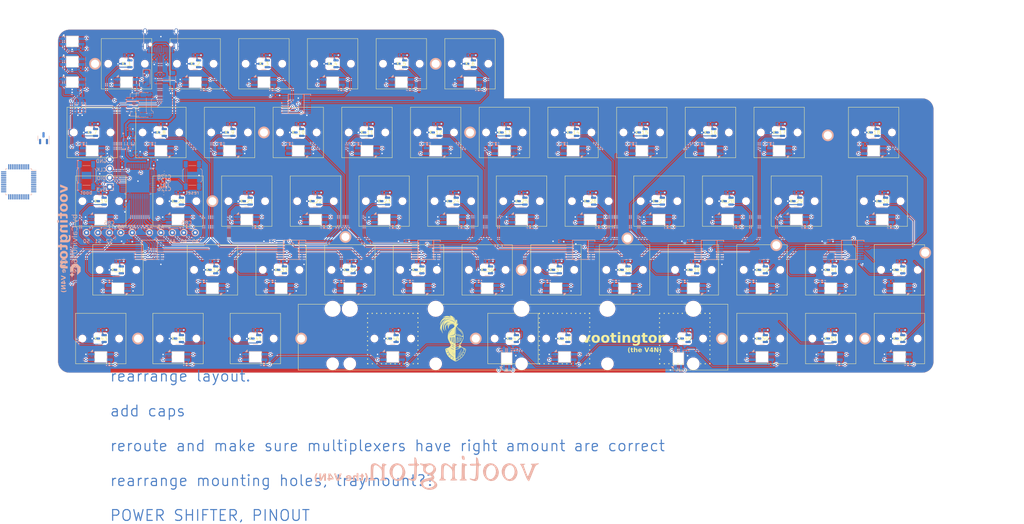
<source format=kicad_pcb>
(kicad_pcb (version 20240108) (generator "pcbnew") (generator_version "8.0")
  (layers (0 "F.Cu" signal) (31 "B.Cu" signal) (34 "B.Paste" user) (35 "F.Paste" user) (36 "B.SilkS" user "B.Silkscreen") (37 "F.SilkS" user "F.Silkscreen") (38 "B.Mask" user) (39 "F.Mask" user) (44 "Edge.Cuts" user))
  (net 0 "")
  (net 1 "+5V")
  (net 2 "GND")
  (net 3 "+3V3")
  (net 4 "Net-(D2-DOUT)")
  (net 5 "VBUS")
  (net 6 "Net-(D3-DOUT)")
  (net 7 "Net-(D4-DOUT)")
  (net 8 "Net-(D5-DOUT)")
  (net 9 "Net-(D6-DOUT)")
  (net 10 "ADC6")
  (net 11 "Net-(D7-DOUT)")
  (net 12 "Net-(D8-DOUT)")
  (net 13 "Net-(D11-DOUT)")
  (net 14 "Net-(D12-DOUT)")
  (net 15 "Net-(D13-DOUT)")
  (net 16 "ADC0")
  (net 17 "K_1")
  (net 18 "K_2")
  (net 19 "K_3")
  (net 20 "K_4")
  (net 21 "K_5")
  (net 22 "K_6")
  (net 23 "K_7")
  (net 24 "K_8")
  (net 25 "K_11")
  (net 26 "K_12")
  (net 27 "K_9")
  (net 28 "K_13")
  (net 29 "K_14")
  (net 30 "K_17")
  (net 31 "K_18")
  (net 32 "K_19")
  (net 33 "K_20")
  (net 34 "K_23")
  (net 35 "K_24")
  (net 36 "K_15")
  (net 37 "K_16")
  (net 38 "K_21")
  (net 39 "K_25")
  (net 40 "K_26")
  (net 41 "K_29")
  (net 42 "K_30")
  (net 43 "K_31")
  (net 44 "K_32")
  (net 45 "K_35")
  (net 46 "K_36")
  (net 47 "K_27")
  (net 48 "K_28")
  (net 49 "K_33")
  (net 50 "K_37")
  (net 51 "K_38")
  (net 52 "K_41")
  (net 53 "K_42")
  (net 54 "K_43")
  (net 55 "K_44")
  (net 56 "K_39")
  (net 57 "K_40")
  (net 58 "K_45")
  (net 59 "K_47")
  (net 60 "Net-(D10-DIN)")
  (net 61 "Net-(D14-DOUT)")
  (net 62 "Net-(D20-DOUT)")
  (net 63 "Net-(D38-DOUT)")
  (net 64 "Net-(D10-DOUT)")
  (net 65 "Net-(D26-DIN)")
  (net 66 "ADC1")
  (net 67 "SELECT0")
  (net 68 "SELECT1")
  (net 69 "ADC2")
  (net 70 "SELECT2")
  (net 71 "K_22")
  (net 72 "RGB")
  (net 73 "Net-(D22-DIN)")
  (net 74 "Net-(D23-DIN)")
  (net 75 "Net-(D24-DIN)")
  (net 76 "Net-(D27-DIN)")
  (net 77 "Net-(D28-DIN)")
  (net 78 "Net-(D29-DIN)")
  (net 79 "Net-(D30-DIN)")
  (net 80 "Net-(D32-DIN)")
  (net 81 "Net-(D47-DIN)")
  (net 82 "Net-(D48-DIN)")
  (net 83 "RGB MCU")
  (net 84 "K_34")
  (net 85 "K_46")
  (net 86 "K_10")
  (net 87 "ADC3")
  (net 88 "ADC4")
  (net 89 "ADC5")
  (net 90 "NRST")
  (net 91 "Net-(D15-DOUT)")
  (net 92 "Net-(D16-DOUT)")
  (net 93 "BOOT0")
  (net 94 "D_N")
  (net 95 "D_P")
  (net 96 "Net-(D17-DOUT)")
  (net 97 "Net-(D18-DOUT)")
  (net 98 "Net-(D19-DOUT)")
  (net 99 "Net-(D21-DOUT)")
  (net 100 "Net-(D22-DOUT)")
  (net 101 "Net-(D25-DIN)")
  (net 102 "Net-(D31-DIN)")
  (net 103 "Net-(D34-DOUT)")
  (net 104 "SWDIO")
  (net 105 "SWCLK")
  (net 106 "Net-(D35-DOUT)")
  (net 107 "Net-(D36-DOUT)")
  (net 108 "K_48")
  (net 109 "K_49")
  (net 110 "K_50")
  (net 111 "K_51")
  (net 112 "K_52")
  (net 113 "K_53")
  (net 114 "Net-(D1-DOUT)")
  (net 115 "Net-(D50-DIN)")
  (net 116 "Net-(D51-DIN)")
  (net 117 "Net-(D52-DIN)")
  (net 118 "Net-(D53-DIN)")
  (net 119 "Net-(D37-DOUT)")
  (net 120 "Net-(D39-DOUT)")
  (net 121 "Net-(D40-DOUT)")
  (net 122 "Net-(D41-DOUT)")
  (net 123 "Net-(D42-DOUT)")
  (net 124 "Net-(D43-DOUT)")
  (net 125 "Net-(D44-DOUT)")
  (net 126 "Net-(D45-DOUT)")
  (net 127 "Net-(D46-DIN)")
  (net 129 "Net-(D49-DIN)")
  (net 130 "Net-(D54-DIN)")
  (net 132 "Net-(J12-CC1)")
  (net 134 "Net-(J12-CC2)")
  (net 166 "/MCU/VREF")
  (net 191 "/MCU/VDD")
  (footprint "cipulot_parts:HOLE_M2" (layer "F.Cu") (at 142.875 98.425)
    (property "Reference" "H18" (hide yes))
    (property "Value" "MountingHole" (hide yes))
  )
  (footprint "cipulot_parts:HOLE_M2" (layer "F.Cu") (at 106.744954 70.226862)
    (property "Reference" "H14" (hide yes))
    (property "Value" "MountingHole" (hide yes))
  )
  (footprint "Moonpad:Wooting_1.00u" (layer "F.Cu") (at 88.9 79.375)
    (property "Reference" "K_33")
    (property "Value" "KEYSW" (hide yes))
  )
  (footprint "Moonpad:Wooting_1.00u" (layer "F.Cu") (at 155.575 60.325)
    (property "Reference" "K_25")
    (property "Value" "KEYSW" (hide yes))
  )
  (footprint "Moonpad:Wooting_1.00u" (layer "F.Cu") (at 69.85 79.375)
    (property "Reference" "K_32")
    (property "Value" "KEYSW" (hide yes))
  )
  (footprint "Moonpad:Wooting_1.00u" (layer "F.Cu") (at 81.75625 98.425)
    (property "Reference" "K_45")
    (property "Value" "KEYSW" (hide yes))
  )
  (footprint "Moonpad:Wooting_1.00u" (layer "F.Cu") (at 255.5875 60.325)
    (property "Reference" "K_30")
    (property "Value" "KEYSW" (hide yes))
  )
  (footprint "Moonpad:Wooting_1.00u" (layer "F.Cu") (at 93.6625 41.275)
    (property "Reference" "K_10")
    (property "Value" "KEYSW" (hide yes))
  )
  (footprint "Moonpad:Wooting_1.00u" (layer "F.Cu") (at 60.325 60.325)
    (property "Reference" "K_20")
    (property "Value" "KEYSW" (hide yes))
  )
  (footprint "cipulot_parts:HOLE_M2" (layer "F.Cu") (at 240.50625 42.06875)
    (property "Reference" "H21" (hide yes))
    (property "Value" "MountingHole" (hide yes))
  )
  (footprint "Moonpad:Wooting_1.00u" (layer "F.Cu") (at 212.725 60.325)
    (property "Reference" "K_28")
    (property "Value" "KEYSW" (hide yes))
  )
  (footprint "Moonpad:Wooting_1.00u" (layer "F.Cu") (at 207.9625 41.275)
    (property "Reference" "K_16")
    (property "Value" "KEYSW" (hide yes))
  )
  (footprint "Moonpad:Wooting_1.00u" (layer "F.Cu") (at 60.325 98.425)
    (property "Reference" "K_44")
    (property "Value" "KEYSW" (hide yes))
  )
  (footprint "cipulot_parts:HOLE_M2" (layer "F.Cu") (at 131.7625 22.225)
    (property "Reference" "H10" (hide yes))
    (property "Value" "MountingHole" (hide yes))
  )
  (footprint "Moonpad:Wooting_1.00u" (layer "F.Cu") (at 184.15 79.375)
    (property "Reference" "K_38")
    (property "Value" "KEYSW" (hide yes))
  )
  (footprint "Moonpad:Wooting_1.00u" (layer "F.Cu") (at 188.9125 41.275)
    (property "Reference" "K_15")
    (property "Value" "KEYSW" (hide yes))
  )
  (footprint "Moonpad:Wooting_1.00u" (layer "F.Cu") (at 174.625 60.325)
    (property "Reference" "K_26")
    (property "Value" "KEYSW" (hide yes))
  )
  (footprint "LOGO" (layer "F.Cu") (at 137.31875 98.425)
    (property "Reference" "G***" (hide yes))
    (property "Value" "LOGO" (hide yes))
  )
  (footprint "cipulot_parts:HOLE_M2" (layer "F.Cu") (at 94.45625 98.425)
    (property "Reference" "H15" (hide yes))
    (property "Value" "MountingHole" (hide yes))
  )
  (footprint "Moonpad:Wooting_1.00u" (layer "F.Cu") (at 107.95 79.375)
    (property "Reference" "K_34")
    (property "Value" "KEYSW" (hide yes))
  )
  (footprint "Moonpad:Wooting_1.00u" (layer "F.Cu") (at 227.0125 41.275)
    (property "Reference" "K_17")
    (property "Value" "KEYSW" (hide yes))
  )
  (footprint "Moonpad:Wooting_1.00u" (layer "F.Cu") (at 117.475 60.325)
    (property "Reference" "K_23")
    (property "Value" "KEYSW" (hide yes))
  )
  (footprint "cipulot_parts:HOLE_M2" (layer "F.Cu") (at 250.825 98.425)
    (property "Reference" "H23" (hide yes))
    (property "Value" "MountingHole" (hide yes))
  )
  (footprint "Moonpad:Wooting_1.00u" (layer "F.Cu") (at 84.1375 22.225)
    (property "Reference" "K_3")
    (property "Value" "KEYSW" (hide yes))
  )
  (footprint "Moonpad:Wooting_1.00u" (layer "F.Cu") (at 43.65625 79.375)
    (property "Reference" "K_31")
    (property "Value" "KEYSW" (hide yes))
  )
  (footprint "cipulot_parts:HOLE_M2" (layer "F.Cu") (at 226.21875 72.53125)
    (property "Reference" "H22" (hide yes))
    (property "Value" "MountingHole" (hide yes))
  )
  (footprint "Moonpad:Wooting_1.00u" (layer "F.Cu") (at 146.05 79.375)
    (property "Reference" "K_36")
    (property "Value" "KEYSW" (hide yes))
  )
  (footprint "Moonpad:Wooting_1.00u" (layer "F.Cu") (at 131.7625 41.275)
    (property "Reference" "K_12")
    (property "Value" "KEYSW" (hide yes))
  )
  (footprint "Moonpad:Wooting_1.00u" (layer "F.Cu") (at 103.1875 22.225)
    (property "Reference" "K_4")
    (property "Value" "KEYSW" (hide yes))
  )
  (footprint "Moonpad:Wooting_1.00u" (layer "F.Cu") (at 193.675 60.325)
    (property "Reference" "K_27")
    (property "Value" "KEYSW" (hide yes))
  )
  (footprint "Moonpad:Wooting_1.00u" (layer "F.Cu") (at 55.5625 41.275)
    (property "Reference" "K_8")
    (property "Value" "KEYSW" (hide yes))
  )
  (footprint "cipulot_parts:HOLE_M2" (layer "F.Cu") (at 211.1375 98.425)
    (property "Reference" "H20" (hide yes))
    (property "Value" "MountingHole" (hide yes))
  )
  (footprint "Moonpad:Wooting_1.00u" (layer "F.Cu") (at 46.0375 22.225)
    (property "Reference" "K_1")
    (property "Value" "KEYSW" (hide yes))
  )
  (footprint "PCM_marbastlib-mx:STAB_MX_2.75u" (layer "F.Cu") (at 119.85625 98.425 180)
    (property "Reference" "S1" (hide yes))
    (property "Value" "MX_stab" (hide yes))
  )
  (footprint "Moonpad:Wooting_1.00u" (layer "F.Cu") (at 203.2 79.375)
    (property "Reference" "K_39")
    (property "Value" "KEYSW" (hide yes))
  )
  (footprint "Moonpad:Wooting_1.00u" (layer "F.Cu") (at 74.6125 41.275)
    (property "Reference" "K_9")
    (property "Value" "KEYSW" (hide yes))
  )
  (footprint "cipulot_parts:HOLE_M2" (layer "F.Cu") (at 84.1375 41.275)
    (property "Reference" "H13" (hide yes))
    (property "Value" "MountingHole" (hide yes))
  )
  (footprint "cipulot_parts:HOLE_M2" (layer "F.Cu") (at 69.85 60.325)
    (property "Reference" "H19" (hide yes))
    (property "Value" "MountingHole" (hide yes))
  )
  (footprint "Moonpad:Wooting_1.00u" (layer "F.Cu") (at 112.7125 41.275)
    (property "Reference" "K_11")
    (property "Value" "KEYSW" (hide yes))
  )
  (footprint "Moonpad:Wooting_1.00u" (layer "F.Cu") (at 253.20625 41.275)
    (property "Reference" "K_18")
    (property "Value" "KEYSW" (hide yes))
  )
  (footprint "Moonpad:Wooting_1.00u" (layer "F.Cu") (at 222.25 79.375)
    (property "Reference" "K_40")
    (property "Value" "KEYSW" (hide yes))
  )
  (footprint "Moonpad:Wooting_1.00u" (layer "F.Cu") (at 150.8125 41.275)
    (property "Reference" "K_13")
    (property "Value" "KEYSW" (hide yes))
  )
  (footprint "Moonpad:Wooting_1.00u" (layer "F.Cu") (at 122.2375 22.225)
    (property "Reference" "K_5")
    (property "Value" "KEYSW" (hide yes))
  )
  (footprint "cipulot_parts:HOLE_M2" (layer "F.Cu") (at 141.2875 41.275)
    (property "Reference" "H16" (hide yes))
    (property "Value" "MountingHole" (hide yes))
  )
  (footprint "cipulot_parts:HOLE_M2" (layer "F.Cu") (at 267.49375 74.6125)
    (property "Reference" "H24" (hide yes))
    (property "Value" "MountingHole" (hide yes))
  )
  (footprint "cipulot_parts:HOLE_M2" (layer "F.Cu") (at 184.94375 70.64375)
    (property "Reference" "H17" (hide yes))
    (property "Value" "MountingHole" (hide yes))
  )
  (footprint "Moonpad:Wooting_1.00u" (layer "F.Cu") (at 127 79.375)
    (property "Reference" "K_35")
    (property "Value" "KEYSW" (hide yes))
  )
  (footprint "Moonpad:Wooting_1.00u" (layer "F.Cu") (at 241.3 98.425)
    (property "Reference" "K_51")
    (property "Value" "KEYSW")
  )
  (footprint "PCM_marbastlib-mx:STAB_MX_6.25u" (layer "F.Cu") (at 153.1874 98.425 180)
    (property "Reference" "S2" (hide yes))
    (property "Value" "MX_stab" (hide yes))
  )
  (footprint "Moonpad:Wooting_1.00u" (layer "F.Cu") (at 141.2875 22.225)
    (property "Reference" "K_6")
    (property "Value" "KEYSW" (hide yes))
  )
  (footprint "Moonpad:Wooting_1.00u" (layer "F.Cu") (at 241.3 79.375)
    (property "Reference" "K_41")
    (property "Value" "KEYSW" (hide yes))
  )
  (footprint "Moonpad:Wooting_1.00u" (layer "F.Cu") (at 222.25 98.425)
    (property "Reference" "K_50")
    (property "Value" "KEYSW")
  )
  (footprint "Moonpad:Wooting_1.00u" (layer "F.Cu") (at 167.48125 98.425)
    (property "Reference" "K_48")
    (property "Value" "KEYSW")
  )
  (footprint "Moonpad:Wooting_1.00u" (layer "F.Cu") (at 231.775 60.325)
    (property "Reference" "K_29")
    (property "Value" "KEYSW" (hide yes))
  )
  (footprint "Moonpad:Wooting_1.00u" (layer "F.Cu") (at 119.85625 98.425)
    (property "Reference" "K_46")
    (property "Value" "KEYSW" (hide yes))
  )
  (footprint "Moonpad:Wooting_1.00u" (layer "F.Cu") (at 98.425 60.325)
    (property "Reference" "K_22")
    (property "Value" "KEYSW" (hide yes))
  )
  (footprint "Moonpad:Wooting_1.00u" (layer "F.Cu") (at 200.81875 98.425)
    (property "Reference" "K_49")
    (property "Value" "KEYSW")
  )
  (footprint "Moonpad:Wooting_1.00u" (layer "F.Cu") (at 79.375 60.325)
    (property "Reference" "K_21")
    (property "Value" "KEYSW" (hide yes))
  )
  (footprint "Moonpad:Wooting_1.00u" (layer "F.Cu") (at 169.8625 41.275)
    (property "Reference" "K_14")
    (property "Value" "KEYSW" (hide yes))
  )
  (footprint "Moonpad:Wooting_1.00u" (layer "F.Cu") (at 38.89375 98.425)
    (property "Reference" "K_43")
    (property "Value" "KEYSW" (hide yes))
  )
  (footprint "cipulot_parts:HOLE_M2" (layer "F.Cu") (at 49.2125 98.425)
    (property "Reference" "H12" (hide yes))
    (property "Value" "MountingHole" (hide yes))
  )
  (footprint "Moonpad:Wooting_1.00u" (layer "F.Cu") (at 136.525 60.325)
    (property "Reference" "K_24")
    (property "Value" "KEYSW" (hide yes))
  )
  (footprint "Moonpad:Wooting_1.00u" (layer "F.Cu") (at 38.89375 60.325)
    (property "Reference" "K_19")
    (property "Value" "KEYSW" (hide yes))
  )
  (footprint "Moonpad:Wooting_1.00u" (layer "F.Cu") (at 153.1874 98.425)
    (property "Reference" "K_47")
    (property "Value" "KEYSW")
  )
  (footprint "Moonpad:Wooting_1.00u" (layer "F.Cu") (at 260.35 79.375)
    (property "Reference" "K_42")
    (property "Value" "KEYSW" (hide yes))
  )
  (footprint "cipulot_parts:HOLE_M2" (layer "F.Cu") (at 37.30625 22.225)
    (property "Reference" "H9" (hide yes))
    (property "Value" "MountingHole" (hide yes))
  )
  (footprint "Moonpad:Wooting_1.00u" (layer "F.Cu") (at 36.5125 41.275)
    (property "Reference" "K_7")
    (property "Value" "KEYSW" (hide yes))
  )
  (footprint "Moonpad:Wooting_1.00u" (layer "F.Cu") (at 165.1 79.375)
    (property "Reference" "K_37")
    (property "Value" "KEYSW" (hide yes))
  )
  (footprint "Moonpad:Wooting_1.00u" (layer "F.Cu") (at 260.35 98.425)
    (property "Reference" "K_52")
    (property "Value" "KEYSW")
  )
  (footprint "Moonpad:Wooting_1.00u" (layer "F.Cu") (at 65.0875 22.225)
    (property "Reference" "K_2")
    (property "Value" "KEYSW" (hide yes))
  )
  (footprint "cipulot_parts:HOLE_M2" (layer "F.Cu") (at 155.575 79.375)
    (property "Reference" "H11" (hide yes))
    (property "Value" "MountingHole" (hide yes))
  )
  (footprint "PCM_marbastlib-mx:STAB_MX_2.25u" (layer "F.Cu") (at 167.48125 98.425 180)
    (property "Reference" "S3" (hide yes))
    (property "Value" "MX_stab" (hide yes))
  )
  (footprint "Capacitor_SMD:C_0402_1005Metric" (layer "B.Cu") (at 203.2 76.99375 180)
    (property "Reference" "C39" (hide yes))
    (property "Value" "100nF")
  )
  (footprint "Capacitor_SMD:C_0402_1005Metric" (layer "B.Cu") (at 240.50625 71.401076 180)
    (property "Reference" "C119" (hide yes))
    (property "Value" "100pF")
  )
  (footprint "Capacitor_SMD:C_0402_1005Metric" (layer "B.Cu") (at 167.48125 96.04375 180)
    (property "Reference" "C48" (hide yes))
    (property "Value" "100nF")
  )
  (footprint "Capacitor_SMD:C_0402_1005Metric" (layer "B.Cu") (at 222.25 76.99375 180)
    (property "Reference" "C40" (hide yes))
    (property "Value" "100nF")
  )
  (footprint "cipulot_parts:SK6803-MINI-E" (layer "B.Cu") (at 151.429852 103.98125 -90)
    (property "Reference" "D51" (hide yes))
    (property "Value" "YS-SK6803MINI-E" (hide yes))
    (fp_line (start -1.7 1.5) (end 1.7 1.5) (stroke (width 0.12)) (layer "Edge.Cuts"))
    (fp_line (start 1.7 1.5) (end 1.7 -1.5) (stroke (width 0.12)) (layer "Edge.Cuts"))
    (fp_line (start -1.7 -1.5) (end -1.7 1.5) (stroke (width 0.12)) (layer "Edge.Cuts"))
    (fp_line (start 1.7 -1.5) (end -1.7 -1.5) (stroke (width 0.12)) (layer "Edge.Cuts"))
  )
  (footprint "Capacitor_SMD:C_0402_1005Metric" (layer "B.Cu") (at 67.46875 82.55)
    (property "Reference" "C98" (hide yes))
    (property "Value" "100nF")
  )
  (footprint "Package_TO_SOT_SMD:TSOT-23-5" (layer "B.Cu") (at 33.14325 34.03475 90)
    (property "Reference" "U56" (hide yes))
    (property "Value" "74AHCT1G125" (hide yes))
  )
  (footprint "Capacitor_SMD:C_0402_1005Metric" (layer "B.Cu") (at 56.506068 55.805587)
    (property "Reference" "C126")
    (property "Value" "100nF")
  )
  (footprint "cipulot_parts:TSSOP16" (layer "B.Cu") (at 207.595296 73.837205 -90)
    (property "Reference" "U58" (hide yes))
    (property "Value" "74HC4051" (hide yes))
  )
  (footprint "Capacitor_SMD:C_0402_1005Metric" (layer "B.Cu") (at 41.275 82.55)
    (property "Reference" "C97" (hide yes))
    (property "Value" "100nF")
  )
  (footprint "cipulot_parts:SK6803-MINI-E" (layer "B.Cu") (at 38.89375 103.529 180)
    (property "Reference" "D55" (hide yes))
    (property "Value" "YS-SK6803MINI-E" (hide yes))
    (fp_line (start 1.7 1.5) (end 1.7 -1.5) (stroke (width 0.12)) (layer "Edge.Cuts"))
    (fp_line (start 1.7 -1.5) (end -1.7 -1.5) (stroke (width 0.12)) (layer "Edge.Cuts"))
    (fp_line (start -1.7 1.5) (end 1.7 1.5) (stroke (width 0.12)) (layer "Edge.Cuts"))
    (fp_line (start -1.7 -1.5) (end -1.7 1.5) (stroke (width 0.12)) (layer "Edge.Cuts"))
  )
  (footprint "Package_TO_SOT_SMD:SOT-23" (layer "B.Cu") (at 200.81875 98.425 180)
    (property "Reference" "U49" (hide yes))
    (property "Value" "SLSS49E-3" (hide yes))
  )
  (footprint "cipulot_parts:SK6803-MINI-E" (layer "B.Cu") (at 112.7125 46.379)
    (property "Reference" "D17" (hide yes))
    (property "Value" "YS-SK6803MINI-E" (hide yes))
    (fp_line (start -1.7 -1.5) (end -1.7 1.5) (stroke (width 0.12)) (layer "Edge.Cuts"))
    (fp_line (start -1.7 1.5) (end 1.7 1.5) (stroke (width 0.12)) (layer "Edge.Cuts"))
    (fp_line (start 1.7 -1.5) (end -1.7 -1.5) (stroke (width 0.12)) (layer "Edge.Cuts"))
    (fp_line (start 1.7 1.5) (end 1.7 -1.5) (stroke (width 0.12)) (layer "Edge.Cuts"))
  )
  (footprint "Package_TO_SOT_SMD:SOT-23" (layer "B.Cu") (at 38.89375 98.425 180)
    (property "Reference" "U43" (hide yes))
    (property "Value" "SLSS49E-3" (hide yes))
  )
  (footprint "cipulot_parts:SK6803-MINI-E" (layer "B.Cu") (at 43.65625 84.479)
    (property "Reference" "D45" (hide yes))
    (property "Value" "YS-SK6803MINI-E" (hide yes))
    (fp_line (start -1.7 -1.5) (end -1.7 1.5) (stroke (width 0.12)) (layer "Edge.Cuts"))
    (fp_line (start -1.7 1.5) (end 1.7 1.5) (stroke (width 0.12)) (layer "Edge.Cuts"))
    (fp_line (start 1.7 -1.5) (end -1.7 -1.5) (stroke (width 0.12)) (layer "Edge.Cuts"))
    (fp_line (start 1.7 1.5) (end 1.7 -1.5) (stroke (width 0.12)) (layer "Edge.Cuts"))
  )
  (footprint "Package_TO_SOT_SMD:SOT-23" (layer "B.Cu") (at 150.8125 41.275 180)
    (property "Reference" "U13" (hide yes))
    (property "Value" "SLSS49E-3" (hide yes))
  )
  (footprint "Capacitor_SMD:C_0402_1005Metric" (layer "B.Cu") (at 148.43125 44.45)
    (property "Reference" "C79" (hide yes))
    (property "Value" "100nF")
  )
  (footprint "Capacitor_SMD:C_0402_1005Metric" (layer "B.Cu") (at 253.20625 38.89375 180)
    (property "Reference" "C18" (hide yes))
    (property "Value" "100nF")
  )
  (footprint "Capacitor_SMD:C_0402_1005Metric" (layer "B.Cu") (at 117.475 57.94375 180)
    (property "Reference" "C23" (hide yes))
    (property "Value" "100nF")
  )
  (footprint "cipulot_parts:SK6803-MINI-E" (layer "B.Cu") (at 222.25 84.479)
    (property "Reference" "D36" (hide yes))
    (property "Value" "YS-SK6803MINI-E" (hide yes))
    (fp_line (start -1.7 -1.5) (end -1.7 1.5) (stroke (width 0.12)) (layer "Edge.Cuts"))
    (fp_line (start -1.7 1.5) (end 1.7 1.5) (stroke (width 0.12)) (layer "Edge.Cuts"))
    (fp_line (start 1.7 -1.5) (end -1.7 -1.5) (stroke (width 0.12)) (layer "Edge.Cuts"))
    (fp_line (start 1.7 1.5) (end 1.7 -1.5) (stroke (width 0.12)) (layer "Edge.Cuts"))
  )
  (footprint "Capacitor_SMD:C_0402_1005Metric" (layer "B.Cu") (at 33.3375 23.8125 180)
    (property "Reference" "C65" (hide yes))
    (property "Value" "100nF")
  )
  (footprint "cipulot_parts:SK6803-MINI-E" (layer "B.Cu") (at 260.35 103.529 180)
    (property "Reference" "D46" (hide yes))
    (property "Value" "YS-SK6803MINI-E" (hide yes))
    (fp_line (start 1.7 1.5) (end 1.7 -1.5) (stroke (width 0.12)) (layer "Edge.Cuts"))
    (fp_line (start 1.7 -1.5) (end -1.7 -1.5) (stroke (width 0.12)) (layer "Edge.Cuts"))
    (fp_line (start -1.7 1.5) (end 1.7 1.5) (stroke (width 0.12)) (layer "Edge.Cuts"))
    (fp_line (start -1.7 -1.5) (end -1.7 1.5) (stroke (width 0.12)) (layer "Edge.Cuts"))
  )
  (footprint "Package_TO_SOT_SMD:SOT-23" (layer "B.Cu") (at 88.9 79.375 180)
    (property "Reference" "U33" (hide yes))
    (property "Value" "SLSS49E-3" (hide yes))
  )
  (footprint "Package_TO_SOT_SMD:SOT-23" (layer "B.Cu") (at 119.85625 98.425 180)
    (property "Reference" "U46" (hide yes))
    (property "Value" "SLSS49E-3" (hide yes))
  )
  (footprint "Capacitor_SMD:C_0402_1005Metric" (layer "B.Cu") (at 105.56875 29.36875 180)
    (property "Reference" "C70" (hide yes))
    (property "Value" "100nF")
  )
  (footprint "Button_Switch_SMD:SW_SPST_SKQG_WithoutStem" (layer "B.Cu") (at 34.925 53.18125 -90)
    (property "Reference" "SW1" (hide yes))
    (property "Value" "SKQGABE010" (hide yes))
  )
  (footprint "Capacitor_SMD:C_0402_1005Metric" (layer "B.Cu") (at 88.9 76.99375 180)
    (property "Reference" "C33" (hide yes))
    (property "Value" "100nF")
  )
  (footprint "Package_QFP:LQFP-48_7x7mm_P0.5mm" (layer "B.Cu") (at 16.125 54.9625 180)
    (property "Reference" "U53" (hide yes))
    (property "Value" "STM32F072CBT6" (hide yes))
  )
  (footprint "cipulot_parts:SK6803-MINI-E" (layer "B.Cu") (at 188.9125 46.379)
    (property "Reference" "D13" (hide yes))
    (property "Value" "YS-SK6803MINI-E" (hide yes))
    (fp_line (start -1.7 -1.5) (end -1.7 1.5) (stroke (width 0.12)) (layer "Edge.Cuts"))
    (fp_line (start -1.7 1.5) (end 1.7 1.5) (stroke (width 0.12)) (layer "Edge.Cuts"))
    (fp_line (start 1.7 -1.5) (end -1.7 -1.5) (stroke (width 0.12)) (layer "Edge.Cuts"))
    (fp_line (start 1.7 1.5) (end 1.7 -1.5) (stroke (width 0.12)) (layer "Edge.Cuts"))
  )
  (footprint "TestPoint:TestPoint_THTPad_D1.5mm_Drill0.7mm" (layer "B.Cu") (at 41.275 69.05625 180)
    (property "Reference" "J7" (hide yes))
    (property "Value" "Conn_01x01")
  )
  (footprint "Capacitor_SMD:C_0402_1005Metric" (layer "B.Cu") (at 58.7375 29.36875 180)
    (property "Reference" "C62" (hide yes))
    (property "Value" "100nF" (hide yes))
  )
  (footprint "Capacitor_SMD:C_0402_1005Metric" (layer "B.Cu") (at 143.66875 29.36875 180)
    (property "Reference" "C72" (hide yes))
    (property "Value" "100nF")
  )
  (footprint "cipulot_parts:SK6803-MINI-E" (layer "B.Cu") (at 81.75625 103.529 180)
    (property "Reference" "D53" (hide yes))
    (property "Value" "YS-SK6803MINI-E" (hide yes))
    (fp_line (start 1.7 1.5) (end 1.7 -1.5) (stroke (width 0.12)) (layer "Edge.Cuts"))
    (fp_line (start 1.7 -1.5) (end -1.7 -1.5) (stroke (width 0.12)) (layer "Edge.Cuts"))
    (fp_line (start -1.7 1.5) (end 1.7 1.5) (stroke (width 0.12)) (layer "Edge.Cuts"))
    (fp_line (start -1.7 -1.5) (end -1.7 1.5) (stroke (width 0.12)) (layer "Edge.Cuts"))
  )
  (footprint "Capacitor_SMD:C_0402_1005Metric" (layer "B.Cu") (at 143.66875 82.55)
    (property "Reference" "C102" (hide yes))
    (property "Value" "100nF")
  )
  (footprint "cipulot_parts:SK6803-MINI-E" (layer "B.Cu") (at 31.0125 16.04 180)
    (property "Reference" "D3" (hide yes))
    (property "Value" "YS-SK6803MINI-E" (hide yes))
    (fp_line (start 1.7 1.5) (end 1.7 -1.5) (stroke (width 0.12)) (layer "Edge.Cuts"))
    (fp_line (start 1.7 -1.5) (end -1.7 -1.5) (stroke (width 0.12)) (layer "Edge.Cuts"))
    (fp_line (start -1.7 1.5) (end 1.7 1.5) (stroke (width 0.12)) (layer "Edge.Cuts"))
    (fp_line (start -1.7 -1.5) (end -1.7 1.5) (stroke (width 0.12)) (layer "Edge.Cuts"))
  )
  (footprint "Capacitor_SMD:C_0402_1005Metric" (layer "B.Cu") (at 136.525 57.94375 180)
    (property "Reference" "C24" (hide yes))
    (property "Value" "100nF")
  )
  (footprint "Capacitor_SMD:C_0402_1005Metric" (layer "B.Cu") (at 62.70625 105.56875 180)
    (property "Reference" "C110" (hide yes))
    (property "Value" "100nF")
  )
  (footprint "Capacitor_SMD:C_0402_1005Metric" (layer "B.Cu") (at 119.85625 96.04375 180)
    (property "Reference" "C46" (hide yes))
    (property "Value" "100nF")
  )
  (footprint "Resistor_SMD:R_0402_1005Metric" (layer "B.Cu") (at 53.721589 21.037501 90)
    (property "Reference" "R2" (hide yes))
    (property "Value" "5.1k" (hide yes))
  )
  (footprint "Capacitor_SMD:C_0402_1005Metric" (layer "B.Cu") (at 56.35625 57.15)
    (property "Reference" "C59" (hide yes))
    (property "Value" "100nF" (hide yes))
  )
  (footprint "cipulot_parts:SK6803-MINI-E" (layer "B.Cu") (at 60.325 65.429 180)
    (property "Reference" "D32" (hide yes))
    (property "Value" "YS-SK6803MINI-E" (hide yes))
    (fp_line (start 1.7 1.5) (end 1.7 -1.5) (stroke (width 0.12)) (layer "Edge.Cuts"))
    (fp_line (start 1.7 -1.5) (end -1.7 -1.5) (stroke (width 0.12)) (layer "Edge.Cuts"))
    (fp_line (start -1.7 1.5) (end 1.7 1.5) (stroke (width 0.12)) (layer "Edge.Cuts"))
    (fp_line (start -1.7 -1.5) (end -1.7 1.5) (stroke (width 0.12)) (layer "Edge.Cuts"))
  )
  (footprint "Capacitor_SMD:C_0402_1005Metric" (layer "B.Cu") (at 100.80625 67.46875 180)
    (property "Reference" "C88" (hide yes))
    (property "Value" "100nF")
  )
  (footprint "cipulot_parts:SK6803-MINI-E" (layer "B.Cu") (at 98.425 65.429 180)
    (property "Reference" "D30" (hide yes))
    (property "Value" "YS-SK6803MINI-E" (hide yes))
    (fp_line (start 1.7 1.5) (end 1.7 -1.5) (stroke (width 0.12)) (layer "Edge.Cuts"))
    (fp_line (start 1.7 -1.5) (end -1.7 -1.5) (stroke (width 0.12)) (layer "Edge.Cuts"))
    (fp_line (start -1.7 1.5) (end 1.7 1.5) (stroke (width 0.12)) (layer "Edge.Cuts"))
    (fp_line (start -1.7 -1.5) (end -1.7 1.5) (stroke (width 0.12)) (layer "Edge.Cuts"))
  )
  (footprint "Package_TO_SOT_SMD:SOT-23" (layer "B.Cu") (at 203.2 79.375 180)
    (property "Reference" "U39" (hide yes))
    (property "Value" "SLSS49E-3" (hide yes))
  )
  (footprint "Package_TO_SOT_SMD:SOT-23" (layer "B.Cu") (at 136.525 60.325 180)
    (property "Reference" "U24" (hide yes))
    (property "Value" "SLSS49E-3" (hide yes))
  )
  (footprint "TestPoint:TestPoint_THTPad_D1.5mm_Drill0.7mm" (layer "B.Cu") (at 34.925 69.05625 180)
    (property "Reference" "J3" (hide yes))
    (property "Value" "Conn_01x01")
  )
  (footprint "Capacitor_SMD:C_0402_1005Metric" (layer "B.Cu") (at 46.0375 19.84375 180)
    (property "Reference" "C2" (hide yes))
    (property "Value" "100nF")
  )
  (footprint "Capacitor_SMD:C_0402_1005Metric" (layer "B.Cu") (at 41.275 67.46875 180)
    (property "Reference" "C85")
    (property "Value" "100nF")
  )
  (footprint "Capacitor_SMD:C_0402_1005Metric" (layer "B.Cu") (at 241.3 96.04375 180)
    (property "Reference" "C51" (hide yes))
    (property "Value" "100nF")
  )
  (footprint "Capacitor_SMD:C_0402_1005Metric" (layer "B.Cu") (at 93.6625 38.89375 180)
    (property "Reference" "C10" (hide yes))
    (property "Value" "100nF")
  )
  (footprint "Package_TO_SOT_SMD:SOT-143" (layer "B.Cu") (at 55.309089 26.19375)
    (property "Reference" "U55" (hide yes))
    (property "Value" "PRTR5V0U2X" (hide yes))
  )
  (footprint "TestPoint:TestPoint_THTPad_D1.5mm_Drill0.7mm" (layer "B.Cu") (at 61.9125 69.05625 180)
    (property "Reference" "J2" (hide yes))
    (property "Value" "Conn_01x01")
  )
  (footprint "Capacitor_SMD:C_0402_1005Metric" (layer "B.Cu") (at 165.1 76.99375 180)
    (property "Reference" "C37" (hide yes))
    (property "Value" "100nF")
  )
  (footprint "Capacitor_SMD:C_0402_1005Metric" (layer "B.Cu") (at 124.61875 29.36875 180)
    (property "Reference" "C71" (hide yes))
    (property "Value" "100nF")
  )
  (footprint "Capacitor_SMD:C_0402_1005Metric" (layer "B.Cu") (at 127 76.99375 180)
    (property "Reference" "C35" (hide yes))
    (property "Value" "100nF")
  )
  (footprint "Package_TO_SOT_SMD:SOT-23" (layer "B.Cu") (at 227.0125 41.275 180)
    (property "Reference" "U18" (hide yes))
    (property "Value" "SLSS49E-3" (hide yes))
  )
  (footprint "Package_TO_SOT_SMD:SOT-23" (layer "B.Cu") (at 255.5875 60.325 180)
    (property "Reference" "U30" (hide yes))
    (property "Value" "SLSS49E-3" (hide yes))
  )
  (footprint "Package_TO_SOT_SMD:SOT-23" (layer "B.Cu") (at 155.575 60.325 180)
    (property "Reference" "U25" (hide yes))
    (property "Value" "SLSS49E-3" (hide yes))
  )
  (footprint "Capacitor_SMD:C_0402_1005Metric" (layer "B.Cu") (at 243.68125 105.56875 180)
    (property "Reference" "C117" (hide yes))
    (property "Value" "100nF")
  )
  (footprint "Capacitor_SMD:C_0402_1005Metric" (layer "B.Cu") (at 205.58125 44.45)
    (property "Reference" "C82" (hide yes))
    (property "Value" "100nF")
  )
  (footprint "Capacitor_SMD:C_0402_1005Metric" (layer "B.Cu") (at 46.32479 40.31006 180)
    (property "Reference" "C60" (hide yes))
    (property "Value" "1uF" (hide yes))
  )
  (footprint "Capacitor_SMD:C_0402_1005Metric" (layer "B.Cu") (at 34.13125 44.45)
    (property "Reference" "C73" (hide yes))
    (property "Value" "100nF")
  )
  (footprint "LOGO" (layer "B.Cu") (at 31.75 79.375 -90)
    (property "Reference" "G***" (hide yes))
    (property "Value" "LOGO" (hide yes))
  )
  (footprint "Capacitor_SMD:C_0402_1005Metric" (layer "B.Cu") (at 84.1375 19.84375 180)
    (property "Reference" "C1" (hide yes))
    (property "Value" "100nF")
  )
  (footprint "Package_TO_SOT_SMD:SOT-23" (layer "B.Cu") (at 65.0875 22.225 180)
    (property "Reference" "U2" (hide yes))
    (property "Value" "SLSS49E-3")
  )
  (footprint "Capacitor_SMD:C_0402_1005Metric" (layer "B.Cu") (at 41.275 105.56875 180)
    (property "Reference" "C109" (hide yes))
    (property "Value" "100nF")
  )
  (footprint "cipulot_parts:SK6803-MINI-E" (layer "B.Cu") (at 74.6125 46.379)
    (property "Reference" "D19" (hide yes))
    (property "Value" "YS-SK6803MINI-E" (hide yes))
    (fp_line (start -1.7 -1.5) (end -1.7 1.5) (stroke (width 0.12)) (layer "Edge.Cuts"))
    (fp_line (start -1.7 1.5) (end 1.7 1.5) (stroke (width 0.12)) (layer "Edge.Cuts"))
    (fp_line (start 1.7 -1.5) (end -1.7 -1.5) (stroke (width 0.12)) (layer "Edge.Cuts"))
    (fp_line (start 1.7 1.5) (end 1.7 -1.5) (stroke (width 0.12)) (layer "Edge.Cuts"))
  )
  (footprint "Package_TO_SOT_SMD:SOT-23-5" (layer "B.Cu") (at 46.83125 42.8625 -90)
    (property "Reference" "U64" (hide yes))
    (property "Value" "AP2112K-3.3")
  )
  (footprint "cipulot_parts:SK6803-MINI-E" (layer "B.Cu") (at 117.475 65.429 180)
    (property "Reference" "D29" (hide yes))
    (property "Value" "YS-SK6803MINI-E" (hide yes))
    (fp_line (start 1.7 1.5) (end 1.7 -1.5) (stroke (width 0.12)) (layer "Edge.Cuts"))
    (fp_line (start 1.7 -1.5) (end -1.7 -1.5) (stroke (width 0.12)) (layer "Edge.Cuts"))
    (fp_line (start -1.7 1.5) (end 1.7 1.5) (stroke (width 0.12)) (layer "Edge.Cuts"))
    (fp_line (start -1.7 -1.5) (end -1.7 1.5) (stroke (width 0.12)) (layer "Edge.Cuts"))
  )
  (footprint "Capacitor_SMD:C_0402_1005Metric" (layer "B.Cu") (at 162.71875 82.55)
    (property "Reference" "C103" (hide yes))
    (property "Value" "100nF")
  )
  (footprint "cipulot_parts:SK6803-MINI-E" (layer "B.Cu") (at 212.725 65.429 180)
    (property "Reference" "D24" (hide yes))
    (property "Value" "YS-SK6803MINI-E" (hide yes))
    (fp_line (start 1.7 1.5) (end 1.7 -1.5) (stroke (width 0.12)) (layer "Edge.Cuts"))
    (fp_line (start 1.7 -1.5) (end -1.7 -1.5) (stroke (width 0.12)) (layer "Edge.Cuts"))
    (fp_line (start -1.7 1.5) (end 1.7 1.5) (stroke (width 0.12)) (layer "Edge.Cuts"))
    (fp_line (start -1.7 -1.5) (end -1.7 1.5) (stroke (width 0.12)) (layer "Edge.Cuts"))
  )
  (footprint "TestPoint:TestPoint_THTPad_D1.5mm_Drill0.7mm" (layer "B.Cu") (at 58.7375 69.05625 180)
    (property "Reference" "J9" (hide yes))
    (property "Value" "Conn_01x01")
  )
  (footprint "cipulot_parts:SK6803-MINI-E" (layer "B.Cu") (at 31.0125 27.305 180)
    (property "Reference" "D1" (hide yes))
    (property "Value" "YS-SK6803MINI-E" (hide yes))
    (fp_line (start 1.7 1.5) (end 1.7 -1.5) (stroke (width 0.12)) (layer "Edge.Cuts"))
    (fp_line (start 1.7 -1.5) (end -1.7 -1.5) (stroke (width 0.12)) (layer "Edge.Cuts"))
    (fp_line (start -1.7 1.5) (end 1.7 1.5) (stroke (width 0.12)) (layer "Edge.Cuts"))
    (fp_line (start -1.7 -1.5) (end -1.7 1.5) (stroke (width 0.12)) (layer "Edge.Cuts"))
  )
  (footprint "Capacitor_SMD:C_0402_1005Metric" (layer "B.Cu") (at 55.5625 38.89375 180)
    (property "Reference" "C8" (hide yes))
    (property "Value" "100nF")
  )
  (footprint "Capacitor_SMD:C_0402_1005Metric" (layer "B.Cu") (at 257.96875 82.55)
    (property "Reference" "C108" (hide yes))
    (property "Value" "100nF")
  )
  (footprint "Capacitor_SMD:C_0402_1005Metric" (layer "B.Cu") (at 138.90625 67.46875 180)
    (property "Reference" "C90" (hide yes))
    (property "Value" "100nF")
  )
  (footprint "Capacitor_SMD:C_0402_1005Metric" (layer "B.Cu") (at 153.9875 101.6 -90)
    (property "Reference" "C113" (hide yes))
    (property "Value" "100nF")
  )
  (footprint "Capacitor_SMD:C_0402_1005Metric" (layer "B.Cu") (at 250.825 44.45)
    (property "Reference" "C84" (hide yes))
    (property "Value" "100nF")
  )
  (footprint "Connector_PinHeader_2.54mm:PinHeader_1x04_P2.54mm_Vertical" (layer "B.Cu") (at 41.375 56.35625)
    (property "Reference" "J1" (hide yes))
    (property "Value" "Conn_01x04")
  )
  (footprint "Capacitor_SMD:C_0402_1005Metric" (layer "B.Cu") (at 222.25 96.04375 180)
    (property "Reference" "C50" (hide yes))
    (property "Value" "100nF")
  )
  (footprint "Package_TO_SOT_SMD:SOT-23" (layer "B.Cu") (at 122.2375 22.225 180)
    (property "Reference" "U5" (hide yes))
    (property "Value" "SLSS49E-3")
  )
  (footprint "Capacitor_SMD:C_0402_1005Metric" (layer "B.Cu") (at 112.7125 38.89375 180)
    (property "Reference" "C11" (hide yes))
    (property "Value" "100nF")
  )
  (footprint "Package_TO_SOT_SMD:SOT-23" (layer "B.Cu") (at 146.05 79.375 180)
    (property "Reference" "U36" (hide yes))
    (property "Value" "SLSS49E-3" (hide yes))
  )
  (footprint "cipulot_parts:SK6803-MINI-E" (layer "B.Cu") (at 36.5125 46.379)
    (property "Reference" "D21" (hide yes))
    (property "Value" "YS-SK6803MINI-E" (hide yes))
    (fp_line (start -1.7 -1.5) (end -1.7 1.5) (stroke (width 0.12)) (layer "Edge.Cuts"))
    (fp_line (start -1.7 1.5) (end 1.7 1.5) (stroke (width 0.12)) (layer "Edge.Cuts"))
    (fp_line (start 1.7 -1.5) (end -1.7 -1.5) (stroke (width 0.12)) (layer "Edge.Cuts"))
    (fp_line (start 1.7 1.5) (end 1.7 -1.5) (stroke (width 0.12)) (layer "Edge.Cuts"))
  )
  (footprint "Package_TO_SOT_SMD:SOT-23" (layer "B.Cu") (at 131.7625 41.275 180)
    (property "Reference" "U12" (hide yes))
    (property "Value" "SLSS49E-3" (hide yes))
  )
  (footprint "Capacitor_SMD:C_0402_1005Metric" (layer "B.Cu") (at 56.349848 58.226305)
    (property "Reference" "C56" (hide yes))
    (property "Value" "100nF" (hide yes))
  )
  (footprint "cipulot_parts:SK6803-MINI-E" (layer "B.Cu") (at 65.0875 27.329 180)
    (property "Reference" "D5" (hide yes))
    (property "Value" "YS-SK6803MINI-E" (hide yes))
    (fp_line (start 1.7 1.5) (end 1.7 -1.5) (stroke (width 0.12)) (layer "Edge.Cuts"))
    (fp_line (start 1.7 -1.5) (end -1.7 -1.5) (stroke (width 0.12)) (layer "Edge.Cuts"))
    (fp_line (start -1.7 1.5) (end 1.7 1.5) (stroke (width 0.12)) (layer "Edge.Cuts"))
    (fp_line (start -1.7 -1.5) (end -1.7 1.5) (stroke (width 0.12)) (layer "Edge.Cuts"))
  )
  (footprint "Fuse:Fuse_0402_1005Metric" (layer "B.Cu") (at 56.506068 54.76875)
    (property "Reference" "FB1")
    (property "Value" "1k OHM 100mhz")
  )
  (footprint "Package_TO_SOT_SMD:SOT-23" (layer "B.Cu") (at 153.19375 98.425 180)
    (property "Reference" "U47" (hide yes))
    (property "Value" "SLSS49E-3" (hide yes))
  )
  (footprint "Capacitor_SMD:C_0402_1005Metric" (layer "B.Cu") (at 174.625 57.94375 180)
    (property "Reference" "C26" (hide yes))
    (property "Value" "100nF")
  )
  (footprint "Capacitor_SMD:C_0402_1005Metric" (layer "B.Cu") (at 200.81875 82.55)
    (property "Reference" "C105" (hide yes))
    (property "Value" "100nF")
  )
  (footprint "Resistor_SMD:R_0402_1005Metric" (layer "B.Cu") (at 57.037122 21.066841 90)
    (property "Reference" "R3" (hide yes))
    (property "Value" "5.1k" (hide yes))
  )
  (footprint "cipulot_parts:SK6803-MINI-E" (layer "B.Cu") (at 38.89375 65.429 180)
    (property "Reference" "D33" (hide yes))
    (property "Value" "YS-SK6803MINI-E" (hide yes))
    (fp_line (start 1.7 1.5) (end 1.7 -1.5) (stroke (width 0.12)) (layer "Edge.Cuts"))
    (fp_line (start 1.7 -1.5) (end -1.7 -1.5) (stroke (width 0.12)) (layer "Edge.Cuts"))
    (fp_line (start -1.7 1.5) (end 1.7 1.5) (stroke (width 0.12)) (layer "Edge.Cuts"))
    (fp_line (start -1.7 -1.5) (end -1.7 1.5) (stroke (width 0.12)) (layer "Edge.Cuts"))
  )
  (footprint "cipulot_parts:SK6803-MINI-E" (layer "B.Cu") (at 203.2 84.479)
    (property "Reference" "D37" (hide yes))
    (property "Value" "YS-SK6803MINI-E" (hide yes))
    (fp_line (start -1.7 -1.5) (end -1.7 1.5) (stroke (width 0.12)) (layer "Edge.Cuts"))
    (fp_line (start -1.7 1.5) (end 1.7 1.5) (stroke (width 0.12)) (layer "Edge.Cuts"))
    (fp_line (start 1.7 -1.5) (end -1.7 -1.5) (stroke (width 0.12)) (layer "Edge.Cuts"))
    (fp_line (start 1.7 1.5) (end 1.7 -1.5) (stroke (width 0.12)) (layer "Edge.Cuts"))
  )
  (footprint "Package_TO_SOT_SMD:SOT-23" (layer "B.Cu") (at 127 79.375 180)
    (property "Reference" "U35" (hide yes))
    (property "Value" "SLSS49E-3" (hide yes))
  )
  (footprint "Package_QFP:LQFP-48_7x7mm_P0.5mm" (layer "B.Cu") (at 49.2125 54.76875 180)
    (property "Reference" "U65" (hide yes))
    (property "Value" "STM32G0B1CBTx")
  )
  (footprint "Capacitor_SMD:C_0402_1005Metric" (layer "B.Cu") (at 131.7625 38.89375 180)
    (property "Reference" "C12" (hide yes))
    (property "Value" "100nF")
  )
  (footprint "Capacitor_SMD:C_0402_1005Metric" (layer "B.Cu") (at 169.8625 105.56875 180)
    (property "Reference" "C114" (hide yes))
    (property "Value" "100nF")
  )
  (footprint "Capacitor_SMD:C_0402_1005Metric" (layer "B.Cu") (at 129.38125 44.45)
    (property "Reference" "C78" (hide yes))
    (property "Value" "100nF")
  )
  (footprint "cipulot_parts:SK6803-MINI-E" (layer "B.Cu") (at 227.0125 46.379)
    (property "Reference" "D11" (hide yes))
    (property "Value" "YS-SK6803MINI-E" (hide yes))
    (fp_line (start -1.7 -1.5) (end -1.7 1.5) (stroke (width 0.12)) (layer "Edge.Cuts"))
    (fp_line (start -1.7 1.5) (end 1.7 1.5) (stroke (width 0.12)) (layer "Edge.Cuts"))
    (fp_line (start 1.7 -1.5) (end -1.7 -1.5) (stroke (width 0.12)) (layer "Edge.Cuts"))
    (fp_line (start 1.7 1.5) (end 1.7 -1.5) (stroke (width 0.12)) (layer "Edge.Cuts"))
  )
  (footprint "Capacitor_SMD:C_0402_1005Metric" (layer "B.Cu") (at 155.575 57.94375 180)
    (property "Reference" "C25" (hide yes))
    (property "Value" "100nF")
  )
  (footprint "Capacitor_SMD:C_0402_1005Metric" (layer "B.Cu") (at 150.8125 38.89375 180)
    (property "Reference" "C13" (hide yes))
    (property "Value" "100nF")
  )
  (footprint "Package_TO_SOT_SMD:SOT-23" (layer "B.Cu") (at 81.75625 98.425 180)
    (property "Reference" "U45" (hide yes))
    (property "Value" "SLSS49E-3" (hide yes))
  )
  (footprint "Capacitor_SMD:C_0402_1005Metric" (layer "B.Cu") (at 124.61875 82.55)
    (property "Reference" "C101" (hide yes))
    (property "Value" "100nF")
  )
  (footprint "Capacitor_SMD:C_0402_1005Metric" (layer "B.Cu") (at 215.10625 67.46875 180)
    (property "Reference" "C94" (hide yes))
    (property "Value" "100nF")
  )
  (footprint "Capacitor_SMD:C_0402_1005Metric" (layer "B.Cu") (at 45.574303 61.886884 -90)
    (property "Reference" "C53" (hide yes))
    (property "Value" "100nF" (hide yes))
  )
  (footprint "Capacitor_SMD:C_0402_1005Metric" (layer "B.Cu") (at 107.95 76.99375 180)
    (property "Reference" "C34" (hide yes))
    (property "Value" "100nF")
  )
  (footprint "Capacitor_SMD:C_0402_1005Metric" (layer "B.Cu") (at 234.15625 67.46875 180)
    (property "Reference" "C95" (hide yes))
    (property "Value" "100nF")
  )
  (footprint "Capacitor_SMD:C_0402_1005Metric" (layer "B.Cu") (at 177.00625 67.46875 180)
    (property "Reference" "C92" (hide yes))
    (property "Value" "100nF")
  )
  (footprint "Capacitor_SMD:C_0402_1005Metric" (layer "B.Cu") (at 219.86875 82.55)
    (property "Reference" "C106" (hide yes))
    (property "Value" "100nF")
  )
  (footprint "cipulot_parts:SK6803-MINI-E" (layer "B.Cu") (at 199.054852 103.98125 -90)
    (property "Reference" "D49" (hide yes))
    (property "Value" "YS-SK6803MINI-E" (hide yes))
    (fp_line (start -1.7 1.5) (end 1.7 1.5) (stroke (width 0.12)) (layer "Edge.Cuts"))
    (fp_line (start 1.7 1.5) (end 1.7 -1.5) (stroke (width 0.12)) (layer "Edge.Cuts"))
    (fp_line (start -1.7 -1.5) (end -1.7 1.5) (stroke (width 0.12)) (layer "Edge.Cuts"))
    (fp_line (start 1.7 -1.5) (end -1.7 -1.5) (stroke (width 0.12)) (layer "Edge.Cuts"))
  )
  (footprint "TestPoint:TestPoint_THTPad_D1.5mm_Drill0.7mm" (layer "B.Cu") (at 55.5625 69.05625 180)
    (property "Reference" "J8" (hide yes))
    (property "Value" "Conn_01x01")
  )
  (footprint "Package_TO_SOT_SMD:SOT-23" (layer "B.Cu") (at 184.15 79.375 180)
    (property "Reference" "U38" (hide yes))
    (property "Value" "SLSS49E-3" (hide yes))
  )
  (footprint "Capacitor_SMD:C_0402_1005Metric" (layer "B.Cu") (at 186.53125 44.45)
    (property "Reference" "C81" (hide yes))
    (property "Value" "100nF")
  )
  (footprint "Capacitor_SMD:C_0402_1005Metric" (layer "B.Cu") (at 260.35 96.04375 180)
    (property "Reference" "C52" (hide yes))
    (property "Value" "100nF")
  )
  (footprint "Capacitor_SMD:C_0402_1005Metric" (layer "B.Cu") (at 207.9625 38.89375 180)
    (property "Reference" "C16" (hide yes))
    (property "Value" "100nF")
  )
  (footprint "Package_TO_SOT_SMD:SOT-23" (layer "B.Cu") (at 103.1875 22.225 180)
    (property "Reference" "U4" (hide yes))
    (property "Value" "SLSS49E-3")
  )
  (footprint "cipulot_parts:SK6803-MINI-E" (layer "B.Cu") (at 141.2875 27.329 180)
    (property "Reference" "D9" (hide yes))
    (property "Value" "YS-SK6803MINI-E" (hide yes))
    (fp_line (start 1.7 1.5) (end 1.7 -1.5) (stroke (width 0.12)) (layer "Edge.Cuts"))
    (fp_line (start 1.7 -1.5) (end -1.7 -1.5) (stroke (width 0.12)) (layer "Edge.Cuts"))
    (fp_line (start -1.7 1.5) (end 1.7 1.5) (stroke (width 0.12)) (layer "Edge.Cuts"))
    (fp_line (start -1.7 -1.5) (end -1.7 1.5) (stroke (width 0.12)) (layer "Edge.Cuts"))
  )
  (footprint "Capacitor_SMD:C_0402_1005Metric" (layer "B.Cu") (at 105.56875 82.55)
    (property "Reference" "C100" (hide yes))
    (property "Value" "100nF")
  )
  (footprint "Package_TO_SOT_SMD:SOT-23" (layer "B.Cu") (at 69.85 79.375 180)
    (property "Reference" "U32" (hide yes))
    (property "Value" "SLSS49E-3" (hide yes))
  )
  (footprint "cipulot_parts:TSSOP16" (layer "B.Cu") (at 52.3875 73.81875 -90)
    (property "Reference" "U62" (hide yes))
    (property "Value" "74HC4051" (hide yes))
  )
  (footprint "Package_TO_SOT_SMD:SOT-23" (layer "B.Cu") (at 36.5125 41.275 180)
    (property "Reference" "U7" (hide yes))
    (property "Value" "SLSS49E-3" (hide yes))
  )
  (footprint "Capacitor_SMD:C_0402_1005Metric" (layer "B.Cu") (at 146.05 76.99375 180)
    (property "Reference" "C36" (hide yes))
    (property "Value" "100nF")
  )
  (footprint "Capacitor_SMD:C_0402_1005Metric" (layer "B.Cu") (at 167.48125 44.45)
    (property "Reference" "C80" (hide yes))
    (property "Value" "100nF")
  )
  (footprint "Capacitor_SMD:C_0402_1005Metric" (layer "B.Cu") (at 153.19375 96.04375 180)
    (property "Reference" "C47" (hide yes))
    (property "Value" "100nF")
  )
  (footprint "TestPoint:TestPoint_THTPad_D1.5mm_Drill0.7mm" (layer "B.Cu") (at 44.45 69.05625 180)
    (property "Reference" "J11" (hide yes))
    (property "Value" "Conn_01x01")
  )
  (footprint "Package_TO_SOT_SMD:SOT-23" (layer "B.Cu") (at 241.3 79.375 180)
    (property "Reference" "U41" (hide yes))
    (property "Value" "SLSS49E-3" (hide yes))
  )
  (footprint "Capacitor_SMD:C_0402_1005Metric" (layer "B.Cu") (at 86.51875 29.36875 180)
    (property "Reference" "C69" (hide yes))
    (property "Value" "100nF")
  )
  (footprint "Package_TO_SOT_SMD:SOT-23" (layer "B.Cu") (at 260.35 98.425 180)
    (property "Reference" "U52" (hide yes))
    (property "Value" "SLSS49E-3" (hide yes))
  )
  (footprint "Capacitor_SMD:C_0402_1005Metric" (layer "B.Cu") (at 36.5125 38.89375 180)
    (property "Reference" "C7" (hide yes))
    (property "Value" "100nF")
  )
  (footprint "Package_TO_SOT_SMD:SOT-23" (layer "B.Cu") (at 60.325 98.425 180)
    (property "Reference" "U44" (hide yes))
    (property "Value" "SLSS49E-3" (hide yes))
  )
  (footprint "Package_TO_SOT_SMD:SOT-23" (layer "B.Cu") (at 112.7125 41.275 180)
    (property "Reference" "U11" (hide yes))
    (property "Value" "SLSS49E-3" (hide yes))
  )
  (footprint "Capacitor_SMD:C_0402_1005Metric" (layer "B.Cu") (at 224.63125 105.56875 180)
    (property "Reference" "C116" (hide yes))
    (property "Value" "100nF")
  )
  (footprint "Package_TO_SOT_SMD:SOT-23" (layer "B.Cu") (at 107.95 79.375 180)
    (property "Reference" "U34" (hide yes))
    (property "Value" "SLSS49E-3" (hide yes))
  )
  (footprint "Capacitor_SMD:C_0402_1005Metric" (layer "B.Cu") (at 231.775 57.94375 180)
    (property "Reference" "C29" (hide yes))
    (property "Value" "100nF")
  )
  (footprint "Package_TO_SOT_SMD:SOT-23" (layer "B.Cu") (at 55.5625 41.275 180)
    (property "Reference" "U8" (hide yes))
    (property "Value" "SLSS49E-3" (hide yes))
  )
  (footprint "Capacitor_SMD:C_0402_1005Metric" (layer "B.Cu") (at 123.03125 71.4375 180)
    (property "Reference" "C122" (hide yes))
    (property "Value" "100pF")
  )
  (footprint "PCM_marbastlib-various:USB_C_Receptacle_HRO_TYPE-C-31-M-12" (layer "B.Cu") (at 55.499 14.290625)
    (property "Reference" "J12" (hide yes))
    (property "Value" "USB_C sink board 1.3mm" (hide yes))
  )
  (footprint "Connector_Molex:Molex_Pico-EZmate_78171-0004_1x04-1MP_P1.20mm_Vertical" (layer "B.Cu") (at 50.8 33.63125 -90)
    (property "Reference" "J14" (hide yes))
    (property "Value" "Pico EZmate")
  )
  (footprint "Package_TO_SOT_SMD:SOT-23" (layer "B.Cu") (at 169.8625 41.275 180)
    (property "Reference" "U14" (hide yes))
    (property "Value" "SLSS49E-3" (hide yes))
  )
  (footprint "Capacitor_SMD:C_0402_1005Metric" (layer "B.Cu") (at 33.3375 29.36875 180)
    (property "Reference" "C63" (hide yes))
    (property "Value" "100nF")
  )
  (footprint "Capacitor_SMD:C_0402_1005Metric" (layer "B.Cu") (at 196.05625 67.46875 180)
    (property "Reference" "C93" (hide yes))
    (property "Value" "100nF")
  )
  (footprint "cipulot_parts:SK6803-MINI-E" (layer "B.Cu") (at 122.2375 27.329 180)
    (property "Reference" "D8" (hide yes))
    (property "Value" "YS-SK6803MINI-E" (hide yes))
    (fp_line (start 1.7 1.5) (end 1.7 -1.5) (stroke (width 0.12)) (layer "Edge.Cuts"))
    (fp_line (start 1.7 -1.5) (end -1.7 -1.5) (stroke (width 0.12)) (layer "Edge.Cuts"))
    (fp_line (start -1.7 1.5) (end 1.7 1.5) (stroke (width 0.12)) (layer "Edge.Cuts"))
    (fp_line (start -1.7 -1.5) (end -1.7 1.5) (stroke (width 0.12)) (layer "Edge.Cuts"))
  )
  (footprint "cipulot_parts:TSSOP16" (layer "B.Cu") (at 93.06941 33.3375 -90)
    (property "Reference" "U63")
    (property "Value" "74HC4051")
  )
  (footprint "Package_TO_SOT_SMD:SOT-23" (layer "B.Cu") (at 222.25 98.425 180)
    (property "Reference" "U50" (hide yes))
    (property "Value" "SLSS49E-3" (hide yes))
  )
  (footprint "cipulot_parts:SK6803-MINI-E" (layer "B.Cu") (at 222.25 103.529 180)
    (property "Reference" "D48" (hide yes))
    (property "Value" "YS-SK6803MINI-E" (hide yes))
    (fp_line (start 1.7 1.5) (end 1.7 -1.5) (stroke (width 0.12)) (layer "Edge.Cuts"))
    (fp_line (start 1.7 -1.5) (end -1.7 -1.5) (stroke (width 0.12)) (layer "Edge.Cuts"))
    (fp_line (start -1.7 1.5) (end 1.7 1.5) (stroke (width 0.12)) (layer "Edge.Cuts"))
    (fp_line (start -1.7 -1.5) (end -1.7 1.5) (stroke (width 0.12)) (layer "Edge.Cuts"))
  )
  (footprint "Capacitor_SMD:C_0402_1005Metric" (layer "B.Cu") (at 181.76875 82.55)
    (property "Reference" "C104" (hide yes))
    (property "Value" "100nF")
  )
  (footprint "Capacitor_SMD:C_0402_1005Metric" (layer "B.Cu") (at 110.33125 44.45)
    (property "Reference" "C77" (hide yes))
    (property "Value" "100nF")
  )
  (footprint "cipulot_parts:TSSOP16" (layer "B.Cu") (at 171.876546 73.816735 -90)
    (property "Reference" "U59" (hide yes))
    (property "Value" "74HC4051" (hide yes))
  )
  (footprint "Capacitor_SMD:C_0402_1005Metric" (layer "B.Cu") (at 255.5875 57.94375 180)
    (property "Reference" "C30" (hide yes))
    (property "Value" "100nF")
  )
  (footprint "cipulot_parts:SK6803-MINI-E" (layer "B.Cu") (at 253.20625 46.379)
    (property "Reference" "D10" (hide yes))
    (property "Value" "YS-SK6803MINI-E" (hide yes))
    (fp_line (start -1.7 -1.5) (end -1.7 1.5) (stroke (width 0.12)) (layer "Edge.Cuts"))
    (fp_line (start -1.7 1.5) (end 1.7 1.5) (stroke (width 0.12)) (layer "Edge.Cuts"))
    (fp_line (start 1.7 -1.5) (end -1.7 -1.5) (stroke (width 0.12)) (layer "Edge.Cuts"))
    (fp_line (start 1.7 1.5) (end 1.7 -1.5) (stroke (width 0.12)) (layer "Edge.Cuts"))
  )
  (footprint "Capacitor_SMD:C_0402_1005Metric" (layer "B.Cu") (at 119.85625 67.46875 180)
    (property "Reference" "C89" (hide yes))
    (property "Value" "100nF")
  )
  (footprint "Capacitor_SMD:C_0402_1005Metric" (layer "B.Cu") (at 38.89375 57.94375 180)
    (property "Reference" "C19" (hide yes))
    (property "Value" "100nF")
  )
  (footprint "cipulot_parts:SK6803-MINI-E" (layer "B.Cu") (at 79.375 65.429 180)
    (property "Reference" "D31" (hide yes))
    (property "Value" "YS-SK6803MINI-E" (hide yes))
    (fp_line (start 1.7 1.5) (end 1.7 -1.5) (stroke (width 0.12)) (layer "Edge.Cuts"))
    (fp_line (start 1.7 -1.5) (end -1.7 -1.5) (stroke (width 0.12)) (layer "Edge.Cuts"))
    (fp_line (start -1.7 1.5) (end 1.7 1.5) (stroke (width 0.12)) (layer "Edge.Cuts"))
    (fp_line (start -1.7 -1.5) (end -1.7 1.5) (stroke (width 0.12)) (layer "Edge.Cuts"))
  )
  (footprint "Capacitor_SMD:C_0402_1005Metric" (layer "B.Cu") (at 238.91875 82.55)
    (property "Reference" "C107" (hide yes))
    (property "Value" "100nF")
  )
  (footprint "Capacitor_SMD:C_0402_1005Metric" (layer "B.Cu") (at 86.51875 82.55)
    (property "Reference" "C99" (hide yes))
    (property "Value" "100nF")
  )
  (footprint "Package_TO_SOT_SMD:SOT-23" (layer "B.Cu") (at 60.325 60.325 180)
    (property "Reference" "U20" (hide yes))
    (property "Value" "SLSS49E-3" (hide yes))
  )
  (footprint "Capacitor_SMD:C_0402_1005Metric" (layer "B.Cu") (at 46.2433 71.4375 180)
    (property "Reference" "C124" (hide yes))
    (property "Value" "100pF")
  )
  (footprint "TestPoint:TestPoint_THTPad_D1.5mm_Drill0.7mm" (layer "B.Cu") (at 38.1 69.05625 180)
    (property "Reference" "J5" (hide yes))
    (property "Value" "Conn_01x01")
  )
  (footprint "Diode_SMD:D_SOD-123" (layer "B.Cu") (at 51.59375 26.19375 -90)
    (property "Reference" "D_PWR1" (hide yes))
    (property "Value" "SMF9.0CA")
  )
  (footprint "Package_TO_SOT_SMD:SOT-23" (layer "B.Cu") (at 79.375 60.325 180)
    (property "Reference" "U21" (hide yes))
    (property "Value" "SLSS49E-3" (hide yes))
  )
  (footprint "Capacitor_SMD:C_0402_1005Metric" (layer "B.Cu") (at 193.675 57.94375 180)
    (property "Reference" "C27" (hide yes))
    (property "Value" "100nF")
  )
  (footprint "Capacitor_SMD:C_0402_1005Metric" (layer "B.Cu") (at 188.9125 38.89375 180)
    (property "Reference" "C15" (hide yes))
    (property "Value" "100nF")
  )
  (footprint "Capacitor_SMD:C_0402_1005Metric" (layer "B.Cu") (at 44.848806 49.312201 90)
    (property "Reference" "C54" (hide yes))
    (property "Value" "100nF" (hide yes))
  )
  (footprint "Capacitor_SMD:C_0402_1005Metric" (layer "B.Cu") (at 62.70625 67.46875 180)
    (property "Reference" "C86")
    (property "Value" "100nF")
  )
  (footprint "Capacitor_SMD:C_0402_1005Metric" (layer "B.Cu") (at 122.2375 19.84375 180)
    (property "Reference" "C5" (hide yes))
    (property "Value" "100nF")
  )
  (footprint "Capacitor_SMD:C_0402_1005Metric" (layer "B.Cu") (at 257.96875 67.46875 180)
    (property "Reference" "C96" (hide yes))
    (property "Value" "100nF")
  )
  (footprint "cipulot_parts:SK6803-MINI-E" (layer "B.Cu") (at 231.775 65.429 180)
    (property "Reference" "D23" (hide yes))
    (property "Value" "YS-SK6803MINI-E" (hide yes))
    (fp_line (start 1.7 1.5) (end 1.7 -1.5) (stroke (width 0.12)) (layer "Edge.Cuts"))
    (fp_line (start 1.7 -1.5) (end -1.7 -1.5) (stroke (width 0.12)) (layer "Edge.Cuts"))
    (fp_line (start -1.7 1.5) (end 1.7 1.5) (stroke (width 0.12)) (layer "Edge.Cuts"))
    (fp_line (start -1.7 -1.5) (end -1.7 1.5) (stroke (width 0.12)) (layer "Edge.Cuts"))
  )
  (footprint "cipulot_parts:SK6803-MINI-E" (layer "B.Cu") (at 84.1375 27.329 180)
    (property "Reference" "D6" (hide yes))
    (property "Value" "YS-SK6803MINI-E" (hide yes))
    (fp_line (start 1.7 1.5) (end 1.7 -1.5) (stroke (width 0.12)) (layer "Edge.Cuts"))
    (fp_line (start 1.7 -1.5) (end -1.7 -1.5) (stroke (width 0.12)) (layer "Edge.Cuts"))
    (fp_line (start -1.7 1.5) (end 1.7 1.5) (stroke (width 0.12)) (layer "Edge.Cuts"))
    (fp_line (start -1.7 -1.5) (end -1.7 1.5) (stroke (width 0.12)) (layer "Edge.Cuts"))
  )
  (footprint "Capacitor_SMD:C_0402_1005Metric" (layer "B.Cu") (at 98.425 57.94375 180)
    (property "Reference" "C22" (hide yes))
    (property "Value" "100nF")
  )
  (footprint "Connector_JST:JST_SH_SM04B-SRSS-TB_1x04-1MP_P1.00mm_Horizontal" (layer "B.Cu") (at 48.837697 33.63125 -90)
    (property "Reference" "J13" (hide yes))
    (property "Value" "JST SH")
  )
  (footprint "Package_TO_SOT_SMD:SOT-23" (layer "B.Cu") (at 117.475 60.325 180)
    (property "Reference" "U23" (hide yes))
    (property "Value" "SLSS49E-3" (hide yes))
  )
  (footprint "Capacitor_SMD:C_0402_1005Metric" (layer "B.Cu") (at 227.0125 38.89375 180)
    (property "Reference" "C17" (hide yes))
    (property "Value" "100nF")
  )
  (footprint "Capacitor_SMD:C_0402_1005Metric" (layer "B.Cu") (at 201.6125 71.4375 180)
    (property "Reference" "C120" (hide yes))
    (property "Value" "100pF")
  )
  (footprint "Capacitor_SMD:C_0402_1005Metric" (layer "B.Cu") (at 50.00625 48.102962 90)
    (property "Reference" "C55" (hide yes))
    (property "Value" "100nF" (hide yes))
  )
  (footprint "Package_TO_SOT_SMD:SOT-23" (layer "B.Cu") (at 174.625 60.325 180)
    (property "Reference" "U26" (hide yes))
    (property "Value" "SLSS49E-3" (hide yes))
  )
  (footprint "Capacitor_SMD:C_0402_1005Metric" (layer "B.Cu") (at 224.63125 44.45)
    (property "Reference" "C83" (hide yes))
    (property "Value" "100nF")
  )
  (footprint "Capacitor_SMD:C_0402_1005Metric" (layer "B.Cu") (at 103.1875 19.84375 180)
    (property "Reference" "C4" (hide yes))
    (property "Value" "100nF")
  )
  (footprint "Capacitor_SMD:C_0402_1005Metric" (layer "B.Cu") (at 46.570165 45.346072 180)
    (property "Reference" "C61" (hide yes))
    (property "Value" "1uF" (hide yes))
  )
  (footprint "cipulot_parts:SK6803-MINI-E" (layer "B.Cu") (at 207.9625 46.379)
    (property "Reference" "D12" (hide yes))
    (property "Value" "YS-SK6803MINI-E" (hide yes))
    (fp_line (start -1.7 -1.5) (end -1.7 1.5) (stroke (width 0.12)) (layer "Edge.Cuts"))
    (fp_line (start -1.7 1.5) (end 1.7 1.5) (stroke (width 0.12)) (layer "Edge.Cuts"))
    (fp_line (start 1.7 -1.5) (end -1.7 -1.5) (stroke (width 0.12)) (layer "Edge.Cuts"))
    (fp_line (start 1.7 1.5) (end 1.7 -1.5) (stroke (width 0.12)) (layer "Edge.Cuts"))
  )
  (footprint "Resistor_SMD:R_0402_1005Metric" (layer "B.Cu") (at 38.60179 55.569289 90)
    (property "Reference" "R1" (hide yes))
    (property "Value" "10k" (hide yes))
  )
  (footprint "cipulot_parts:SK6803-MINI-E" (layer "B.Cu") (at 131.7625 46.379)
    (property "Reference" "D16" (hide yes))
    (property "Value" "YS-SK6803MINI-E" (hide yes))
    (fp_line (start -1.7 -1.5) (end -1.7 1.5) (stroke (width 0.12)) (layer "Edge.Cuts"))
    (fp_line (start -1.7 1.5) (end 1.7 1.5) (stroke (width 0.12)) (layer "Edge.Cuts"))
    (fp_line (start 1.7 -1.5) (end -1.7 -1.5) (stroke (width 0.12)) (layer "Edge.Cuts"))
    (fp_line (start 1.7 1.5) (end 1.7 -1.5) (stroke (width 0.12)) (layer "Edge.Cuts"))
  )
  (footprint "cipulot_parts:SK6803-MINI-E" (layer "B.Cu") (at 155.575 65.429 180)
    (property "Reference" "D27" (hide yes))
    (property "Value" "YS-SK6803MINI-E" (hide yes))
    (fp_line (start 1.7 1.5) (end 1.7 -1.5) (stroke (width 0.12)) (layer "Edge.Cuts"))
    (fp_line (start 1.7 -1.5) (end -1.7 -1.5) (stroke (width 0.12)) (layer "Edge.Cuts"))
    (fp_line (start -1.7 1.5) (end 1.7 1.5) (stroke (width 0.12)) (layer "Edge.Cuts"))
    (fp_line (start -1.7 -1.5) (end -1.7 1.5) (stroke (width 0.12)) (layer "Edge.Cuts"))
  )
  (footprint "cipulot_parts:SK6803-MINI-E" (layer "B.Cu") (at 107.95 84.479)
    (property "Reference" "D42" (hide yes))
    (property "Value" "YS-SK6803MINI-E" (hide yes))
    (fp_line (start -1.7 -1.5) (end -1.7 1.5) (stroke (width 0.12)) (layer "Edge.Cuts"))
    (fp_line (start -1.7 1.5) (end 1.7 1.5) (stroke (width 0.12)) (layer "Edge.Cuts"))
    (fp_line (start 1.7 -1.5) (end -1.7 -1.5) (stroke (width 0.12)) (layer "Edge.Cuts"))
    (fp_line (start 1.7 1.5) (end 1.7 -1.5) (stroke (width 0.12)) (layer "Edge.Cuts"))
  )
  (footprint "cipulot_parts:SK6803-MINI-E" (layer "B.Cu") (at 241.3 84.479)
    (property "Reference" "D35" (hide yes))
    (property "Value" "YS-SK6803MINI-E" (hide yes))
    (fp_line (start -1.7 -1.5) (end -1.7 1.5) (stroke (width 0.12)) (layer "Edge.Cuts"))
    (fp_line (start -1.7 1.5) (end 1.7 1.5) (stroke (width 0.12)) (layer "Edge.Cuts"))
    (fp_line (start 1.7 -1.5) (end -1.7 -1.5) (stroke (width 0.12)) (layer "Edge.Cuts"))
    (fp_line (start 1.7 1.5) (end 1.7 -1.5) (stroke (width 0.12)) (layer "Edge.Cuts"))
  )
  (footprint "cipulot_parts:SK6803-MINI-E" (layer "B.Cu") (at 93.6625 46.379)
    (property "Reference" "D18" (hide yes))
    (property "Value" "YS-SK6803MINI-E" (hide yes))
    (fp_line (start -1.7 -1.5) (end -1.7 1.5) (stroke (width 0.12)) (layer "Edge.Cuts"))
    (fp_line (start -1.7 1.5) (end 1.7 1.5) (stroke (width 0.12)) (layer "Edge.Cuts"))
    (fp_line (start 1.7 -1.5) (end -1.7 -1.5) (stroke (width 0.12)) (layer "Edge.Cuts"))
    (fp_line (start 1.7 1.5) (end 1.7 -1.5) (stroke (width 0.12)) (layer "Edge.Cuts"))
  )
  (footprint "Capacitor_SMD:C_0402_1005Metric" (layer "B.Cu") (at 60.325 57.94375 180)
    (property "Reference" "C20" (hide yes))
    (property "Value" "100nF")
  )
  (footprint "cipulot_parts:TSSOP16" (layer "B.Cu") (at 246.489046 73.837205 -90)
    (property "Reference" "U57" (hide yes))
    (property "Value" "74HC4051" (hide yes))
  )
  (footprint "Capacitor_SMD:C_0402_1005Metric" (layer "B.Cu") (at 48.41875 29.36875 180)
    (property "Reference" "C67" (hide yes))
    (property "Value" "100nF")
  )
  (footprint "cipulot_parts:SK6803-MINI-E" (layer "B.Cu") (at 103.1875 27.329 180)
    (property "Reference" "D7" (hide yes))
    (property "Value" "YS-SK6803MINI-E" (hide yes))
    (fp_line (start 1.7 1.5) (end 1.7 -1.5) (stroke (width 0.12)) (layer "Edge.Cuts"))
    (fp_line (start 1.7 -1.5) (end -1.7 -1.5) (stroke (width 0.12)) (layer "Edge.Cuts"))
    (fp_line (start -1.7 1.5) (end 1.7 1.5) (stroke (width 0.12)) (layer "Edge.Cuts"))
    (fp_line (start -1.7 -1.5) (end -1.7 1.5) (stroke (width 0.12)) (layer "Edge.Cuts"))
  )
  (footprint "TestPoint:TestPoint_THTPad_D1.5mm_Drill0.7mm" (layer "B.Cu") (at 65.0875 69.05625 180)
    (property "Reference" "J10" (hide yes))
    (property "Value" "Conn_01x01")
  )
  (footprint "Capacitor_SMD:C_0402_1005Metric" (layer "B.Cu") (at 53.18125 44.45)
    (property "Reference" "C74" (hide yes))
    (property "Value" "100nF")
  )
  (footprint "cipulot_parts:SK6803-MINI-E" (layer "B.Cu") (at 31.0125 21.6725 180)
    (property "Reference" "D2" (hide yes))
    (property "Value" "YS-SK6803MINI-E" (hide yes))
    (fp_line (start 1.7 1.5) (end 1.7 -1.5) (stroke (width 0.12)) (layer "Edge.Cuts"))
    (fp_line (start 1.7 -1.5) (end -1.7 -1.5) (stroke (width 0.12)) (layer "Edge.Cuts"))
    (fp_line (start -1.7 1.5) (end 1.7 1.5) (stroke (width 0.12)) (layer "Edge.Cuts"))
    (fp_line (start -1.7 -1.5) (end -1.7 1.5) (stroke (width 0.12)) (layer "Edge.Cuts"))
  )
  (footprint "Capacitor_SMD:C_0402_1005Metric" (layer "B.Cu") (at 122.2375 105.56875 180)
    (property "Reference" "C112" (hide yes))
    (property "Value" "100nF")
  )
  (footprint "cipulot_parts:SK6803-MINI-E" (layer "B.Cu") (at 241.3 103.529 180)
    (property "Reference" "D47" (hide yes))
    (property "Value" "YS-SK6803MINI-E" (hide yes))
    (fp_line (start 1.7 1.5) (end 1.7 -1.5) (stroke (width 0.12)) (layer "Edge.Cuts"))
    (fp_line (start 1.7 -1.5) (end -1.7 -1.5) (stroke (width 0.12)) (layer "Edge.Cuts"))
    (fp_line (start -1.7 1.5) (end 1.7 1.5) (stroke (width 0.12)) (layer "Edge.Cuts"))
    (fp_line (start -1.7 -1.5) (end -1.7 1.5) (stroke (width 0.12)) (layer "Edge.Cuts"))
  )
  (footprint "cipulot_parts:SK6803-MINI-E" (layer "B.Cu") (at 88.9 84.479)
    (property "Reference" "D43" (hide yes))
    (property "Value" "YS-SK6803MINI-E" (hide yes))
    (fp_line (start -1.7 -1.5) (end -1.7 1.5) (stroke (width 0.12)) (layer "Edge.Cuts"))
    (fp_line (start -1.7 1.5) (end 1.7 1.5) (stroke (width 0.12)) (layer "Edge.Cuts"))
    (fp_line (start 1.7 -1.5) (end -1.7 -1.5) (stroke (width 0.12)) (layer "Edge.Cuts"))
    (fp_line (start 1.7 1.5) (end 1.7 -1.5) (stroke (width 0.12)) (layer "Edge.Cuts"))
  )
  (footprint "Capacitor_SMD:C_0402_1005Metric" (layer "B.Cu") (at 260.35 76.99375 180)
    (property "Reference" "C42" (hide yes))
    (property "Value" "100nF")
  )
  (footprint "cipulot_parts:SK6803-MINI-E" (layer "B.Cu") (at 260.35 84.479)
    (property "Reference" "D34" (hide yes))
    (property "Value" "YS-SK6803MINI-E" (hide yes))
    (fp_line (start -1.7 -1.5) (end -1.7 1.5) (stroke (width 0.12)) (layer "Edge.Cuts"))
    (fp_line (start -1.7 1.5) (end 1.7 1.5) (stroke (width 0.12)) (layer "Edge.Cuts"))
    (fp_line (start 1.7 -1.5) (end -1.7 -1.5) (stroke (width 0.12)) (layer "Edge.Cuts"))
    (fp_line (start 1.7 1.5) (end 1.7 -1.5) (stroke (width 0.12)) (layer "Edge.Cuts"))
  )
  (footprint "Capacitor_SMD:C_0402_1005Metric" (layer "B.Cu") (at 241.3 76.99375 180)
    (property "Reference" "C41" (hide yes))
    (property "Value" "100nF")
  )
  (footprint "cipulot_parts:SK6803-MINI-E" (layer "B.Cu") (at 165.1 84.479)
    (property "Reference" "D39" (hide yes))
    (property "Value" "YS-SK6803MINI-E" (hide yes))
    (fp_line (start -1.7 -1.5) (end -1.7 1.5) (stroke (width 0.12)) (layer "Edge.Cuts"))
    (fp_line (start -1.7 1.5) (end 1.7 1.5) (stroke (width 0.12)) (layer "Edge.Cuts"))
    (fp_line (start 1.7 -1.5) (end -1.7 -1.5) (stroke (width 0.12)) (layer "Edge.Cuts"))
    (fp_line (start 1.7 1.5) (end 1.7 -1.5) (stroke (width 0.12)) (layer "Edge.Cuts"))
  )
  (footprint "Capacitor_SMD:C_0402_1005Metric" (layer "B.Cu") (at 53.577271 49.374806 90)
    (property "Reference" "C57" (hide yes))
    (property "Value" "100nF" (hide yes))
  )
  (footprint "cipulot_parts:SK6803-MINI-E" (layer "B.Cu") (at 146.05 84.479)
    (property "Reference" "D40" (hide yes))
    (property "Value" "YS-SK6803MINI-E" (hide yes))
    (fp_line (start -1.7 -1.5) (end -1.7 1.5) (stroke (width 0.12)) (layer "Edge.Cuts"))
    (fp_line (start -1.7 1.5) (end 1.7 1.5) (stroke (width 0.12)) (layer "Edge.Cuts"))
    (fp_line (start 1.7 -1.5) (end -1.7 -1.5) (stroke (width 0.12)) (layer "Edge.Cuts"))
    (fp_line (start 1.7 1.5) (end 1.7 -1.5) (stroke (width 0.12)) (layer "Edge.Cuts"))
  )
  (footprint "Package_TO_SOT_SMD:SOT-23" (layer "B.Cu") (at 38.89375 60.325 180)
    (property "Reference" "U19" (hide yes))
    (property "Value" "SLSS49E-3" (hide yes))
  )
  (footprint "Capacitor_SMD:C_0402_1005Metric" (layer "B.Cu") (at 184.15 76.99375 180)
    (property "Reference" "C38" (hide yes))
    (property "Value" "100nF")
  )
  (footprint "Package_TO_SOT_SMD:SOT-23" (layer "B.Cu") (at 93.6625 41.275 180)
    (property "Reference" "U10" (hide yes))
    (property "Value" "SLSS49E-3" (hide yes))
  )
  (footprint "Capacitor_SMD:C_0402_1005Metric" (layer "B.Cu") (at 67.46875 29.36875 180)
    (property "Reference" "C68" (hide yes))
    (property "Value" "100nF")
  )
  (footprint "Package_TO_SOT_SMD:SOT-23" (layer "B.Cu") (at 188.9125 41.275 180)
    (property "Reference" "U15" (hide yes))
    (property "Value" "SLSS49E-3" (hide yes))
  )
  (footprint "Package_TO_SOT_SMD:SOT-23" (layer "B.Cu") (at 241.3 98.425 180)
    (property "Reference" "U51" (hide yes))
    (property "Value" "SLSS49E-3" (hide yes))
  )
  (footprint "Capacitor_SMD:C_0402_1005Metric" (layer "B.Cu") (at 87.3125 30.95625 180)
    (property "Reference" "C125" (hide yes))
    (property "Value" "100pF")
  )
  (footprint "Button_Switch_SMD:SW_SPST_SKQG_WithoutStem" (layer "B.Cu") (at 64.29375 53.18125 -90)
    (property "Reference" "SW2" (hide yes))
    (property "Value" "SKQGABE010")
  )
  (footprint "Capacitor_SMD:C_0402_1005Metric" (layer "B.Cu") (at 141.2875 19.84375 180)
    (property "Reference" "C6" (hide yes))
    (property "Value" "100nF")
  )
  (footprint "Capacitor_SMD:C_0402_1005Metric" (layer "B.Cu") (at 262.73125 105.56875 180)
    (property "Reference" "C118" (hide yes))
    (property "Value" "100nF")
  )
  (footprint "cipulot_parts:SK6803-MINI-E" (layer "B.Cu") (at 169.8625 46.379)
    (property "Reference" "D14" (hide yes))
    (property "Value" "YS-SK6803MINI-E" (hide yes))
    (fp_line (start -1.7 -1.5) (end -1.7 1.5) (stroke (width 0.12)) (layer "Edge.Cuts"))
    (fp_line (start -1.7 1.5) (end 1.7 1.5) (stroke (width 0.12)) (layer "Edge.Cuts"))
    (fp_line (start 1.7 -1.5) (end -1.7 -1.5) (stroke (width 0.12)) (layer "Edge.Cuts"))
    (fp_line (start 1.7 1.5) (end 1.7 -1.5) (stroke (width 0.12)) (layer "Edge.Cuts"))
  )
  (footprint "Package_TO_SOT_SMD:SOT-23" (layer "B.Cu") (at 231.775 60.325 180)
    (property "Reference" "U29" (hide yes))
    (property "Value" "SLSS49E-3" (hide yes))
  )
  (footprint "Package_TO_SOT_SMD:SOT-23" (layer "B.Cu") (at 98.425 60.325 180)
    (property "Reference" "U22" (hide yes))
    (property "Value" "SLSS49E-3" (hide yes))
  )
  (footprint "Capacitor_SMD:C_0402_1005Metric" (layer "B.Cu") (at 79.375 57.94375 180)
    (property "Reference" "C21" (hide yes))
    (property "Value" "100nF")
  )
  (footprint "Package_TO_SOT_SMD:SOT-23" (layer "B.Cu") (at 167.48125 98.425 180)
    (property "Reference" "U48" (hide yes))
    (property "Value" "SLSS49E-3" (hide yes))
  )
  (footprint "cipulot_parts:SK6803-MINI-E" (layer "B.Cu") (at 136.525 65.429 180)
    (property "Reference" "D28" (hide yes))
    (property "Value" "YS-SK6803MINI-E" (hide yes))
    (fp_line (start 1.7 1.5) (end 1.7 -1.5) (stroke (width 0.12)) (layer "Edge.Cuts"))
    (fp_line (start 1.7 -1.5) (end -1.7 -1.5) (stroke (width 0.12)) (layer "Edge.Cuts"))
    (fp_line (start -1.7 1.5) (end 1.7 1.5) (stroke (width 0.12)) (layer "Edge.Cuts"))
    (fp_line (start -1.7 -1.5) (end -1.7 1.5) (stroke (width 0.12)) (layer "Edge.Cuts"))
  )
  (footprint "LOGO" (layer "B.Cu") (at 120.65 140.49375 180)
    (property "Reference" "G***" (hide yes))
    (property "Value" "LOGO" (hide yes))
  )
  (footprint "Capacitor_SMD:C_0402_1005Metric" (layer "B.Cu") (at 43.65625 76.99375 180)
    (property "Reference" "C31" (hide yes))
    (property "Value" "100nF")
  )
  (footprint "Capacitor_SMD:C_0402_1005Metric" (layer "B.Cu") (at 157.95625 67.46875 180)
    (property "Reference" "C91" (hide yes))
    (property "Value" "100nF")
  )
  (footprint "Package_TO_SOT_SMD:SOT-23" (layer "B.Cu") (at 222.25 79.375 180)
    (property "Reference" "U40" (hide yes))
    (property "Value" "SLSS49E-3" (hide yes))
  )
  (footprint "Capacitor_SMD:C_0402_1005Metric" (layer "B.Cu") (at 65.0875 19.84375 180)
    (property "Reference" "C3" (hide yes))
    (property "Value" "100nF")
  )
  (footprint "TestPoint:TestPoint_THTPad_D1.5mm_Drill0.7mm" (layer "B.Cu") (at 47.625 69.05625 180)
    (property "Reference" "J4" (hide yes))
    (property "Value" "Conn_01x01")
  )
  (footprint "Package_TO_SOT_SMD:SOT-23" (layer "B.Cu") (at 253.20625 41.275 180)
    (property "Reference" "U17" (hide yes))
    (property "Value" "SLSS49E-3" (hide yes))
  )
  (footprint "Capacitor_SMD:C_0402_1005Metric" (layer "B.Cu") (at 201.6125 101.6 -90)
    (property "Reference" "C115" (hide yes))
    (property "Value" "100nF")
  )
  (footprint "cipulot_parts:SK6803-MINI-E" (layer "B.Cu") (at 150.8125 46.379)
    (property "Reference" "D15" (hide yes))
    (property "Value" "YS-SK6803MINI-E" (hide yes))
    (fp_line (start -1.7 -1.5) (end -1.7 1.5) (stroke (width 0.12)) (layer "Edge.Cuts"))
    (fp_line (start -1.7 1.5) (end 1.7 1.5) (stroke (width 0.12)) (layer "Edge.Cuts"))
    (fp_line (start 1.7 -1.5) (end -1.7 -1.5) (stroke (width 0.12)) (layer "Edge.Cuts"))
    (fp_line (start 1.7 1.5) (end 1.7 -1.5) (stroke (width 0.12)) (layer "Edge.Cuts"))
  )
  (footprint "Capacitor_SMD:C_0402_1005Metric" (layer "B.Cu") (at 85.725 71.4375 180)
    (property "Reference" "C123" (hide yes))
    (property "Value" "100pF")
  )
  (footprint "Package_TO_SOT_SMD:SOT-23" (layer "B.Cu") (at 212.725 60.325 180)
    (property "Reference" "U28" (hide yes))
    (property "Value" "SLSS49E-3" (hide yes))
  )
  (footprint "Capacitor_SMD:C_0402_1005Metric" (layer "B.Cu") (at 38.89375 96.04375 180)
    (property "Reference" "C43" (hide yes))
    (property "Value" "100nF")
  )
  (footprint "cipulot_parts:SK6803-MINI-E" (layer "B.Cu") (at 255.5875 65.429 180)
    (property "Reference" "D22" (hide yes))
    (property "Value" "YS-SK6803MINI-E" (hide yes))
    (fp_line (start 1.7 1.5) (end 1.7 -1.5) (stroke (width 0.12)) (layer "Edge.Cuts"))
    (fp_line (start 1.7 -1.5) (end -1.7 -1.5) (stroke (width 0.12)) (layer "Edge.Cuts"))
    (fp_line (start -1.7 1.5) (end 1.7 1.5) (stroke (width 0.12)) (layer "Edge.Cuts"))
    (fp_line (start -1.7 -1.5) (end -1.7 1.5) (stroke (width 0.12)) (layer "Edge.Cuts"))
  )
  (footprint "cipulot_parts:SK6803-MINI-E" (layer "B.Cu") (at 174.625 65.429 180)
    (property "Reference" "D26" (hide yes))
    (property "Value" "YS-SK6803MINI-E" (hide yes))
    (fp_line (start 1.7 1.5) (end 1.7 -1.5) (stroke (width 0.12)) (layer "Edge.Cuts"))
    (fp_line (start 1.7 -1.5) (end -1.7 -1.5) (stroke (width 0.12)) (layer "Edge.Cuts"))
    (fp_line (start -1.7 1.5) (end 1.7 1.5) (stroke (width 0.12)) (layer "Edge.Cuts"))
    (fp_line (start -1.7 -1.5) (end -1.7 1.5) (stroke (width 0.12)) (layer "Edge.Cuts"))
  )
  (footprint "Capacitor_SMD:C_0402_1005Metric" (layer "B.Cu") (at 69.85 76.99375 180)
    (property "Reference" "C32" (hide yes))
    (property "Value" "100nF")
  )
  (footprint "Capacitor_SMD:C_0402_1005Metric" (layer "B.Cu") (at 200.81875 96.04375 180)
    (property "Reference" "C49" (hide yes))
    (property "Value" "100nF")
  )
  (footprint "Capacitor_SMD:C_0603_1608Metric" (layer "B.Cu") (at 48.41875 47.625 90)
    (property "Reference" "C58" (hide yes))
    (property "Value" "10uF" (hide yes))
  )
  (footprint "Package_TO_SOT_SMD:SOT-23" (layer "B.Cu") (at 46.0375 22.225 180)
    (property "Reference" "U1" (hide yes))
    (property "Value" "SLSS49E-3")
  )
  (footprint "Capacitor_SMD:C_0402_1005Metric" (layer "B.Cu") (at 72.23125 44.45)
    (property "Reference" "C75" (hide yes))
    (property "Value" "100nF")
  )
  (footprint "Capacitor_SMD:C_0402_1005Metric" (layer "B.Cu") (at 56.506068 52.3875)
    (property "Reference" "C128")
    (property "Value" "1uF")
  )
  (footprint "Capacitor_SMD:C_0402_1005Metric" (layer "B.Cu") (at 33.3375 18.25625 180)
    (property "Reference" "C64" (hide yes))
    (property "Value" "100nF")
  )
  (footprint "Capacitor_SMD:C_0402_1005Metric" (layer "B.Cu") (at 56.506068 53.433961)
    (property "Reference" "C127")
    (property "Value" "10nF")
  )
  (footprint "cipulot_parts:SK6803-MINI-E" (layer "B.Cu") (at 127 84.479)
    (property "Reference" "D41" (hide yes))
    (property "Value" "YS-SK6803MINI-E" (hide yes))
    (fp_line (start -1.7 -1.5) (end -1.7 1.5) (stroke (width 0.12)) (layer "Edge.Cuts"))
    (fp_line (start -1.7 1.5) (end 1.7 1.5) (stroke (width 0.12)) (layer "Edge.Cuts"))
    (fp_line (start 1.7 -1.5) (end -1.7 -1.5) (stroke (width 0.12)) (layer "Edge.Cuts"))
    (fp_line (start 1.7 1.5) (end 1.7 -1.5) (stroke (width 0.12)) (layer "Edge.Cuts"))
  )
  (footprint "Capacitor_SMD:C_0402_1005Metric" (layer "B.Cu") (at 81.75625 67.46875 180)
    (property "Reference" "C87" (hide yes))
    (property "Value" "100nF")
  )
  (footprint "Package_TO_SOT_SMD:SOT-23" (layer "B.Cu") (at 193.675 60.325 180)
    (property "Reference" "U27" (hide yes))
    (property "Value" "SLSS49E-3" (hide yes))
  )
  (footprint "Package_TO_SOT_SMD:SOT-23" (layer "B.Cu") (at 165.1 79.375 180)
    (property "Reference" "U37" (hide yes))
    (property "Value" "SLSS49E-3" (hide yes))
  )
  (footprint "Capacitor_SMD:C_0402_1005Metric" (layer "B.Cu") (at 60.325 96.04375 180)
    (property "Reference" "C44" (hide yes))
    (property "Value" "100nF")
  )
  (footprint "Capacitor_SMD:C_0402_1005Metric" (layer "B.Cu") (at 84.1375 105.56875 180)
    (property "Reference" "C111" (hide yes))
    (property "Value" "100nF")
  )
  (footprint "Package_TO_SOT_SMD:SOT-23" (layer "B.Cu") (at 43.65625 79.375 180)
    (property "Reference" "U31" (hide yes))
    (property "Value" "SLSS49E-3" (hide yes))
  )
  (footprint "cipulot_parts:TSSOP16" (layer "B.Cu") (at 91.707796 73.81875 -90)
    (property "Reference" "U61" (hide yes))
    (property "Value" "74HC4051" (hide yes))
  )
  (footprint "TestPoint:TestPoint_THTPad_D1.5mm_Drill0.7mm" (layer "B.Cu") (at 52.3875 69.05625 180)
    (property "Reference" "J6" (hide yes))
    (property "Value" "Conn_01x01")
  )
  (footprint "Package_TO_SOT_SMD:SOT-23" (layer "B.Cu") (at 260.35 79.375 180)
    (property "Reference" "U42" (hide yes))
    (property "Value" "SLSS49E-3" (hide yes))
  )
  (footprint "Package_TO_SOT_SMD:SOT-23" (layer "B.Cu") (at 84.1375 22.225 180)
    (property "Reference" "U3" (hide yes))
    (property "Value" "SLSS49E-3")
  )
  (footprint "cipulot_parts:TSSOP16" (layer "B.Cu") (at 129.014046 73.816735 -90)
    (property "Reference" "U60" (hide yes))
    (property "Value" "74HC4051" (hide yes))
  )
  (footprint "Capacitor_SMD:C_0402_1005Metric" (layer "B.Cu") (at 33.3375 30.95625)
    (property "Reference" "C66" (hide yes))
    (property "Value" "100nF" (hide yes))
  )
  (footprint "Package_TO_SOT_SMD:SOT-23" (layer "B.Cu") (at 207.9625 41.275 180)
    (property "Reference" "U16" (hide yes))
    (property "Value" "SLSS49E-3" (hide yes))
  )
  (footprint "Package_TO_SOT_SMD:SOT-23" (layer "B.Cu") (at 23.01875 42.8625 90)
    (property "Reference" "U54" (hide yes))
    (property "Value" "XC6206PxxxMR-Regulator_Linear" (hide yes))
  )
  (footprint "cipulot_parts:SK6803-MINI-E" (layer "B.Cu") (at 167.48125 103.529 180)
    (property "Reference" "D50" (hide yes))
    (property "Value" "YS-SK6803MINI-E" (hide yes))
    (fp_line (start 1.7 1.5) (end 1.7 -1.5) (stroke (width 0.12)) (layer "Edge.Cuts"))
    (fp_line (start 1.7 -1.5) (end -1.7 -1.5) (stroke (width 0.12)) (layer "Edge.Cuts"))
    (fp_line (start -1.7 1.5) (end 1.7 1.5) (stroke (width 0.12)) (layer "Edge.Cuts"))
    (fp_line (start -1.7 -1.5) (end -1.7 1.5) (stroke (width 0.12)) (layer "Edge.Cuts"))
  )
  (footprint "Capacitor_SMD:C_0402_1005Metric" (layer "B.Cu") (at 212.725 57.94375 180)
    (property "Reference" "C28" (hide yes))
    (property "Value" "100nF")
  )
  (footprint "Fuse:Fuse_1206_3216Metric" (layer "B.Cu") (at 58.7375 26.19375 -90)
    (property "Reference" "F1" (hide yes))
    (property "Value" "500mA" (hide yes))
  )
  (footprint "cipulot_parts:SK6803-MINI-E" (layer "B.Cu") (at 46.0375 27.329 180)
    (property "Reference" "D4" (hide yes))
    (property "Value" "YS-SK6803MINI-E" (hide yes))
    (fp_line (start 1.7 1.5) (end 1.7 -1.5) (stroke (width 0.12)) (layer "Edge.Cuts"))
    (fp_line (start 1.7 -1.5) (end -1.7 -1.5) (stroke (width 0.12)) (layer "Edge.Cuts"))
    (fp_line (start -1.7 1.5) (end 1.7 1.5) (stroke (width 0.12)) (layer "Edge.Cuts"))
    (fp_line (start -1.7 -1.5) (end -1.7 1.5) (stroke (width 0.12)) (layer "Edge.Cuts"))
  )
  (footprint "Capacitor_SMD:C_0402_1005Metric" (layer "B.Cu") (at 165.89375 71.4375 180)
    (property "Reference" "C121" (hide yes))
    (property "Value" "100pF")
  )
  (footprint "Capacitor_SMD:C_0402_1005Metric" (layer "B.Cu") (at 91.28125 44.45)
    (property "Reference" "C76" (hide yes))
    (property "Value" "100nF")
  )
  (footprint "cipulot_parts:SK6803-MINI-E" (layer "B.Cu") (at 55.5625 46.379)
    (property "Reference" "D20" (hide yes))
    (property "Value" "YS-SK6803MINI-E" (hide yes))
    (fp_line (start -1.7 -1.5) (end -1.7 1.5) (stroke (width 0.12)) (layer "Edge.Cuts"))
    (fp_line (start -1.7 1.5) (end 1.7 1.5) (stroke (width 0.12)) (layer "Edge.Cuts"))
    (fp_line (start 1.7 -1.5) (end -1.7 -1.5) (stroke (width 0.12)) (layer "Edge.Cuts"))
    (fp_line (start 1.7 1.5) (end 1.7 -1.5) (stroke (width 0.12)) (layer "Edge.Cuts"))
  )
  (footprint "Capacitor_SMD:C_0402_1005Metric" (layer "B.Cu") (at 74.6125 38.89375 180)
    (property "Reference" "C9" (hide yes))
    (property "Value" "100nF")
  )
  (footprint "Package_TO_SOT_SMD:SOT-23" (layer "B.Cu") (at 141.2875 22.225 180)
    (property "Reference" "U6" (hide yes))
    (property "Value" "SLSS49E-3")
  )
  (footprint "Package_TO_SOT_SMD:SOT-23" (layer "B.Cu") (at 74.6125 41.275 180)
    (property "Reference" "U9" (hide yes))
    (property "Value" "SLSS49E-3" (hide yes))
  )
  (footprint "cipulot_parts:SK6803-MINI-E" (layer "B.Cu") (at 184.15 84.479)
    (property "Reference" "D38" (hide yes))
    (property "Value" "YS-SK6803MINI-E" (hide yes))
    (fp_line (start -1.7 -1.5) (end -1.7 1.5) (stroke (width 0.12)) (layer "Edge.Cuts"))
    (fp_line (start -1.7 1.5) (end 1.7 1.5) (stroke (width 0.12)) (layer "Edge.Cuts"))
    (fp_line (start 1.7 -1.5) (end -1.7 -1.5) (stroke (width 0.12)) (layer "Edge.Cuts"))
    (fp_line (start 1.7 1.5) (end 1.7 -1.5) (stroke (width 0.12)) (layer "Edge.Cuts"))
  )
  (footprint "cipulot_parts:SK6803-MINI-E" (layer "B.Cu") (at 69.85 84.479)
    (property "Reference" "D44" (hide yes))
    (property "Value" "YS-SK6803MINI-E" (hide yes))
    (fp_line (start -1.7 -1.5) (end -1.7 1.5) (stroke (width 0.12)) (layer "Edge.Cuts"))
    (fp_line (start -1.7 1.5) (end 1.7 1.5) (stroke (width 0.12)) (layer "Edge.Cuts"))
    (fp_line (start 1.7 -1.5) (end -1.7 -1.5) (stroke (width 0.12)) (layer "Edge.Cuts"))
    (fp_line (start 1.7 1.5) (end 1.7 -1.5) (stroke (width 0.12)) (layer "Edge.Cuts"))
  )
  (footprint "cipulot_parts:SK6803-MINI-E" (layer "B.Cu") (at 60.325 103.529 180)
    (property "Reference" "D54" (hide yes))
    (property "Value" "YS-SK6803MINI-E" (hide yes))
    (fp_line (start 1.7 1.5) (end 1.7 -1.5) (stroke (width 0.12)) (layer "Edge.Cuts"))
    (fp_line (start 1.7 -1.5) (end -1.7 -1.5) (stroke (width 0.12)) (layer "Edge.Cuts"))
    (fp_line (start -1.7 1.5) (end 1.7 1.5) (stroke (width 0.12)) (layer "Edge.Cuts"))
    (fp_line (start -1.7 -1.5) (end -1.7 1.5) (stroke (width 0.12)) (layer "Edge.Cuts"))
  )
  (footprint "Capacitor_SMD:C_0402_1005Metric" (layer "B.Cu") (at 169.8625 38.89375 180)
    (property "Reference" "C14" (hide yes))
    (property "Value" "100nF")
  )
  (footprint "cipulot_parts:SK6803-MINI-E" (layer "B.Cu") (at 193.675 65.429 180)
    (property "Reference" "D25" (hide yes))
    (property "Value" "YS-SK6803MINI-E" (hide yes))
    (fp_line (start 1.7 1.5) (end 1.7 -1.5) (stroke (width 0.12)) (layer "Edge.Cuts"))
    (fp_line (start 1.7 -1.5) (end -1.7 -1.5) (stroke (width 0.12)) (layer "Edge.Cuts"))
    (fp_line (start -1.7 1.5) (end 1.7 1.5) (stroke (width 0.12)) (layer "Edge.Cuts"))
    (fp_line (start -1.7 -1.5) (end -1.7 1.5) (stroke (width 0.12)) (layer "Edge.Cuts"))
  )
  (footprint "cipulot_parts:SK6803-MINI-E" (layer "B.Cu") (at 119.85625 103.529 180)
    (property "Reference" "D52" (hide yes))
    (property "Value" "YS-SK6803MINI-E" (hide yes))
    (fp_line (start 1.7 1.5) (end 1.7 -1.5) (stroke (width 0.12)) (layer "Edge.Cuts"))
    (fp_line (start 1.7 -1.5) (end -1.7 -1.5) (stroke (width 0.12)) (layer "Edge.Cuts"))
    (fp_line (start -1.7 1.5) (end 1.7 1.5) (stroke (width 0.12)) (layer "Edge.Cuts"))
    (fp_line (start -1.7 -1.5) (end -1.7 1.5) (stroke (width 0.12)) (layer "Edge.Cuts"))
  )
  (footprint "Capacitor_SMD:C_0402_1005Metric" (layer "B.Cu") (at 81.75625 96.04375 180)
    (property "Reference" "C45" (hide yes))
    (property "Value" "100nF")
  )
  (gr_line (start 93.6625 88.9) (end 212.7885 88.9) (stroke (width 0.12)) (layer "F.SilkS"))
  (gr_line (start 212.7885 107.15625) (end 93.6625 107.15625) (stroke (width 0.12)) (layer "F.SilkS"))
  (gr_line (start 93.6625 88.9) (end 93.6625 107.15625) (stroke (width 0.12)) (layer "F.SilkS"))
  (gr_line (start 212.7885 107.15625) (end 212.7885 88.9) (stroke (width 0.12)) (layer "F.SilkS"))
  (gr_line (start 269.875 34.925) (end 269.875 104.775) (stroke (width 0.05)) (layer "Edge.Cuts"))
  (gr_line (start 50.68125 12.7) (end 60.28125 12.7) (stroke (width 0.05)) (layer "Edge.Cuts"))
  (gr_line (start 49.657 12.7) (end 50.68125 12.7) (stroke (width 0.05)) (layer "Edge.Cuts"))
  (gr_arc (start 30.1625 107.95) (mid 27.917436 107.020064) (end 26.9875 104.775) (stroke (width 0.05)) (layer "Edge.Cuts"))
  (gr_line (start 26.9875 104.775) (end 26.9875 27.384375) (stroke (width 0.05)) (layer "Edge.Cuts"))
  (gr_line (start 61.341 12.7) (end 60.28125 12.7) (stroke (width 0.05)) (layer "Edge.Cuts"))
  (gr_line (start 246.459375 31.75) (end 160.3375 31.75) (stroke (width 0.05)) (layer "Edge.Cuts"))
  (gr_line (start 266.7 107.95) (end 30.1625 107.95) (stroke (width 0.05)) (layer "Edge.Cuts"))
  (gr_arc (start 269.875 104.775) (mid 268.945073 107.02008) (end 266.7 107.95) (stroke (width 0.05)) (layer "Edge.Cuts"))
  (gr_line (start 26.9875 27.384375) (end 26.9875 15.875) (stroke (width 0.05)) (layer "Edge.Cuts"))
  (gr_arc (start 147.6375 12.7) (mid 149.882544 13.629964) (end 150.8125 15.875) (stroke (width 0.05)) (layer "Edge.Cuts"))
  (gr_line (start 61.341 12.7) (end 147.6375 12.7) (stroke (width 0.05)) (layer "Edge.Cuts"))
  (gr_arc (start 26.9875 15.875) (mid 27.917436 13.629936) (end 30.1625 12.7) (stroke (width 0.05)) (layer "Edge.Cuts"))
  (gr_line (start 30.1625 12.7) (end 49.657 12.7) (stroke (width 0.05)) (layer "Edge.Cuts"))
  (gr_line (start 150.8125 31.75) (end 160.3375 31.75) (stroke (width 0.05)) (layer "Edge.Cuts"))
  (gr_line (start 150.8125 15.875) (end 150.8125 31.75) (stroke (width 0.05)) (layer "Edge.Cuts"))
  (gr_arc (start 266.7 31.75) (mid 268.945044 32.679964) (end 269.875 34.925) (stroke (width 0.05)) (layer "Edge.Cuts"))
  (gr_line (start 246.459375 31.75) (end 266.7 31.75) (stroke (width 0.05)) (layer "Edge.Cuts"))
  (gr_text "rearrange layout. \n\nadd caps\n\nreroute and make sure multiplexers have right amount are correct\n\nrearrange mounting holes, traymount??\n\nPOWER SHIFTER, PINOUT" (at 41.275 149.225 0) (layer "B.Cu") (effects (font (size 3 3) (thickness 0.3) (bold yes)) (justify left bottom)))
  (gr_text "vootington" (at 28.575 67.46875 90) (layer "B.SilkS") (effects (font (size 2.75 2.75) (thickness 0.5) (bold yes)) (justify mirror)))
  (gr_text "A5" (at 65.0875 71.4375 0) (layer "B.SilkS") (effects (font (size 1 1)) (justify mirror)))
  (gr_text "DIO" (at 39.04375 53.975 0) (layer "B.SilkS") (effects (font (size 1 1)) (justify mirror)))
  (gr_text "by Calvin0563" (at 31.75 71.4375 90) (layer "B.SilkS") (effects (font (size 1.5 1.5)) (justify mirror)))
  (gr_text "A1" (at 47.625 67.46875 0) (layer "B.SilkS") (effects (font (size 1 1)) (justify mirror)))
  (gr_text "A4" (at 58.7375 71.4375 0) (layer "B.SilkS") (effects (font (size 1 1)) (justify mirror)))
  (gr_text "(the V4N)" (at 105.575888 138.209962 0) (layer "B.SilkS") (effects (font (size 2 2) (thickness 0.2) (bold yes)) (justify bottom mirror)))
  (gr_text "A6" (at 44.45 67.46875 0) (layer "B.SilkS") (effects (font (size 1 1)) (justify mirror)))
  (gr_text "S1" (at 38.1 71.4375 0) (layer "B.SilkS") (effects (font (size 1 1)) (justify mirror)))
  (gr_text "boot" (at 34.925 57.94375 0) (layer "B.SilkS") (effects (font (size 1 1)) (justify mirror)))
  (gr_text "(the V4N)" (at 29.36875 80.9625 90) (layer "B.SilkS") (effects (font (size 1.25 1.25) (thickness 0.2) (bold yes)) (justify bottom mirror)))
  (gr_text "reset" (at 64.29375 57.94375 0) (layer "B.SilkS") (effects (font (size 1 1)) (justify mirror)))
  (gr_text "A2" (at 52.38786 67.46875 0) (layer "B.SilkS") (effects (font (size 1 1)) (justify mirror)))
  (gr_text "3v3" (at 39.04375 57.15 0) (layer "B.SilkS") (effects (font (size 1 1)) (justify mirror)))
  (gr_text "A0" (at 61.9125 71.4375 0) (layer "B.SilkS") (effects (font (size 1 1)) (justify mirror)))
  (gr_text "A3" (at 55.50268 67.46875 0) (layer "B.SilkS") (effects (font (size 1 1)) (justify mirror)))
  (gr_text "S2" (at 41.275 71.4375 0) (layer "B.SilkS") (effects (font (size 1 1)) (justify mirror)))
  (gr_text "CLK" (at 39.04375 51.59375 0) (layer "B.SilkS") (effects (font (size 1 1)) (justify mirror)))
  (gr_text "S0" (at 34.925 71.4375 0) (layer "B.SilkS") (effects (font (size 1 1)) (justify mirror)))
  (gr_text "GND" (at 39.04375 49.2125 0) (layer "B.SilkS") (effects (font (size 1 1)) (justify mirror)))
  (gr_text "vootington" (at 184.15 98.425 0) (layer "F.SilkS") (effects (font (size 2.75 2.75) (thickness 0.5) (bold yes))))
  (gr_text "(the V4N)" (at 189.70625 102.39375 0) (layer "F.SilkS") (effects (font (size 1.25 1.25) (thickness 0.2) (bold yes)) (justify bottom)))
  (segment (start 31.66575 44.45) (end 30.872 45.24375) (width 0.25) (layer "F.Cu") (net 1))
  (segment (start 34.98125 29.34475) (end 35.00525 29.36875) (width 0.25) (layer "F.Cu") (net 1))
  (segment (start 49.2125 28.575) (end 50.00625 29.36875) (width 0.6) (layer "F.Cu") (net 1))
  (segment (start 32.54375 44.45) (end 249.2375 44.45) (width 0.25) (layer "F.Cu") (net 1))
  (segment (start 54.334589 31.641715) (end 59.233763 31.641715) (width 0.6) (layer "F.Cu") (net 1))
  (segment (start 30.869887 83.253275) (end 30.869887 104.688637) (width 0.25) (layer "F.Cu") (net 1))
  (segment (start 50.149853 25.4) (end 49.2125 26.337353) (width 0.6) (layer "F.Cu") (net 1))
  (segment (start 225.425 105.56875) (end 263.525 105.56875) (width 0.25) (layer "F.Cu") (net 1))
  (segment (start 42.8625 67.46875) (end 31.66575 67.46875) (width 0.25) (layer "F.Cu") (net 1))
  (segment (start 35.00525 29.36875) (end 145.25625 29.36875) (width 0.25) (layer "F.Cu") (net 1))
  (segment (start 259.55625 67.46875) (end 42.8625 67.46875) (width 0.25) (layer "F.Cu") (net 1))
  (segment (start 31.66575 67.46875) (end 30.872 66.675) (width 0.25) (layer "F.Cu") (net 1))
  (segment (start 60.332837 29.376587) (end 60.325 29.36875) (width 0.25) (layer "F.Cu") (net 1))
  (segment (start 144.454663 29.376587) (end 144.4625 29.36875) (width 0.25) (layer "F.Cu") (net 1))
  (segment (start 31.573162 82.55) (end 256.38125 82.55) (width 0.25) (layer "F.Cu") (net 1))
  (segment (start 31.75 105.56875) (end 85.725 105.56875) (width 0.25) (layer "F.Cu") (net 1))
  (segment (start 61.9125 29.376587) (end 60.332837 29.376587) (width 0.25) (layer "F.Cu") (net 1))
  (segment (start 31.66575 44.45) (end 32.54375 44.45) (width 0.25) (layer "F.Cu") (net 1))
  (segment (start 30.872 66.675) (end 30.872 45.24375) (width 0.25) (layer "F.Cu") (net 1))
  (segment (start 33.924044 29.34475) (end 34.98125 29.34475) (width 0.25) (layer "F.Cu") (net 1))
  (segment (start 49.2125 26.337353) (end 49.2125 28.575) (width 0.6) (layer "F.Cu") (net 1))
  (segment (start 30.869887 83.253275) (end 31.573162 82.55) (width 0.25) (layer "F.Cu") (net 1))
  (segment (start 30.725044 32.54375) (end 33.924044 29.34475) (width 0.25) (layer "F.Cu") (net 1))
  (segment (start 51.59375 25.4) (end 50.149853 25.4) (width 0.6) (layer "F.Cu") (net 1))
  (segment (start 34.98125 29.34475) (end 34.98125 18.07975) (width 0.25) (layer "F.Cu") (net 1))
  (segment (start 30.869887 104.688637) (end 31.75 105.56875) (width 0.25) (layer "F.Cu") (net 1))
  (via (at 65.88125 82.55) (size 0.8) (drill 0.4) (layers "F.Cu" "B.Cu") (net 1))
  (via (at 32.54375 44.45) (size 0.8) (drill 0.4) (layers "F.Cu" "B.Cu") (net 1))
  (via (at 180.18125 82.55) (size 0.8) (drill 0.4) (layers "F.Cu" "B.Cu") (net 1))
  (via (at 197.64375 67.46875) (size 0.8) (drill 0.4) (layers "F.Cu" "B.Cu") (net 1))
  (via (at 103.98125 82.55) (size 0.8) (drill 0.4) (layers "F.Cu" "B.Cu") (net 1))
  (via (at 84.93125 82.55) (size 0.8) (drill 0.4) (layers "F.Cu" "B.Cu") (net 1))
  (via (at 146.84375 44.45) (size 0.8) (drill 0.4) (layers "F.Cu" "B.Cu") (net 1))
  (via (at 54.334589 31.641715) (size 0.8) (drill 0.4) (layers "F.Cu" "B.Cu") (net 1))
  (via (at 256.38125 82.55) (size 0.8) (drill 0.4) (layers "F.Cu" "B.Cu") (net 1))
  (via (at 203.99375 44.45) (size 0.8) (drill 0.4) (layers "F.Cu" "B.Cu") (net 1))
  (via (at 102.39375 67.46875) (size 0.8) (drill 0.4) (layers "F.Cu" "B.Cu") (net 1))
  (via (at 223.04375 44.45) (size 0.8) (drill 0.4) (layers "F.Cu" "B.Cu") (net 1))
  (via (at 64.29375 67.46875) (size 0.8) (drill 0.4) (layers "F.Cu" "B.Cu") (net 1))
  (via (at 226.21875 105.56875) (size 0.8) (drill 0.4) (layers "F.Cu" "B.Cu") (net 1))
  (via (at 50.00625 29.36875) (size 0.8) (drill 0.4) (layers "F.Cu" "B.Cu") (net 1))
  (via (at 237.33125 82.55) (size 0.8) (drill 0.4) (layers "F.Cu" "B.Cu") (net 1))
  (via (at 216.69375 67.46875) (size 0.8) (drill 0.4) (layers "F.Cu" "B.Cu") (net 1))
  (via (at 42.8625 105.56875) (size 0.8) (drill 0.4) (layers "F.Cu" "B.Cu") (net 1))
  (via (at 249.2375 44.45) (size 0.8) (drill 0.4) (layers "F.Cu" "B.Cu") (net 1))
  (via (at 51.59375 44.45) (size 0.8) (drill 0.4) (layers "F.Cu" "B.Cu") (net 1))
  (via (at 165.89375 44.45) (size 0.8) (drill 0.4) (layers "F.Cu" "B.Cu") (net 1))
  (via (at 59.233763 31.641715) (size 0.8) (drill 0.4) (layers "F.Cu" "B.Cu") (net 1))
  (via (at 235.74375 67.46875) (size 0.8) (drill 0.4) (layers "F.Cu" "B.Cu") (net 1))
  (via (at 126.20625 29.36875) (size 0.8) (drill 0.4) (layers "F.Cu" "B.Cu") (net 1))
  (via (at 161.13125 82.55) (size 0.8) (drill 0.4) (layers "F.Cu" "B.Cu") (net 1))
  (via (at 60.325 29.36875) (size 0.8) (drill 0.4) (layers "F.Cu" "B.Cu") (net 1))
  (via (at 199.23125 82.55) (size 0.8) (drill 0.4) (layers "F.Cu" "B.Cu") (net 1))
  (via (at 184.94375 44.45) (size 0.8) (drill 0.4) (layers "F.Cu" "B.Cu") (net 1))
  (via (at 30.872 66.675) (size 0.8) (drill 0.4) (layers "F.Cu" "B.Cu") (net 1))
  (via (at 69.05625 29.36875) (size 0.8) (drill 0.4) (layers "F.Cu" "B.Cu") (net 1))
  (via (at 123.825 105.56875) (size 0.8) (drill 0.4) (layers "F.Cu" "B.Cu") (net 1))
  (via (at 34.98125 23.71225) (size 0.8) (drill 0.4) (layers "F.Cu" "B.Cu") (net 1))
  (via (at 89.69375 44.45) (size 0.8) (drill 0.4) (layers "F.Cu" "B.Cu") (net 1))
  (via (at 140.49375 67.46875) (size 0.8) (drill 0.4) (layers "F.Cu" "B.Cu") (net 1))
  (via (at 159.54375 67.46875) (size 0.8) (drill 0.4) (layers "F.Cu" "B.Cu") (net 1))
  (via (at 218.28125 82.55) (size 0.8) (drill 0.4) (layers "F.Cu" "B.Cu") (net 1))
  (via (at 88.10625 29.36875) (size 0.8) (drill 0.4) (layers "F.Cu" "B.Cu") (net 1))
  (via (at 264.31875 105.56875) (size 0.8) (drill 0.4) (layers "F.Cu" "B.Cu") (net 1))
  (via (at 39.6875 82.55) (size 0.8) (drill 0.4) (layers "F.Cu" "B.Cu") (net 1))
  (via (at 64.29375 105.56875) (size 0.8) (drill 0.4) (layers "F.Cu" "B.Cu") (net 1))
  (via (at 123.03125 82.55) (size 0.8) (drill 0.4) (layers "F.Cu" "B.Cu") (net 1))
  (via (at 51.59375 25.4) (size 0.8) (drill 0.4) (layers "F.Cu" "B.Cu") (net 1))
  (via (at 85.725 105.56875) (size 0.8) (drill 0.4) (layers "F.Cu" "B.Cu") (net 1))
  (via (at 245.26875 105.56875) (size 0.8) (drill 0.4) (layers "F.Cu" "B.Cu") (net 1))
  (via (at 127.79375 44.45) (size 0.8) (drill 0.4) (layers "F.Cu" "B.Cu") (net 1))
  (via (at 34.98125 29.34475) (size 0.8) (drill 0.4) (layers "F.Cu" "B.Cu") (net 1))
  (via (at 121.44375 67.46875) (size 0.8) (drill 0.4) (layers "F.Cu" "B.Cu") (net 1))
  (via (at 142.08125 82.55) (size 0.8) (drill 0.4) (layers "F.Cu" "B.Cu") (net 1))
  (via (at 108.74375 44.45) (size 0.8) (drill 0.4) (layers "F.Cu" "B.Cu") (net 1))
  (via (at 178.59375 67.46875) (size 0.8) (drill 0.4) (layers "F.Cu" "B.Cu") (net 1))
  (via (at 30.869887 83.253275) (size 0.8) (drill 0.4) (layers "F.Cu" "B.Cu") (net 1))
  (via (at 30.725044 32.54375) (size 0.8) (drill 0.4) (layers "F.Cu" "B.Cu") (net 1))
  (via (at 171.45 105.56875) (size 0.8) (drill 0.4) (layers "F.Cu" "B.Cu") (net 1))
  (via (at 259.55625 67.46875) (size 0.8) (drill 0.4) (layers "F.Cu" "B.Cu") (net 1))
  (via (at 83.34375 67.46875) (size 0.8) (drill 0.4) (layers "F.Cu" "B.Cu") (net 1))
  (via (at 42.8625 67.46875) (size 0.8) (drill 0.4) (layers "F.Cu" "B.Cu") (net 1))
  (via (at 145.25625 29.36875) (size 0.8) (drill 0.4) (layers "F.Cu" "B.Cu") (net 1))
  (via (at 107.15625 29.36875) (size 0.8) (drill 0.4) (layers "F.Cu" "B.Cu") (net 1))
  (via (at 34.98125 18.07975) (size 0.8) (drill 0.4) (layers "F.Cu" "B.Cu") (net 1))
  (via (at 30.872 45.24375) (size 0.8) (drill 0.4) (layers "F.Cu" "B.Cu") (net 1))
  (via (at 70.64375 44.45) (size 0.8) (drill 0.4) (layers "F.Cu" "B.Cu") (net 1))
  (segment (start 33.5625 16.79) (end 33.87375 17.10125) (width 0.381) (layer "B.Cu") (net 1))
  (segment (start 203.51375 101.12) (end 208.5975 106.20375) (width 0.25) (layer "B.Cu") (net 1))
  (segment (start 33.8175 32.6215) (end 34.09325 32.89725) (width 0.381) (layer "B.Cu") (net 1))
  (segment (start 123.825 105.56875) (end 129.24375 100.15) (width 0.25) (layer "B.Cu") (net 1))
  (segment (start 54.045054 31.93125) (end 49.025 31.93125) (width 0.6) (layer "B.Cu") (net 1))
  (segment (start 33.87375 18.07975) (end 34.98125 18.07975) (width 0.381) (layer "B.Cu") (net 1))
  (segment (start 139.075 66.179) (end 139.38625 66.49025) (width 0.381) (layer "B.Cu") (net 1))
  (segment (start 170.03125 104.279) (end 170.3425 104.59025) (width 0.381) (layer "B.Cu") (net 1))
  (segment (start 224.8 104.279) (end 225.11125 104.59025) (width 0.381) (layer "B.Cu") (net 1))
  (segment (start 225.11125 105.56875) (end 226.21875 105.56875) (width 0.381) (layer "B.Cu") (net 1))
  (segment (start 196.53625 66.49025) (end 196.53625 67.46875) (width 0.381) (layer "B.Cu") (net 1))
  (segment (start 244.16125 104.59025) (end 244.16125 105.56875) (width 0.381) (layer "B.Cu") (net 1))
  (segment (start 181.28875 82.55) (end 180.18125 82.55) (width 0.381) (layer "B.Cu") (net 1))
  (segment (start 84.6175 105.56875) (end 85.725 105.56875) (width 0.381) (layer "B.Cu") (net 1))
  (segment (start 263.21125 105.56875) (end 264.31875 105.56875) (width 0.381) (layer "B.Cu") (net 1))
  (segment (start 33.87375 17.4625) (end 33.87375 18.2) (width 0.381) (layer "B.Cu") (net 1))
  (segment (start 158.885898 105.432852) (end 159.021797 105.56875) (width 0.25) (layer "B.Cu") (net 1))
  (segment (start 154.573046 101.12) (end 154.917148 101.464102) (width 0.25) (layer "B.Cu") (net 1))
  (segment (start 41.755 66.49025) (end 41.755 67.46875) (width 0.381) (layer "B.Cu") (net 1))
  (segment (start 196.225 66.179) (end 196.53625 66.49025) (width 0.381) (layer "B.Cu") (net 1))
  (segment (start 139.38625 67.46875) (end 140.49375 67.46875) (width 0.381) (layer "B.Cu") (net 1))
  (segment (start 86.6875 28.079) (end 86.99875 28.39025) (width 0.381) (layer "B.Cu") (net 1))
  (segment (start 46.83125 38.1) (end 45.84479 39.08646) (width 0.6) (layer "B.Cu") (net 1))
  (segment (start 33.5625 22.4225) (end 33.87375 22.73375) (width 0.381) (layer "B.Cu") (net 1))
  (segment (start 148.2625 45.629) (end 147.95125 45.31775) (width 0.381) (layer "B.Cu") (net 1))
  (segment (start 219.38875 82.55) (end 218.28125 82.55) (width 0.381) (layer "B.Cu") (net 1))
  (segment (start 224.15125 44.45) (end 223.04375 44.45) (width 0.381) (layer "B.Cu") (net 1))
  (segment (start 143.18875 83.41775) (end 143.18875 82.55) (width 0.381) (layer "B.Cu") (net 1))
  (segment (start 200.33875 82.55) (end 199.23125 82.55) (width 0.381) (layer "B.Cu") (net 1))
  (segment (start 257.48875 83.41775) (end 257.48875 82.55) (width 0.381) (layer "B.Cu") (net 1))
  (segment (start 167.00125 45.31775) (end 167.00125 44.45) (width 0.381) (layer "B.Cu") (net 1))
  (segment (start 48.5875 28.079) (end 48.89875 28.39025) (width 0.381) (layer "B.Cu") (net 1))
  (segment (start 90.80125 45.31775) (end 90.80125 44.45) (width 0.381) (layer "B.Cu") (net 1))
  (segment (start 124.13875 83.41775) (end 124.13875 82.55) (width 0.381) (layer "B.Cu") (net 1))
  (segment (start 101.28625 66.49025) (end 101.28625 67.46875) (width 0.381) (layer "B.Cu") (net 1))
  (segment (start 59.2175 30.95625) (end 59.2175 31.625452) (width 0.6) (layer "B.Cu") (net 1))
  (segment (start 186.05125 45.31775) (end 186.05125 44.45) (width 0.381) (layer "B.Cu") (net 1))
  (segment (start 59.2175 31.625452) (end 59.233763 31.641715) (width 0.6) (layer "B.Cu") (net 1))
  (segment (start 33.9625 45.629) (end 33.65125 45.31775) (width 0.381) (layer "B.Cu") (net 1))
  (segment (start 257.8 83.729) (end 257.48875 83.41775) (width 0.381) (layer "B.Cu") (net 1))
  (segment (start 144.14875 29.36875) (end 145.25625 29.36875) (width 0.381) (layer "B.Cu") (net 1))
  (segment (start 124.45 83.729) (end 124.13875 83.41775) (width 0.381) (layer "B.Cu") (net 1))
  (segment (start 200.65 83.729) (end 200.33875 83.41775) (width 0.381) (layer "B.Cu") (net 1))
  (segment (start 196.53625 67.46875) (end 197.64375 67.46875) (width 0.381) (layer "B.Cu") (net 1))
  (segment (start 72.0625 45.629) (end 71.75125 45.31775) (width 0.381) (layer "B.Cu") (net 1))
  (segment (start 33.87375 28.36625) (end 33.87375 29.34475) (width 0.381) (layer "B.Cu") (net 1))
  (segment (start 63.18625 104.59025) (end 63.18625 105.56875) (width 0.381) (layer "B.Cu") (net 1))
  (segment (start 51.59375 24.54375) (end 51.59375 25.4) (width 0.6) (layer "B.Cu") (net 1))
  (segment (start 199.804852 101.43125) (end 201.30125 101.43125) (width 0.25) (layer "B.Cu") (net 1))
  (segment (start 153.67625 101.43125) (end 153.9875 101.12) (width 0.25) (layer "B.Cu") (net 1))
  (segment (start 41.44375 104.279) (end 41.755 104.59025) (width 0.381) (layer "B.Cu") (net 1))
  (segment (start 59.2175 29.36875) (end 60.325 29.36875) (width 0.381) (layer "B.Cu") (net 1))
  (segment (start 159.656796 106.20375) (end 170.815 106.20375) (width 0.25) (layer "B.Cu") (net 1))
  (segment (start 33.87375 23.01875) (end 33.87375 23.75625) (width 0.381) (layer "B.Cu") (net 1))
  (segment (start 186.3625 45.629) (end 186.05125 45.31775) (width 0.381) (layer "B.Cu") (net 1))
  (segment (start 244.16125 105.56875) (end 245.26875 105.56875) (width 0.381) (layer "B.Cu") (net 1))
  (segment (start 105.08875 83.41775) (end 105.08875 82.55) (width 0.381) (layer "B.Cu") (net 1))
  (segment (start 90.80125 44.45) (end 89.69375 44.45) (width 0.381) (layer "B.Cu") (net 1))
  (segment (start 86.99875 29.36875) (end 88.10625 29.36875) (width 0.381) (layer "B.Cu") (net 1))
  (segment (start 122.7175 105.56875) (end 123.825 105.56875) (width 0.381) (layer "B.Cu") (net 1))
  (segment (start 48.89875 29.36875) (end 50.00625 29.36875) (width 0.381) (layer "B.Cu") (net 1))
  (segment (start 84.30625 104.279) (end 84.6175 104.59025) (width 0.381) (layer "B.Cu") (net 1))
  (segment (start 33.87375 23.75625) (end 33.8175 23.8125) (width 0.381) (layer "B.Cu") (net 1))
  (segment (start 151.338602 100.15) (end 152.179852 100.99125) (width 0.25) (layer "B.Cu") (net 1))
  (segment (start 176.985815 100.032935) (end 177.00625 100.032935) (width 0.25) (layer "B.Cu") (net 1))
  (segment (start 88.20875 103.085) (end 90.4875 103.085) (width 0.25) (layer "B.Cu") (net 1))
  (segment (start 30.1625 41.737412) (end 30.1625 40.812588) (width 0.25) (layer "B.Cu") (net 1))
  (segment (start 170.3425 105.56875) (end 171.45 105.56875) (width 0.381) (layer "B.Cu") (net 1))
  (segment (start 40.795 83.41775) (end 40.795 82.55) (width 0.381) (layer "B.Cu") (net 1))
  (segment (start 162.55 83.729) (end 162.23875 83.41775) (width 0.381) (layer "B.Cu") (net 1))
  (segment (start 150.8125 100.15) (end 151.308602 100.15) (width 0.25) (layer "B.Cu") (net 1))
  (segment (start 170.3425 104.59025) (end 170.3425 105.56875) (width 0.381) (layer "B.Cu") (net 1))
  (segment (start 122.7175 104.59025) (end 122.7175 105.56875) (width 0.381) (layer "B.Cu") (net 1))
  (segment (start 33.8175 29.36875) (end 33.8175 30.95625) (width 0.381) (layer "B.Cu") (net 1))
  (segment (start 215.58625 67.46875) (end 216.69375 67.46875) (width 0.381) (layer "B.Cu") (net 1))
  (segment (start 109.85125 45.31775) (end 109.85125 44.45) (width 0.381) (layer "B.Cu") (net 1))
  (segment (start 91.1125 45.629) (end 90.80125 45.31775) (width 0.381) (layer "B.Cu") (net 1))
  (segment (start 162.23875 82.55) (end 161.13125 82.55) (width 0.381) (layer "B.Cu") (net 1))
  (segment (start 41.10625 83.729) (end 40.795 83.41775) (width 0.381) (layer "B.Cu") (net 1))
  (segment (start 115.09375 104.775) (end 115.8875 105.56875) (width 0.25) (layer "B.Cu") (net 1))
  (segment (start 82.23625 67.46875) (end 83.34375 67.46875) (width 0.381) (layer "B.Cu") (net 1))
  (segment (start 120.025 66.179) (end 120.33625 66.49025) (width 0.381) (layer "B.Cu") (net 1))
  (segment (start 120.33625 67.46875) (end 121.44375 67.46875) (width 0.381) (layer "B.Cu") (net 1))
  (segment (start 225.11125 104.59025) (end 225.11125 105.56875) (width 0.381) (layer "B.Cu") (net 1))
  (segment (start 238.43875 82.55) (end 237.33125 82.55) (width 0.381) (layer "B.Cu") (net 1))
  (segment (start 33.87375 18.2) (end 33.8175 18.25625) (width 0.381) (layer "B.Cu") (net 1))
  (segment (start 125.09875 28.39025) (end 125.09875 29.36875) (width 0.381) (layer "B.Cu") (net 1))
  (segment (start 215.58625 66.49025) (end 215.58625 67.46875) (width 0.381) (layer "B.Cu") (net 1))
  (segment (start 105.7375 28.079) (end 106.04875 28.39025) (width 0.381) (layer "B.Cu") (net 1))
  (segment (start 162.23875 83.41775) (end 162.23875 82.55) (width 0.381) (layer "B.Cu") (net 1))
  (segment (start 110.1625 45.629) (end 109.85125 45.31775) (width 0.381) (layer "B.Cu") (net 1))
  (segment (start 234.325 66.179) (end 234.63625 66.49025) (width 0.381) (layer "B.Cu") (net 1))
  (segment (start 33.87375 23.71225) (end 34.98125 23.71225) (width 0.381) (layer "B.Cu") (net 1))
  (segment (start 158.43625 66.49025) (end 158.43625 67.46875) (width 0.381) (layer "B.Cu") (net 1))
  (segment (start 59.2175 36.82625) (end 57.94375 38.1) (width 0.6) (layer "B.Cu") (net 1))
  (segment (start 219.38875 83.41775) (end 219.38875 82.55) (width 0.381) (layer "B.Cu") (net 1))
  (segment (start 154.917148 101.464102) (end 158.885898 105.432852) (width 0.25) (layer "B.Cu") (net 1))
  (segment (start 82.23625 66.49025) (end 82.23625 67.46875) (width 0.381) (layer "B.Cu") (net 1))
  (segment (start 66.98875 82.55) (end 65.88125 82.55) (width 0.381) (layer "B.Cu") (net 1))
  (segment (start 45.84479 40.31006) (end 45.84479 41.68854) (width 0.6) (layer "B.Cu") (net 1))
  (segment (start 120.33625 66.49025) (end 120.33625 67.46875) (width 0.381) (layer "B.Cu") (net 1))
  (segment (start 243.85 104.279) (end 244.16125 104.59025) (width 0.381) (layer "B.Cu") (net 1))
  (segment (start 181.6 83.729) (end 181.28875 83.41775) (width 0.381) (layer "B.Cu") (net 1))
  (segment (start 177.48625 67.46875) (end 178.59375 67.46875) (width 0.381) (layer "B.Cu") (net 1))
  (segment (start 224.15125 45.31775) (end 224.15125 44.45) (width 0.381) (layer "B.Cu") (net 1))
  (segment (start 106.04875 28.39025) (end 106.04875 29.36875) (width 0.381) (layer "B.Cu") (net 1))
  (segment (start 30.725044 32.54375) (end 30.725044 40.250044) (width 0.25) (layer "B.Cu") (net 1))
  (segment (start 208.5975 106.20375) (end 225.58375 106.20375) (width 0.25) (layer "B.Cu") (net 1))
  (segment (start 257.48875 82.55) (end 256.38125 82.55) (width 0.381) (layer "B.Cu") (net 1))
  (segment (start 71.75125 44.45) (end 70.64375 44.45) (width 0.381) (layer "B.Cu") (net 1))
  (segment (start 41.755 105.56875) (end 42.8625 105.56875) (width 0.381) (layer "B.Cu") (net 1))
  (segment (start 167.3125 45.629) (end 167.00125 45.31775) (width 0.381) (layer "B.Cu") (net 1))
  (segment (start 158.885898 105.432852) (end 159.656796 106.20375) (width 0.25) (layer "B.Cu") (net 1))
  (segment (start 128.90125 44.45) (end 127.79375 44.45) (width 0.381) (layer "B.Cu") (net 1))
  (segment (start 225.58375 106.20375) (end 226.21875 105.56875) (width 0.25) (layer "B.Cu") (net 1))
  (segment (start 177.175 66.179) (end 177.48625 66.49025) (width 0.381) (layer "B.Cu") (net 1))
  (segment (start 84.6175 104.59025) (end 84.6175 105.56875) (width 0.381) (layer "B.Cu") (net 1))
  (segment (start 33.87375 17.4625) (end 33.87375 18.07975) (width 0.381) (layer "B.Cu") (net 1))
  (segment (start 143.18875 82.55) (end 142.08125 82.55) (width 0.381) (layer "B.Cu") (net 1))
  (segment (start 113.40375 103.085) (end 115.09375 104.775) (width 0.25) (layer "B.Cu") (net 1))
  (segment (start 124.7875 28.079) (end 125.09875 28.39025) (width 0.381) (layer "B.Cu") (net 1))
  (segment (start 71.75125 45.31775) (end 71.75125 44.45) (width 0.381) (layer "B.Cu") (net 1))
  (segment (start 115.09375 104.775) (end 116.5225 106.20375) (width 0.25) (layer "B.Cu") (net 1))
  (segment (start 106.04875 29.36875) (end 107.15625 29.36875) (width 0.381) (layer "B.Cu") (net 1))
  (segment (start 90.4875 103.085) (end 113.40375 103.085) (width 0.25) (layer "B.Cu") (net 1))
  (segment (start 85.725 105.56875) (end 88.20875 103.085) (width 0.25) (layer "B.Cu") (net 1))
  (segment (start 33.87375 17.10125) (end 33.87375 17.4625) (width 0.381) (layer "B.Cu") (net 1))
  (segment (start 62.875 66.179) (end 63.18625 66.49025) (width 0.381) (layer "B.Cu") (net 1))
  (segment (start 33.65125 45.31775) (end 33.65125 44.45) (width 0.381) (layer "B.Cu") (net 1))
  (segment (start 151.308602 100.15) (end 152.179852 101.02125) (width 0.25) (layer "B.Cu") (net 1))
  (segment (start 125.09875 29.36875) (end 126.20625 29.36875) (width 0.381) (layer "B.Cu") (net 1))
  (segment (start 238.43875 83.41775) (end 238.43875 82.55) (width 0.381) (layer "B.Cu") (net 1))
  (segment (start 130.175 100.15) (end 150.8125 100.15) (width 0.25) (layer "B.Cu") (net 1))
  (segment (start 67.94875 29.36875) (end 69.05625 29.36875) (width 0.381) (layer "B.Cu") (net 1))
  (segment (start 224.4625 45.629) (end 224.15125 45.31775) (width 0.381) (layer "B.Cu") (net 1))
  (segment (start 105.4 83.729) (end 105.08875 83.41775) (width 0.381) (layer "B.Cu") (net 1))
  (segment (start 238.75 83.729) (end 238.43875 83.41775) (width 0.381) (layer "B.Cu") (net 1))
  (segment (start 40.795 82.55) (end 39.6875 82.55) (width 0.381) (layer "B.Cu") (net 1))
  (segment (start 58.7375 27.59375) (end 58.2875 27.14375) (width 0.6) (layer "B.Cu") (net 1))
  (segment (start 33.87375 29.34475) (end 34.98125 29.34475) (width 0.381) (layer "B.Cu") (net 1))
  (segment (start 54.334589 31.641715) (end 54.045054 31.93125) (width 0.6) (layer "B.Cu") (net 1))
  (segment (start 186.05125 44.45) (end 184.94375 44.45) (width 0.381) (layer "B.Cu") (net 1))
  (segment (start 234.63625 67.46875) (end 235.74375 67.46875) (width 0.381) (layer "B.Cu") (net 1))
  (segment (start 30.872 45.24375) (end 30.872 42.446912) (width 0.25) (layer "B.Cu") (net 1))
  (segment (start 67.94875 28.39025) (end 67.94875 29.36875) (width 0.381) (layer "B.Cu") (net 1))
  (segment (start 59.2175 28.07375) (end 58.7375 27.59375) (width 0.6) (layer "B.Cu") (net 1))
  (segment (start 81.925 66.179) (end 82.23625 66.49025) (width 0.381) (layer "B.Cu") (net 1))
  (segment (start 116.5225 106.20375) (end 123.19 106.20375) (width 0.25) (layer "B.Cu") (net 1))
  (segment (start 58.2875 27.14375) (end 56.309089 27.14375) (width 0.6) (layer "B.Cu") (net 1))
  (segment (start 215.275 66.179) (end 215.58625 66.49025) (width 0.381) (layer "B.Cu") (net 1))
  (segment (start 147.95125 44.45) (end 146.84375 44.45) (width 0.381) (layer "B.Cu") (net 1))
  (segment (start 153.9875 101.12) (end 154.573046 101.12) (width 0.25) (layer "B.Cu") (net 1))
  (segment (start 177.48625 66.49025) (end 177.48625 67.46875) (width 0.381) (layer "B.Cu") (net 1))
  (segment (start 263.21125 104.59025) (end 263.21125 105.56875) (width 0.381) (layer "B.Cu") (net 1))
  (segment (start 158.43625 67.46875) (end 159.54375 67.46875) (width 0.381) (layer "B.Cu") (net 1))
  (segment (start 67.3 83.729) (end 66.98875 83.41775) (width 0.381) (layer "B.Cu") (net 1))
  (segment (start 49.025 31.93125) (end 48.925 31.83125) (width 0.6) (layer "B.Cu") (net 1))
  (segment (start 201.30125 101.43125) (end 201.6125 101.12) (width 0.25) (layer "B.Cu") (net 1))
  (segment (start 86.35 83.729) (end 86.03875 83.41775) (width 0.381) (layer "B.Cu") (net 1))
  (segment (start 33.8175 30.95625) (end 33.8175 32.6215) (width 0.381) (layer "B.Cu") (net 1))
  (segment (start 30.869887 83.257387) (end 30.869887 83.253275) (width 0.25) (layer "B.Cu") (net 1))
  (segment (start 63.18625 67.46875) (end 64.29375 67.46875) (width 0.381) (layer "B.Cu") (net 1))
  (segment (start 59.2175 30.95625) (end 59.2175 36.82625) (width 0.6) (layer "B.Cu") (net 1))
  (segment (start 152.179852 101.43125) (end 153.67625 101.43125) (width 0.25) (layer "B.Cu") (net 1))
  (segment (start 250.345 45.31775) (end 250.345 44.45) (width 0.381) (layer "B.Cu") (net 1))
  (segment (start 86.99875 28.39025) (end 86.99875 29.36875) (width 0.381) (layer "B.Cu") (net 1))
  (segment (start 158.125 66.179) (end 158.43625 66.49025) (width 0.381) (layer "B.Cu") (net 1))
  (segment (start 48.625 32.13125) (end 48.925 31.83125) (width 0.6) (layer "B.Cu") (net 1))
  (segment (start 143.5 83.729) (end 143.18875 83.41775) (width 0.381) (layer "B.Cu") (net 1))
  (segment (start 59.2175 29.36875) (end 59.2175 30.95625) (width 0.6) (layer "B.Cu") (net 1))
  (segment (start 181.28875 83.41775) (end 181.28875 82.55) (width 0.381) (layer "B.Cu") (net 1))
  (segment (start 128.90125 45.31775) (end 128.90125 44.45) (width 0.381) (layer "B.Cu") (net 1))
  (segment (start 66.98875 83.41775) (end 66.98875 82.55) (width 0.381) (layer "B.Cu") (net 1))
  (segment (start 250.345 44.45) (end 249.2375 44.45) (width 0.381) (layer "B.Cu") (net 1))
  (segment (start 30.872 66.675) (end 30.872 83.2595) (width 0.25) (layer "B.Cu") (net 1))
  (segment (start 129.2125 45.629) (end 128.90125 45.31775) (width 0.381) (layer "B.Cu") (net 1))
  (segment (start 57.94375 38.1) (end 46.83125 38.1) (width 0.6) (layer "B.Cu") (net 1))
  (segment (start 139.38625 66.49025) (end 139.38625 67.46875) (width 0.381) (layer "B.Cu") (net 1))
  (segment (start 205.10125 44.45) (end 203.99375 44.45) (width 0.381) (layer "B.Cu") (net 1))
  (segment (start 171.45 105.56875) (end 176.985815 100.032935) (width 0.25) (layer "B.Cu") (net 1))
  (segment (start 109.85125 44.45) (end 108.74375 44.45) (width 0.381) (layer "B.Cu") (net 1))
  (segment (start 124.13875 82.55) (end 123.03125 82.55) (width 0.381) (layer "B.Cu") (net 1))
  (segment (start 170.815 106.20375) (end 171.45 105.56875) (width 0.25) (layer "B.Cu") (net 1))
  (segment (start 258.1375 66.179) (end 258.44875 66.49025) (width 0.381) (layer "B.Cu") (net 1))
  (segment (start 129.24375 100.15) (end 130.175 100.15) (width 0.25) (layer "B.Cu") (net 1))
  (segment (start 86.03875 82.55) (end 84.93125 82.55) (width 0.381) (layer "B.Cu") (net 1))
  (segment (start 147.95125 45.31775) (end 147.95125 44.45) (width 0.381) (layer "B.Cu") (net 1))
  (segment (start 105.08875 82.55) (end 103.98125 82.55) (width 0.381) (layer "B.Cu") (net 1))
  (segment (start 52.70125 45.31775) (end 52.70125 44.45) (width 0.381) (layer "B.Cu") (net 1))
  (segment (start 250.65625 45.629) (end 250.345 45.31775) (width 0.381) (layer "B.Cu") (net 1))
  (segment (start 33.65125 44.45) (end 32.54375 44.45) (width 0.381) (layer "B.Cu") (net 1))
  (segment (start 33.5625 28.055) (end 33.87375 28.36625) (width 0.381) (layer "B.Cu") (net 1))
  (segment (start 123.19 106.20375) (end 123.825 105.56875) (width 0.25) (layer "B.Cu") (net 1))
  (segment (start 30.872 42.446912) (end 30.1625 41.737412) (width 0.25) (layer "B.Cu") (net 1))
  (segment (start 33.87375 23.01875) (end 33.87375 23.71225) (width 0.381) (layer "B.Cu") (net 1))
  (segment (start 34.13125 32.85925) (end 34.09325 32.89725) (width 0.25) (layer "B.Cu") (net 1))
  (segment (start 150.8125 100.15) (end 151.338602 100.15) (width 0.25) (layer "B.Cu") (net 1))
  (segment (start 41.755 67.46875) (end 42.8625 67.46875) (width 0.381) (layer "B.Cu") (net 1))
  (segment (start 46.837697 32.13125) (end 48.625 32.13125) (width 0.6) (layer "B.Cu") (net 1))
  (segment (start 143.8375 28.079) (end 144.14875 28.39025) (width 0.381) (layer "B.Cu") (net 1))
  (segment (start 258.44875 67.46875) (end 259.55625 67.46875) (width 0.381) (layer "B.Cu") (net 1))
  (segment (start 167.00125 44.45) (end 165.89375 44.45) (width 0.381) (layer "B.Cu") (net 1))
  (segment (start 63.18625 105.56875) (end 64.29375 105.56875) (width 0.381) (layer "B.Cu") (net 1))
  (segment (start 67.6375 28.079) (end 67.94875 28.39025) (width 0.381) (layer "B.Cu") (net 1))
  (segment (start 262.9 104.279) (end 263.21125 104.59025) (width 0.381) (layer "B.Cu") (net 1))
  (segment (start 219.7 83.729) (end 219.38875 83.41775) (width 0.381) (layer "B.Cu") (net 1))
  (segment (start 101.28625 67.46875) (end 102.39375 67.46875) (width 0.381) (layer "B.Cu") (net 1))
  (segment (start 200.33875 83.41775) (end 200.33875 82.55) (width 0.381) (layer "B.Cu") (net 1))
  (segment (start 33.87375 22.73375) (end 33.87375 23.01875) (width 0.381) (layer "B.Cu") (net 1))
  (segment (start 59.2175 29.36875) (end 59.2175 28.07375) (width 0.6) (layer "B.Cu") (net 1))
  (segment (start 41.755 104.59025) (end 41.755 105.56875) (width 0.381) (layer "B.Cu") (net 1))
  (segment (start 122.40625 104.279) (end 122.7175 104.59025) (width 0.381) (layer "B.Cu") (net 1))
  (segment (start 201.6125 101.12) (end 203.51375 101.12) (width 0.25) (layer "B.Cu") (net 1))
  (segment (start 144.14875 28.39025) (end 144.14875 29.36875) (width 0.381) (layer "B.Cu") (net 1))
  (segment (start 63.18625 66.49025) (end 63.18625 67.46875) (width 0.381) (layer "B.Cu") (net 1))
  (segment (start 52.70125 44.45) (end 51.59375 44.45) (width 0.381) (layer "B.Cu") (net 1))
  (segment (start 41.44375 66.179) (end 41.755 66.49025) (width 0.381) (layer "B.Cu") (net 1))
  (segment (start 205.10125 45.31775) (end 205.10125 44.45) (width 0.381) (layer "B.Cu") (net 1))
  (segment (start 100.975 66.179) (end 101.28625 66.49025) (width 0.381) (layer "B.Cu") (net 1))
  (segment (start 234.63625 66.49025) (end 234.63625 67.46875) (width 0.381) (layer "B.Cu") (net 1))
  (segment (start 30.872 83.2595) (end 30.869887 83.257387) (width 0.25) (layer "B.Cu") (net 1))
  (segment (start 86.03875 83.41775) (end 86.03875 82.55) (width 0.381) (layer "B.Cu") (net 1))
  (segment (start 177.00625 100.032935) (end 198.816537 100.032935) (width 0.25) (layer "B.Cu") (net 1))
  (segment (start 198.816537 100.032935) (end 199.804852 101.02125) (width 0.25) (layer "B.Cu") (net 1))
  (segment (start 53.0125 45.629) (end 52.70125 45.31775) (width 0.381) (layer "B.Cu") (net 1))
  (segment (start 205.4125 45.629) (end 205.10125 45.31775) (width 0.381) (layer "B.Cu") (net 1))
  (segment (start 45.84479 39.08646) (end 45.84479 40.31006) (width 0.6) (layer "B.Cu") (net 1))
  (segment (start 30.1625 40.812588) (end 30.725044 40.250044) (width 0.25) (layer "B.Cu") (net 1))
  (segment (start 48.89875 28.39025) (end 48.89875 29.36875) (width 0.381) (layer "B.Cu") (net 1))
  (segment (start 258.44875 66.49025) (end 258.44875 67.46875) (width 0.381) (layer "B.Cu") (net 1))
  (segment (start 152.179852 100.99125) (end 152.179852 101.43125) (width 0.25) (layer "B.Cu") (net 1))
  (segment (start 45.84479 41.68854) (end 45.88125 41.725) (width 0.6) (layer "B.Cu") (net 1))
  (segment (start 29.558052 29.36875) (end 28.575 28.385698) (width 0.25) (layer "F.Cu") (net 2))
  (segment (start 41.275 48.73625) (end 41.275 47.6885) (width 0.25) (layer "F.Cu") (net 2))
  (segment (start 30.1625 23.8125) (end 30.95625 23.8125) (width 0.25) (layer "F.Cu") (net 2))
  (segment (start 28.575 19.84375) (end 30.1625 18.25625) (width 0.25) (layer "F.Cu") (net 2))
  (segment (start 30.95625 29.36875) (end 30.95625 30.1625) (width 0.25) (layer "F.Cu") (net 2))
  (segment (start 28.575 25.4) (end 30.1625 23.8125) (width 0.25) (layer "F.Cu") (net 2))
  (segment (start 57.039177 22.429988) (end 57.0495 22.440311) (width 0.381) (layer "F.Cu") (net 2))
  (segment (start 41.275 47.6885) (end 40.7035 47.117) (width 0.25) (layer "F.Cu") (net 2))
  (segment (start 28.575 28.385698) (end 28.575 25.4) (width 0.25) (layer "F.Cu") (net 2))
  (segment (start 53.727246 22.429988) (end 57.039177 22.429988) (width 0.381) (layer "F.Cu") (net 2))
  (segment (start 30.1625 18.25625) (end 30.95625 18.25625) (width 0.25) (layer "F.Cu") (net 2))
  (segment (start 30.95625 29.36875) (end 29.558052 29.36875) (width 0.25) (layer "F.Cu") (net 2))
  (segment (start 28.575 14.2875) (end 28.575 25.4) (width 0.25) (layer "F.Cu") (net 2))
  (via (at 34.13125 41.275) (size 0.8) (drill 0.4) (layers "F.Cu" "B.Cu") (net 2))
  (via (at 134.14375 60.325) (size 0.8) (drill 0.4) (layers "F.Cu" "B.Cu") (net 2))
  (via (at 40.7035 47.117) (size 0.8) (drill 0.4) (layers "F.Cu" "B.Cu") (net 2))
  (via (at 72.23125 41.275) (size 0.8) (drill 0.4) (layers "F.Cu" "B.Cu") (net 2))
  (via (at 97.8535 47.117) (size 0.8) (drill 0.4) (layers "F.Cu" "B.Cu") (net 2))
  (via (at 53.18125 41.275) (size 0.8) (drill 0.4) (layers "F.Cu" "B.Cu") (net 2))
  (via (at 207.391 85.217) (size 0.8) (drill 0.4) (layers "F.Cu" "B.Cu") (net 2))
  (via (at 201.6125 103.1875) (size 0.8) (drill 0.4) (layers "F.Cu" "B.Cu") (net 2))
  (via (at 62.70625 22.225) (size 0.8) (drill 0.4) (layers "F.Cu" "B.Cu") (net 2))
  (via (at 188.341 85.217) (size 0.8) (drill 0.4) (layers "F.Cu" "B.Cu") (net 2))
  (via (at 117.475 98.425) (size 0.8) (drill 0.4) (layers "F.Cu" "B.Cu") (net 2))
  (via (at 151.407694 64.68856) (size 0.8) (drill 0.4) (layers "F.Cu" "B.Cu") (net 2))
  (via (at 75.165166 64.681674) (size 0.8) (drill 0.4) (layers "F.Cu" "B.Cu") (net 2))
  (via (at 218.051796 102.817213) (size 0.8) (drill 0.4) (layers "F.Cu" "B.Cu") (net 2))
  (via (at 211.1375 77.852846) (size 0.8) (drill 0.4) (layers "F.Cu" "B.Cu") (net 2))
  (via (at 56.065792 64.736411) (size 0.8) (drill 0.4) (layers "F.Cu" "B.Cu") (net 2))
  (via (at 155.0035 47.117) (size 0.8) (drill 0.4) (layers "F.Cu" "B.Cu") (net 2))
  (via (at 96.04375 36.5125) (size 0.8) (drill 0.4) (layers "F.Cu" "B.Cu") (net 2))
  (via (at 170.618675 72.193675) (size 0.8) (drill 0.4) (layers "F.Cu" "B.Cu") (net 2))
  (via (at 124.61875 79.375) (size 0.8) (drill 0.4) (layers "F.Cu" "B.Cu") (net 2))
  (via (at 117.475 98.425) (size 0.8) (drill 0.4) (layers "F.Cu" "B.Cu") (net 2))
  (via (at 121.44375 71.4375) (size 0.8) (drill 0.4) (layers "F.Cu" "B.Cu") (net 2))
  (via (at 250.825 41.275) (size 0.8) (drill 0.4) (layers "F.Cu" "B.Cu") (net 2))
  (via (at 219.86875 79.375) (size 0.8) (drill 0.4) (layers "F.Cu" "B.Cu") (net 2))
  (via (at 137.091505 26.575155) (size 0.8) (drill 0.4) (layers "F.Cu" "B.Cu") (net 2))
  (via (at 47.84725 85.217) (size 0.8) (drill 0.4) (layers "F.Cu" "B.Cu") (net 2))
  (via (at 30.95625 23.8125) (size 0.8) (drill 0.4) (layers "F.Cu" "B.Cu") (net 2))
  (via (at 124.61875 79.375) (size 0.8) (drill 0.4) (layers "F.Cu" "B.Cu") (net 2))
  (via (at 237.294441 102.826775) (size 0.8) (drill 0.4) (layers "F.Cu" "B.Cu") (net 2))
  (via (at 212.1535 47.117) (size 0.8) (drill 0.4) (layers "F.Cu" "B.Cu") (net 2))
  (via (at 186.53125 41.275) (size 0.8) (drill 0.4) (layers "F.Cu" "B.Cu") (net 2))
  (via (at 118.057654 26.582992) (size 0.8) (drill 0.4) (layers "F.Cu" "B.Cu") (net 2))
  (via (at 229.39375 60.325) (size 0.8) (drill 0.4) (layers "F.Cu" "B.Cu") (net 2))
  (via (at 96.04375 60.325) (size 0.8) (drill 0.4) (layers "F.Cu" "B.Cu") (net 2))
  (via (at 86.51875 79.375) (size 0.8) (drill 0.4) (layers "F.Cu" "B.Cu") (net 2))
  (via (at 34.13125 41.275) (size 0.8) (drill 0.4) (layers "F.Cu" "B.Cu") (net 2))
  (via (at 66.14375 53.18125) (size 0.8) (drill 0.4) (layers "F.Cu" "B.Cu") (net 2))
  (via (at 67.46875 79.375) (size 0.8) (drill 0.4) (layers "F.Cu" "B.Cu") (net 2))
  (via (at 46.83125 36.5125) (size 0.8) (drill 0.4) (layers "F.Cu" "B.Cu") (net 2))
  (via (at 60.907654 26.582992) (size 0.8) (drill 0.4) (layers "F.Cu" "B.Cu") (net 2))
  (via (at 34.676825 64.725845) (size 0.8) (drill 0.4) (layers "F.Cu" "B.Cu") (net 2))
  (via (at 148.43125 41.275) (size 0.8) (drill 0.4) (layers "F.Cu" "B.Cu") (net 2))
  (via (at 78.8035 47.117) (size 0.8) (drill 0.4) (layers "F.Cu" "B.Cu") (net 2))
  (via (at 174.0535 47.117) (size 0.8) (drill 0.4) (layers "F.Cu" "B.Cu") (net 2))
  (via (at 93.091 85.217) (size 0.8) (drill 0.4) (layers "F.Cu" "B.Cu") (net 2))
  (via (at 110.33125 41.275) (size 0.8) (drill 0.4) (layers "F.Cu" "B.Cu") (net 2))
  (via (at 129.38125 41.275) (size 0.8) (drill 0.4) (layers "F.Cu" "B.Cu") (net 2))
  (via (at 238.91875 71.4375) (size 0.8) (drill 0.4) (layers "F.Cu" "B.Cu") (net 2))
  (via (at 219.86875 98.425) (size 0.8) (drill 0.4) (layers "F.Cu" "B.Cu") (net 2))
  (via (at 55.5625 77.852846) (size 0.8) (drill 0.4) (layers "F.Cu" "B.Cu") (net 2))
  (via (at 238.91875 98.425) (size 0.8) (drill 0.4) (layers "F.Cu" "B.Cu") (net 2))
  (via (at 76.99375 60.325) (size 0.8) (drill 0.4) (layers "F.Cu" "B.Cu") (net 2))
  (via (at 77.558776 102.835094) (size 0.8) (drill 0.4) (layers "F.Cu" "B.Cu") (net 2))
  (via (at 224.63125 41.275) (size 0.8) (drill 0.4) (layers "F.Cu" "B.Cu") (net 2))
  (via (at 57.94375 98.425) (size 0.8) (drill 0.4) (layers "F.Cu" "B.Cu") (net 2))
  (via (at 167.48125 41.275) (size 0.8) (drill 0.4) (layers "F.Cu" "B.Cu") (net 2))
  (via (at 46.83125 42.8625) (size 0.8) (drill 0.4) (layers "F.Cu" "B.Cu") (net 2))
  (via (at 227.545463 64.662224) (size 0.8) (drill 0.4) (layers "F.Cu" "B.Cu") (net 2))
  (via (at 226.441 85.217) (size 0.8) (drill 0.4) (layers "F.Cu" "B.Cu") (net 2))
  (via (at 47.058835 46.360484) (size 0.8) (drill 0.4) (layers "F.Cu" "B.Cu") (net 2))
  (via (at 231.2035 47.117) (size 0.8) (drill 0.4) (layers "F.Cu" "B.Cu") (net 2))
  (via (at 169.291 85.217) (size 0.8) (drill 0.4) (layers "F.Cu" "B.Cu") (net 2))
  (via (at 53.18125 41.275) (size 0.8) (drill 0.4) (layers "F.Cu" "B.Cu") (net 2))
  (via (at 105.56875 79.375) (size 0.8) (drill 0.4) (layers "F.Cu" "B.Cu") (net 2))
  (via (at 30.95625 29.36875) (size 0.8) (drill 0.4) (layers "F.Cu" "B.Cu") (net 2))
  (via (at 115.09375 60.325) (size 0.8) (drill 0.4) (layers "F.Cu" "B.Cu") (net 2))
  (via (at 57.94375 60.325) (size 0.8) (drill 0.4) (layers "F.Cu" "B.Cu") (net 2))
  (via (at 257.96875 98.425) (size 0.8) (drill 0.4) (layers "F.Cu" "B.Cu") (net 2))
  (via (at 105.56875 79.375) (size 0.8) (drill 0.4) (layers "F.Cu" "B.Cu") (net 2))
  (via (at 79.957654 26.582992) (size 0.8) (drill 0.4) (layers "F.Cu" "B.Cu") (net 2))
  (via (at 34.761802 102.793287) (size 0.8) (drill 0.4) (layers "F.Cu" "B.Cu") (net 2))
  (via (at 36.5125 60.325) (size 0.8) (drill 0.4) (layers "F.Cu" "B.Cu") (net 2))
  (via (at 36.5125 60.325) (size 0.8) (drill 0.4) (layers "F.Cu" "B.Cu") (net 2))
  (via (at 76.99375 60.325) (size 0.8) (drill 0.4) (layers "F.Cu" "B.Cu") (net 2))
  (via (at 132.55625 77.852846) (size 0.8) (drill 0.4) (layers "F.Cu" "B.Cu") (net 2))
  (via (at 219.86875 98.425) (size 0.8) (drill 0.4) (layers "F.Cu" "B.Cu") (net 2))
  (via (at 165.1 98.425) (size 0.8) (drill 0.4) (layers "F.Cu" "B.Cu") (net 2))
  (via (at 162.71875 79.375) (size 0.8) (drill 0.4) (layers "F.Cu" "B.Cu") (net 2))
  (via (at 164.30625 71.4375) (size 0.8) (drill 0.4) (layers "F.Cu" "B.Cu") (net 2))
  (via (at 36.5125 98.425) (size 0.8) (drill 0.4) (layers "F.Cu" "B.Cu") (net 2))
  (via (at 116.9035 47.117) (size 0.8) (drill 0.4) (layers "F.Cu" "B.Cu") (net 2))
  (via (at 55.5625 14.6875) (size 0.8) (drill 0.4) (layers "F.Cu" "B.Cu") (net 2))
  (via (at 58.262794 30.405646) (size 0.8) (drill 0.4) (layers "F.Cu" "B.Cu") (net 2))
  (via (at 181.76875 79.375) (size 0.8) (drill 0.4) (layers "F.Cu" "B.Cu") (net 2))
  (via (at 95.25 77.852846) (size 0.8) (drill 0.4) (layers "F.Cu" "B.Cu") (net 2))
  (via (at 30.95625 18.25625) (size 0.8) (drill 0.4) (layers "F.Cu" "B.Cu") (net 2))
  (via (at 181.76875 79.375) (size 0.8) (drill 0.4) (layers "F.Cu" "B.Cu") (net 2))
  (via (at 208.52 64.710598) (size 0.8) (drill 0.4) (layers "F.Cu" "B.Cu") (net 2))
  (via (at 110.33125 41.275) (size 0.8) (drill 0.4) (layers "F.Cu" "B.Cu") (net 2))
  (via (at 28.575 19.84375) (size 0.8) (drill 0.4) (layers "F.Cu" "B.Cu") (net 2))
  (via (at 53.727246 22.429988) (size 0.8) (drill 0.4) (layers "F.Cu" "B.Cu") (net 2))
  (via (at 41.275 79.375) (size 0.8) (drill 0.4) (layers "F.Cu" "B.Cu") (net 2))
  (via (at 57.94375 60.325) (size 0.8) (drill 0.4) (layers "F.Cu" "B.Cu") (net 2))
  (via (at 257.96875 98.425) (size 0.8) (drill 0.4) (layers "F.Cu" "B.Cu") (net 2))
  (via (at 30.95625 30.1625) (size 0.8) (drill 0.4) (layers "F.Cu" "B.Cu") (net 2))
  (via (at 162.71875 79.375) (size 0.8) (drill 0.4) (layers "F.Cu" "B.Cu") (net 2))
  (via (at 49.818017 46.588115) (size 0.8) (drill 0.4) (layers "F.Cu" "B.Cu") (net 2))
  (via (at 191.29375 60.325) (size 0.8) (drill 0.4) (layers "F.Cu" "B.Cu") (net 2))
  (via (at 153.19375 60.325) (size 0.8) (drill 0.4) (layers "F.Cu" "B.Cu") (net 2))
  (via (at 99.007654 26.582992) (size 0.8) (drill 0.4) (layers "F.Cu" "B.Cu") (net 2))
  (via (at 257.96875 79.375) (size 0.8) (drill 0.4) (layers "F.Cu" "B.Cu") (net 2))
  (via (at 229.39375 60.325) (size 0.8) (drill 0.4) (layers "F.Cu" "B.Cu") (net 2))
  (via (at 100.80625 22.225) (size 0.8) (drill 0.4) (layers "F.Cu" "B.Cu") (net 2))
  (via (at 38.60179 52.726336) (size 0.8) (drill 0.4) (layers "F.Cu" "B.Cu") (net 2))
  (via (at 219.86875 79.375) (size 0.8) (drill 0.4) (layers "F.Cu" "B.Cu") (net 2))
  (via (at 79.375 98.425) (size 0.8) (drill 0.4) (layers "F.Cu" "B.Cu") (net 2))
  (via (at 200.025 71.4375) (size 0.8) (drill 0.4) (layers "F.Cu" "B.Cu") (net 2))
  (via (at 165.1 98.425) (size 0.8) (drill 0.4) (layers "F.Cu" "B.Cu") (net 2))
  (via (at 264.541 85.217) (size 0.8) (drill 0.4) (layers "F.Cu" "B.Cu") (net 2))
  (via (at 96.04375 60.325) (size 0.8) (drill 0.4) (layers "F.Cu" "B.Cu") (net 2))
  (via (at 198.4375 98.425) (size 0.8) (drill 0.4) (layers "F.Cu" "B.Cu") (net 2))
  (via (at 238.91875 79.375) (size 0.8) (drill 0.4) (layers "F.Cu" "B.Cu") (net 2))
  (via (at 47.625 30.1625) (size 0.8) (drill 0.4) (layers "F.Cu" "B.Cu") (net 2))
  (via (at 143.66875 79.375) (size 0.8) (drill 0.4) (layers "F.Cu" "B.Cu") (net 2))
  (via (at 44.847728 47.985388) (size 0.8) (drill 0.4) (layers "F.Cu" "B.Cu") (net 2))
  (via (at 134.14375 60.325) (size 0.8) (drill 0.4) (layers "F.Cu" "B.Cu") (net 2))
  (via (at 49.2125 54.76875) (size 0.8) (drill 0.4) (layers "F.Cu" "B.Cu") (net 2))
  (via (at 86.51875 79.375) (size 0.8) (drill 0.4) (layers "F.Cu" "B.Cu") (net 2))
  (via (at 251.417155 64.714326) (size 0.8) (drill 0.4) (layers "F.Cu" "B.Cu") (net 2))
  (via (at 150.241 85.217) (size 0.8) (drill 0.4) (layers "F.Cu" "B.Cu") (net 2))
  (via (at 205.58125 41.275) (size 0.8) (drill 0.4) (layers "F.Cu" "B.Cu") (net 2))
  (via (at 148.43125 41.275) (size 0.8) (drill 0.4) (layers "F.Cu" "B.Cu") (net 2))
  (via (at 115.643164 102.803683) (size 0.8) (drill 0.4) (layers "F.Cu" "B.Cu") (net 2))
  (via (at 172.24375 60.325) (size 0.8) (drill 0.4) (layers "F.Cu" "B.Cu") (net 2))
  (via (at 79.375 98.425) (size 0.8) (drill 0.4) (layers "F.Cu" "B.Cu") (net 2))
  (via (at 250.194054 77.718749) (size 0.8) (drill 0.4) (layers "F.Cu" "B.Cu") (net 2))
  (via (at 85.925 30.95625) (size 0.8) (drill 0.4) (layers "F.Cu" "B.Cu") (net 2))
  (via (at 91.28125 41.275) (size 0.8) (drill 0.4) (layers "F.Cu" "B.Cu") (net 2))
  (via (at 153.19375 60.325) (size 0.8) (drill 0.4) (layers "F.Cu" "B.Cu") (net 2))
  (via (at 112.141 85.217) (size 0.8) (drill 0.4) (layers "F.Cu" "B.Cu") (net 2))
  (via (at 170.468864 64.710598) (size 0.8) (drill 0.4) (layers "F.Cu" "B.Cu") (net 2))
  (via (at 57.94375 98.425) (size 0.8) (drill 0.4) (layers "F.Cu" "B.Cu") (net 2))
  (via (at 28.575 25.4) (size 0.8) (drill 0.4) (layers "F.Cu" "B.Cu") (net 2))
  (via (at 32.54375 36.5125) (size 0.8) (drill 0.4) (layers "F.Cu" "B.Cu") (net 2))
  (via (at 45.574303 63.315344) (size 0.8) (drill 0.4) (layers "F.Cu" "B.Cu") (net 2))
  (via (at 41.857654 26.582992) (size 0.8) (drill 0.4) (layers "F.Cu" "B.Cu") (net 2))
  (via (at 47.781063 40.307846) (size 0.8) (drill 0.4) (layers "F.Cu" "B.Cu") (net 2))
  (via (at 238.91875 98.425) (size 0.8) (drill 0.4) (layers "F.Cu" "B.Cu") (net 2))
  (via (at 72.23125 41.275) (size 0.8) (drill 0.4) (layers "F.Cu" "B.Cu") (net 2))
  (via (at 138.90625 22.225) (size 0.8) (drill 0.4) (layers "F.Cu" "B.Cu") (net 2))
  (via (at 167.48125 41.275) (size 0.8) (drill 0.4) (layers "F.Cu" "B.Cu") (net 2))
  (via (at 253.20625 60.325) (size 0.8) (drill 0.4) (layers "F.Cu" "B.Cu") (net 2))
  (via (at 113.254553 64.768221) (size 0.8) (drill 0.4) (layers "F.Cu" "B.Cu") (net 2))
  (via (at 150.8125 98.425) (size 0.8) (drill 0.4) (layers "F.Cu" "B.Cu") (net 2))
  (via (at 210.34375 60.325) (size 0.8) (drill 0.4) (layers "F.Cu" "B.Cu") (net 2))
  (via (at 172.24375 60.325) (size 0.8) (drill 0.4) (layers "F.Cu" "B.Cu") (net 2))
  (via (at 143.66875 79.375) (size 0.8) (drill 0.4) (layers "F.Cu" "B.Cu") (net 2))
  (via (at 186.53125 41.275) (size 0.8) (drill 0.4) (layers "F.Cu" "B.Cu") (net 2))
  (via (at 91.28125 41.275) (size 0.8) (drill 0.4) (layers "F.Cu" "B.Cu") (net 2))
  (via (at 36.5125 98.425) (size 0.8) (drill 0.4) (layers "F.Cu" "B.Cu") (net 2))
  (via (at 253.20625 60.325) (size 0.8) (drill 0.4) (layers "F.Cu" "B.Cu") (net 2))
  (via (at 200.81875 79.375) (size 0.8) (drill 0.4) (layers "F.Cu" "B.Cu") (net 2))
  (via (at 44.6558 71.4375) (size 0.8) (drill 0.4) (layers "F.Cu" "B.Cu") (net 2))
  (via (at 250.825 41.275) (size 0.8) (drill 0.4) (layers "F.Cu" "B.Cu") (net 2))
  (via (at 74.041 85.217) (size 0.8) (drill 0.4) (layers "F.Cu" "B.Cu") (net 2))
  (via (at 119.85625 22.225) (size 0.8) (drill 0.4) (layers "F.Cu" "B.Cu") (net 2))
  (via (at 238.91875 79.375) (size 0.8) (drill 0.4) (layers "F.Cu" "B.Cu") (net 2))
  (via (at 153.9875 103.1875) (size 0.8) (drill 0.4) (layers "F.Cu" "B.Cu") (net 2))
  (via (at 245.491 85.217) (size 0.8) (drill 0.4) (layers "F.Cu" "B.Cu") (net 2))
  (via (at 43.65625 22.225) (size 0.8) (drill 0.4) (layers "F.Cu" "B.Cu") (net 2))
  (via (at 81.75625 22.225) (size 0.8) (drill 0.4) (layers "F.Cu" "B.Cu") (net 2))
  (via (at 257.96875 79.375) (size 0.8) (drill 0.4) (layers "F.Cu" "B.Cu") (net 2))
  (via (at 196.85 107.15625) (size 0.8) (drill 0.4) (layers "F.Cu" "B.Cu") (net 2))
  (via (at 41.275 79.375) (size 0.8) (drill 0.4) (layers "F.Cu" "B.Cu") (net 2))
  (via (at 115.09375 60.325) (size 0.8) (drill 0.4) (layers "F.Cu" "B.Cu") (net 2))
  (via (at 256.211185 102.778787) (size 0.8) (drill 0.4) (layers "F.Cu" "B.Cu") (net 2))
  (via (at 193.1035 47.117) (size 0.8) (drill 0.4) (layers "F.Cu" "B.Cu") (net 2))
  (via (at 129.38125 41.275) (size 0.8) (drill 0.4) (layers "F.Cu" "B.Cu") (net 2))
  (via (at 54.603119 48.882362) (size 0.8) (drill 0.4) (layers "F.Cu" "B.Cu") (net 2))
  (via (at 149.225 107.15625) (size 0.8) (drill 0.4) (layers "F.Cu" "B.Cu") (net 2))
  (via (at 67.46875 79.375) (size 0.8) (drill 0.4) (layers "F.Cu" "B.Cu") (net 2))
  (via (at 93.6625 31.75) (size 0.8) (drill 0.4) (layers "F.Cu" "B.Cu") (net 2))
  (via (at 163.254694 102.812468) (size 0.8) (drill 0.4) (layers "F.Cu" "B.Cu") (net 2))
  (via (at 205.58125 41.275) (size 0.8) (drill 0.4) (layers "F.Cu" "B.Cu") (net 2))
  (via (at 59.7535 47.117) (size 0.8) (drill 0.4) (layers "F.Cu" "B.Cu") (net 2))
  (via (at 56.179568 102.837221) (size 0.8) (drill 0.4) (layers "F.Cu" "B.Cu") (net 2))
  (via (at 189.499106 64.733776) (size 0.8) (drill 0.4) (layers "F.Cu" "B.Cu") (net 2))
  (via (at 198.4375 98.425) (size 0.8) (drill 0.4) (layers "F.Cu" "B.Cu") (net 2))
  (via (at 257.39725 47.117) (size 0.8) (drill 0.4) (layers "F.Cu" "B.Cu") (net 2))
  (via (at 131.191 85.217) (size 0.8) (drill 0.4) (layers "F.Cu" "B.Cu") (net 2))
  (via (at 84.1375 71.4375) (size 0.8) (drill 0.4) (layers "F.Cu" "B.Cu") (net 2))
  (via (at 57.0495 22.440311) (size 0.8) (drill 0.4) (layers "F.Cu" "B.Cu") (net 2))
  (via (at 132.345154 64.682992) (size 0.8) (drill 0.4) (layers "F.Cu" "B.Cu") (net 2))
  (via (at 200.81875 79.375) (size 0.8) (drill 0.4) (layers "F.Cu" "B.Cu") (net 2))
  (via (at 94.249611 64.705077) (size 0.8) (drill 0.4) (layers "F.Cu" "B.Cu") (net 2))
  (via (at 191.29375 60.325) (size 0.8) (drill 0.4) (layers "F.Cu" "B.Cu") (net 2))
  (via (at 210.34375 60.325) (size 0.8) (drill 0.4) (layers "F.Cu" "B.Cu") (net 2))
  (via (at 33.733366 36.5125) (size 0.8) (drill 0.4) (layers "F.Cu" "B.Cu") (net 2))
  (via (at 135.9535 47.117) (size 0.8) (drill 0.4) (layers "F.Cu" "B.Cu") (net 2))
  (via (at 28.575 14.2875) (size 0.8) (drill 0.4) (layers "F.Cu" "B.Cu") (net 2))
  (segment (start 112.129 85.229) (end 112.141 85.217) (width 0.25) (layer "B.Cu") (net 2))
  (segment (start 224.975 85.229) (end 226.429 85.229) (width 0.25) (layer "B.Cu") (net 2))
  (segment (start 34.09325 36.152616) (end 33.733366 36.5125) (width 0.6) (layer "B.Cu") (net 2))
  (segment (start 46.83125 41.725) (end 46.83125 42.8625) (width 0.25) (layer "B.Cu") (net 2))
  (segment (start 240.02625 71.401076) (end 238.955174 71.401076) (width 0.25) (layer "B.Cu") (net 2))
  (segment (start 59.819 17.420625) (end 59.819 13.3905) (width 0.381) (layer "B.Cu") (net 2))
  (segment (start 140.35 22.225) (end 138.90625 22.225) (width 0.381) (layer "B.Cu") (net 2))
  (segment (start 153.9875 102.08) (end 153.9875 103.1875) (width 0.25) (layer "B.Cu") (net 2))
  (segment (start 39.2375 47.129) (end 40.6915 47.129) (width 0.25) (layer "B.Cu") (net 2))
  (segment (start 48.925 35.43125) (end 49.925 36.43125) (width 0.6) (layer "B.Cu") (net 2))
  (segment (start 54.590675 48.894806) (end 54.603119 48.882362) (width 0.381) (layer "B.Cu") (net 2))
  (segment (start 62.373654 26.570992) (end 60.919654 26.570992) (width 0.25) (layer "B.Cu") (net 2))
  (segment (start 229.011463 64.650224) (end 227.557463 64.650224) (width 0.25) (layer "B.Cu") (net 2))
  (segment (start 56.191568 102.825221) (end 56.179568 102.837221) (width 0.25) (layer "B.Cu") (net 2))
  (segment (start 129.725 85.229) (end 131.179 85.229) (width 0.25) (layer "B.Cu") (net 2))
  (segment (start 44.848806 48.832201) (end 44.848806 47.986466) (width 0.381) (layer "B.Cu") (net 2))
  (segment (start 54.309089 26.94375) (end 53.975 26.94375) (width 0.6) (layer "B.Cu") (net 2))
  (segment (start 131.988386 77.284982) (end 132.55625 77.852846) (width 0.25) (layer "B.Cu") (net 2))
  (segment (start 93.14415 31.75) (end 91.23407 33.66008) (width 0.25) (layer "B.Cu") (net 2))
  (segment (start 32.8575 23.8125) (end 30.95625 23.8125) (width 0.25) (layer "B.Cu") (net 2))
  (segment (start 51.179 17.420625) (end 51.179 13.3905) (width 0.381) (layer "B.Cu") (net 2))
  (segment (start 28.2875 20.9225) (end 28.2875 20.13125) (width 0.25) (layer "B.Cu") (net 2))
  (segment (start 28.2875 26.555) (end 28.2875 25.6875) (width 0.25) (layer "B.Cu") (net 2))
  (segment (start 201.6125 102.08) (end 201.6125 103.1875) (width 0.25) (layer "B.Cu") (net 2))
  (segment (start 135.9415 47.129) (end 135.9535 47.117) (width 0.25) (layer "B.Cu") (net 2))
  (segment (start 34.688825 64.713845) (end 34.676825 64.725845) (width 0.25) (layer "B.Cu") (net 2))
  (segment (start 40.6915 47.129) (end 40.7035 47.117) (width 0.25) (layer "B.Cu") (net 2))
  (segment (start 52.49375 26.94375) (end 51.59375 27.84375) (width 0.6) (layer "B.Cu") (net 2))
  (segment (start 92.725 41.275) (end 91.28125 41.275) (width 0.381) (layer "B.Cu") (net 2))
  (segment (start 58.2875 47.129) (end 59.7415 47.129) (width 0.25) (layer "B.Cu") (net 2))
  (segment (start 210.569636 76.110505) (end 210.569636 74.810025) (width 0.25) (layer "B.Cu") (net 2))
  (segment (start 133.811154 64.670992) (end 132.357154 64.670992) (width 0.25) (layer "B.Cu") (net 2))
  (segment (start 66.14375 50.08125) (end 66.14375 56.28125) (width 0.25) (layer "B.Cu") (net 2))
  (segment (start 52.55 30.83125) (end 52.7 30.68125) (width 0.6) (layer "B.Cu") (net 2))
  (segment (start 119.523654 26.570992) (end 118.069654 26.570992) (width 0.25) (layer "B.Cu") (net 2))
  (segment (start 93.6625 31.75) (end 93.14415 31.75) (width 0.25) (layer "B.Cu") (net 2))
  (segment (start 50.00625 47.622962) (end 50.00625 46.776348) (width 0.381) (layer "B.Cu") (net 2))
  (segment (start 131.179 85.229) (end 131.191 85.217) (width 0.25) (layer "B.Cu") (net 2))
  (segment (start 47.93875 29.84875) (end 47.625 30.1625) (width 0.25) (layer "B.Cu") (net 2))
  (segment (start 51.59375 27.84375) (end 50.712697 28.724803) (width 0.6) (layer "B.Cu") (net 2))
  (segment (start 122.55125 71.4375) (end 121.44375 71.4375) (width 0.25) (layer "B.Cu") (net 2))
  (segment (start 32.19325 36.162) (end 32.54375 36.5125) (width 0.6) (layer "B.Cu") (net 2))
  (segment (start 113.266553 64.756221) (end 113.254553 64.768221) (width 0.25) (layer "B.Cu") (net 2))
  (segment (start 208.532 64.698598) (end 208.52 64.710598) (width 0.25) (layer "B.Cu") (net 2))
  (segment (start 134.4875 47.129) (end 135.9415 47.129) (width 0.25) (layer "B.Cu") (net 2))
  (segment (start 154.9915 47.129) (end 155.0035 47.117) (width 0.25) (layer "B.Cu") (net 2))
  (segment (start 74.029 85.229) (end 74.041 85.217) (width 0.25) (layer "B.Cu") (net 2))
  (segment (start 238.746542 102.823094) (end 237.292542 102.823094) (width 0.25) (layer "B.Cu") (net 2))
  (segment (start 221.3125 79.375) (end 219.86875 79.375) (width 0.381) (layer "B.Cu") (net 2))
  (segment (start 170.618675 72.193675) (end 173.214555 74.789555) (width 0.25) (layer "B.Cu") (net 2))
  (segment (start 32.8575 29.36875) (end 30.95625 29.36875) (width 0.25) (layer "B.Cu") (net 2))
  (segment (start 110.675 85.229) (end 112.129 85.229) (width 0.25) (layer "B.Cu") (net 2))
  (segment (start 90.09507 33.66008) (end 91.23407 33.66008) (width 0.25) (layer "B.Cu") (net 2))
  (segment (start 151.419694 64.67656) (end 151.407694 64.68856) (width 0.25) (layer "B.Cu") (net 2))
  (segment (start 32.8575 18.25625) (end 30.95625 18.25625) (width 0.25) (layer "B.Cu") (net 2))
  (segment (start 190.965106 64.721776) (end 189.511106 64.721776) (width 0.25) (layer "B.Cu") (net 2))
  (segment (start 28.2875 20.13125) (end 28.575 19.84375) (width 0.25) (layer "B.Cu") (net 2))
  (segment (start 150.4015 107.15625) (end 149.225 107.15625) (width 0.25) (layer "B.Cu") (net 2))
  (segment (start 46.837697 35.13125) (end 48.625 35.13125) (width 0.6) (layer "B.Cu") (net 2))
  (segment (start 48.41875 46.85) (end 48.680635 46.588115) (width 0.381) (layer "B.Cu") (net 2))
  (segment (start 238.955174 71.401076) (end 238.91875 71.4375) (width 0.25) (layer "B.Cu") (net 2))
  (segment (start 245.479 85.229) (end 245.491 85.217) (width 0.25) (layer "B.Cu") (net 2))
  (segment (start 131.988386 76.090035) (end 131.988386 74.789555) (width 0.25) (layer "B.Cu") (net 2))
  (segment (start 231.1915 47.129) (end 231.2035 47.117) (width 0.25) (layer "B.Cu") (net 2))
  (segment (start 59.7415 47.129) (end 59.7535 47.117) (width 0.25) (layer "B.Cu") (net 2))
  (segment (start 94.682136 77.284982) (end 95.25 77.852846) (width 0.25) (layer "B.Cu") (net 2))
  (segment (start 174.0415 47.129) (end 174.0535 47.117) (width 0.25) (layer "B.Cu") (net 2))
  (segment (start 148.775 85.229) (end 150.229 85.229) (width 0.25) (layer "B.Cu") (net 2))
  (segment (start 93.079 85.229) (end 93.091 85.217) (width 0.25) (layer "B.Cu") (net 2))
  (segment (start 77.570776 102.823094) (end 77.558776 102.835094) (width 0.25) (layer "B.Cu") (net 2))
  (segment (start 53.568589 22.588645) (end 53.568589 26.537339) (width 0.381) (layer "B.Cu") (net 2))
  (segment (start 28.2875 14.575) (end 28.575 14.2875) (width 0.25) (layer "B.Cu") (net 2))
  (segment (start 51.179 16.870625) (end 53.362125 14.6875) (width 0.381) (layer "B.Cu") (net 2))
  (segment (start 59.664 17.420625) (end 59.819 17.420625) (width 0.381) (layer "B.Cu") (net 2))
  (segment (start 226.075 41.275) (end 224.63125 41.275) (width 0.381) (layer "B.Cu") (net 2))
  (segment (start 252.26875 41.275) (end 250.825 41.275) (width 0.381) (layer "B.Cu") (net 2))
  (segment (start 57.645568 102.825221) (end 56.191568 102.825221) (width 0.25) (layer "B.Cu") (net 2))
  (segment (start 47.93875 29.36875) (end 47.93875 29.84875) (width 0.25) (layer "B.Cu") (net 2))
  (segment (start 49.9625 55.51875) (end 49.2125 54.76875) (width 0.25) (layer "B.Cu") (net 2))
  (segment (start 53.975 26.94375) (end 52.49375 26.94375) (width 0.6) (layer "B.Cu") (net 2))
  (segment (start 45.574303 62.366884) (end 45.574303 63.315344) (width 0.381) (layer "B.Cu") (net 2))
  (segment (start 255.93125 47.129) (end 257.38525 47.129) (width 0.25) (layer "B.Cu") (net 2))
  (segment (start 91.625 85.229) (end 93.079 85.229) (width 0.25) (layer "B.Cu") (net 2))
  (segment (start 49.2125 54.76875) (end 51.4625 52.51875) (width 0.25) (layer "B.Cu") (net 2))
  (segment (start 257.677185 102.766787) (end 256.223185 102.766787) (width 0.25) (layer "B.Cu") (net 2))
  (segment (start 171.934864 64.698598) (end 170.480864 64.698598) (width 0.25) (layer "B.Cu") (net 2))
  (segment (start 57.635875 14.6875) (end 55.5625 14.6875) (width 0.381) (layer "B.Cu") (net 2))
  (segment (start 59.819 16.870625) (end 57.635875 14.6875) (width 0.381) (layer "B.Cu") (net 2))
  (segment (start 38.60179 55.059289) (end 38.60179 52.726336) (width 0.25) (layer "B.Cu") (net 2))
  (segment (start 51.179 17.420625) (end 51.179 16.870625) (width 0.381) (layer "B.Cu") (net 2))
  (segment (start 37.95625 60.325) (end 36.5125 60.325) (width 0.381) (layer "B.Cu") (net 2))
  (segment (start 150.229 85.229) (end 150.241 85.217) (width 0.25) (layer "B.Cu") (net 2))
  (segment (start 47.83525 85.229) (end 47.84725 85.217) (width 0.25) (layer "B.Cu") (net 2))
  (segment (start 172.5875 47.129) (end 174.0415 47.129) (width 0.25) (layer "B.Cu") (net 2))
  (segment (start 252.883155 64.702326) (end 251.429155 64.702326) (width 0.25) (layer "B.Cu") (net 2))
  (segment (start 126.0625 79.375) (end 124.61875 79.375) (width 0.381) (layer "B.Cu") (net 2))
  (segment (start 45.05 52.51875) (end 46.9625 52.51875) (width 0.25) (layer "B.Cu") (net 2))
  (segment (start 210.569636 75.460265) (end 210.569636 77.284982) (width 0.25) (layer "B.Cu") (net 2))
  (segment (start 152.873694 64.67656) (end 151.419694 64.67656) (width 0.25) (layer "B.Cu") (net 2))
  (segment (start 32.8575 30.95625) (end 32.06375 30.1625) (width 0.25) (layer "B.Cu") (net 2))
  (segment (start 85.245 71.4375) (end 84.1375 71.4375) (width 0.25) (layer "B.Cu") (net 2))
  (segment (start 60.919654 26.570992) (end 60.907654 26.582992) (width 0.25) (layer "B.Cu") (net 2))
  (segment (start 78.4375 60.325) (end 76.99375 60.325) (width 0.381) (layer "B.Cu") (net 2))
  (segment (start 49.925 36.43125) (end 50.712697 36.43125) (width 0.6) (layer "B.Cu") (net 2))
  (segment (start 53.568589 26.537339) (end 53.975 26.94375) (width 0.381) (layer "B.Cu") (net 2))
  (segment (start 97.8415 47.129) (end 97.8535 47.117) (width 0.25) (layer "B.Cu") (net 2))
  (segment (start 256.223185 102.766787) (end 256.211185 102.778787) (width 0.25) (layer "B.Cu") (net 2))
  (segment (start 48.680635 46.588115) (end 49.818017 46.588115) (width 0.381) (layer "B.Cu") (net 2))
  (segment (start 226.429 85.229) (end 226.441 85.217) (width 0.25) (layer "B.Cu") (net 2))
  (segment (start 48.625 35.13125) (end 48.925 35.43125) (width 0.6) (layer "B.Cu") (net 2))
  (segment (start 244.025 85.229) (end 245.479 85.229) (width 0.25) (layer "B.Cu") (net 2))
  (segment (start 201.1325 71.4375) (end 200.025 71.4375) (width 0.25) (layer "B.Cu") (net 2))
  (segment (start 174.850886 74.789555) (end 173.214555 74.789555) (width 0.25) (layer "B.Cu") (net 2))
  (segment (start 50.712697 36.43125) (end 52.55 36.43125) (width 0.6) (layer "B.Cu") (net 2))
  (segment (start 210.569636 77.284982) (end 211.1375 77.852846) (width 0.25) (layer "B.Cu") (net 2))
  (segment (start 36.142825 64.713845) (end 34.688825 64.713845) (width 0.25) (layer "B.Cu") (net 2))
  (segment (start 202.2625 79.375) (end 200.81875 79.375) (width 0.381) (layer "B.Cu") (net 2))
  (segment (start 56.829848 58.226305) (end 57.623598 58.226305) (width 0.381) (layer "B.Cu") (net 2))
  (segment (start 116.5375 60.325) (end 115.09375 60.325) (width 0.381) (layer "B.Cu") (net 2))
  (segment (start 46.9625 52.51875) (end 49.2125 54.76875) (width 0.25) (layer "B.Cu") (net 2))
  (segment (start 42.71875 79.375) (end 41.275 79.375) (width 0.381) (layer "B.Cu") (net 2))
  (segment (start 132.357154 64.670992) (end 132.345154 64.682992) (width 0.25) (layer "B.Cu") (net 2))
  (segment (start 229.7375 47.129) (end 231.1915 47.129) (width 0.25) (layer "B.Cu") (net 2))
  (segment (start 53.727246 22.429988) (end 53.568589 22.588645) (width 0.381) (layer "B.Cu") (net 2))
  (segment (start 55.36184 74.79157) (end 55.36184 76.09205) (width 0.25) (layer "B.Cu") (net 2))
  (segment (start 187.975 41.275) (end 186.53125 41.275) (width 0.381) (layer "B.Cu") (net 2))
  (segment (start 59.819 17.420625) (end 59.819 16.870625) (width 0.381) (layer "B.Cu") (net 2))
  (segment (start 249.463386 76.110505) (end 249.463386 76.988081) (width 0.25) (layer "B.Cu") (net 2))
  (segment (start 199.88125 98.425) (end 198.4375 98.425) (width 0.381) (layer "B.Cu") (net 2))
  (segment (start 249.463386 76.988081) (end 250.194054 77.718749) (width 0.25) (layer "B.Cu") (net 2))
  (segment (start 54.625 41.275) (end 53.18125 41.275) (width 0.381) (layer "B.Cu") (net 2))
  (segment (start 188.329 85.229) (end 188.341 85.217) (width 0.25) (layer "B.Cu") (net 2))
  (segment (start 95.715611 64.693077) (end 94.261611 64.693077) (width 0.25) (layer "B.Cu") (net 2))
  (segment (start 78.7915 47.129) (end 78.8035 47.117) (width 0.25) (layer "B.Cu") (net 2))
  (segment (start 96.04375 35.6108) (end 96.04375 36.5125) (width 0.25) (layer "B.Cu") (net 2))
  (segment (start 121.3 22.225) (end 119.85625 22.225) (width 0.381) (layer "B.Cu") (net 2))
  (segment (start 219.517796 102.805213) (end 218.063796 102.805213) (width 0.25) (layer "B.Cu") (net 2))
  (segment (start 46.9625 57.01875) (end 49.2125 54.76875) (width 0.25) (layer "B.Cu") (net 2))
  (segment (start 254.65 60.325) (end 253.20625 60.325) (width 0.381) (layer "B.Cu") (net 2))
  (segment (start 77.3375 47.129) (end 78.7915 47.129) (width 0.25) (layer "B.Cu") (net 2))
  (segment (start 43.323654 26.570992) (end 41.869654 26.570992) (width 0.25) (layer "B.Cu") (net 2))
  (segment (start 53.721589 21.547501) (end 53.721589 22.424331) (width 0.381) (layer "B.Cu") (net 2))
  (segment (start 153.5375 47.129) (end 154.9915 47.129) (width 0.25) (layer "B.Cu") (net 2))
  (segment (start 32.06375 30.1625) (end 30.95625 30.1625) (width 0.25) (layer "B.Cu") (net 2))
  (segment (start 168.902206 72.193675) (end 170.618675 72.193675) (width 0.25) (layer "B.Cu") (net 2))
  (segment (start 115.4375 47.129) (end 116.8915 47.129) (width 0.25) (layer "B.Cu") (net 2))
  (segment (start 32.19325 35.17225) (end 32.19325 36.162) (width 0.6) (layer "B.Cu") (net 2))
  (segment (start 117.109164 102.791683) (end 115.655164 102.791683) (width 0.25) (layer "B.Cu") (net 2))
  (segment (start 58.749 18.335625) (end 59.664 17.420625) (width 0.381) (layer "B.Cu") (net 2))
  (segment (start 94.261611 64.693077) (end 94.249611 64.705077) (width 0.25) (layer "B.Cu") (net 2))
  (segment (start 57.037122 22.427933) (end 57.0495 22.440311) (width 0.381) (layer "B.Cu") (net 2))
  (segment (start 251.429155 64.702326) (end 251.417155 64.714326) (width 0.25) (layer "B.Cu") (net 2))
  (segment (start 197.957499 107.15625) (end 196.85 107.15625) (width 0.25) (layer "B.Cu") (net 2))
  (segment (start 86.8325 30.95625) (end 85.925 30.95625) (width 0.25) (layer "B.Cu") (net 2))
  (segment (start 45.1 22.225) (end 43.65625 22.225) (width 0.381) (layer "B.Cu") (net 2))
  (segment (start 53.721589 22.424331) (end 53.727246 22.429988) (width 0.381) (layer "B.Cu") (net 2))
  (segment (start 145.1125 79.375) (end 143.66875 79.375) (width 0.381) (layer "B.Cu") (net 2))
  (segment (start 263.075 85.229) (end 264.529 85.229) (width 0.25) (layer "B.Cu") (net 2))
  (segment (start 174.850886 75.439795) (end 174.850886 77.284982) (width 0.25) (layer "B.Cu") (net 2))
  (segment (start 111.775 41.275) (end 110.33125 41.275) (width 0.381) (layer "B.Cu") (net 2))
  (segment (start 50.00625 46.776348) (end 49.818017 46.588115) (width 0.381) (layer "B.Cu") (net 2))
  (segment (start 47.778849 40.31006) (end 47.781063 40.307846) (width 0.25) (layer "B.Cu") (net 2))
  (segment (start 47.050165 45.346072) (end 47.050165 46.351814) (width 0.25) (layer "B.Cu") (net 2))
  (segment (start 154.6375 60.325) (end 153.19375 60.325) (width 0.381) (layer "B.Cu") (net 2))
  (segment (start 227.557463 64.650224) (end 227.545463 64.662224) (width 0.25) (layer "B.Cu") (net 2))
  (segment (start 152.25625 98.425) (end 150.8125 98.425) (width 0.381) (layer "B.Cu") (net 2))
  (segment (start 47.050165 46.351814) (end 47.058835 46.360484) (width 0.25) (layer "B.Cu") (net 2))
  (segment (start 135.5875 60.325) (end 134.14375 60.325) (width 0.381) (layer "B.Cu") (net 2))
  (segment (start 264.529 85.229) (end 264.541 85.217) (width 0.25) (layer "B.Cu") (net 2))
  (segment (start 259.4125 79.375) (end 257.96875 79.375) (width 0.381) (layer "B.Cu") (net 2))
  (segment (start 46.9625 58.93125) (end 46.9625 57.01875) (width 0.25) (layer "B.Cu") (net 2))
  (segment (start 167.825 85.229) (end 169.279 85.229) (width 0.25) (layer "B.Cu") (net 2))
  (segment (start 68.9125 79.375) (end 67.46875 79.375) (width 0.381) (layer "B.Cu") (net 2))
  (segment (start 150.71275 106.845) (end 150.4015 107.15625) (width 0.25) (layer "B.Cu") (net 2))
  (segment (start 138.557505 26.563155) (end 137.103505 26.563155) (width 0.25) (layer "B.Cu") (net 2))
  (segment (start 102.25 22.225) (end 100.80625 22.225) (width 0.381) (layer "B.Cu") (net 2))
  (segment (start 149.875 41.275) (end 148.43125 41.275) (width 0.381) (layer "B.Cu") (net 2))
  (segment (start 193.0915 47.129) (end 193.1035 47.117) (width 0.25) (layer "B.Cu") (net 2))
  (segment (start 81.423654 26.570992) (end 79.969654 26.570992) (width 0.25) (layer "B.Cu") (net 2))
  (segment (start 35.575 41.275) (end 34.13125 41.275) (width 0.381) (layer "B.Cu") (net 2))
  (segment (start 165.41375 71.4375) (end 164.30625 71.4375) (width 0.25) (layer "B.Cu") (net 2))
  (segment (start 34.773802 102.781287) (end 34.761802 102.793287) (width 0.25) (layer "B.Cu") (net 2))
  (segment (start 55.36184 75.44181) (end 55.36184 77.652186) (width 0.25) (layer "B.Cu") (net 2))
  (segment (start 209.986 64.698598) (end 208.532 64.698598) (width 0.25) (layer "B.Cu") (net 2))
  (segment (start 56.077792 64.724411) (end 56.065792 64.736411) (width 0.25) (layer "B.Cu") (net 2))
  (segment (start 52.249 18.335625) (end 51.334 17.420625) (width 0.381) (layer "B.Cu") (net 2))
  (segment (start 58.2575 29.36875) (end 58.2575 30.400352) (width 0.381) (layer "B.Cu") (net 2))
  (segment (start 51.334 17.420625) (end 51.179 17.420625) (width 0.381) (layer "B.Cu") (net 2))
  (segment (start 130.802206 76.090035) (end 132.446285 76.090035) (width 0.25) (layer "B.Cu") (net 2))
  (segment (start 221.3125 98.425) (end 219.86875 98.425) (width 0.381) (layer "B.Cu") (net 2))
  (segment (start 79.024776 102.823094) (end 77.570776 102.823094) (width 0.25) (layer "B.Cu") (net 2))
  (segment (start 51.4625 52.51875) (end 51.4625 50.60625) (width 0.25) (layer "B.Cu") (net 2))
  (segment (start 174.850886 76.090035) (end 174.850886 74.899751) (width 0.25) (layer "B.Cu") (net 2))
  (segment (start 46.38125 85.229) (end 47.83525 85.229) (width 0.25) (layer "B.Cu") (net 2))
  (segment (start 164.1625 79.375) (end 162.71875 79.375) (width 0.381) (layer "B.Cu") (net 2))
  (segment (start 249.463386 76.110505) (end 249.463386 74.810025) (width 0.25) (layer "B.Cu") (net 2))
  (segment (start 41.869654 26.570992) (end 41.857654 26.582992) (width 0.25) (layer "B.Cu") (net 2))
  (segment (start 57.531792 64.724411) (end 56.077792 64.724411) (width 0.25) (layer "B.Cu") (net 2))
  (segment (start 46.837697 36.506053) (end 46.83125 36.5125) (width 0.381) (layer "B.Cu") (net 2))
  (segment (start 240.3625 79.375) (end 238.91875 79.375) (width 0.381) (layer "B.Cu") (net 2))
  (segment (start 53.375 55.51875) (end 49.9625 55.51875) (width 0.25) (layer "B.Cu") (net 2))
  (segment (start 73.675 41.275) (end 72.23125 41.275) (width 0.381) (layer "B.Cu") (net 2))
  (segment (start 32.54375 36.5125) (end 33.733366 36.5125) (width 0.6) (layer "B.Cu") (net 2))
  (segment (start 46.80479 40.31006) (end 47.778849 40.31006) (width 0.25) (layer "B.Cu") (net 2))
  (segment (start 36.227802 102.781287) (end 34.773802 102.781287) (width 0.25) (layer "B.Cu") (net 2))
  (segment (start 191.6375 47.129) (end 193.0915 47.129) (width 0.25) (layer "B.Cu") (net 2))
  (segment (start 130.825 41.275) (end 129.38125 41.275) (width 0.381) (layer "B.Cu") (net 2))
  (segment (start 183.2125 79.375) (end 181.76875 79.375) (width 0.381) (layer "B.Cu") (net 2))
  (segment (start 79.969654 26.570992) (end 79.957654 26.582992) (width 0.25) (layer "B.Cu") (net 2))
  (segment (start 257.38525 47.129) (end 257.39725 47.117) (width 0.25) (layer "B.Cu") (net 2))
  (segment (start 55.36184 77.652186) (end 55.5625 77.852846) (width 0.25) (layer "B.Cu") (net 2))
  (segment (start 34.09325 35.17225) (end 34.09325 36.152616) (width 0.6) (layer "B.Cu") (net 2))
  (segment (start 107.0125 79.375) (end 105.56875 79.375) (width 0.381) (layer "B.Cu") (net 2))
  (segment (start 212.1415 47.129) (end 212.1535 47.117) (width 0.25) (layer "B.Cu") (net 2))
  (segment (start 50.712697 28.724803) (end 50.712697 30.83125) (width 0.6) (layer "B.Cu") (net 2))
  (segment (start 50.712697 30.83125) (end 52.55 30.83125) (width 0.6) (layer "B.Cu") (net 2))
  (segment (start 83.2 22.225) (end 81.75625 22.225) (width 0.381) (layer "B.Cu") (net 2))
  (segment (start 99.019654 26.570992) (end 99.007654 26.582992) (width 0.25) (layer "B.Cu") (net 2))
  (segment (start 166.54375 98.425) (end 165.1 98.425) (width 0.381) (layer "B.Cu") (net 2))
  (segment (start 72.575 85.229) (end 74.029 85.229) (width 0.25) (layer "B.Cu") (net 2))
  (segment (start 118.91875 98.425) (end 117.475 98.425) (width 0.381) (layer "B.Cu") (net 2))
  (segment (start 163.266694 102.800468) (end 163.254694 102.812468) (width 0.25) (layer "B.Cu") (net 2))
  (segment (start 210.6875 47.129) (end 212.1415 47.129) (width 0.25) (layer "B.Cu") (net 2))
  (segment (start 168.925 41.275) (end 167.48125 41.275) (width 0.381) (layer "B.Cu") (net 2))
  (segment (start 100.473654 26.570992) (end 99.019654 26.570992) (width 0.25) (layer "B.Cu") (net 2))
  (segment (start 75.177166 64.669674) (end 75.165166 64.681674) (width 0.25) (layer "B.Cu") (net 2))
  (segment (start 170.480864 64.698598) (end 170.468864 64.710598) (width 0.25) (layer "B.Cu") (net 2))
  (segment (start 64.15 22.225) (end 62.70625 22.225) (width 0.381) (layer "B.Cu") (net 2))
  (segment (start 207.379 85.229) (end 207.391 85.217) (width 0.25) (layer "B.Cu") (net 2))
  (segment (start 230.8375 60.325) (end 229.39375 60.325) (width 0.381) (layer "B.Cu") (net 2))
  (segment (start 115.655164 102.791683) (end 115.643164 102.803683) (width 0.25) (layer "B.Cu") (net 2))
  (segment (start 259.4125 98.425) (end 257.96875 98.425) (width 0.381) (layer "B.Cu") (net 2))
  (segment (start 94.682136 74.79157) (end 94.682136 77.284982) (width 0.25) (layer "B.Cu") (net 2))
  (segment (start 28.2875 25.6875) (end 28.575 25.4) (width 0.25) (layer "B.Cu") (net 2))
  (segment (start 198.325749 106.788) (end 197.957499 107.15625) (width 0.25) (layer "B.Cu") (net 2))
  (segment (start 211.7875 60.325) (end 210.34375 60.325) (width 0.381) (layer "B.Cu") (net 2))
  (segment (start 207.025 41.275) (end 205.58125 41.275) (width 0.381) (layer "B.Cu") (net 2))
  (segment (start 114.720553 64.756221) (end 113.266553 64.756221) (width 0.25) (layer "B.Cu") (net 2))
  (segment (start 59.3875 98.425) (end 57.94375 98.425) (width 0.381) (layer "B.Cu") (net 2))
  (segment (start 118.069654 26.570992) (end 118.057654 26.582992) (width 0.25) (layer "B.Cu") (net 2))
  (segment (start 52.55 36.43125) (end 52.7 36.58125) (width 0.6) (layer "B.Cu") (net 2))
  (segment (start 218.063796 102.805213) (end 218.051796 102.817213) (width 0.25) (layer "B.Cu") (net 2))
  (segment (start 80.81875 98.425) (end 79.375 98.425) (width 0.381) (layer "B.Cu") (net 2))
  (segment (start 59.3875 60.325) (end 57.94375 60.325) (width 0.381) (layer "B.Cu") (net 2))
  (segment (start 44.848806 47.986466) (end 44.847728 47.985388) (width 0.381) (layer "B.Cu") (net 2))
  (segment (start 186.875 85.229) (end 188.329 85.229) (width 0.25) (layer "B.Cu") (net 2))
  (segment (start 37.95625 98.425) (end 36.5125 98.425) (width 0.381) (layer "B.Cu") (net 2))
  (segment (start 137.103505 26.563155) (end 137.091505 26.575155) (width 0.25) (layer "B.Cu") (net 2))
  (segment (start 205.925 85.229) (end 207.379 85.229) (width 0.25) (layer "B.Cu") (net 2))
  (segment (start 28.2875 15.29) (end 28.2875 14.575) (width 0.25) (layer "B.Cu") (net 2))
  (segment (start 53.577271 48.894806) (end 54.590675 48.894806) (width 0.381) (layer "B.Cu") (net 2))
  (segment (start 173.6875 60.325) (end 172.24375 60.325) (width 0.381) (layer "B.Cu") (net 2))
  (segment (start 96.04375 33.66008) (end 96.04375 35.6108) (width 0.25) (layer "B.Cu") (net 2))
  (segment (start 96.3875 47.129) (end 97.8415 47.129) (width 0.25) (layer "B.Cu") (net 2))
  (segment (start 192.7375 60.325) (end 191.29375 60.325) (width 0.381) (layer "B.Cu") (net 2))
  (segment (start 53.362125 14.6875) (end 55.5625 14.6875) (width 0.381) (layer "B.Cu") (net 2))
  (segment (start 57.037122 21.576841) (end 57.037122 22.427933) (width 0.381) (layer "B.Cu") (net 2))
  (segment (start 240.3625 98.425) (end 238.91875 98.425) (width 0.381) (layer "B.Cu") (net 2))
  (segment (start 45.7633 71.4375) (end 44.6558 71.4375) (width 0.25) (layer "B.Cu") (net 2))
  (segment (start 169.279 85.229) (end 169.291 85.217) (width 0.25) (layer "B.Cu") (net 2))
  (segment (start 46.837697 35.13125) (end 46.837697 36.506053) (width 0.381) (layer "B.Cu") (net 2))
  (segment (start 131.988386 76.090035) (end 131.988386 77.284982) (width 0.25) (layer "B.Cu") (net 2))
  (segment (start 164.720694 102.800468) (end 163.266694 102.800468) (width 0.25) (layer "B.Cu") (net 2))
  (segment (start 97.4875 60.325) (end 96.04375 60.325) (width 0.381) (layer "B.Cu") (net 2))
  (segment (start 189.511106 64.721776) (end 189.499106 64.733776) (width 0.25) (layer "B.Cu") (net 2))
  (segment (start 87.9625 79.375) (end 86.51875 79.375) (width 0.381) (layer "B.Cu") (net 2))
  (segment (start 116.8915 47.129) (end 116.9035 47.117) (width 0.25) (layer "B.Cu") (net 2))
  (segment (start 46.83125 41.725) (end 47.78125 41.725) (width 0.25) (layer "B.Cu") (net 2))
  (segment (start 76.631166 64.669674) (end 75.177166 64.669674) (width 0.25) (layer "B.Cu") (net 2))
  (segment (start 58.2575 30.400352) (end 58.262794 30.405646) (width 0.381) (layer "B.Cu") (net 2))
  (segment (start 45.883678 60.295009) (end 50.492491 60.295009) (width 0.381) (layer "F.Cu") (net 3))
  (segment (start 44.816711 50.889504) (end 46.852167 48.854048) (width 0.381) (layer "F.Cu") (net 3))
  (segment (start 54.76875 51.619798) (end 54.76875 56.01875) (width 0.381) (layer "F.Cu") (net 3))
  (segment (start 46.852167 48.854048) (end 52.003 48.854048) (width 0.381) (layer "F.Cu") (net 3))
  (segment (start 242.8875 76.99375) (end 261.9375 76.99375) (width 0.25) (layer "F.Cu") (net 3))
  (segment (start 41.375 56.35625) (end 41.375 57.05) (width 0.25) (layer "F.Cu") (net 3))
  (segment (start 40.48125 57.94375) (end 61.9125 57.94375) (width 0.25) (layer "F.Cu") (net 3))
  (segment (start 53.571724 50.422772) (end 54.76875 51.619798) (width 0.381) (layer "F.Cu") (net 3))
  (segment (start 50.492491 60.295009) (end 54.76875 56.01875) (width 0.381) (layer "F.Cu") (net 3))
  (segment (start 41.375 57.05) (end 40.48125 57.94375) (width 0.25) (layer "F.Cu") (net 3))
  (segment (start 52.003 48.854048) (end 53.571724 50.422772) (width 0.381) (layer "F.Cu") (net 3))
  (via (at 85.725 19.84375) (size 0.8) (drill 0.4) (layers "F.Cu" "B.Cu") (net 3))
  (via (at 40.48125 96.04375) (size 0.8) (drill 0.4) (layers "F.Cu" "B.Cu") (net 3))
  (via (at 114.3 38.89375) (size 0.8) (drill 0.4) (layers "F.Cu" "B.Cu") (net 3))
  (via (at 261.9375 76.99375) (size 0.8) (drill 0.4) (layers "F.Cu" "B.Cu") (net 3))
  (via (at 38.1 38.89375) (size 0.8) (drill 0.4) (layers "F.Cu" "B.Cu") (net 3))
  (via (at 61.9125 57.94375) (size 0.8) (drill 0.4) (layers "F.Cu" "B.Cu") (net 3))
  (via (at 128.5875 76.99375) (size 0.8) (drill 0.4) (layers "F.Cu" "B.Cu") (net 3))
  (via (at 95.25 38.89375) (size 0.8) (drill 0.4) (layers "F.Cu" "B.Cu") (net 3))
  (via (at 167.273435 71.543435) (size 0.8) (drill 0.4) (layers "F.Cu" "B.Cu") (net 3))
  (via (at 45.24375 76.99375) (size 0.8) (drill 0.4) (layers "F.Cu" "B.Cu") (net 3))
  (via (at 109.5375 76.99375) (size 0.8) (drill 0.4) (layers "F.Cu" "B.Cu") (net 3))
  (via (at 169.06875 96.04375) (size 0.8) (drill 0.4) (layers "F.Cu" "B.Cu") (net 3))
  (via (at 123.825 19.84375) (size 0.8) (drill 0.4) (layers "F.Cu" "B.Cu") (net 3))
  (via (at 71.4375 76.99375) (size 0.8) (drill 0.4) (layers "F.Cu" "B.Cu") (net 3))
  (via (at 104.775 19.84375) (size 0.8) (drill 0.4) (layers "F.Cu" "B.Cu") (net 3))
  (via (at 209.55 38.89375) (size 0.8) (drill 0.4) (layers "F.Cu" "B.Cu") (net 3))
  (via (at 223.8375 96.04375) (size 0.8) (drill 0.4) (layers "F.Cu" "B.Cu") (net 3))
  (via (at 119.0625 57.94375) (size 0.8) (drill 0.4) (layers "F.Cu" "B.Cu") (net 3))
  (via (at 242.8875 96.04375) (size 0.8) (drill 0.4) (layers "F.Cu" "B.Cu") (net 3))
  (via (at 223.8375 76.99375) (size 0.8) (drill 0.4) (layers "F.Cu" "B.Cu") (net 3))
  (via (at 47.625 71.54545) (size 0.8) (drill 0.4) (layers "F.Cu" "B.Cu") (net 3))
  (via (at 88.4942 30.98944) (size 0.8) (drill 0.4) (layers "F.Cu" "B.Cu") (net 3))
  (via (at 152.4 38.89375) (size 0.8) (drill 0.4) (layers "F.Cu" "B.Cu") (net 3))
  (via (at 241.942829 71.489145) (size 0.8) (drill 0.4) (layers "F.Cu" "B.Cu") (net 3))
  (via (at 47.625 19.84375) (size 0.8) (drill 0.4) (layers "F.Cu" "B.Cu") (net 3))
  (via (at 142.875 19.84375) (size 0.8) (drill 0.4) (layers "F.Cu" "B.Cu") (net 3))
  (via (at 87.1067 71.47069) (size 0.8) (drill 0.4) (layers "F.Cu" "B.Cu") (net 3))
  (via (at 52.003 48.854048) (size 0.8) (drill 0.4) (layers "F.Cu" "B.Cu") (net 3))
  (via (at 61.9125 96.04375) (size 0.8) (drill 0.4) (layers "F.Cu" "B.Cu") (net 3))
  (via (at 90.4875 76.99375) (size 0.8) (drill 0.4) (layers "F.Cu" "B.Cu") (net 3))
  (via (at 261.9375 96.04375) (size 0.8) (drill 0.4) (layers "F.Cu" "B.Cu") (net 3))
  (via (at 254.79375 38.89375) (size 0.8) (drill 0.4) (layers "F.Cu" "B.Cu") (net 3))
  (via (at 147.6375 76.99375) (size 0.8) (drill 0.4) (layers "F.Cu" "B.Cu") (net 3))
  (via (at 214.3125 57.94375) (size 0.8) (drill 0.4) (layers "F.Cu" "B.Cu") (net 3))
  (via (at 66.675 19.84375) (size 0.8) (drill 0.4) (layers "F.Cu" "B.Cu") (net 3))
  (via (at 185.7375 76.99375) (size 0.8) (drill 0.4) (layers "F.Cu" "B.Cu") (net 3))
  (via (at 195.2625 57.94375) (size 0.8) (drill 0.4) (layers "F.Cu" "B.Cu") (net 3))
  (via (at 203.012655 71.489145) (size 0.8) (drill 0.4) (layers "F.Cu" "B.Cu") (net 3))
  (via (at 40.48125 57.94375) (size 0.8) (drill 0.4) (layers "F.Cu" "B.Cu") (net 3))
  (via (at 257.175 57.94375) (size 0.8) (drill 0.4) (layers "F.Cu" "B.Cu") (net 3))
  (via (at 76.2 38.89375) (size 0.8) (drill 0.4) (layers "F.Cu" "B.Cu") (net 3))
  (via (at 45.883678 60.295009) (size 0.8) (drill 0.4) (layers "F.Cu" "B.Cu") (net 3))
  (via (at 228.6 38.89375) (size 0.8) (drill 0.4) (layers "F.Cu" "B.Cu") (net 3))
  (via (at 57.15 38.89375) (size 0.8) (drill 0.4) (layers "F.Cu" "B.Cu") (net 3))
  (via (at 133.35 38.89375) (size 0.8) (drill 0.4) (layers "F.Cu" "B.Cu") (net 3))
  (via (at 176.2125 57.94375) (size 0.8) (drill 0.4) (layers "F.Cu" "B.Cu") (net 3))
  (via (at 53.571724 50.422772) (size 0.8) (drill 0.4) (layers "F.Cu" "B.Cu") (net 3))
  (via (at 242.8875 76.99375) (size 0.8) (drill 0.4) (layers "F.Cu" "B.Cu") (net 3))
  (via (at 100.0125 57.94375) (size 0.8) (drill 0.4) (layers "F.Cu" "B.Cu") (net 3))
  (via (at 233.3625 57.94375) (size 0.8) (drill 0.4) (layers "F.Cu" "B.Cu") (net 3))
  (via (at 204.7875 76.99375) (size 0.8) (drill 0.4) (layers "F.Cu" "B.Cu") (net 3))
  (via (at 171.45 38.89375) (size 0.8) (drill 0.4) (layers "F.Cu" "B.Cu") (net 3))
  (via (at 202.40625 96.04375) (size 0.8) (drill 0.4) (layers "F.Cu" "B.Cu") (net 3))
  (via (at 157.1625 57.94375) (size 0.8) (drill 0.4) (layers "F.Cu" "B.Cu") (net 3))
  (via (at 121.44375 96.04375) (size 0.8) (drill 0.4) (layers "F.Cu" "B.Cu") (net 3))
  (via (at 83.34375 96.04375) (size 0.8) (drill 0.4) (layers "F.Cu" "B.Cu") (net 3))
  (via (at 154.78125 96.04375) (size 0.8) (drill 0.4) (layers "F.Cu" "B.Cu") (net 3))
  (via (at 80.9625 57.94375) (size 0.8) (drill 0.4) (layers "F.Cu" "B.Cu") (net 3))
  (via (at 54.76875 56.01875) (size 0.8) (drill 0.4) (layers "F.Cu" "B.Cu") (net 3))
  (via (at 190.5 38.89375) (size 0.8) (drill 0.4) (layers "F.Cu" "B.Cu") (net 3))
  (via (at 44.816711 50.889504) (size 0.8) (drill 0.4) (layers "F.Cu" "B.Cu") (net 3))
  (via (at 124.410935 71.50625) (size 0.8) (drill 0.4) (layers "F.Cu" "B.Cu") (net 3))
  (via (at 138.1125 57.94375) (size 0.8) (drill 0.4) (layers "F.Cu" "B.Cu") (net 3))
  (via (at 166.6875 76.99375) (size 0.8) (drill 0.4) (layers "F.Cu" "B.Cu") (net 3))
  (segment (start 44.816711 49.824296) (end 44.816711 50.889504) (width 0.25) (layer "B.Cu") (net 3))
  (segment (start 232.255 57.94375) (end 232.255 58.9175) (width 0.381) (layer "B.Cu") (net 3))
  (segment (start 89.38 76.99375) (end 90.4875 76.99375) (width 0.381) (layer "B.Cu") (net 3))
  (segment (start 194.155 58.9175) (end 194.6125 59.375) (width 0.381) (layer "B.Cu") (net 3))
  (segment (start 44.13625 76.99375) (end 45.24375 76.99375) (width 0.381) (layer "B.Cu") (net 3))
  (segment (start 124.342185 71.4375) (end 124.410935 71.50625) (width 0.25) (layer "B.Cu") (net 3))
  (segment (start 103.6675 19.84375) (end 103.6675 20.8175) (width 0.381) (layer "B.Cu") (net 3))
  (segment (start 166.479685 71.543435) (end 166.37375 71.4375) (width 0.25) (layer "B.Cu") (net 3))
  (segment (start 201.29875 96.04375) (end 201.29875 97.0175) (width 0.381) (layer "B.Cu") (net 3))
  (segment (start 53.577271 50.548464) (end 53.571724 50.554011) (width 0.25) (layer "B.Cu") (net 3))
  (segment (start 45.88125 43.8) (end 45.88125 45.137157) (width 0.381) (layer "B.Cu") (net 3))
  (segment (start 39.37375 57.94375) (end 40.48125 57.94375) (width 0.381) (layer "B.Cu") (net 3))
  (segment (start 103.6675 20.8175) (end 104.125 21.275) (width 0.381) (layer "B.Cu") (net 3))
  (segment (start 117.955 57.94375) (end 119.0625 57.94375) (width 0.381) (layer "B.Cu") (net 3))
  (segment (start 44.13625 77.9675) (end 44.59375 78.425) (width 0.381) (layer "B.Cu") (net 3))
  (segment (start 126.039706 71.543435) (end 124.410935 71.543435) (width 0.25) (layer "B.Cu") (net 3))
  (segment (start 141.7675 19.84375) (end 141.7675 20.8175) (width 0.381) (layer "B.Cu") (net 3))
  (segment (start 45.88125 45.137157) (end 46.090165 45.346072) (width 0.381) (layer "B.Cu") (net 3))
  (segment (start 153.67375 96.04375) (end 154.78125 96.04375) (width 0.381) (layer "B.Cu") (net 3))
  (segment (start 33.722096 58.078346) (end 33.075 57.43125) (width 0.25) (layer "B.Cu") (net 3))
  (segment (start 84.6175 19.84375) (end 84.6175 20.8175) (width 0.381) (layer "B.Cu") (net 3))
  (segment (start 227.4925 39.8675) (end 227.95 40.325) (width 0.381) (layer "B.Cu") (net 3))
  (segment (start 253.68625 38.89375) (end 254.79375 38.89375) (width 0.381) (layer "B.Cu") (net 3))
  (segment (start 50.8 48.582962) (end 51.731914 48.582962) (width 0.381) (layer "B.Cu") (net 3))
  (segment (start 260.83 97.0175) (end 261.2875 97.475) (width 0.381) (layer "B.Cu") (net 3))
  (segment (start 222.73 76.99375) (end 222.73 77.9675) (width 0.381) (layer "B.Cu") (net 3))
  (segment (start 151.2925 39.8675) (end 151.75 40.325) (width 0.381) (layer "B.Cu") (net 3))
  (segment (start 60.805 58.9175) (end 61.2625 59.375) (width 0.381) (layer "B.Cu") (net 3))
  (segment (start 189.3925 39.8675) (end 189.85 40.325) (width 0.381) (layer "B.Cu") (net 3))
  (segment (start 241.78 77.9675) (end 242.2375 78.425) (width 0.381) (layer "B.Cu") (net 3))
  (segment (start 240.98625 71.401076) (end 241.85476 71.401076) (width 0.25) (layer "B.Cu") (net 3))
  (segment (start 232.255 57.94375) (end 233.3625 57.94375) (width 0.381) (layer "B.Cu") (net 3))
  (segment (start 241.78 76.99375) (end 241.78 77.9675) (width 0.381) (layer "B.Cu") (net 3))
  (segment (start 260.83 76.99375) (end 261.9375 76.99375) (width 0.381) (layer "B.Cu") (net 3))
  (segment (start 241.149079 71.563905) (end 240.98625 71.401076) (width 0.25) (layer "B.Cu") (net 3))
  (segment (start 84.6175 19.84375) (end 85.725 19.84375) (width 0.381) (layer "B.Cu") (net 3))
  (segment (start 75.0925 38.89375) (end 76.2 38.89375) (width 0.381) (layer "B.Cu") (net 3))
  (segment (start 50.00625 48.582962) (end 50.8 48.582962) (width 0.381) (layer "B.Cu") (net 3))
  (segment (start 165.58 76.99375) (end 165.58 77.9675) (width 0.381) (layer "B.Cu") (net 3))
  (segment (start 52.003 50.60625) (end 52.003 48.854048) (width 0.381) (layer "B.Cu") (net 3))
  (segment (start 201.29875 97.0175) (end 201.75625 97.475) (width 0.381) (layer "B.Cu") (net 3))
  (segment (start 108.43 77.9675) (end 108.8875 78.425) (width 0.381) (layer "B.Cu") (net 3))
  (segment (start 48.343875 48.4) (end 48.41875 48.4) (width 0.381) (layer "B.Cu") (net 3))
  (segment (start 189.3925 38.89375) (end 190.5 38.89375) (width 0.381) (layer "B.Cu") (net 3))
  (segment (start 44.848806 49.792201) (end 44.816711 49.824296) (width 0.25) (layer "B.Cu") (net 3))
  (segment (start 141.7675 20.8175) (end 142.225 21.275) (width 0.381) (layer "B.Cu") (net 3))
  (segment (start 253.68625 38.89375) (end 253.68625 39.8675) (width 0.381) (layer "B.Cu") (net 3))
  (segment (start 253.68625 39.8675) (end 254.14375 40.325) (width 0.381) (layer "B.Cu") (net 3))
  (segment (start 127.48 76.99375) (end 128.5875 76.99375) (width 0.381) (layer "B.Cu") (net 3))
  (segment (start 256.0675 57.94375) (end 257.175 57.94375) (width 0.381) (layer "B.Cu") (net 3))
  (segment (start 146.53 77.9675) (end 146.9875 78.425) (width 0.381) (layer "B.Cu") (net 3))
  (segment (start 36.9925 39.8675) (end 37.45 40.325) (width 0.381) (layer "B.Cu") (net 3))
  (segment (start 94.1425 38.89375) (end 94.1425 39.8675) (width 0.381) (layer "B.Cu") (net 3))
  (segment (start 86.23819 71.47069) (end 87.1067 71.47069) (width 0.25) (layer "B.Cu") (net 3))
  (segment (start 36.9925 38.89375) (end 38.1 38.89375) (width 0.381) (layer "B.Cu") (net 3))
  (segment (start 132.2425 39.8675) (end 132.7 40.325) (width 0.381) (layer "B.Cu") (net 3))
  (segment (start 167.1675 71.4375) (end 167.273435 71.543435) (width 0.25) (layer "B.Cu") (net 3))
  (segment (start 123.617185 71.543435) (end 123.51125 71.4375) (width 0.25) (layer "B.Cu") (net 3))
  (segment (start 49.41316 71.54545) (end 47.4192 71.54545) (width 0.25) (layer "B.Cu") (net 3))
  (segment (start 194.155 57.94375) (end 195.2625 57.94375) (width 0.381) (layer "B.Cu") (net 3))
  (segment (start 86.205 71.4375) (end 86.23819 71.47069) (width 0.25) (layer "B.Cu") (net 3))
  (segment (start 120.33625 96.04375) (end 121.44375 96.04375) (width 0.381) (layer "B.Cu") (net 3))
  (segment (start 260.83 76.99375) (end 260.83 77.9675) (width 0.381) (layer "B.Cu") (net 3))
  (segment (start 46.7233 71.4375) (end 46.83125 71.54545) (width 0.25) (layer "B.Cu") (net 3))
  (segment (start 204.620956 71.563905) (end 203.012655 71.563905) (width 0.25) (layer "B.Cu") (net 3))
  (segment (start 165.58 76.99375) (end 166.6875 76.99375) (width 0.381) (layer "B.Cu") (net 3))
  (segment (start 113.1925 39.8675) (end 113.65 40.325) (width 0.381) (layer "B.Cu") (net 3))
  (segment (start 175.105 57.94375) (end 176.2125 57.94375) (width 0.381) (layer "B.Cu") (net 3))
  (segment (start 36.9925 38.89375) (end 36.9925 39.8675) (width 0.381) (layer "B.Cu") (net 3))
  (segment (start 202.96101 71.4375) (end 203.012655 71.489145) (width 0.25) (layer "B.Cu") (net 3))
  (segment (start 213.205 57.94375) (end 213.205 58.9175) (width 0.381) (layer "B.Cu") (net 3))
  (segment (start 153.67375 96.04375) (end 153.67375 97.0175) (width 0.381) (layer "B.Cu") (net 3))
  (segment (start 175.105 58.9175) (end 175.5625 59.375) (width 0.381) (layer "B.Cu") (net 3))
  (segment (start 189.3925 38.89375) (end 189.3925 39.8675) (width 0.381) (layer "B.Cu") (net 3))
  (segment (start 113.1925 38.89375) (end 114.3 38.89375) (width 0.381) (layer "B.Cu") (net 3))
  (segment (start 117.955 57.94375) (end 117.955 58.9175) (width 0.381) (layer "B.Cu") (net 3))
  (segment (start 44.816711 51.785461) (end 45.05 52.01875) (width 0.25) (layer "B.Cu") (net 3))
  (segment (start 241.78 96.04375) (end 242.8875 96.04375) (width 0.381) (layer "B.Cu") (net 3))
  (segment (start 75.0925 39.8675) (end 75.55 40.325) (width 0.381) (layer "B.Cu") (net 3))
  (segment (start 227.4925 38.89375) (end 228.6 38.89375) (width 0.381) (layer "B.Cu") (net 3))
  (segment (start 53.577271 49.854806) (end 53.577271 50.964484) (width 0.25) (layer "B.Cu") (net 3))
  (segment (start 208.4425 38.89375) (end 208.4425 39.8675) (width 0.381) (layer "B.Cu") (net 3))
  (segment (start 60.805 96.04375) (end 60.805 97.0175) (width 0.381) (layer "B.Cu") (net 3))
  (segment (start 175.105 57.94375) (end 175.105 58.9175) (width 0.381) (layer "B.Cu") (net 3))
  (segment (start 222.73 76.99375) (end 223.8375 76.99375) (width 0.381) (layer "B.Cu") (net 3))
  (segment (start 46.4625 59.716187) (end 46.4625 58.93125) (width 0.25) (layer "B.Cu") (net 3))
  (segment (start 60.805 57.94375) (end 61.9125 57.94375) (width 0.381) (layer "B.Cu") (net 3))
  (segment (start 86.31295 71.54545) (end 86.205 71.4375) (width 0.25) (layer "B.Cu") (net 3))
  (segment (start 82.23625 97.0175) (end 82.69375 97.475) (width 0.381) (layer "B.Cu") (net 3))
  (segment (start 170.3425 39.8675) (end 170.8 40.325) (width 0.381) (layer "B.Cu") (net 3))
  (segment (start 132.2425 38.89375) (end 132.2425 39.8675) (width 0.381) (layer "B.Cu") (net 3))
  (segment (start 203.68 76.99375) (end 203.68 77.9675) (width 0.381) (layer "B.Cu") (net 3))
  (segment (start 45.883678 60.295009) (end 46.4625 59.716187) (width 0.25) (layer "B.Cu") (net 3))
  (segment (start 82.23625 96.04375) (end 82.23625 97.0175) (width 0.381) (layer "B.Cu") (net 3))
  (segment (start 53.571724 51.822026) (end 53.375 52.01875) (width 0.25) (layer "B.Cu") (net 3))
  (segment (start 60.805 57.94375) (end 60.805 58.9175) (width 0.381) (layer "B.Cu") (net 3))
  (segment (start 98.905 57.94375) (end 100.0125 57.94375) (width 0.381) (layer "B.Cu") (net 3))
  (segment (start 46.83125 71.54545) (end 47.625 71.54545) (width 0.25) (layer "B.Cu") (net 3))
  (segment (start 122.7175 19.84375) (end 122.7175 20.8175) (width 0.381) (layer "B.Cu") (net 3))
  (segment (start 127.48 76.99375) (end 127.48 77.9675) (width 0.381) (layer "B.Cu") (net 3))
  (segment (start 256.0675 57.94375) (end 256.0675 58.9175) (width 0.381) (layer "B.Cu") (net 3))
  (segment (start 82.23625 96.04375) (end 83.34375 96.04375) (width 0.381) (layer "B.Cu") (net 3))
  (segment (start 51.731914 48.582962) (end 52.003 48.854048) (width 0.381) (layer "B.Cu") (net 3))
  (segment (start 203.68 77.9675) (end 204.1375 78.425) (width 0.381) (layer "B.Cu") (net 3))
  (segment (start 75.0925 38.89375) (end 75.0925 39.8675) (width 0.381) (layer "B.Cu") (net 3))
  (segment (start 44.816711 50.889504) (end 44.816711 51.785461) (width 0.25) (layer "B.Cu") (net 3))
  (segment (start 168.902206 71.543435) (end 167.273435 71.543435) (width 0.25) (layer "B.Cu") (net 3))
  (segment (start 113.1925 38.89375) (end 113.1925 39.8675) (width 0.381) (layer "B.Cu") (net 3))
  (segment (start 151.2925 38.89375) (end 152.4 38.89375) (width 0.381) (layer "B.Cu") (net 3))
  (segment (start 46.5175 19.84375) (end 47.625 19.84375) (width 0.381) (layer "B.Cu") (net 3))
  (segment (start 156.055 58.9175) (end 156.5125 59.375) (width 0.381) (layer "B.Cu") (net 3))
  (segment (start 202.0925 71.4375) (end 202.96101 71.4375) (width 0.25) (layer "B.Cu") (net 3))
  (segment (start 222.73 96.04375) (end 223.8375 96.04375) (width 0.381) (layer "B.Cu") (net 3))
  (segment (start 53.571724 50.554011) (end 53.571724 50.970031) (width 0.25) (layer "B.Cu") (net 3))
  (segment (start 39.37375 96.04375) (end 39.37375 97.0175) (width 0.381) (layer "B.Cu") (net 3))
  (segment (start 167.96125 97.0175) (end 168.41875 97.475) (width 0.381) (layer "B.Cu") (net 3))
  (segment (start 47.026221 48.613721) (end 48.130154 48.613721) (width 0.381) (layer "B.Cu") (net 3))
  (segment (start 184.63 76.99375) (end 184.63 77.9675) (width 0.381) (layer "B.Cu") (net 3))
  (segment (start 46.5175 19.84375) (end 46.5175 20.8175) (width 0.381) (layer "B.Cu") (net 3))
  (segment (start 94.1425 38.89375) (end 95.25 38.89375) (width 0.381) (layer "B.Cu") (net 3))
  (segment (start 70.33 76.99375) (end 71.4375 76.99375) (width 0.381) (layer "B.Cu") (net 3))
  (segment (start 166.37375 71.4375) (end 167.1675 71.4375) (width 0.25) (layer "B.Cu") (net 3))
  (segment (start 260.83 96.04375) (end 260.83 97.0175) (width 0.381) (layer "B.Cu") (net 3))
  (segment (start 202.218905 71.563905) (end 202.0925 71.4375) (width 0.25) (layer "B.Cu") (net 3))
  (segment (start 222.73 77.9675) (end 223.1875 78.425) (width 0.381) (layer "B.Cu") (net 3))
  (segment (start 243.514706 71.563905) (end 241.942829 71.563905) (width 0.25) (layer "B.Cu") (net 3))
  (segment (start 98.905 57.94375) (end 98.905 58.9175) (width 0.381) (layer "B.Cu") (net 3))
  (segment (start 256.0675 58.9175) (end 256.525 59.375) (width 0.381) (layer "B.Cu") (net 3))
  (segment (start 39.37375 58.9175) (end 39.83125 59.375) (width 0.381) (layer "B.Cu") (net 3))
  (segment (start 241.78 76.99375) (end 242.8875 76.99375) (width 0.381) (layer "B.Cu") (net 3))
  (segment (start 167.96125 96.04375) (end 169.06875 96.04375) (width 0.381) (layer "B.Cu") (net 3))
  (segment (start 117.955 58.9175) (end 118.4125 59.375) (width 0.381) (layer "B.Cu") (net 3))
  (segment (start 213.205 57.94375) (end 214.3125 57.94375) (width 0.381) (layer "B.Cu") (net 3))
  (segment (start 39.37375 57.94375) (end 39.37375 58.9175) (width 0.381) (layer "B.Cu") (net 3))
  (segment (start 84.6175 20.8175) (end 85.075 21.275) (width 0.381) (layer "B.Cu") (net 3))
  (segment (start 65.5675 20.8175) (end 66.025 21.275) (width 0.381) (layer "B.Cu") (net 3))
  (segment (start 48.130154 48.613721) (end 48.343875 48.4) (width 0.381) (layer "B.Cu") (net 3))
  (segment (start 33.075 57.43125) (end 33.075 56.28125) (width 0.25) (layer "B.Cu") (net 3))
  (segment (start 44.13625 76.99375) (end 44.13625 77.9675) (width 0.381) (layer "B.Cu") (net 3))
  (segment (start 146.53 76.99375) (end 146.53 77.9675) (width 0.381) (layer "B.Cu") (net 3))
  (segment (start 108.43 76.99375) (end 108.43 77.9675) (width 0.381) (layer "B.Cu") (net 3))
  (segment (start 213.205 58.9175) (end 213.6625 59.375) (width 0.381) (layer "B.Cu") (net 3))
  (segment (start 208.4425 39.8675) (end 208.9 40.325) (width 0.381) (layer "B.Cu") (net 3))
  (segment (start 98.905 58.9175) (end 99.3625 59.375) (width 0.381) (layer "B.Cu") (net 3))
  (segment (start 222.73 97.0175) (end 223.1875 97.475) (width 0.381) (layer "B.Cu") (net 3))
  (segment (start 70.33 77.9675) (end 70.7875 78.425) (width 0.381) (layer "B.Cu") (net 3))
  (segment (start 184.63 76.99375) (end 185.7375 76.99375) (width 0.381) (layer "B.Cu") (net 3))
  (segment (start 260.83 77.9675) (end 261.2875 78.425) (width 0.381) (layer "B.Cu") (net 3))
  (segment (start 123.51125 71.4375) (end 124.342185 71.4375) (width 0.25) (layer "B.Cu") (net 3))
  (segment (start 70.33 76.99375) (end 70.33 77.9675) (width 0.381) (layer "B.Cu") (net 3))
  (segment (start 170.3425 38.89375) (end 171.45 38.89375) (width 0.381) (layer "B.Cu") (net 3))
  (segment (start 141.7675 19.84375) (end 142.875 19.84375) (width 0.381) (layer "B.Cu") (net 3))
  (segment (start 227.4925 38.89375) (end 227.4925 39.8675) (width 0.381) (layer "B.Cu") (net 3))
  (segment (start 222.73 96.04375) (end 222.73 97.0175) (width 0.381) (layer "B.Cu") (net 3))
  (segment (start 45.574303 61.406884) (end 45.574303 60.604384) (width 0.25) (layer "B.Cu") (net 3))
  (segment (start 156.055 57.94375) (end 156.055 58.9175) (width 0.381) (layer "B.Cu") (net 3))
  (segment (start 39.37375 96.04375) (end 40.48125 96.04375) (width 0.381) (layer "B.Cu") (net 3))
  (segment (start 151.2925 38.89375) (end 151.2925 39.8675) (width 0.381) (layer "B.Cu") (net 3))
  (segment (start 60.805 97.0175) (end 61.2625 97.475) (width 0.381) (layer "B.Cu") (net 3))
  (segment (start 56.0425 38.89375) (end 56.0425 39.8675) (width 0.381) (layer "B.Cu") (net 3))
  (segment (start 120.33625 96.04375) (end 120.33625 97.0175) (width 0.381) (layer "B.Cu") (net 3))
  (segment (start 194.155 57.94375) (end 194.155 58.9175) (width 0.381) (layer "B.Cu") (net 3))
  (segment (start 56.0425 38.89375) (end 57.15 38.89375) (width 0.381) (layer "B.Cu") (net 3))
  (segment (start 241.78 96.04375) (end 241.78 97.0175) (width 0.381) (layer "B.Cu") (net 3))
  (segment (start 127.48 77.9675) (end 127.9375 78.425) (width 0.381) (layer "B.Cu") (net 3))
  (segment (start 167.96125 96.04375) (end 167.96125 97.0175) (width 0.381) (layer "B.Cu") (net 3))
  (segment (start 50.8 48.582962) (end 48.601712 48.582962) (width 0.381) (layer "B.Cu") (net 3))
  (segment (start 122.7175 20.8175) (end 123.175 21.275) (width 0.381) (layer "B.Cu") (net 3))
  (segment (start 165.58 77.9675) (end 166.0375 78.425) (width 0.381) (layer "B.Cu") (net 3))
  (segment (start 170.3425 38.89375) (end 170.3425 39.8675) (width 0.381) (layer "B.Cu") (net 3))
  (segment (start 60.805 96.04375) (end 61.9125 96.04375) (width 0.381) (layer "B.Cu") (net 3))
  (segment (start 53.571724 50.970031) (end 53.571724 51.822026) (width 0.25) (layer "B.Cu") (net 3))
  (segment (start 79.855 57.94375) (end 79.855 58.9175) (width 0.381) (layer "B.Cu") (net 3))
  (segment (start 35.71875 58.078346) (end 33.722096 58.078346) (width 0.25) (layer "B.Cu") (net 3))
  (segment (start 46.090165 47.677665) (end 47.026221 48.613721) (width 0.381) (layer "B.Cu") (net 3))
  (segment (start 53.577271 49.854806) (end 53.577271 50.548464) (width 0.25) (layer "B.Cu") (net 3))
  (segment (start 241.85476 71.401076) (end 241.942829 71.489145) (width 0.25) (layer "B.Cu") (net 3))
  (segment (start 260.83 96.04375) (end 261.9375 96.04375) (width 0.381) (layer "B.Cu") (net 3))
  (segment (start 88.46101 30.95625) (end 88.4942 30.98944) (width 0.25) (layer "B.Cu") (net 3))
  (segment (start 65.5675 19.84375) (end 65.5675 20.8175) (width 0.381) (layer "B.Cu") (net 3))
  (segment (start 184.63 77.9675) (end 185.0875 78.425) (width 0.381) (layer "B.Cu") (net 3))
  (segment (start 201.29875 96.04375) (end 202.40625 96.04375) (width 0.381) (layer "B.Cu") (net 3))
  (segment (start 146.53 76.99375) (end 147.6375 76.99375) (width 0.381) (layer "B.Cu") (net 3))
  (segment (start 65.5675 19.84375) (end 66.675 19.84375) (width 0.381) (layer "B.Cu") (net 3))
  (segment (start 156.055 57.94375) (end 157.1625 57.94375) (width 0.381) (layer "B.Cu") (net 3))
  (segment (start 122.7175 19.84375) (end 123.825 19.84375) (width 0.381) (layer "B.Cu") (net 3))
  (segment (start 208.4425 38.89375) (end 209.55 38.89375) (width 0.381) (layer "B.Cu") (net 3))
  (segment (start 39.37375 97.0175) (end 39.83125 97.475) (width 0.381) (layer "B.Cu") (net 3))
  (segment (start 48.41875 48.4) (end 48.601712 48.582962) (width 0.381) (layer "B.Cu") (net 3))
  (segment (start 232.255 58.9175) (end 232.7125 59.375) (width 0.381) (layer "B.Cu") (net 3))
  (segment (start 53.577271 50.964484) (end 53.571724 50.970031) (width 0.25) (layer "B.Cu") (net 3))
  (segment (start 137.005 57.94375) (end 137.005 58.9175) (width 0.381) (layer "B.Cu") (net 3))
  (segment (start 137.005 57.94375) (end 138.1125 57.94375) (width 0.381) (layer "B.Cu") (net 3))
  (segment (start 46.5175 20.8175) (end 46.975 21.275) (width 0.381) (layer "B.Cu") (net 3))
  (segment (start 87.7925 30.95625) (end 88.46101 30.95625) (width 0.25) (layer "B.Cu") (net 3))
  (segment (start 108.43 76.99375) (end 109.5375 76.99375) (width 0.381) (layer "B.Cu") (net 3))
  (segment (start 241.78 97.0175) (end 242.2375 97.475) (width 0.381) (layer "B.Cu") (net 3))
  (segment (start 79.855 58.9175) (end 80.3125 59.375) (width 0.381) (layer "B.Cu") (net 3))
  (segment (start 203.68 76.99375) (end 204.7875 76.99375) (width 0.381) (layer "B.Cu") (net 3))
  (segment (start 153.67375 97.0175) (end 154.13125 97.475) (width 0.381) (layer "B.Cu") (net 3))
  (segment (start 120.33625 97.0175) (end 120.79375 97.475) (width 0.381) (layer "B.Cu") (net 3))
  (segment (start 137.005 58.9175) (end 137.4625 59.375) (width 0.381) (layer "B.Cu") (net 3))
  (segment (start 103.6675 19.84375) (end 104.775 19.84375) (width 0.381) (layer "B.Cu") (net 3))
  (segment (start 90.09507 31.0642) (end 88.4942 31.0642) (width 0.25) (layer "B.Cu") (net 3))
  (segment (start 33.075 50.08125) (end 33.075 56.28125) (width 0.381) (layer "B.Cu") (net 3))
  (segment (start 89.38 76.99375) (end 89.38 77.9675) (width 0.381) (layer "B.Cu") (net 3))
  (segment (start 89.38 77.9675) (end 89.8375 78.425) (width 0.381) (layer "B.Cu") (net 3))
  (segment (start 79.855 57.94375) (end 80.9625 57.94375) (width 0.381) (layer "B.Cu") (net 3))
  (segment (start 88.733456 71.54545) (end 87.1067 71.54545) (width 0.25) (layer "B.Cu") (net 3))
  (segment (start 132.2425 38.89375) (end 133.35 38.89375) (width 0.381) (layer "B.Cu") (net 3))
  (segment (start 46.090165 45.346072) (end 46.090165 47.677665) (width 0.381) (layer "B.Cu") (net 3))
  (segment (start 94.1425 39.8675) (end 94.6 40.325) (width 0.381) (layer "B.Cu") (net 3))
  (segment (start 56.0425 39.8675) (end 56.5 40.325) (width 0.381) (layer "B.Cu") (net 3))
  (segment (start 30.0625 19.05) (end 28.4625 17.45) (width 0.25) (layer "B.Cu") (net 4))
  (segment (start 30.0625 19.05) (end 32.35 19.05) (width 0.25) (layer "B.Cu") (net 4))
  (segment (start 33.5625 20.9225) (end 33.5625 20.2625) (width 0.25) (layer "B.Cu") (net 4))
  (segment (start 33.5625 20.2625) (end 32.35 19.05) (width 0.25) (layer "B.Cu") (net 4))
  (segment (start 28.4625 17.45) (end 28.4625 16.79) (width 0.25) (layer "B.Cu") (net 4))
  (segment (start 56.956665 16.54087) (end 57.949 17.533205) (width 0.381) (layer "B.Cu") (net 5))
  (segment (start 57.949 24.00525) (end 57.949 18.335625) (width 0.6) (layer "B.Cu") (net 5))
  (segment (start 54.041335 16.54087) (end 56.956665 16.54087) (width 0.381) (layer "B.Cu") (net 5))
  (segment (start 53.049 18.335625) (end 53.049 17.533205) (width 0.381) (layer "B.Cu") (net 5))
  (segment (start 58.7375 24.79375) (end 57.949 24.00525) (width 0.6) (layer "B.Cu") (net 5))
  (segment (start 57.949 17.533205) (end 57.949 18.335625) (width 0.381) (layer "B.Cu") (net 5))
  (segment (start 53.049 17.533205) (end 54.041335 16.54087) (width 0.381) (layer "B.Cu") (net 5))
  (segment (start 35.58125 15.345677) (end 35.316823 15.08125) (width 0.25) (layer "F.Cu") (net 6))
  (segment (start 35.58125 27.139408) (end 35.58125 15.345677) (width 0.25) (layer "F.Cu") (net 6))
  (segment (start 36.5125 28.070658) (end 35.58125 27.139408) (width 0.25) (layer "F.Cu") (net 6))
  (segment (start 41.857654 28.070658) (end 36.5125 28.070658) (width 0.25) (layer "F.Cu") (net 6))
  (segment (start 35.316823 15.08125) (end 34.925 15.08125) (width 0.25) (layer "F.Cu") (net 6))
  (via (at 34.925 15.08125) (size 0.8) (drill 0.4) (layers "F.Cu" "B.Cu") (net 6))
  (via (at 41.857654 28.070658) (size 0.8) (drill 0.4) (layers "F.Cu" "B.Cu") (net 6))
  (segment (start 33.7375 15.29) (end 34.71625 15.29) (width 0.25) (layer "B.Cu") (net 6))
  (segment (start 41.857988 28.070992) (end 41.857654 28.070658) (width 0.25) (layer "B.Cu") (net 6))
  (segment (start 34.71625 15.29) (end 34.925 15.08125) (width 0.25) (layer "B.Cu") (net 6))
  (segment (start 43.323654 28.070992) (end 41.857988 28.070992) (width 0.25) (layer "B.Cu") (net 6))
  (segment (start 59.419988 26.582992) (end 60.907654 28.070658) (width 0.25) (layer "F.Cu") (net 7))
  (segment (start 50.239654 26.582992) (end 59.419988 26.582992) (width 0.25) (layer "F.Cu") (net 7))
  (via (at 60.907654 28.070658) (size 0.8) (drill 0.4) (layers "F.Cu" "B.Cu") (net 7))
  (via (at 50.239654 26.582992) (size 0.8) (drill 0.4) (layers "F.Cu" "B.Cu") (net 7))
  (segment (start 62.373654 28.070992) (end 60.907988 28.070992) (width 0.25) (layer "B.Cu") (net 7))
  (segment (start 60.907988 28.070992) (end 60.907654 28.070658) (width 0.25) (layer "B.Cu") (net 7))
  (segment (start 50.227654 26.570992) (end 50.239654 26.582992) (width 0.25) (layer "B.Cu") (net 7))
  (segment (start 48.773654 26.570992) (end 50.227654 26.570992) (width 0.25) (layer "B.Cu") (net 7))
  (segment (start 69.289654 26.582992) (end 78.469988 26.582992) (width 0.25) (layer "F.Cu") (net 8))
  (segment (start 78.469988 26.582992) (end 79.957654 28.070658) (width 0.25) (layer "F.Cu") (net 8))
  (via (at 79.957654 28.070658) (size 0.8) (drill 0.4) (layers "F.Cu" "B.Cu") (net 8))
  (via (at 69.289654 26.582992) (size 0.8) (drill 0.4) (layers "F.Cu" "B.Cu") (net 8))
  (segment (start 79.957988 28.070992) (end 79.957654 28.070658) (width 0.25) (layer "B.Cu") (net 8))
  (segment (start 81.423654 28.070992) (end 79.957988 28.070992) (width 0.25) (layer "B.Cu") (net 8))
  (segment (start 69.277654 26.570992) (end 69.289654 26.582992) (width 0.25) (layer "B.Cu") (net 8))
  (segment (start 67.823654 26.570992) (end 69.277654 26.570992) (width 0.25) (layer "B.Cu") (net 8))
  (segment (start 97.519988 26.582992) (end 99.007654 28.070658) (width 0.25) (layer "F.Cu") (net 9))
  (segment (start 88.339654 26.582992) (end 97.519988 26.582992) (width 0.25) (layer "F.Cu") (net 9))
  (via (at 99.007654 28.070658) (size 0.8) (drill 0.4) (layers "F.Cu" "B.Cu") (net 9))
  (via (at 88.339654 26.582992) (size 0.8) (drill 0.4) (layers "F.Cu" "B.Cu") (net 9))
  (segment (start 88.327654 26.570992) (end 88.339654 26.582992) (width 0.25) (layer "B.Cu") (net 9))
  (segment (start 100.473654 28.070992) (end 99.007988 28.070992) (width 0.25) (layer "B.Cu") (net 9))
  (segment (start 99.007988 28.070992) (end 99.007654 28.070658) (width 0.25) (layer "B.Cu") (net 9))
  (segment (start 86.873654 26.570992) (end 88.327654 26.570992) (width 0.25) (layer "B.Cu") (net 9))
  (segment (start 39.6875 73.81875) (end 44.45 69.05625) (width 0.25) (layer "F.Cu") (net 10))
  (segment (start 30.940057 35.71875) (end 30.147 36.511807) (width 0.25) (layer "F.Cu") (net 10))
  (segment (start 30.95625 73.81875) (end 39.6875 73.81875) (width 0.25) (layer "F.Cu") (net 10))
  (segment (start 30.1625 46.0375) (end 30.147 46.053) (width 0.25) (layer "F.Cu") (net 10))
  (segment (start 94.45625 35.71875) (end 30.940057 35.71875) (width 0.25) (layer "F.Cu") (net 10))
  (segment (start 30.1625 73.025) (end 30.95625 73.81875) (width 0.25) (layer "F.Cu") (net 10))
  (segment (start 30.147 73.025) (end 30.1625 73.025) (width 0.25) (layer "F.Cu") (net 10))
  (segment (start 30.147 46.053) (end 30.147 73.025) (width 0.25) (layer "F.Cu") (net 10))
  (segment (start 30.147 36.511807) (end 30.147 46.022) (width 0.25) (layer "F.Cu") (net 10))
  (segment (start 30.147 46.022) (end 30.1625 46.0375) (width 0.25) (layer "F.Cu") (net 10))
  (via (at 94.45625 35.71875) (size 0.8) (drill 0.4) (layers "F.Cu" "B.Cu") (net 10))
  (segment (start 48.960013 58.933737) (end 48.9625 58.93125) (width 0.25) (layer "B.Cu") (net 10))
  (segment (start 94.63532 32.36468) (end 94.45625 32.54375) (width 0.25) (layer "B.Cu") (net 10))
  (segment (start 48.960013 66.200957) (end 48.960013 58.933737) (width 0.25) (layer "B.Cu") (net 10))
  (segment (start 94.45625 32.54375) (end 94.45625 35.71875) (width 0.25) (layer "B.Cu") (net 10))
  (segment (start 96.04375 32.36468) (end 94.63532 32.36468) (width 0.25) (layer "B.Cu") (net 10))
  (segment (start 46.10472 69.05625) (end 48.960013 66.200957) (width 0.25) (layer "B.Cu") (net 10))
  (segment (start 44.45 69.05625) (end 46.10472 69.05625) (width 0.25) (layer "B.Cu") (net 10))
  (segment (start 116.569988 26.582992) (end 118.057654 28.070658) (width 0.25) (layer "F.Cu") (net 11))
  (segment (start 107.389654 26.582992) (end 116.569988 26.582992) (width 0.25) (layer "F.Cu") (net 11))
  (via (at 118.057654 28.070658) (size 0.8) (drill 0.4) (layers "F.Cu" "B.Cu") (net 11))
  (via (at 107.389654 26.582992) (size 0.8) (drill 0.4) (layers "F.Cu" "B.Cu") (net 11))
  (segment (start 107.377654 26.570992) (end 107.389654 26.582992) (width 0.25) (layer "B.Cu") (net 11))
  (segment (start 119.523654 28.070992) (end 118.057988 28.070992) (width 0.25) (layer "B.Cu") (net 11))
  (segment (start 118.057988 28.070992) (end 118.057654 28.070658) (width 0.25) (layer "B.Cu") (net 11))
  (segment (start 105.923654 26.570992) (end 107.377654 26.570992) (width 0.25) (layer "B.Cu") (net 11))
  (segment (start 135.611676 26.582992) (end 137.091505 28.062821) (width 0.25) (layer "F.Cu") (net 12))
  (segment (start 126.439654 26.582992) (end 135.611676 26.582992) (width 0.25) (layer "F.Cu") (net 12))
  (via (at 137.091505 28.062821) (size 0.8) (drill 0.4) (layers "F.Cu" "B.Cu") (net 12))
  (via (at 126.439654 26.582992) (size 0.8) (drill 0.4) (layers "F.Cu" "B.Cu") (net 12))
  (segment (start 138.557505 28.063155) (end 137.091839 28.063155) (width 0.25) (layer "B.Cu") (net 12))
  (segment (start 124.973654 26.570992) (end 126.427654 26.570992) (width 0.25) (layer "B.Cu") (net 12))
  (segment (start 137.091839 28.063155) (end 137.091505 28.062821) (width 0.25) (layer "B.Cu") (net 12))
  (segment (start 126.427654 26.570992) (end 126.439654 26.582992) (width 0.25) (layer "B.Cu") (net 12))
  (segment (start 221.333834 45.629334) (end 212.1535 45.629334) (width 0.25) (layer "F.Cu") (net 13))
  (segment (start 222.8215 47.117) (end 221.333834 45.629334) (width 0.25) (layer "F.Cu") (net 13))
  (via (at 212.1535 45.629334) (size 0.8) (drill 0.4) (layers "F.Cu" "B.Cu") (net 13))
  (via (at 222.8215 47.117) (size 0.8) (drill 0.4) (layers "F.Cu" "B.Cu") (net 13))
  (segment (start 212.153166 45.629) (end 212.1535 45.629334) (width 0.25) (layer "B.Cu") (net 13))
  (segment (start 224.2875 47.129) (end 222.8335 47.129) (width 0.25) (layer "B.Cu") (net 13))
  (segment (start 222.8335 47.129) (end 222.8215 47.117) (width 0.25) (layer "B.Cu") (net 13))
  (segment (start 210.6875 45.629) (end 212.153166 45.629) (width 0.25) (layer "B.Cu") (net 13))
  (segment (start 202.283834 45.629334) (end 193.1035 45.629334) (width 0.25) (layer "F.Cu") (net 14))
  (segment (start 203.7715 47.117) (end 202.283834 45.629334) (width 0.25) (layer "F.Cu") (net 14))
  (via (at 203.7715 47.117) (size 0.8) (drill 0.4) (layers "F.Cu" "B.Cu") (net 14))
  (via (at 193.1035 45.629334) (size 0.8) (drill 0.4) (layers "F.Cu" "B.Cu") (net 14))
  (segment (start 193.103166 45.629) (end 193.1035 45.629334) (width 0.25) (layer "B.Cu") (net 14))
  (segment (start 205.2375 47.129) (end 203.7835 47.129) (width 0.25) (layer "B.Cu") (net 14))
  (segment (start 203.7835 47.129) (end 203.7715 47.117) (width 0.25) (layer "B.Cu") (net 14))
  (segment (start 191.6375 45.629) (end 193.103166 45.629) (width 0.25) (layer "B.Cu") (net 14))
  (segment (start 184.7215 47.117) (end 183.233834 45.629334) (width 0.25) (layer "F.Cu") (net 15))
  (segment (start 183.233834 45.629334) (end 174.0535 45.629334) (width 0.25) (layer "F.Cu") (net 15))
  (via (at 174.0535 45.629334) (size 0.8) (drill 0.4) (layers "F.Cu" "B.Cu") (net 15))
  (via (at 184.7215 47.117) (size 0.8) (drill 0.4) (layers "F.Cu" "B.Cu") (net 15))
  (segment (start 186.1875 47.129) (end 184.7335 47.129) (width 0.25) (layer "B.Cu") (net 15))
  (segment (start 172.5875 45.629) (end 174.053166 45.629) (width 0.25) (layer "B.Cu") (net 15))
  (segment (start 174.053166 45.629) (end 174.0535 45.629334) (width 0.25) (layer "B.Cu") (net 15))
  (segment (start 184.7335 47.129) (end 184.7215 47.117) (width 0.25) (layer "B.Cu") (net 15))
  (segment (start 109.5375 70.57989) (end 107.459472 68.501862) (width 0.25) (layer "F.Cu") (net 16))
  (segment (start 247.65 70.64375) (end 187.383268 70.64375) (width 0.25) (layer "F.Cu") (net 16))
  (segment (start 185.658268 68.91875) (end 184.229232 68.91875) (width 0.25) (layer "F.Cu") (net 16))
  (segment (start 107.459472 68.501862) (end 69.610638 68.501862) (width 0.25) (layer "F.Cu") (net 16))
  (segment (start 69.610638 68.501862) (end 67.46875 70.64375) (width 0.25) (layer "F.Cu") (net 16))
  (segment (start 67.46875 70.64375) (end 63.5 70.64375) (width 0.25) (layer "F.Cu") (net 16))
  (segment (start 63.5 70.64375) (end 61.9125 69.05625) (width 0.25) (layer "F.Cu") (net 16))
  (segment (start 184.229232 68.91875) (end 182.504232 70.64375) (width 0.25) (layer "F.Cu") (net 16))
  (segment (start 166.938983 68.2625) (end 163.5125 68.2625) (width 0.25) (layer "F.Cu") (net 16))
  (segment (start 187.383268 70.64375) (end 185.658268 68.91875) (width 0.25) (layer "F.Cu") (net 16))
  (segment (start 163.5125 68.2625) (end 161.13125 70.64375) (width 0.25) (layer "F.Cu") (net 16))
  (segment (start 182.504232 70.64375) (end 169.320233 70.64375) (width 0.25) (layer "F.Cu") (net 16))
  (segment (start 109.5375 70.64375) (end 109.5375 70.57989) (width 0.25) (layer "F.Cu") (net 16))
  (segment (start 169.320233 70.64375) (end 166.938983 68.2625) (width 0.25) (layer "F.Cu") (net 16))
  (segment (start 161.13125 70.64375) (end 109.5375 70.64375) (width 0.25) (layer "F.Cu") (net 16))
  (via (at 247.65 70.64375) (size 0.8) (drill 0.4) (layers "F.Cu" "B.Cu") (net 16))
  (segment (start 247.65 72.23125) (end 247.65 70.64375) (width 0.25) (layer "B.Cu") (net 16))
  (segment (start 58.105406 67.364) (end 58.345406 67.604) (width 0.25) (layer "B.Cu") (net 16))
  (segment (start 60.46025 67.604) (end 61.9125 69.05625) (width 0.25) (layer "B.Cu") (net 16))
  (segment (start 249.463386 72.864385) (end 248.283135 72.864385) (width 0.25) (layer "B.Cu") (net 16))
  (segment (start 248.283135 72.864385) (end 247.65 72.23125) (width 0.25) (layer "B.Cu") (net 16))
  (segment (start 52.730788 66.815396) (end 55.223854 66.815396) (width 0.25) (layer "B.Cu") (net 16))
  (segment (start 51.46241 65.547019) (end 52.730788 66.815396) (width 0.25) (layer "B.Cu") (net 16))
  (segment (start 51.4625 58.93125) (end 51.46241 58.93134) (width 0.25) (layer "B.Cu") (net 16))
  (segment (start 55.772458 67.364) (end 58.105406 67.364) (width 0.25) (layer "B.Cu") (net 16))
  (segment (start 51.46241 58.93134) (end 51.46241 65.547019) (width 0.25) (layer "B.Cu") (net 16))
  (segment (start 58.345406 67.604) (end 60.46025 67.604) (width 0.25) (layer "B.Cu") (net 16))
  (segment (start 55.223854 66.815396) (end 55.772458 67.364) (width 0.25) (layer "B.Cu") (net 16))
  (segment (start 33.15843 72.84593) (end 49.41316 72.84593) (width 0.25) (layer "B.Cu") (net 17))
  (segment (start 37.45 42.225) (end 33.975 42.225) (width 0.25) (layer "B.Cu") (net 17))
  (segment (start 31.5965 71.284) (end 33.15843 72.84593) (width 0.25) (layer "B.Cu") (net 17))
  (segment (start 57.1375 42.8625) (end 56.5 42.225) (width 0.25) (layer "B.Cu") (net 18))
  (segment (start 67.46875 72.19569) (end 69.05625 70.60819) (width 0.25) (layer "B.Cu") (net 18))
  (segment (start 61.81875 42.8625) (end 57.1375 42.8625) (width 0.25) (layer "B.Cu") (net 18))
  (segment (start 55.36184 72.19569) (end 67.46875 72.19569) (width 0.25) (layer "B.Cu") (net 18))
  (segment (start 69.05625 50.1) (end 61.81875 42.8625) (width 0.25) (layer "B.Cu") (net 18))
  (segment (start 69.05625 70.60819) (end 69.05625 50.1) (width 0.25) (layer "B.Cu") (net 18))
  (segment (start 72.05218 72.84593) (end 88.733456 72.84593) (width 0.25) (layer "B.Cu") (net 19))
  (segment (start 71.28125 42.225) (end 69.6965 43.80975) (width 0.25) (layer "B.Cu") (net 19))
  (segment (start 69.6965 43.80975) (end 69.6965 70.49025) (width 0.25) (layer "B.Cu") (net 19))
  (segment (start 75.55 42.225) (end 71.28125 42.225) (width 0.25) (layer "B.Cu") (net 19))
  (segment (start 69.6965 70.49025) (end 72.05218 72.84593) (width 0.25) (layer "B.Cu") (net 19))
  (segment (start 94.6 42.225) (end 95.474471 42.225) (width 0.25) (layer "B.Cu") (net 20))
  (segment (start 106.3625 67.46875) (end 101.63556 72.19569) (width 0.25) (layer "B.Cu") (net 20))
  (segment (start 95.474471 42.225) (end 106.3625 53.113029) (width 0.25) (layer "B.Cu") (net 20))
  (segment (start 106.3625 53.113029) (end 106.3625 67.46875) (width 0.25) (layer "B.Cu") (net 20))
  (segment (start 101.63556 72.19569) (end 94.682136 72.19569) (width 0.25) (layer "B.Cu") (net 20))
  (segment (start 109.38125 42.225) (end 113.65 42.225) (width 0.25) (layer "B.Cu") (net 21))
  (segment (start 107.15625 44.45) (end 109.38125 42.225) (width 0.25) (layer "B.Cu") (net 21))
  (segment (start 112.531415 72.843915) (end 107.15625 67.46875) (width 0.25) (layer "B.Cu") (net 21))
  (segment (start 126.039706 72.843915) (end 112.531415 72.843915) (width 0.25) (layer "B.Cu") (net 21))
  (segment (start 107.15625 67.46875) (end 107.15625 44.45) (width 0.25) (layer "B.Cu") (net 21))
  (segment (start 132.7 42.225) (end 135.8875 42.225) (width 0.25) (layer "B.Cu") (net 22))
  (segment (start 145.25625 69.85) (end 142.912575 72.193675) (width 0.25) (layer "B.Cu") (net 22))
  (segment (start 142.912575 72.193675) (end 131.988386 72.193675) (width 0.25) (layer "B.Cu") (net 22))
  (segment (start 135.8875 42.225) (end 145.25625 51.59375) (width 0.25) (layer "B.Cu") (net 22))
  (segment (start 145.25625 51.59375) (end 145.25625 69.85) (width 0.25) (layer "B.Cu") (net 22))
  (segment (start 149.350405 73.494155) (end 168.902206 73.494155) (width 0.25) (layer "B.Cu") (net 23))
  (segment (start 145.70625 45.355945) (end 145.70625 69.85) (width 0.25) (layer "B.Cu") (net 23))
  (segment (start 151.75 42.225) (end 148.837195 42.225) (width 0.25) (layer "B.Cu") (net 23))
  (segment (start 145.70625 69.85) (end 149.350405 73.494155) (width 0.25) (layer "B.Cu") (net 23))
  (segment (start 180.975 49.2125) (end 173.9875 42.225) (width 0.25) (layer "B.Cu") (net 24))
  (segment (start 174.813311 72.23125) (end 179.3875 72.23125) (width 0.25) (layer "B.Cu") (net 24))
  (segment (start 179.3875 72.23125) (end 180.975 70.64375) (width 0.25) (layer "B.Cu") (net 24))
  (segment (start 173.9875 42.225) (end 170.8 42.225) (width 0.25) (layer "B.Cu") (net 24))
  (segment (start 180.975 70.64375) (end 180.975 49.2125) (width 0.25) (layer "B.Cu") (net 24))
  (segment (start 174.850886 72.193675) (end 174.813311 72.23125) (width 0.25) (layer "B.Cu") (net 24))
  (segment (start 222.833305 42.225) (end 221.45625 43.602055) (width 0.25) (layer "B.Cu") (net 25))
  (segment (start 219.885855 72.214145) (end 210.569636 72.214145) (width 0.25) (layer "B.Cu") (net 25))
  (segment (start 221.45625 70.64375) (end 219.885855 72.214145) (width 0.25) (layer "B.Cu") (net 25))
  (segment (start 221.45625 43.602055) (end 221.45625 70.64375) (width 0.25) (layer "B.Cu") (net 25))
  (segment (start 227.95 42.225) (end 222.833305 42.225) (width 0.25) (layer "B.Cu") (net 25))
  (segment (start 267.49375 69.05625) (end 263.525 73.025) (width 0.25) (layer "B.Cu") (net 26))
  (segment (start 267.49375 53.975) (end 267.49375 69.05625) (width 0.25) (layer "B.Cu") (net 26))
  (segment (start 252.4125 73.025) (end 251.922875 73.514625) (width 0.25) (layer "B.Cu") (net 26))
  (segment (start 254.14375 42.225) (end 255.74375 42.225) (width 0.25) (layer "B.Cu") (net 26))
  (segment (start 263.525 73.025) (end 252.4125 73.025) (width 0.25) (layer "B.Cu") (net 26))
  (segment (start 251.922875 73.514625) (end 249.463386 73.514625) (width 0.25) (layer "B.Cu") (net 26))
  (segment (start 255.74375 42.225) (end 267.49375 53.975) (width 0.25) (layer "B.Cu") (net 26))
  (segment (start 189.85 42.225) (end 186.937195 42.225) (width 0.25) (layer "B.Cu") (net 27))
  (segment (start 180.505845 73.494155) (end 174.850886 73.494155) (width 0.25) (layer "B.Cu") (net 27))
  (segment (start 181.76875 47.393445) (end 181.76875 72.23125) (width 0.25) (layer "B.Cu") (net 27))
  (segment (start 181.76875 72.23125) (end 180.505845 73.494155) (width 0.25) (layer "B.Cu") (net 27))
  (segment (start 35.79888 72.31138) (end 33.3375 69.85) (width 0.25) (layer "B.Cu") (net 28))
  (segment (start 49.29747 72.31138) (end 35.79888 72.31138) (width 0.25) (layer "B.Cu") (net 28))
  (segment (start 49.41316 72.19569) (end 49.29747 72.31138) (width 0.25) (layer "B.Cu") (net 28))
  (segment (start 33.3375 69.85) (end 33.3375 63.5) (width 0.25) (layer "B.Cu") (net 28))
  (segment (start 33.3375 63.5) (end 35.5625 61.275) (width 0.25) (layer "B.Cu") (net 28))
  (segment (start 35.5625 61.275) (end 39.83125 61.275) (width 0.25) (layer "B.Cu") (net 28))
  (segment (start 67.46875 65.0875) (end 67.46875 69.85) (width 0.25) (layer "B.Cu") (net 29))
  (segment (start 61.2625 61.275) (end 63.65625 61.275) (width 0.25) (layer "B.Cu") (net 29))
  (segment (start 63.65625 61.275) (end 67.46875 65.0875) (width 0.25) (layer "B.Cu") (net 29))
  (segment (start 67.46875 69.85) (end 65.7733 71.54545) (width 0.25) (layer "B.Cu") (net 29))
  (segment (start 65.7733 71.54545) (end 55.36184 71.54545) (width 0.25) (layer "B.Cu") (net 29))
  (segment (start 111.91875 63.5) (end 111.91875 69.85) (width 0.25) (layer "B.Cu") (net 30))
  (segment (start 114.14375 61.275) (end 111.91875 63.5) (width 0.25) (layer "B.Cu") (net 30))
  (segment (start 126.077281 72.23125) (end 126.039706 72.193675) (width 0.25) (layer "B.Cu") (net 30))
  (segment (start 114.3 72.23125) (end 126.077281 72.23125) (width 0.25) (layer "B.Cu") (net 30))
  (segment (start 111.91875 69.85) (end 114.3 72.23125) (width 0.25) (layer "B.Cu") (net 30))
  (segment (start 118.4125 61.275) (end 114.14375 61.275) (width 0.25) (layer "B.Cu") (net 30))
  (segment (start 137.4625 61.275) (end 139.0625 61.275) (width 0.25) (layer "B.Cu") (net 31))
  (segment (start 140.387815 71.543435) (end 131.988386 71.543435) (width 0.25) (layer "B.Cu") (net 31))
  (segment (start 142.08125 69.85) (end 140.387815 71.543435) (width 0.25) (layer "B.Cu") (net 31))
  (segment (start 139.0625 61.275) (end 142.08125 64.29375) (width 0.25) (layer "B.Cu") (net 31))
  (segment (start 142.08125 64.29375) (end 142.08125 69.85) (width 0.25) (layer "B.Cu") (net 31))
  (segment (start 153.0375 61.275) (end 149.225 65.0875) (width 0.25) (layer "B.Cu") (net 32))
  (segment (start 150.631415 72.843915) (end 168.902206 72.843915) (width 0.25) (layer "B.Cu") (net 32))
  (segment (start 156.5125 61.275) (end 153.0375 61.275) (width 0.25) (layer "B.Cu") (net 32))
  (segment (start 149.225 65.0875) (end 149.225 71.4375) (width 0.25) (layer "B.Cu") (net 32))
  (segment (start 149.225 71.4375) (end 150.631415 72.843915) (width 0.25) (layer "B.Cu") (net 32))
  (segment (start 176.440571 61.275) (end 179.575864 64.410293) (width 0.25) (layer "B.Cu") (net 33))
  (segment (start 175.5625 61.275) (end 176.440571 61.275) (width 0.25) (layer "B.Cu") (net 33))
  (segment (start 179.575864 64.410293) (end 179.575864 69.661636) (width 0.25) (layer "B.Cu") (net 33))
  (segment (start 177.694065 71.543435) (end 174.850886 71.543435) (width 0.25) (layer "B.Cu") (net 33))
  (segment (start 179.575864 69.661636) (end 177.694065 71.543435) (width 0.25) (layer "B.Cu") (net 33))
  (segment (start 226.21875 69.05625) (end 229.376645 72.214145) (width 0.25) (layer "B.Cu") (net 34))
  (segment (start 229.376645 72.214145) (end 243.514706 72.214145) (width 0.25) (layer "B.Cu") (net 34))
  (segment (start 226.21875 64.963632) (end 226.21875 69.05625) (width 0.25) (layer "B.Cu") (net 34))
  (segment (start 229.907382 61.275) (end 226.21875 64.963632) (width 0.25) (layer "B.Cu") (net 34))
  (segment (start 232.7125 61.275) (end 229.907382 61.275) (width 0.25) (layer "B.Cu") (net 34))
  (segment (start 263.542105 72.214145) (end 249.463386 72.214145) (width 0.25) (layer "B.Cu") (net 35))
  (segment (start 256.525 61.275) (end 259.885088 61.275) (width 0.25) (layer "B.Cu") (net 35))
  (segment (start 259.885088 61.275) (end 264.31875 65.708662) (width 0.25) (layer "B.Cu") (net 35))
  (segment (start 264.31875 71.4375) (end 263.542105 72.214145) (width 0.25) (layer "B.Cu") (net 35))
  (segment (start 264.31875 65.708662) (end 264.31875 71.4375) (width 0.25) (layer "B.Cu") (net 35))
  (segment (start 74.440166 62.878584) (end 76.04375 61.275) (width 0.25) (layer "B.Cu") (net 36))
  (segment (start 75.37069 72.19569) (end 74.440166 71.265166) (width 0.25) (layer "B.Cu") (net 36))
  (segment (start 76.04375 61.275) (end 80.3125 61.275) (width 0.25) (layer "B.Cu") (net 36))
  (segment (start 88.733456 72.19569) (end 75.37069 72.19569) (width 0.25) (layer "B.Cu") (net 36))
  (segment (start 74.440166 71.265166) (end 74.440166 62.878584) (width 0.25) (layer "B.Cu") (net 36))
  (segment (start 104.775 67.46875) (end 100.6983 71.54545) (width 0.25) (layer "B.Cu") (net 37))
  (segment (start 104.775 63.5) (end 104.775 67.46875) (width 0.25) (layer "B.Cu") (net 37))
  (segment (start 102.55 61.275) (end 104.775 63.5) (width 0.25) (layer "B.Cu") (net 37))
  (segment (start 99.3625 61.275) (end 102.55 61.275) (width 0.25) (layer "B.Cu") (net 37))
  (segment (start 100.6983 71.54545) (end 94.682136 71.54545) (width 0.25) (layer "B.Cu") (net 37))
  (segment (start 191.1375 61.275) (end 188.11875 64.29375) (width 0.25) (layer "B.Cu") (net 38))
  (segment (start 194.6125 61.275) (end 191.1375 61.275) (width 0.25) (layer "B.Cu") (net 38))
  (segment (start 188.11875 64.29375) (end 188.11875 69.05625) (width 0.25) (layer "B.Cu") (net 38))
  (segment (start 191.276645 72.214145) (end 204.620956 72.214145) (width 0.25) (layer "B.Cu") (net 38))
  (segment (start 188.11875 69.05625) (end 191.276645 72.214145) (width 0.25) (layer "B.Cu") (net 38))
  (segment (start 34.925 75.40625) (end 34.925 79.837412) (width 0.25) (layer "B.Cu") (net 39))
  (segment (start 34.925 79.837412) (end 36.050088 80.9625) (width 0.25) (layer "B.Cu") (net 39))
  (segment (start 36.18992 74.14133) (end 34.925 75.40625) (width 0.25) (layer "B.Cu") (net 39))
  (segment (start 49.41316 74.14133) (end 36.18992 74.14133) (width 0.25) (layer "B.Cu") (net 39))
  (segment (start 36.050088 80.9625) (end 43.95625 80.9625) (width 0.25) (layer "B.Cu") (net 39))
  (segment (start 64.48891 74.14133) (end 55.36184 74.14133) (width 0.25) (layer "B.Cu") (net 40))
  (segment (start 67.0875 76.73992) (end 64.48891 74.14133) (width 0.25) (layer "B.Cu") (net 40))
  (segment (start 70.7875 80.325) (end 71.85 79.2625) (width 0.25) (layer "B.Cu") (net 40))
  (segment (start 114.3 76.2) (end 116.360685 74.139315) (width 0.25) (layer "B.Cu") (net 41))
  (segment (start 116.360685 74.139315) (end 126.039706 74.139315) (width 0.25) (layer "B.Cu") (net 41))
  (segment (start 127.9375 80.325) (end 127.6625 80.6) (width 0.25) (layer "B.Cu") (net 41))
  (segment (start 141.608065 74.139315) (end 131.988386 74.139315) (width 0.25) (layer "B.Cu") (net 42))
  (segment (start 143.2875 75.81875) (end 141.608065 74.139315) (width 0.25) (layer "B.Cu") (net 42))
  (segment (start 146.9875 80.325) (end 148.05 79.2625) (width 0.25) (layer "B.Cu") (net 42))
  (segment (start 143.2875 79.2625) (end 143.2875 75.81875) (width 0.25) (layer "B.Cu") (net 42))
  (segment (start 157.863185 74.139315) (end 156.4825 75.52) (width 0.25) (layer "B.Cu") (net 43))
  (segment (start 156.4825 75.52) (end 156.4825 79.48875) (width 0.25) (layer "B.Cu") (net 43))
  (segment (start 168.902206 74.139315) (end 157.863185 74.139315) (width 0.25) (layer "B.Cu") (net 43))
  (segment (start 162.08125 80.325) (end 166.0375 80.325) (width 0.25) (layer "B.Cu") (net 43))
  (segment (start 161.245 79.48875) (end 162.08125 80.325) (width 0.25) (layer "B.Cu") (net 43))
  (segment (start 185.0875 80.325) (end 186.375 80.325) (width 0.25) (layer "B.Cu") (net 44))
  (segment (start 186.375 80.325) (end 188.11875 78.58125) (width 0.25) (layer "B.Cu") (net 44))
  (segment (start 182.089315 74.139315) (end 174.850886 74.139315) (width 0.25) (layer "B.Cu") (net 44))
  (segment (start 183.35625 75.40625) (end 182.089315 74.139315) (width 0.25) (layer "B.Cu") (net 44))
  (segment (start 230.1875 80.9625) (end 229.39375 80.16875) (width 0.25) (layer "B.Cu") (net 45))
  (segment (start 232.079125 73.514625) (end 243.514706 73.514625) (width 0.25) (layer "B.Cu") (net 45))
  (segment (start 229.39375 80.16875) (end 229.39375 76.2) (width 0.25) (layer "B.Cu") (net 45))
  (segment (start 229.39375 76.2) (end 232.079125 73.514625) (width 0.25) (layer "B.Cu") (net 45))
  (segment (start 236.8375 80.9625) (end 230.1875 80.9625) (width 0.25) (layer "B.Cu") (net 45))
  (segment (start 242.2375 80.325) (end 241.6 80.9625) (width 0.25) (layer "B.Cu") (net 45))
  (segment (start 261.2875 80.325) (end 261.0125 80.6) (width 0.25) (layer "B.Cu") (net 46))
  (segment (start 239.7125 76.99375) (end 239.7125 75.40625) (width 0.25) (layer "B.Cu") (net 46))
  (segment (start 258.63125 80.6) (end 252.05 80.6) (width 0.25) (layer "B.Cu") (net 46))
  (segment (start 252.05 80.6) (end 249.2375 77.7875) (width 0.25) (layer "B.Cu") (net 46))
  (segment (start 240.958965 74.159785) (end 243.514706 74.159785) (width 0.25) (layer "B.Cu") (net 46))
  (segment (start 239.7125 75.40625) (end 240.958965 74.159785) (width 0.25) (layer "B.Cu") (net 46))
  (segment (start 78.25867 74.14133) (end 88.733456 74.14133) (width 0.25) (layer "B.Cu") (net 47))
  (segment (start 76.2 79.375) (end 76.2 76.2) (width 0.25) (layer "B.Cu") (net 47))
  (segment (start 84.8 80.6) (end 77.425 80.6) (width 0.25) (layer "B.Cu") (net 47))
  (segment (start 76.2 76.2) (end 78.25867 74.14133) (width 0.25) (layer "B.Cu") (net 47))
  (segment (start 77.425 80.6) (end 76.2 79.375) (width 0.25) (layer "B.Cu") (net 47))
  (segment (start 105.56875 78.88125) (end 105.56875 75.40625) (width 0.25) (layer "B.Cu") (net 48))
  (segment (start 104.30383 74.14133) (end 94.682136 74.14133) (width 0.25) (layer "B.Cu") (net 48))
  (segment (start 105.56875 75.40625) (end 104.30383 74.14133) (width 0.25) (layer "B.Cu") (net 48))
  (segment (start 108.8875 80.325) (end 110.33125 78.88125) (width 0.25) (layer "B.Cu") (net 48))
  (segment (start 199.1 80.6) (end 192.850088 80.6) (width 0.25) (layer "B.Cu") (net 49))
  (segment (start 192.850088 80.6) (end 191.29375 79.043662) (width 0.25) (layer "B.Cu") (net 49))
  (segment (start 191.29375 76.99375) (end 194.127715 74.159785) (width 0.25) (layer "B.Cu") (net 49))
  (segment (start 191.29375 79.043662) (end 191.29375 76.99375) (width 0.25) (layer "B.Cu") (net 49))
  (segment (start 194.127715 74.159785) (end 204.620956 74.159785) (width 0.25) (layer "B.Cu") (net 49))
  (segment (start 31.75 76.2) (end 34.45383 73.49617) (width 0.25) (layer "B.Cu") (net 50))
  (segment (start 31.75 76.2) (end 31.75 98.425) (width 0.25) (layer "B.Cu") (net 50))
  (segment (start 33.3375 100.0125) (end 31.75 98.425) (width 0.25) (layer "B.Cu") (net 50))
  (segment (start 39.83125 99.375) (end 39.19375 100.0125) (width 0.25) (layer "B.Cu") (net 50))
  (segment (start 39.19375 100.0125) (end 33.3375 100.0125) (width 0.25) (layer "B.Cu") (net 50))
  (segment (start 34.45383 73.49617) (end 49.41316 73.49617) (width 0.25) (layer "B.Cu") (net 50))
  (segment (start 68.73367 73.49617) (end 55.36184 73.49617) (width 0.25) (layer "B.Cu") (net 51))
  (segment (start 61.5375 99.65) (end 67.46875 99.65) (width 0.25) (layer "B.Cu") (net 51))
  (segment (start 61.2625 99.375) (end 61.5375 99.65) (width 0.25) (layer "B.Cu") (net 51))
  (segment (start 155.575 97.93125) (end 155.575 96.596575) (width 0.25) (layer "B.Cu") (net 52))
  (segment (start 154.13125 99.375) (end 155.575 97.93125) (width 0.25) (layer "B.Cu") (net 52))
  (segment (start 114.624595 73.494155) (end 126.039706 73.494155) (width 0.25) (layer "B.Cu") (net 52))
  (segment (start 112.7125 75.40625) (end 114.624595 73.494155) (width 0.25) (layer "B.Cu") (net 52))
  (segment (start 143.028654 73.494155) (end 131.988386 73.494155) (width 0.25) (layer "B.Cu") (net 53))
  (segment (start 188.9125 75.40625) (end 190.804125 73.514625) (width 0.25) (layer "B.Cu") (net 54))
  (segment (start 190.804125 73.514625) (end 204.620956 73.514625) (width 0.25) (layer "B.Cu") (net 54))
  (segment (start 202.81875 98.3125) (end 202.81875 96.215325) (width 0.25) (layer "B.Cu") (net 54))
  (segment (start 201.75625 99.375) (end 202.81875 98.3125) (width 0.25) (layer "B.Cu") (net 54))
  (segment (start 223.1875 99.375) (end 224.25 98.3125) (width 0.25) (layer "B.Cu") (net 55))
  (segment (start 221.152125 73.514625) (end 210.569636 73.514625) (width 0.25) (layer "B.Cu") (net 55))
  (segment (start 74.6125 75.40625) (end 76.52258 73.49617) (width 0.25) (layer "B.Cu") (net 56))
  (segment (start 82.69375 99.375) (end 82.41875 99.65) (width 0.25) (layer "B.Cu") (net 56))
  (segment (start 75.8375 99.65) (end 74.6125 98.425) (width 0.25) (layer "B.Cu") (net 56))
  (segment (start 82.41875 99.65) (end 75.8375 99.65) (width 0.25) (layer "B.Cu") (net 56))
  (segment (start 76.52258 73.49617) (end 88.733456 73.49617) (width 0.25) (layer "B.Cu") (net 56))
  (segment (start 108.42117 73.49617) (end 111.125 76.2) (width 0.25) (layer "B.Cu") (net 57))
  (segment (start 94.682136 73.49617) (end 108.42117 73.49617) (width 0.25) (layer "B.Cu") (net 57))
  (segment (start 120.79375 99.375) (end 120.79375 98.884251) (width 0.25) (layer "B.Cu") (net 57))
  (segment (start 230.348115 72.864385) (end 243.514706 72.864385) (width 0.25) (layer "B.Cu") (net 58))
  (segment (start 242.2375 99.375) (end 241.9625 99.65) (width 0.25) (layer "B.Cu") (net 58))
  (segment (start 227.0125 76.2) (end 230.348115 72.864385) (width 0.25) (layer "B.Cu") (net 58))
  (segment (start 233 99.65) (end 227.0125 93.6625) (width 0.25) (layer "B.Cu") (net 58))
  (segment (start 241.9625 99.65) (end 233 99.65) (width 0.25) (layer "B.Cu") (net 58))
  (segment (start 260.604 45.466) (end 260.604 34.163) (width 0.25) (layer "F.Cu") (net 60))
  (segment (start 149.00275 33.909) (end 148.717 33.62325) (width 0.25) (layer "F.Cu") (net 60))
  (segment (start 148.368155 26.575155) (end 145.473505 26.575155) (width 0.25) (layer "F.Cu") (net 60))
  (segment (start 260.440666 45.629334) (end 260.604 45.466) (width 0.25) (layer "F.Cu") (net 60))
  (segment (start 148.717 26.924) (end 148.368155 26.575155) (width 0.25) (layer "F.Cu") (net 60))
  (segment (start 257.39725 45.629334) (end 260.440666 45.629334) (width 0.25) (layer "F.Cu") (net 60))
  (segment (start 260.604 34.163) (end 260.35 33.909) (width 0.25) (layer "F.Cu") (net 60))
  (segment (start 260.35 33.909) (end 149.00275 33.909) (width 0.25) (layer "F.Cu") (net 60))
  (segment (start 148.717 33.62325) (end 148.717 26.924) (width 0.25) (layer "F.Cu") (net 60))
  (via (at 257.39725 45.629334) (size 0.8) (drill 0.4) (layers "F.Cu" "B.Cu") (net 60))
  (via (at 145.473505 26.575155) (size 0.8) (drill 0.4) (layers "F.Cu" "B.Cu") (net 60))
  (segment (start 145.461505 26.563155) (end 145.473505 26.575155) (width 0.25) (layer "B.Cu") (net 60))
  (segment (start 257.396916 45.629) (end 257.39725 45.629334) (width 0.25) (layer "B.Cu") (net 60))
  (segment (start 144.007505 26.563155) (end 145.461505 26.563155) (width 0.25) (layer "B.Cu") (net 60))
  (segment (start 255.93125 45.629) (end 257.396916 45.629) (width 0.25) (layer "B.Cu") (net 60))
  (segment (start 164.183834 45.629334) (end 155.0035 45.629334) (width 0.25) (layer "F.Cu") (net 61))
  (segment (start 165.6715 47.117) (end 164.183834 45.629334) (width 0.25) (layer "F.Cu") (net 61))
  (via (at 165.6715 47.117) (size 0.8) (drill 0.4) (layers "F.Cu" "B.Cu") (net 61))
  (via (at 155.0035 45.629334) (size 0.8) (drill 0.4) (layers "F.Cu" "B.Cu") (net 61))
  (segment (start 165.6835 47.129) (end 165.6715 47.117) (width 0.25) (layer "B.Cu") (net 61))
  (segment (start 155.003166 45.629) (end 155.0035 45.629334) (width 0.25) (layer "B.Cu") (net 61))
  (segment (start 153.5375 45.629) (end 155.003166 45.629) (width 0.25) (layer "B.Cu") (net 61))
  (segment (start 167.1375 47.129) (end 165.6835 47.129) (width 0.25) (layer "B.Cu") (net 61))
  (segment (start 40.715779 45.622085) (end 49.876585 45.622085) (width 0.25) (layer "F.Cu") (net 62))
  (segment (start 49.876585 45.622085) (end 51.3715 47.117) (width 0.25) (layer "F.Cu") (net 62))
  (via (at 40.715779 45.622085) (size 0.8) (drill 0.4) (layers "F.Cu" "B.Cu") (net 62))
  (via (at 51.3835 47.129) (size 0.8) (drill 0.4) (layers "F.Cu" "B.Cu") (net 62))
  (segment (start 40.703779 45.634085) (end 40.715779 45.622085) (width 0.25) (layer "B.Cu") (net 62))
  (segment (start 52.8375 47.129) (end 51.3835 47.129) (width 0.25) (layer "B.Cu") (net 62))
  (segment (start 39.249779 45.634085) (end 40.703779 45.634085) (width 0.25) (layer "B.Cu") (net 62))
  (segment (start 169.291 83.729334) (end 178.471334 83.729334) (width 0.25) (layer "F.Cu") (net 63))
  (segment (start 178.471334 83.729334) (end 179.959 85.217) (width 0.25) (layer "F.Cu") (net 63))
  (via (at 179.959 85.217) (size 0.8) (drill 0.4) (layers "F.Cu" "B.Cu") (net 63))
  (via (at 169.291 83.729334) (size 0.8) (drill 0.4) (layers "F.Cu" "B.Cu") (net 63))
  (segment (start 181.425 85.229) (end 179.971 85.229) (width 0.25) (layer "B.Cu") (net 63))
  (segment (start 179.971 85.229) (end 179.959 85.217) (width 0.25) (layer "B.Cu") (net 63))
  (segment (start 169.290666 83.729) (end 169.291 83.729334) (width 0.25) (layer "B.Cu") (net 63))
  (segment (start 167.825 83.729) (end 169.290666 83.729) (width 0.25) (layer "B.Cu") (net 63))
  (segment (start 247.527584 45.629334) (end 231.2035 45.629334) (width 0.25) (layer "F.Cu") (net 64))
  (segment (start 249.01525 47.117) (end 247.527584 45.629334) (width 0.25) (layer "F.Cu") (net 64))
  (via (at 249.01525 47.117) (size 0.8) (drill 0.4) (layers "F.Cu" "B.Cu") (net 64))
  (via (at 231.2035 45.629334) (size 0.8) (drill 0.4) (layers "F.Cu" "B.Cu") (net 64))
  (segment (start 231.203166 45.629) (end 231.2035 45.629334) (width 0.25) (layer "B.Cu") (net 64))
  (segment (start 229.7375 45.629) (end 231.203166 45.629) (width 0.25) (layer "B.Cu") (net 64))
  (segment (start 250.48125 47.129) (end 249.02725 47.129) (width 0.25) (layer "B.Cu") (net 64))
  (segment (start 249.02725 47.129) (end 249.01525 47.117) (width 0.25) (layer "B.Cu") (net 64))
  (segment (start 159.789694 64.68856) (end 168.95916 64.68856) (width 0.25) (layer "F.Cu") (net 65))
  (segment (start 168.95916 64.68856) (end 170.468864 66.198264) (width 0.25) (layer "F.Cu") (net 65))
  (via (at 159.789694 64.68856) (size 0.8) (drill 0.4) (layers "F.Cu" "B.Cu") (net 65))
  (via (at 170.468864 66.198264) (size 0.8) (drill 0.4) (layers "F.Cu" "B.Cu") (net 65))
  (segment (start 159.777694 64.67656) (end 159.789694 64.68856) (width 0.25) (layer "B.Cu") (net 65))
  (segment (start 171.934864 66.198598) (end 170.469198 66.198598) (width 0.25) (layer "B.Cu") (net 65))
  (segment (start 170.469198 66.198598) (end 170.468864 66.198264) (width 0.25) (layer "B.Cu") (net 65))
  (segment (start 158.323694 64.67656) (end 159.777694 64.67656) (width 0.25) (layer "B.Cu") (net 65))
  (segment (start 52.349265 73.81875) (end 47.586765 69.05625) (width 0.25) (layer "F.Cu") (net 66))
  (segment (start 52.349265 73.81875) (end 207.9625 73.81875) (width 0.25) (layer "F.Cu") (net 66))
  (via (at 207.9625 73.81875) (size 0.8) (drill 0.4) (layers "F.Cu" "B.Cu") (net 66))
  (segment (start 49.460013 67.183002) (end 49.460013 58.933737) (width 0.25) (layer "B.Cu") (net 66))
  (segment (start 208.916865 72.864385) (end 207.9625 73.81875) (width 0.25) (layer "B.Cu") (net 66))
  (segment (start 47.586765 69.05625) (end 49.460013 67.183002) (width 0.25) (layer "B.Cu") (net 66))
  (segment (start 210.569636 72.864385) (end 208.916865 72.864385) (width 0.25) (layer "B.Cu") (net 66))
  (segment (start 49.460013 58.933737) (end 49.4625 58.93125) (width 0.25) (layer "B.Cu") (net 66))
  (segment (start 206.375 74.6125) (end 51.167204 74.6125) (width 0.25) (layer "F.Cu") (net 67))
  (segment (start 30.1625 74.6125) (end 51.167204 74.6125) (width 0.25) (layer "F.Cu") (net 67))
  (segment (start 30.40605 34.925) (end 91.28125 34.925) (width 0.25) (layer "F.Cu") (net 67))
  (segment (start 30.1625 74.6125) (end 29.36875 73.81875) (width 0.25) (layer "F.Cu") (net 67))
  (segment (start 29.36875 73.81875) (end 29.36875 35.9623) (width 0.25) (layer "F.Cu") (net 67))
  (segment (start 29.36875 35.9623) (end 30.40605 34.925) (width 0.25) (layer "F.Cu") (net 67))
  (segment (start 206.375 74.6125) (end 245.26875 74.6125) (width 0.25) (layer "F.Cu") (net 67))
  (segment (start 92.075 34.13125) (end 91.28125 34.925) (width 0.25) (layer "F.Cu") (net 67))
  (via (at 90.4875 74.6125) (size 0.8) (drill 0.4) (layers "F.Cu" "B.Cu") (net 67))
  (via (at 245.26875 74.6125) (size 0.8) (drill 0.4) (layers "F.Cu" "B.Cu") (net 67))
  (via (at 92.075 34.13125) (size 0.8) (drill 0.4) (layers "F.Cu" "B.Cu") (net 67))
  (via (at 51.167204 74.6125) (size 0.8) (drill 0.4) (layers "F.Cu" "B.Cu") (net 67))
  (via (at 206.375 74.6125) (size 0.8) (drill 0.4) (layers "F.Cu" "B.Cu") (net 67))
  (via (at 127.79375 74.6125) (size 0.8) (drill 0.4) (layers "F.Cu" "B.Cu") (net 67))
  (via (at 170.65625 74.6125) (size 0.8) (drill 0.4) (layers "F.Cu" "B.Cu") (net 67))
  (segment (start 52.3875 73.81875) (end 51.59375 74.6125) (width 0.25) (layer "B.Cu") (net 67))
  (segment (start 168.902206 74.789555) (end 170.479195 74.789555) (width 0.25) (layer "B.Cu") (net 67))
  (segment (start 34.925 69.05625) (end 37.30625 71.4375) (width 0.25) (layer "B.Cu") (net 67))
  (segment (start 170.479195 74.789555) (end 170.65625 74.6125) (width 0.25) (layer "B.Cu") (net 67))
  (segment (start 50.988134 74.79157) (end 51.167204 74.6125) (width 0.25) (layer "B.Cu") (net 67))
  (segment (start 245.071225 74.810025) (end 245.26875 74.6125) (width 0.25) (layer "B.Cu") (net 67))
  (segment (start 88.733456 74.79157) (end 90.30843 74.79157) (width 0.25) (layer "B.Cu") (net 67))
  (segment (start 47.460013 65.019738) (end 47.460013 58.933737) (width 0.25) (layer "B.Cu") (net 67))
  (segment (start 91.89593 34.31032) (end 92.075 34.13125) (width 0.25) (layer "B.Cu") (net 67))
  (segment (start 45.565752 66.914) (end 47.460013 65.019738) (width 0.25) (layer "B.Cu") (net 67))
  (segment (start 34.925 69.05625) (end 36.82725 67.154) (width 0.25) (layer "B.Cu") (net 67))
  (segment (start 90.09507 34.31032) (end 91.89593 34.31032) (width 0.25) (layer "B.Cu") (net 67))
  (segment (start 243.514706 74.810025) (end 245.071225 74.810025) (width 0.25) (layer "B.Cu") (net 67))
  (segment (start 40.686948 67.154) (end 40.926948 66.914) (width 0.25) (layer "B.Cu") (net 67))
  (segment (start 126.039706 74.789555) (end 127.616695 74.789555) (width 0.25) (layer "B.Cu") (net 67))
  (segment (start 47.460013 58.933737) (end 47.4625 58.93125) (width 0.25) (layer "B.Cu") (net 67))
  (segment (start 49.41316 74.79157) (end 50.988134 74.79157) (width 0.25) (layer "B.Cu") (net 67))
  (segment (start 48.381266 71.0109) (end 51.16715 71.0109) (width 0.25) (layer "B.Cu") (net 67))
  (segment (start 51.59375 74.6125) (end 51.167204 74.6125) (width 0.25) (layer "B.Cu") (net 67))
  (segment (start 127.616695 74.789555) (end 127.79375 74.6125) (width 0.25) (layer "B.Cu") (net 67))
  (segment (start 40.926948 66.914) (end 45.565752 66.914) (width 0.25) (layer "B.Cu") (net 67))
  (segment (start 52.3875 72.23125) (end 52.3875 73.81875) (width 0.25) (layer "B.Cu") (net 67))
  (segment (start 90.30843 74.79157) (end 90.4875 74.6125) (width 0.25) (layer "B.Cu") (net 67))
  (segment (start 204.620956 74.810025) (end 206.177475 74.810025) (width 0.25) (layer "B.Cu") (net 67))
  (segment (start 51.16715 71.0109) (end 52.3875 72.23125) (width 0.25) (layer "B.Cu") (net 67))
  (segment (start 206.177475 74.810025) (end 206.375 74.6125) (width 0.25) (layer "B.Cu") (net 67))
  (segment (start 36.82725 67.154) (end 40.686948 67.154) (width 0.25) (layer "B.Cu") (net 67))
  (segment (start 92.595188 33.3375) (end 93.235088 33.9774) (width 0.25) (layer "F.Cu") (net 68))
  (segment (start 91.049695 34.13125) (end 91.843445 33.3375) (width 0.25) (layer "F.Cu") (net 68))
  (segment (start 246.0625 75.40625) (end 207.16875 75.40625) (width 0.25) (layer "F.Cu") (net 68))
  (segment (start 29.93514 34.13125) (end 91.049695 34.13125) (width 0.25) (layer "F.Cu") (net 68))
  (segment (start 28.575 74.6125) (end 28.575 35.49139) (width 0.25) (layer "F.Cu") (net 68))
  (segment (start 51.960954 75.40625) (end 29.36875 75.40625) (width 0.25) (layer "F.Cu") (net 68))
  (segment (start 28.575 35.49139) (end 29.93514 34.13125) (width 0.25) (layer "F.Cu") (net 68))
  (segment (start 29.36875 75.40625) (end 28.575 74.6125) (width 0.25) (layer "F.Cu") (net 68))
  (segment (start 207.16875 75.40625) (end 51.960954 75.40625) (width 0.25) (layer "F.Cu") (net 68))
  (segment (start 93.235088 33.9774) (end 93.235088 34.878338) (width 0.25) (layer "F.Cu") (net 68))
  (segment (start 91.843445 33.3375) (end 92.595188 33.3375) (width 0.25) (layer "F.Cu") (net 68))
  (via (at 51.960954 75.40625) (size 0.8) (drill 0.4) (layers "F.Cu" "B.Cu") (net 68))
  (via (at 171.45 75.40625) (size 0.8) (drill 0.4) (layers "F.Cu" "B.Cu") (net 68))
  (via (at 128.5875 75.40625) (size 0.8) (drill 0.4) (layers "F.Cu" "B.Cu") (net 68))
  (via (at 93.235088 34.878338) (size 0.8) (drill 0.4) (layers "F.Cu" "B.Cu") (net 68))
  (via (at 246.0625 75.40625) (size 0.8) (drill 0.4) (layers "F.Cu" "B.Cu") (net 68))
  (via (at 91.28125 75.40625) (size 0.8) (drill 0.4) (layers "F.Cu" "B.Cu") (net 68))
  (via (at 207.16875 75.40625) (size 0.8) (drill 0.4) (layers "F.Cu" "B.Cu") (net 68))
  (segment (start 90.09507 34.96056) (end 93.152866 34.96056) (width 0.25) (layer "B.Cu") (net 68))
  (segment (start 38.1 69.05625) (end 39.55225 67.604) (width 0.25) (layer "B.Cu") (net 68))
  (segment (start 128.553955 75.439795) (end 128.5875 75.40625) (width 0.25) (layer "B.Cu") (net 68))
  (segment (start 207.114735 75.460265) (end 207.16875 75.40625) (width 0.25) (layer "B.Cu") (net 68))
  (segment (start 168.902206 75.439795) (end 171.416455 75.439795) (width 0.25) (layer "B.Cu") (net 68))
  (segment (start 243.514706 75.460265) (end 246.008485 75.460265) (width 0.25) (layer "B.Cu") (net 68))
  (segment (start 204.620956 75.460265) (end 207.114735 75.460265) (width 0.25) (layer "B.Cu") (net 68))
  (segment (start 51.5109 70.5609) (end 53.18125 72.23125) (width 0.25) (layer "B.Cu") (net 68))
  (segment (start 38.1 69.05625) (end 40.03125 70.9875) (width 0.25) (layer "B.Cu") (net 68))
  (segment (start 46.14035 67.364) (end 41.275 67.364) (width 0.25) (layer "B.Cu") (net 68))
  (segment (start 46.14035 67.364) (end 47.9625 65.54185) (width 0.25) (layer "B.Cu") (net 68))
  (segment (start 93.152866 34.96056) (end 93.235088 34.878338) (width 0.25) (layer "B.Cu") (net 68))
  (segment (start 88.733456 75.44181) (end 91.24569 75.44181) (width 0.25) (layer "B.Cu") (net 68))
  (segment (start 48.19487 70.5609) (end 51.5109 70.5609) (width 0.25) (layer "B.Cu") (net 68))
  (segment (start 41.035 67.604) (end 39.55225 67.604) (width 0.25) (layer "B.Cu") (net 68))
  (segment (start 53.18125 72.23125) (end 53.18125 74.6125) (width 0.25) (layer "B.Cu") (net 68))
  (segment (start 52.3875 75.40625) (end 51.960954 75.40625) (width 0.25) (layer "B.Cu") (net 68))
  (segment (start 47.9625 65.54185) (end 47.9625 58.93125) (width 0.25) (layer "B.Cu") (net 68))
  (segment (start 41.275 67.364) (end 41.035 67.604) (width 0.25) (layer "B.Cu") (net 68))
  (segment (start 91.24569 75.44181) (end 91.28125 75.40625) (width 0.25) (layer "B.Cu") (net 68))
  (segment (start 49.41316 75.44181) (end 51.925394 75.44181) (width 0.25) (layer "B.Cu") (net 68))
  (segment (start 53.18125 74.6125) (end 52.3875 75.40625) (width 0.25) (layer "B.Cu") (net 68))
  (segment (start 126.039706 75.439795) (end 128.553955 75.439795) (width 0.25) (layer "B.Cu") (net 68))
  (segment (start 51.925394 75.44181) (end 51.960954 75.40625) (width 0.25) (layer "B.Cu") (net 68))
  (segment (start 171.416455 75.439795) (end 171.45 75.40625) (width 0.25) (layer "B.Cu") (net 68))
  (segment (start 56.35625 73.025) (end 52.3875 69.05625) (width 0.25) (layer "F.Cu") (net 69))
  (segment (start 56.35625 73.025) (end 173.0375 73.025) (width 0.25) (layer "F.Cu") (net 69))
  (via (at 173.0375 73.025) (size 0.8) (drill 0.4) (layers "F.Cu" "B.Cu") (net 69))
  (segment (start 173.218585 72.843915) (end 174.850886 72.843915) (width 0.25) (layer "B.Cu") (net 69))
  (segment (start 49.964897 67.188171) (end 49.964897 58.933647) (width 0.25) (layer "B.Cu") (net 69))
  (segment (start 50.125863 67.349137) (end 49.964897 67.188171) (width 0.25) (layer "B.Cu") (net 69))
  (segment (start 52.3875 69.05625) (end 51.832976 69.05625) (width 0.25) (layer "B.Cu") (net 69))
  (segment (start 51.838145 69.061419) (end 50.125863 67.349137) (width 0.25) (layer "B.Cu") (net 69))
  (segment (start 173.218585 72.843915) (end 173.0375 73.025) (width 0.25) (layer "B.Cu") (net 69))
  (segment (start 49.964897 58.933647) (end 49.9625 58.93125) (width 0.25) (layer "B.Cu") (net 69))
  (segment (start 51.832976 69.05625) (end 50.125863 67.349137) (width 0.25) (layer "B.Cu") (net 69))
  (segment (start 91.28125 32.54375) (end 92.86875 32.54375) (width 0.25) (layer "F.Cu") (net 70))
  (segment (start 27.78125 75.40625) (end 27.78125 34.925) (width 0.25) (layer "F.Cu") (net 70))
  (segment (start 28.575 76.2) (end 51.167204 76.2) (width 0.25) (layer "F.Cu") (net 70))
  (segment (start 245.26875 76.2) (end 51.167204 76.2) (width 0.25) (layer "F.Cu") (net 70))
  (segment (start 92.86875 32.54375) (end 93.6625 33.3375) (width 0.25) (layer "F.Cu") (net 70))
  (segment (start 90.4875 33.3375) (end 91.28125 32.54375) (width 0.25) (layer "F.Cu") (net 70))
  (segment (start 28.575 76.2) (end 27.78125 75.40625) (width 0.25) (layer "F.Cu") (net 70))
  (segment (start 27.78125 34.925) (end 29.36875 33.3375) (width 0.25) (layer "F.Cu") (net 70))
  (segment (start 29.36875 33.3375) (end 90.4875 33.3375) (width 0.25) (layer "F.Cu") (net 70))
  (via (at 127.79375 76.2) (size 0.8) (drill 0.4) (layers "F.Cu" "B.Cu") (net 70))
  (via (at 170.65625 76.2) (size 0.8) (drill 0.4) (layers "F.Cu" "B.Cu") (net 70))
  (via (at 90.4875 76.2) (size 0.8) (drill 0.4) (layers "F.Cu" "B.Cu") (net 70))
  (via (at 93.6625 33.3375) (size 0.8) (drill 0.4) (layers "F.Cu" "B.Cu") (net 70))
  (via (at 51.167204 76.2) (size 0.8) (drill 0.4) (layers "F.Cu" "B.Cu") (net 70))
  (via (at 206.375 76.2) (size 0.8) (drill 0.4) (layers "F.Cu" "B.Cu") (net 70))
  (via (at 245.26875 76.2) (size 0.8) (drill 0.4) (layers "F.Cu" "B.Cu") (net 70))
  (segment (start 88.733456 76.09205) (end 90.37955 76.09205) (width 0.25) (layer "B.Cu") (net 70))
  (segment (start 49.41316 76.09205) (end 51.059254 76.09205) (width 0.25) (layer "B.Cu") (net 70))
  (segment (start 42.51725 67.814) (end 46.567751 67.814) (width 0.25) (layer "B.Cu") (net 70))
  (segment (start 94.00625 35.131775) (end 94.00625 33.68125) (width 0.25) (layer "B.Cu") (net 70))
  (segment (start 168.902206 76.090035) (end 170.546285 76.090035) (width 0.25) (layer "B.Cu") (net 70))
  (segment (start 48.460013 65.921738) (end 48.460013 58.933737) (width 0.25) (layer "B.Cu") (net 70))
  (segment (start 53.69784 75.68341) (end 53.18125 76.2) (width 0.25) (layer "B.Cu") (net 70))
  (segment (start 53.69784 71.95409) (end 53.69784 75.68341) (width 0.25) (layer "B.Cu") (net 70))
  (segment (start 93.527224 35.6108) (end 94.00625 35.131775) (width 0.25) (layer "B.Cu") (net 70))
  (segment (start 90.37955 76.09205) (end 90.4875 76.2) (width 0.25) (layer "B.Cu") (net 70))
  (segment (start 245.179255 76.110505) (end 245.26875 76.2) (width 0.25) (layer "B.Cu") (net 70))
  (segment (start 94.00625 33.68125) (end 93.6625 33.3375) (width 0.25) (layer "B.Cu") (net 70))
  (segment (start 204.620956 76.110505) (end 206.285505 76.110505) (width 0.25) (layer "B.Cu") (net 70))
  (segment (start 53.18125 76.2) (end 51.167204 76.2) (width 0.25) (layer "B.Cu") (net 70))
  (segment (start 46.567751 67.814) (end 48.460013 65.921738) (width 0.25) (layer "B.Cu") (net 70))
  (segment (start 206.285505 76.110505) (end 206.375 76.2) (width 0.25) (layer "B.Cu") (net 70))
  (segment (start 41.275 69.05625) (end 42.51725 67.814) (width 0.25) (layer "B.Cu") (net 70))
  (segment (start 48.460013 58.933737) (end 48.4625 58.93125) (width 0.25) (layer "B.Cu") (net 70))
  (segment (start 51.85465 70.1109) (end 53.69784 71.95409) (width 0.25) (layer "B.Cu") (net 70))
  (segment (start 41.275 69.05625) (end 42.75625 70.5375) (width 0.25) (layer "B.Cu") (net 70))
  (segment (start 90.09507 35.6108) (end 93.527224 35.6108) (width 0.25) (layer "B.Cu") (net 70))
  (segment (start 51.059254 76.09205) (end 51.167204 76.2) (width 0.25) (layer "B.Cu") (net 70))
  (segment (start 243.514706 76.110505) (end 245.179255 76.110505) (width 0.25) (layer "B.Cu") (net 70))
  (segment (start 48.008474 70.1109) (end 51.85465 70.1109) (width 0.25) (layer "B.Cu") (net 70))
  (segment (start 170.546285 76.090035) (end 170.65625 76.2) (width 0.25) (layer "B.Cu") (net 70))
  (segment (start 219.075 63.5) (end 219.075 69.05625) (width 0.25) (layer "B.Cu") (net 71))
  (segment (start 216.85 61.275) (end 219.075 63.5) (width 0.25) (layer "B.Cu") (net 71))
  (segment (start 219.075 69.05625) (end 216.567345 71.563905) (width 0.25) (layer "B.Cu") (net 71))
  (segment (start 213.6625 61.275) (end 216.85 61.275) (width 0.25) (layer "B.Cu") (net 71))
  (segment (start 216.567345 71.563905) (end 210.569636 71.563905) (width 0.25) (layer "B.Cu") (net 71))
  (segment (start 28.694861 31.04396) (end 28.591076 30.940174) (width 0.25) (layer "B.Cu") (net 72))
  (segment (start 32.194861 32.91646) (end 32.194861 32.25646) (width 0.25) (layer "B.Cu") (net 72))
  (segment (start 28.591076 30.940174) (end 28.4625 30.811598) (width 0.25) (layer "B.Cu") (net 72))
  (segment (start 28.4625 30.811598) (end 28.4625 28.055) (width 0.25) (layer "B.Cu") (net 72))
  (segment (start 28.694861 31.04396) (end 30.982361 31.04396) (width 0.25) (layer "B.Cu") (net 72))
  (segment (start 32.194861 32.25646) (end 30.982361 31.04396) (width 0.25) (layer "B.Cu") (net 72))
  (segment (start 235.927463 64.662224) (end 249.877387 64.662224) (width 0.25) (layer "F.Cu") (net 73))
  (segment (start 249.877387 64.662224) (end 251.417155 66.201992) (width 0.25) (layer "F.Cu") (net 73))
  (via (at 251.417155 66.201992) (size 0.8) (drill 0.4) (layers "F.Cu" "B.Cu") (net 73))
  (via (at 235.927463 64.662224) (size 0.8) (drill 0.4) (layers "F.Cu" "B.Cu") (net 73))
  (segment (start 234.461463 64.650224) (end 235.915463 64.650224) (width 0.25) (layer "B.Cu") (net 73))
  (segment (start 252.883155 66.202326) (end 251.417489 66.202326) (width 0.25) (layer "B.Cu") (net 73))
  (segment (start 251.417489 66.202326) (end 251.417155 66.201992) (width 0.25) (layer "B.Cu") (net 73))
  (segment (start 235.915463 64.650224) (end 235.927463 64.662224) (width 0.25) (layer "B.Cu") (net 73))
  (segment (start 216.902 64.710598) (end 226.106171 64.710598) (width 0.25) (layer "F.Cu") (net 74))
  (segment (start 226.106171 64.710598) (end 227.545463 66.14989) (width 0.25) (layer "F.Cu") (net 74))
  (via (at 216.902 64.710598) (size 0.8) (drill 0.4) (layers "F.Cu" "B.Cu") (net 74))
  (via (at 227.545463 66.14989) (size 0.8) (drill 0.4) (layers "F.Cu" "B.Cu") (net 74))
  (segment (start 216.89 64.698598) (end 216.902 64.710598) (width 0.25) (layer "B.Cu") (net 74))
  (segment (start 215.436 64.698598) (end 216.89 64.698598) (width 0.25) (layer "B.Cu") (net 74))
  (segment (start 227.545797 66.150224) (end 227.545463 66.14989) (width 0.25) (layer "B.Cu") (net 74))
  (segment (start 229.011463 66.150224) (end 227.545797 66.150224) (width 0.25) (layer "B.Cu") (net 74))
  (segment (start 207.055512 64.733776) (end 208.52 66.198264) (width 0.25) (layer "F.Cu") (net 75))
  (segment (start 197.881106 64.733776) (end 207.055512 64.733776) (width 0.25) (layer "F.Cu") (net 75))
  (via (at 197.881106 64.733776) (size 0.8) (drill 0.4) (layers "F.Cu" "B.Cu") (net 75))
  (via (at 208.52 66.198264) (size 0.8) (drill 0.4) (layers "F.Cu" "B.Cu") (net 75))
  (segment (start 196.415106 64.721776) (end 197.869106 64.721776) (width 0.25) (layer "B.Cu") (net 75))
  (segment (start 209.986 66.198598) (end 208.520334 66.198598) (width 0.25) (layer "B.Cu") (net 75))
  (segment (start 208.520334 66.198598) (end 208.52 66.198264) (width 0.25) (layer "B.Cu") (net 75))
  (segment (start 197.869106 64.721776) (end 197.881106 64.733776) (width 0.25) (layer "B.Cu") (net 75))
  (segment (start 140.727154 64.682992) (end 149.91446 64.682992) (width 0.25) (layer "F.Cu") (net 76))
  (segment (start 149.91446 64.682992) (end 151.407694 66.176226) (width 0.25) (layer "F.Cu") (net 76))
  (via (at 140.727154 64.682992) (size 0.8) (drill 0.4) (layers "F.Cu" "B.Cu") (net 76))
  (via (at 151.407694 66.176226) (size 0.8) (drill 0.4) (layers "F.Cu" "B.Cu") (net 76))
  (segment (start 151.408028 66.17656) (end 151.407694 66.176226) (width 0.25) (layer "B.Cu") (net 76))
  (segment (start 152.873694 66.17656) (end 151.408028 66.17656) (width 0.25) (layer "B.Cu") (net 76))
  (segment (start 139.261154 64.670992) (end 140.715154 64.670992) (width 0.25) (layer "B.Cu") (net 76))
  (segment (start 140.715154 64.670992) (end 140.727154 64.682992) (width 0.25) (layer "B.Cu") (net 76))
  (segment (start 130.942717 64.768221) (end 132.345154 66.170658) (width 0.25) (layer "F.Cu") (net 77))
  (segment (start 121.636553 64.768221) (end 130.942717 64.768221) (width 0.25) (layer "F.Cu") (net 77))
  (via (at 121.636553 64.768221) (size 0.8) (drill 0.4) (layers "F.Cu" "B.Cu") (net 77))
  (via (at 132.345154 66.170658) (size 0.8) (drill 0.4) (layers "F.Cu" "B.Cu") (net 77))
  (segment (start 132.345488 66.170992) (end 132.345154 66.170658) (width 0.25) (layer "B.Cu") (net 77))
  (segment (start 133.811154 66.170992) (end 132.345488 66.170992) (width 0.25) (layer "B.Cu") (net 77))
  (segment (start 120.170553 64.756221) (end 121.624553 64.756221) (width 0.25) (layer "B.Cu") (net 77))
  (segment (start 121.624553 64.756221) (end 121.636553 64.768221) (width 0.25) (layer "B.Cu") (net 77))
  (segment (start 111.703743 64.705077) (end 113.254553 66.255887) (width 0.25) (layer "F.Cu") (net 78))
  (segment (start 102.631611 64.705077) (end 111.703743 64.705077) (width 0.25) (layer "F.Cu") (net 78))
  (via (at 102.631611 64.705077) (size 0.8) (drill 0.4) (layers "F.Cu" "B.Cu") (net 78))
  (via (at 113.254553 66.255887) (size 0.8) (drill 0.4) (layers "F.Cu" "B.Cu") (net 78))
  (segment (start 114.720553 66.256221) (end 113.254887 66.256221) (width 0.25) (layer "B.Cu") (net 78))
  (segment (start 113.254887 66.256221) (end 113.254553 66.255887) (width 0.25) (layer "B.Cu") (net 78))
  (segment (start 102.619611 64.693077) (end 102.631611 64.705077) (width 0.25) (layer "B.Cu") (net 78))
  (segment (start 101.165611 64.693077) (end 102.619611 64.693077) (width 0.25) (layer "B.Cu") (net 78))
  (segment (start 83.547166 64.681674) (end 92.738542 64.681674) (width 0.25) (layer "F.Cu") (net 79))
  (segment (start 92.738542 64.681674) (end 94.249611 66.192743) (width 0.25) (layer "F.Cu") (net 79))
  (via (at 94.249611 66.192743) (size 0.8) (drill 0.4) (layers "F.Cu" "B.Cu") (net 79))
  (via (at 83.547166 64.681674) (size 0.8) (drill 0.4) (layers "F.Cu" "B.Cu") (net 79))
  (segment (start 94.249945 66.193077) (end 94.249611 66.192743) (width 0.25) (layer "B.Cu") (net 79))
  (segment (start 95.715611 66.193077) (end 94.249945 66.193077) (width 0.25) (layer "B.Cu") (net 79))
  (segment (start 82.081166 64.669674) (end 83.535166 64.669674) (width 0.25) (layer "B.Cu") (net 79))
  (segment (start 83.535166 64.669674) (end 83.547166 64.681674) (width 0.25) (layer "B.Cu") (net 79))
  (segment (start 43.058825 64.725845) (end 54.407095 64.725845) (width 0.25) (layer "F.Cu") (net 80))
  (segment (start 54.407095 64.725845) (end 54.76875 65.0875) (width 0.25) (layer "F.Cu") (net 80))
  (via (at 43.058825 64.725845) (size 0.8) (drill 0.4) (layers "F.Cu" "B.Cu") (net 80))
  (via (at 54.76875 65.0875) (size 0.8) (drill 0.4) (layers "F.Cu" "B.Cu") (net 80))
  (segment (start 55.86025 66.179) (end 54.76875 65.0875) (width 0.25) (layer "B.Cu") (net 80))
  (segment (start 41.592825 64.713845) (end 43.046825 64.713845) (width 0.25) (layer "B.Cu") (net 80))
  (segment (start 57.775 66.179) (end 55.86025 66.179) (width 0.25) (layer "B.Cu") (net 80))
  (segment (start 43.046825 64.713845) (end 43.058825 64.725845) (width 0.25) (layer "B.Cu") (net 80))
  (segment (start 235.774995 102.817213) (end 237.280542 104.32276) (width 0.25) (layer "F.Cu") (net 81))
  (segment (start 226.433796 102.817213) (end 235.774995 102.817213) (width 0.25) (layer "F.Cu") (net 81))
  (via (at 237.280542 104.32276) (size 0.8) (drill 0.4) (layers "F.Cu" "B.Cu") (net 81))
  (via (at 226.433796 102.817213) (size 0.8) (drill 0.4) (layers "F.Cu" "B.Cu") (net 81))
  (segment (start 237.280876 104.323094) (end 237.280542 104.32276) (width 0.25) (layer "B.Cu") (net 81))
  (segment (start 224.967796 102.805213) (end 226.421796 102.805213) (width 0.25) (layer "B.Cu") (net 81))
  (segment (start 226.421796 102.805213) (end 226.433796 102.817213) (width 0.25) (layer "B.Cu") (net 81))
  (segment (start 238.746542 104.323094) (end 237.280876 104.323094) (width 0.25) (layer "B.Cu") (net 81))
  (segment (start 197.260955 101.671773) (end 215.41869 101.671773) (width 0.25) (layer "F.Cu") (net 82))
  (segment (start 215.41869 101.671773) (end 218.051796 104.304879) (width 0.25) (layer "F.Cu") (net 82))
  (via (at 218.051796 104.304879) (size 0.8) (drill 0.4) (layers "F.Cu" "B.Cu") (net 82))
  (via (at 197.260955 101.671773) (size 0.8) (drill 0.4) (layers "F.Cu" "B.Cu") (net 82))
  (segment (start 198.325749 101.338) (end 197.594728 101.338) (width 0.25) (layer "B.Cu") (net 82))
  (segment (start 197.594728 101.338) (end 197.260955 101.671773) (width 0.25) (layer "B.Cu") (net 82))
  (segment (start 218.05213 104.305213) (end 218.051796 104.304879) (width 0.25) (layer "B.Cu") (net 82))
  (segment (start 219.517796 104.305213) (end 218.05213 104.305213) (width 0.25) (layer "B.Cu") (net 82))
  (segment (start 42.8625 54.453567) (end 43.927684 55.51875) (width 0.25) (layer "B.Cu") (net 83))
  (segment (start 43.927684 55.51875) (end 45.05 55.51875) (width 0.25) (layer "B.Cu") (net 83))
  (segment (start 42.8625 34.925) (end 42.8625 54.453567) (width 0.25) (layer "B.Cu") (net 83))
  (segment (start 33.14325 35.17225) (end 33.14325 34.787999) (width 0.25) (layer "B.Cu") (net 83))
  (segment (start 42.8625 34.925) (end 42.06875 34.13125) (width 0.25) (layer "B.Cu") (net 83))
  (segment (start 33.799999 34.13125) (end 33.14325 34.787999) (width 0.25) (layer "B.Cu") (net 83))
  (segment (start 42.06875 34.13125) (end 33.799999 34.13125) (width 0.25) (layer "B.Cu") (net 83))
  (segment (start 223.1875 80.325) (end 225.425 78.0875) (width 0.25) (layer "B.Cu") (net 84))
  (segment (start 218.622285 74.159785) (end 210.569636 74.159785) (width 0.25) (layer "B.Cu") (net 84))
  (segment (start 261.2875 99.375) (end 266.85275 93.80975) (width 0.25) (layer "B.Cu") (net 85))
  (segment (start 266.85275 79.375) (end 264.4715 76.99375) (width 0.25) (layer "B.Cu") (net 85))
  (segment (start 266.85275 93.80975) (end 266.85275 79.375) (width 0.25) (layer "B.Cu") (net 85))
  (segment (start 250.372285 74.159785) (end 249.463386 74.159785) (width 0.25) (layer "B.Cu") (net 85))
  (segment (start 253.20625 76.99375) (end 250.372285 74.159785) (width 0.25) (layer "B.Cu") (net 85))
  (segment (start 204.63125 42.225) (end 185.7375 61.11875) (width 0.25) (layer "B.Cu") (net 86))
  (segment (start 185.7375 68.2625) (end 190.339385 72.864385) (width 0.25) (layer "B.Cu") (net 86))
  (segment (start 208.9 42.225) (end 204.63125 42.225) (width 0.25) (layer "B.Cu") (net 86))
  (segment (start 185.7375 61.11875) (end 185.7375 68.2625) (width 0.25) (layer "B.Cu") (net 86))
  (segment (start 190.339385 72.864385) (end 204.620956 72.864385) (width 0.25) (layer "B.Cu") (net 86))
  (segment (start 58.7375 72.23125) (end 55.5625 69.05625) (width 0.25) (layer "F.Cu") (net 87))
  (segment (start 58.7375 72.23125) (end 129.38125 72.23125) (width 0.25) (layer "F.Cu") (net 87))
  (via (at 129.38125 72.23125) (size 0.8) (drill 0.4) (layers "F.Cu" "B.Cu") (net 87))
  (segment (start 50.464897 66.663573) (end 50.464897 58.933647) (width 0.25) (layer "B.Cu") (net 87))
  (segment (start 55.5625 69.05625) (end 54.221646 67.715396) (width 0.25) (layer "B.Cu") (net 87))
  (segment (start 54.221646 67.715396) (end 51.51672 67.715396) (width 0.25) (layer "B.Cu") (net 87))
  (segment (start 50.464897 58.933647) (end 50.4625 58.93125) (width 0.25) (layer "B.Cu") (net 87))
  (segment (start 50.464897 66.663573) (end 51.51672 67.715396) (width 0.25) (layer "B.Cu") (net 87))
  (segment (start 129.993915 72.843915) (end 129.38125 72.23125) (width 0.25) (layer "B.Cu") (net 87))
  (segment (start 131.988386 72.843915) (end 129.993915 72.843915) (width 0.25) (layer "B.Cu") (net 87))
  (segment (start 67.364362 71.4375) (end 61.11875 71.4375) (width 0.25) (layer "F.Cu") (net 88))
  (segment (start 91.28125 71.4375) (end 88.795612 68.951862) (width 0.25) (layer "F.Cu") (net 88))
  (segment (start 88.795612 68.951862) (end 69.85 68.951862) (width 0.25) (layer "F.Cu") (net 88))
  (segment (start 61.11875 71.4375) (end 58.7375 69.05625) (width 0.25) (layer "F.Cu") (net 88))
  (segment (start 69.85 68.951862) (end 67.364362 71.4375) (width 0.25) (layer "F.Cu") (net 88))
  (via (at 91.28125 71.4375) (size 0.8) (drill 0.4) (layers "F.Cu" "B.Cu") (net 88))
  (segment (start 50.964897 66.138974) (end 50.964897 58.933647) (width 0.25) (layer "B.Cu") (net 88))
  (segment (start 94.682136 72.84593) (end 92.68968 72.84593) (width 0.25) (layer "B.Cu") (net 88))
  (segment (start 57.49525 67.814) (end 55.586062 67.814) (width 0.25) (layer "B.Cu") (net 88))
  (segment (start 91.28125 71.4375) (end 92.68968 72.84593) (width 0.25) (layer "B.Cu") (net 88))
  (segment (start 50.964897 58.933647) (end 50.9625 58.93125) (width 0.25) (layer "B.Cu") (net 88))
  (segment (start 55.586062 67.814) (end 55.037458 67.265396) (width 0.25) (layer "B.Cu") (net 88))
  (segment (start 58.7375 69.05625) (end 57.49525 67.814) (width 0.25) (layer "B.Cu") (net 88))
  (segment (start 50.964897 66.138974) (end 52.091318 67.265396) (width 0.25) (layer "B.Cu") (net 88))
  (segment (start 55.037458 67.265396) (end 52.091318 67.265396) (width 0.25) (layer "B.Cu") (net 88))
  (segment (start 54.26353 72.84593) (end 54.14784 72.73024) (width 0.25) (layer "B.Cu") (net 89))
  (segment (start 51.964897 65.024907) (end 53.305386 66.365396) (width 0.25) (layer "B.Cu") (net 89))
  (segment (start 55.958854 66.914) (end 58.291802 66.914) (width 0.25) (layer "B.Cu") (net 89))
  (segment (start 55.36184 72.84593) (end 54.26353 72.84593) (width 0.25) (layer "B.Cu") (net 89))
  (segment (start 53.305386 66.365396) (end 55.41025 66.365396) (width 0.25) (layer "B.Cu") (net 89))
  (segment (start 58.531802 67.154) (end 61.53053 67.154) (width 0.25) (layer "B.Cu") (net 89))
  (segment (start 54.14784 71.0109) (end 54.64187 70.51687) (width 0.25) (layer "B.Cu") (net 89))
  (segment (start 55.41025 66.365396) (end 55.958854 66.914) (width 0.25) (layer "B.Cu") (net 89))
  (segment (start 61.53053 67.154) (end 63.43278 69.05625) (width 0.25) (layer "B.Cu") (net 89))
  (segment (start 58.291802 66.914) (end 58.531802 67.154) (width 0.25) (layer "B.Cu") (net 89))
  (segment (start 51.9625 58.93125) (end 51.964897 58.933647) (width 0.25) (layer "B.Cu") (net 89))
  (segment (start 54.64187 70.51687) (end 63.62688 70.51687) (width 0.25) (layer "B.Cu") (net 89))
  (segment (start 63.43278 69.05625) (end 65.0875 69.05625) (width 0.25) (layer "B.Cu") (net 89))
  (segment (start 63.62688 70.51687) (end 65.0875 69.05625) (width 0.25) (layer "B.Cu") (net 89))
  (segment (start 54.14784 72.73024) (end 54.14784 71.0109) (width 0.25) (layer "B.Cu") (net 89))
  (segment (start 51.964897 58.933647) (end 51.964897 65.024907) (width 0.25) (layer "B.Cu") (net 89))
  (segment (start 62.44375 50.08125) (end 62.44375 56.28125) (width 0.25) (layer "B.Cu") (net 90))
  (segment (start 60.43563 54.27313) (end 62.44375 56.28125) (width 0.25) (layer "B.Cu") (net 90))
  (segment (start 145.133834 45.629334) (end 135.9535 45.629334) (width 0.25) (layer "F.Cu") (net 91))
  (segment (start 146.6215 47.117) (end 145.133834 45.629334) (width 0.25) (layer "F.Cu") (net 91))
  (via (at 146.6215 47.117) (size 0.8) (drill 0.4) (layers "F.Cu" "B.Cu") (net 91))
  (via (at 135.9535 45.629334) (size 0.8) (drill 0.4) (layers "F.Cu" "B.Cu") (net 91))
  (segment (start 146.6335 47.129) (end 146.6215 47.117) (width 0.25) (layer "B.Cu") (net 91))
  (segment (start 148.0875 47.129) (end 146.6335 47.129) (width 0.25) (layer "B.Cu") (net 91))
  (segment (start 134.4875 45.629) (end 135.953166 45.629) (width 0.25) (layer "B.Cu") (net 91))
  (segment (start 135.953166 45.629) (end 135.9535 45.629334) (width 0.25) (layer "B.Cu") (net 91))
  (segment (start 126.083834 45.629334) (end 116.9035 45.629334) (width 0.25) (layer "F.Cu") (net 92))
  (segment (start 127.5715 47.117) (end 126.083834 45.629334) (width 0.25) (layer "F.Cu") (net 92))
  (via (at 127.5715 47.117) (size 0.8) (drill 0.4) (layers "F.Cu" "B.Cu") (net 92))
  (via (at 116.9035 45.629334) (size 0.8) (drill 0.4) (layers "F.Cu" "B.Cu") (net 92))
  (segment (start 129.0375 47.129) (end 127.5835 47.129) (width 0.25) (layer "B.Cu") (net 92))
  (segment (start 116.903166 45.629) (end 116.9035 45.629334) (width 0.25) (layer "B.Cu") (net 92))
  (segment (start 115.4375 45.629) (end 116.903166 45.629) (width 0.25) (layer "B.Cu") (net 92))
  (segment (start 127.5835 47.129) (end 127.5715 47.117) (width 0.25) (layer "B.Cu") (net 92))
  (segment (start 40.25875 54.99125) (end 47.4025 54.99125) (width 0.25) (layer "F.Cu") (net 93))
  (segment (start 40.25875 54.99125) (end 39.6875 55.5625) (width 0.25) (layer "F.Cu") (net 93))
  (segment (start 50.00625 52.3875) (end 47.4025 54.99125) (width 0.25) (layer "F.Cu") (net 93))
  (via (at 39.6875 55.5625) (size 0.8) (drill 0.4) (layers "F.Cu" "B.Cu") (net 93))
  (via (at 50.00625 52.3875) (size 0.8) (drill 0.4) (layers "F.Cu" "B.Cu") (net 93))
  (segment (start 49.9625 52.34375) (end 50.00625 52.3875) (width 0.25) (layer "B.Cu") (net 93))
  (segment (start 39.6875 55.5625) (end 39.170711 56.079289) (width 0.25) (layer "B.Cu") (net 93))
  (segment (start 38.60179 56.079289) (end 36.976961 56.079289) (width 0.25) (layer "B.Cu") (net 93))
  (segment (start 49.9625 50.60625) (end 49.9625 52.34375) (width 0.25) (layer "B.Cu") (net 93))
  (segment (start 36.976961 56.079289) (end 36.775 56.28125) (width 0.25) (layer "B.Cu") (net 93))
  (segment (start 36.775 50.08125) (end 36.775 56.28125) (width 0.381) (layer "B.Cu") (net 93))
  (segment (start 39.170711 56.079289) (end 38.60179 56.079289) (width 0.25) (layer "B.Cu") (net 93))
  (segment (start 54.749 18.335625) (end 54.749 19.88025) (width 0.25) (layer "B.Cu") (net 94))
  (segment (start 54.749 17.310625) (end 54.774 17.285625) (width 0.25) (layer "B.Cu") (net 94))
  (segment (start 46.568251 33.400696) (end 46.837697 33.13125) (width 0.25) (layer "B.Cu") (net 94))
  (segment (start 55.724 17.285625) (end 55.749 17.310625) (width 0.25) (layer "B.Cu") (net 94))
  (segment (start 45.05 54.01875) (end 44.11042 54.01875) (width 0.25) (layer "B.Cu") (net 94))
  (segment (start 54.749 19.88025) (end 55.1125 20.24375) (width 0.25) (layer "B.Cu") (net 94))
  (segment (start 43.480749 53.38908) (end 43.480749 34.184453) (width 0.25) (layer "B.Cu") (net 94))
  (segment (start 55.059089 25.99375) (end 54.309089 25.24375) (width 0.25) (layer "B.Cu") (net 94))
  (segment (start 49.294446 33.400696) (end 54.265339 33.400696) (width 0.25) (layer "B.Cu") (net 94))
  (segment (start 55.749 17.310625) (end 55.749 18.335625) (width 0.25) (layer "B.Cu") (net 94))
  (segment (start 48.925 33.03125) (end 49.294446 33.400696) (width 0.25) (layer "B.Cu") (net 94))
  (segment (start 55.059089 25.99375) (end 55.059089 32.606946) (width 0.25) (layer "B.Cu") (net 94))
  (segment (start 44.11042 54.01875) (end 43.480749 53.38908) (width 0.25) (layer "B.Cu") (net 94))
  (segment (start 54.749 18.335625) (end 54.749 17.310625) (width 0.25) (layer "B.Cu") (net 94))
  (segment (start 54.265339 33.400696) (end 55.059089 32.606946) (width 0.25) (layer "B.Cu") (net 94))
  (segment (start 46.837697 33.13125) (end 48.825 33.13125) (width 0.25) (layer "B.Cu") (net 94))
  (segment (start 43.480749 34.184453) (end 44.264506 33.400696) (width 0.25) (layer "B.Cu") (net 94))
  (segment (start 55.1125 24.440339) (end 54.309089 25.24375) (width 0.25) (layer "B.Cu") (net 94))
  (segment (start 44.264506 33.400696) (end 46.568251 33.400696) (width 0.25) (layer "B.Cu") (net 94))
  (segment (start 48.825 33.13125) (end 48.925 33.03125) (width 0.25) (layer "B.Cu") (net 94))
  (segment (start 54.774 17.285625) (end 55.724 17.285625) (width 0.25) (layer "B.Cu") (net 94))
  (segment (start 55.1125 20.24375) (end 55.1125 24.440339) (width 0.25) (layer "B.Cu") (net 94))
  (segment (start 44.246815 53.51875) (end 43.930749 53.202683) (width 0.25) (layer "B.Cu") (net 95))
  (segment (start 46.837697 34.13125) (end 48.825 34.13125) (width 0.25) (layer "B.Cu") (net 95))
  (segment (start 46.557143 33.850696) (end 46.837697 34.13125) (width 0.25) (layer "B.Cu") (net 95))
  (segment (start 55.5625 19.674125) (end 55.5625 24.497161) (width 0.25) (layer "B.Cu") (net 95))
  (segment (start 55.559089 25.99375) (end 55.559089 32.743342) (width 0.25) (layer "B.Cu") (net 95))
  (segment (start 54.451735 33.850696) (end 55.559089 32.743342) (width 0.25) (layer "B.Cu") (net 95))
  (segment (start 43.930749 34.370849) (end 44.450902 33.850696) (width 0.25) (layer "B.Cu") (net 95))
  (segment (start 56.209625 19.45) (end 56.249 19.410625) (width 0.25) (layer "B.Cu") (net 95))
  (segment (start 55.5625 24.497161) (end 56.309089 25.24375) (width 0.25) (layer "B.Cu") (net 95))
  (segment (start 55.249 19.360625) (end 55.338375 19.45) (width 0.25) (layer "B.Cu") (net 95))
  (segment (start 55.249 19.360625) (end 55.5625 19.674125) (width 0.25) (layer "B.Cu") (net 95))
  (segment (start 49.305554 33.850696) (end 48.925 34.23125) (width 0.25) (layer "B.Cu") (net 95))
  (segment (start 55.338375 19.45) (end 56.209625 19.45) (width 0.25) (layer "B.Cu") (net 95))
  (segment (start 43.930749 53.202683) (end 43.930749 34.370849) (width 0.25) (layer "B.Cu") (net 95))
  (segment (start 44.450902 33.850696) (end 46.557143 33.850696) (width 0.25) (layer "B.Cu") (net 95))
  (segment (start 45.05 53.51875) (end 44.246815 53.51875) (width 0.25) (layer "B.Cu") (net 95))
  (segment (start 54.451735 33.850696) (end 49.305554 33.850696) (width 0.25) (layer "B.Cu") (net 95))
  (segment (start 48.825 34.13125) (end 48.925 34.23125) (width 0.25) (layer "B.Cu") (net 95))
  (segment (start 56.249 19.410625) (end 56.249 18.335625) (width 0.25) (layer "B.Cu") (net 95))
  (segment (start 55.249 18.335625) (end 55.249 19.360625) (width 0.25) (layer "B.Cu") (net 95))
  (segment (start 56.309089 25.24375) (end 55.559089 25.99375) (width 0.25) (layer "B.Cu") (net 95))
  (segment (start 108.5215 47.117) (end 107.033834 45.629334) (width 0.25) (layer "F.Cu") (net 96))
  (segment (start 107.033834 45.629334) (end 97.8535 45.629334) (width 0.25) (layer "F.Cu") (net 96))
  (via (at 108.5215 47.117) (size 0.8) (drill 0.4) (layers "F.Cu" "B.Cu") (net 96))
  (via (at 97.8535 45.629334) (size 0.8) (drill 0.4) (layers "F.Cu" "B.Cu") (net 96))
  (segment (start 108.5335 47.129) (end 108.5215 47.117) (width 0.25) (layer "B.Cu") (net 96))
  (segment (start 109.9875 47.129) (end 108.5335 47.129) (width 0.25) (layer "B.Cu") (net 96))
  (segment (start 97.853166 45.629) (end 97.8535 45.629334) (width 0.25) (layer "B.Cu") (net 96))
  (segment (start 96.3875 45.629) (end 97.853166 45.629) (width 0.25) (layer "B.Cu") (net 96))
  (segment (start 89.4715 47.117) (end 87.983834 45.629334) (width 0.25) (layer "F.Cu") (net 97))
  (segment (start 87.983834 45.629334) (end 78.8035 45.629334) (width 0.25) (layer "F.Cu") (net 97))
  (via (at 78.8035 45.629334) (size 0.8) (drill 0.4) (layers "F.Cu" "B.Cu") (net 97))
  (segment (start 78.803166 45.629) (end 78.8035 45.629334) (width 0.25) (layer "B.Cu") (net 97))
  (segment (start 77.3375 45.629) (end 78.803166 45.629) (width 0.25) (layer "B.Cu") (net 97))
  (segment (start 70.4215 47.117) (end 68.933834 45.629334) (width 0.25) (layer "F.Cu") (net 98))
  (segment (start 68.933834 45.629334) (end 59.7535 45.629334) (width 0.25) (layer "F.Cu") (net 98))
  (via (at 70.4215 47.117) (size 0.8) (drill 0.4) (layers "F.Cu" "B.Cu") (net 98))
  (via (at 59.7535 45.629334) (size 0.8) (drill 0.4) (layers "F.Cu" "B.Cu") (net 98))
  (segment (start 59.753166 45.629) (end 59.7535 45.629334) (width 0.25) (layer "B.Cu") (net 98))
  (segment (start 70.4335 47.129) (end 70.4215 47.117) (width 0.25) (layer "B.Cu") (net 98))
  (segment (start 71.8875 47.129) (end 70.4335 47.129) (width 0.25) (layer "B.Cu") (net 98))
  (segment (start 58.2875 45.629) (end 59.753166 45.629) (width 0.25) (layer "B.Cu") (net 98))
  (segment (start 34.676825 66.213511) (end 32.3215 63.858186) (width 0.25) (layer "F.Cu") (net 99))
  (segment (start 32.3215 63.858186) (end 32.3215 47.117) (width 0.25) (layer "F.Cu") (net 99))
  (via (at 32.3215 47.117) (size 0.8) (drill 0.4) (layers "F.Cu" "B.Cu") (net 99))
  (via (at 34.676825 66.213511) (size 0.8) (drill 0.4) (layers "F.Cu" "B.Cu") (net 99))
  (segment (start 36.142825 66.213845) (end 34.677159 66.213845) (width 0.25) (layer "B.Cu") (net 99))
  (segment (start 34.677159 66.213845) (end 34.676825 66.213511) (width 0.25) (layer "B.Cu") (net 99))
  (segment (start 33.7875 47.129) (end 32.3335 47.129) (width 0.25) (layer "B.Cu") (net 99))
  (segment (start 32.3335 47.129) (end 32.3215 47.117) (width 0.25) (layer "B.Cu") (net 99))
  (segment (start 263.151826 64.714326) (end 264.31875 65.88125) (width 0.25) (layer "F.Cu") (net 100))
  (segment (start 259.799155 64.714326) (end 263.151826 64.714326) (width 0.25) (layer "F.Cu") (net 100))
  (segment (start 264.31875 65.88125) (end 264.31875 73.025) (width 0.25) (layer "F.Cu") (net 100))
  (via (at 264.541 83.729334) (size 0.8) (drill 0.4) (layers "F.Cu" "B.Cu") (net 100))
  (via (at 259.799155 64.714326) (size 0.8) (drill 0.4) (layers "F.Cu" "B.Cu") (net 100))
  (segment (start 259.787155 64.702326) (end 259.799155 64.714326) (width 0.25) (layer "B.Cu") (net 100))
  (segment (start 258.333155 64.702326) (end 259.787155 64.702326) (width 0.25) (layer "B.Cu") (net 100))
  (segment (start 263.075 83.729) (end 264.540666 83.729) (width 0.25) (layer "B.Cu") (net 100))
  (segment (start 264.540666 83.729) (end 264.541 83.729334) (width 0.25) (layer "B.Cu") (net 100))
  (segment (start 178.850864 64.710598) (end 187.988262 64.710598) (width 0.25) (layer "F.Cu") (net 101))
  (segment (start 187.988262 64.710598) (end 189.499106 66.221442) (width 0.25) (layer "F.Cu") (net 101))
  (via (at 178.850864 64.710598) (size 0.8) (drill 0.4) (layers "F.Cu" "B.Cu") (net 101))
  (via (at 189.499106 66.221442) (size 0.8) (drill 0.4) (layers "F.Cu" "B.Cu") (net 101))
  (segment (start 190.965106 66.221776) (end 189.49944 66.221776) (width 0.25) (layer "B.Cu") (net 101))
  (segment (start 177.384864 64.698598) (end 178.838864 64.698598) (width 0.25) (layer "B.Cu") (net 101))
  (segment (start 189.49944 66.221776) (end 189.499106 66.221442) (width 0.25) (layer "B.Cu") (net 101))
  (segment (start 178.838864 64.698598) (end 178.850864 64.710598) (width 0.25) (layer "B.Cu") (net 101))
  (segment (start 64.447792 64.736411) (end 73.732237 64.736411) (width 0.25) (layer "F.Cu") (net 102))
  (segment (start 73.732237 64.736411) (end 75.165166 66.16934) (width 0.25) (layer "F.Cu") (net 102))
  (via (at 64.447792 64.736411) (size 0.8) (drill 0.4) (layers "F.Cu" "B.Cu") (net 102))
  (via (at 75.165166 66.16934) (size 0.8) (drill 0.4) (layers "F.Cu" "B.Cu") (net 102))
  (segment (start 76.631166 66.169674) (end 75.1655 66.169674) (width 0.25) (layer "B.Cu") (net 102))
  (segment (start 75.1655 66.169674) (end 75.165166 66.16934) (width 0.25) (layer "B.Cu") (net 102))
  (segment (start 62.981792 64.724411) (end 64.435792 64.724411) (width 0.25) (layer "B.Cu") (net 102))
  (segment (start 64.435792 64.724411) (end 64.447792 64.736411) (width 0.25) (layer "B.Cu") (net 102))
  (segment (start 245.491 83.729334) (end 254.671334 83.729334) (width 0.25) (layer "F.Cu") (net 103))
  (segment (start 254.671334 83.729334) (end 256.159 85.217) (width 0.25) (layer "F.Cu") (net 103))
  (via (at 256.159 85.217) (size 0.8) (drill 0.4) (layers "F.Cu" "B.Cu") (net 103))
  (via (at 245.491 83.729334) (size 0.8) (drill 0.4) (layers "F.Cu" "B.Cu") (net 103))
  (segment (start 257.625 85.229) (end 256.171 85.229) (width 0.25) (layer "B.Cu") (net 103))
  (segment (start 245.490666 83.729) (end 245.491 83.729334) (width 0.25) (layer "B.Cu") (net 103))
  (segment (start 244.025 83.729) (end 245.490666 83.729) (width 0.25) (layer "B.Cu") (net 103))
  (segment (start 256.171 85.229) (end 256.159 85.217) (width 0.25) (layer "B.Cu") (net 103))
  (segment (start 41.43375 53.975) (end 41.275 53.81625) (width 0.25) (layer "F.Cu") (net 104))
  (segment (start 46.83125 53.975) (end 41.43375 53.975) (width 0.25) (layer "F.Cu") (net 104))
  (via (at 46.83125 53.975) (size 0.8) (drill 0.4) (layers "F.Cu" "B.Cu") (net 104))
  (segment (start 45.875 53.01875) (end 46.83125 53.975) (width 0.25) (layer "B.Cu") (net 104))
  (segment (start 45.05 53.01875) (end 45.875 53.01875) (width 0.25) (layer "B.Cu") (net 104))
  (segment (start 46.387 51.79425) (end 41.793 51.79425) (width 0.25) (layer "F.Cu") (net 105))
  (segment (start 41.793 51.79425) (end 41.275 51.27625) (width 0.25) (layer "F.Cu") (net 105))
  (via (at 46.387 51.79425) (size 0.8) (drill 0.4) (layers "F.Cu" "B.Cu") (net 105))
  (segment (start 46.4625 51.71875) (end 46.387 51.79425) (width 0.25) (layer "B.Cu") (net 105))
  (segment (start 46.4625 50.60625) (end 46.4625 51.71875) (width 0.25) (layer "B.Cu") (net 105))
  (segment (start 226.441 83.729334) (end 235.621334 83.729334) (width 0.25) (layer "F.Cu") (net 106))
  (segment (start 235.621334 83.729334) (end 237.109 85.217) (width 0.25) (layer "F.Cu") (net 106))
  (via (at 226.441 83.729334) (size 0.8) (drill 0.4) (layers "F.Cu" "B.Cu") (net 106))
  (via (at 237.109 85.217) (size 0.8) (drill 0.4) (layers "F.Cu" "B.Cu") (net 106))
  (segment (start 238.575 85.229) (end 237.121 85.229) (width 0.25) (layer "B.Cu") (net 106))
  (segment (start 226.440666 83.729) (end 226.441 83.729334) (width 0.25) (layer "B.Cu") (net 106))
  (segment (start 224.975 83.729) (end 226.440666 83.729) (width 0.25) (layer "B.Cu") (net 106))
  (segment (start 237.121 85.229) (end 237.109 85.217) (width 0.25) (layer "B.Cu") (net 106))
  (segment (start 216.571334 83.729334) (end 218.059 85.217) (width 0.25) (layer "F.Cu") (net 107))
  (segment (start 207.391 83.729334) (end 216.571334 83.729334) (width 0.25) (layer "F.Cu") (net 107))
  (via (at 207.391 83.729334) (size 0.8) (drill 0.4) (layers "F.Cu" "B.Cu") (net 107))
  (via (at 218.059 85.217) (size 0.8) (drill 0.4) (layers "F.Cu" "B.Cu") (net 107))
  (segment (start 207.390666 83.729) (end 207.391 83.729334) (width 0.25) (layer "B.Cu") (net 107))
  (segment (start 218.071 85.229) (end 218.059 85.217) (width 0.25) (layer "B.Cu") (net 107))
  (segment (start 205.925 83.729) (end 207.390666 83.729) (width 0.25) (layer "B.Cu") (net 107))
  (segment (start 219.525 85.229) (end 218.071 85.229) (width 0.25) (layer "B.Cu") (net 107))
  (segment (start 42.714633 32.366215) (end 42.699799 32.381049) (width 0.25) (layer "F.Cu") (net 108))
  (segment (start 60.117 32.366215) (end 42.714633 32.366215) (width 0.25) (layer "F.Cu") (net 108))
  (via (at 42.699799 32.381049) (size 0.8) (drill 0.4) (layers "F.Cu" "B.Cu") (net 108))
  (via (at 60.117 32.366215) (size 0.8) (drill 0.4) (layers "F.Cu" "B.Cu") (net 108))
  (segment (start 46.975 23.175) (end 43.5 23.175) (width 0.25) (layer "B.Cu") (net 108))
  (segment (start 60.152931 32.36468) (end 60.118535 32.36468) (width 0.25) (layer "B.Cu") (net 108))
  (segment (start 43.5 23.175) (end 40.48125 26.19375) (width 0.25) (layer "B.Cu") (net 108))
  (segment (start 60.152931 32.36468) (end 90.09507 32.36468) (width 0.25) (layer "B.Cu") (net 108))
  (segment (start 40.48125 30.1625) (end 42.699799 32.381049) (width 0.25) (layer "B.Cu") (net 108))
  (segment (start 40.48125 26.19375) (end 40.48125 30.1625) (width 0.25) (layer "B.Cu") (net 108))
  (segment (start 60.118535 32.36468) (end 60.117 32.366215) (width 0.25) (layer "B.Cu") (net 108))
  (segment (start 66.906967 23.175) (end 75.446408 31.71444) (width 0.25) (layer "B.Cu") (net 109))
  (segment (start 75.446408 31.71444) (end 90.09507 31.71444) (width 0.25) (layer "B.Cu") (net 109))
  (segment (start 66.025 23.175) (end 66.906967 23.175) (width 0.25) (layer "B.Cu") (net 109))
  (segment (start 92.075 29.293033) (end 85.956967 23.175) (width 0.25) (layer "B.Cu") (net 110))
  (segment (start 90.09507 33.01492) (end 91.13916 33.01492) (width 0.25) (layer "B.Cu") (net 110))
  (segment (start 91.13916 33.01492) (end 92.075 32.07908) (width 0.25) (layer "B.Cu") (net 110))
  (segment (start 85.956967 23.175) (end 85.075 23.175) (width 0.25) (layer "B.Cu") (net 110))
  (segment (start 92.075 32.07908) (end 92.075 29.293033) (width 0.25) (layer "B.Cu") (net 110))
  (segment (start 104.125 23.175) (end 105.006967 23.175) (width 0.25) (layer "B.Cu") (net 111))
  (segment (start 108.114654 26.282687) (end 108.114654 29.204096) (width 0.25) (layer "B.Cu") (net 111))
  (segment (start 108.114654 29.204096) (end 106.25455 31.0642) (width 0.25) (layer "B.Cu") (net 111))
  (segment (start 105.006967 23.175) (end 108.114654 26.282687) (width 0.25) (layer "B.Cu") (net 111))
  (segment (start 106.25455 31.0642) (end 96.04375 31.0642) (width 0.25) (layer "B.Cu") (net 111))
  (segment (start 127.164654 26.282687) (end 127.164654 29.997846) (width 0.25) (layer "B.Cu") (net 112))
  (segment (start 125.4125 31.75) (end 96.04375 31.75) (width 0.25) (layer "B.Cu") (net 112))
  (segment (start 124.056967 23.175) (end 127.164654 26.282687) (width 0.25) (layer "B.Cu") (net 112))
  (segment (start 96.04375 31.75) (end 96.04375 31.71444) (width 0.25) (layer "B.Cu") (net 112))
  (segment (start 123.175 23.175) (end 124.056967 23.175) (width 0.25) (layer "B.Cu") (net 112))
  (segment (start 146.198505 30.807745) (end 143.99133 33.01492) (width 0.25) (layer "B.Cu") (net 113))
  (segment (start 143.098655 23.175) (end 146.198505 26.27485) (width 0.25) (layer "B.Cu") (net 113))
  (segment (start 143.99133 33.01492) (end 96.04375 33.01492) (width 0.25) (layer "B.Cu") (net 113))
  (segment (start 142.225 23.175) (end 143.098655 23.175) (width 0.25) (layer "B.Cu") (net 113))
  (segment (start 146.198505 26.27485) (end 146.198505 30.807745) (width 0.25) (layer "B.Cu") (net 113))
  (segment (start 33.5625 26.555) (end 33.5625 25.895) (width 0.25) (layer "B.Cu") (net 114))
  (segment (start 30.0625 24.6825) (end 32.35 24.6825) (width 0.25) (layer "B.Cu") (net 114))
  (segment (start 28.4625 23.0825) (end 28.4625 22.4225) (width 0.25) (layer "B.Cu") (net 114))
  (segment (start 30.0625 24.6825) (end 28.4625 23.0825) (width 0.25) (layer "B.Cu") (net 114))
  (segment (start 33.5625 25.895) (end 32.35 24.6825) (width 0.25) (layer "B.Cu") (net 114))
  (segment (start 160.62325 101.6) (end 163.29025 104.267) (width 0.25) (layer "F.Cu") (net 115))
  (segment (start 149.225 101.6) (end 160.62325 101.6) (width 0.25) (layer "F.Cu") (net 115))
  (via (at 163.29025 104.267) (size 0.8) (drill 0.4) (layers "F.Cu" "B.Cu") (net 115))
  (via (at 149.225 101.6) (size 0.8) (drill 0.4) (layers "F.Cu" "B.Cu") (net 115))
  (segment (start 150.71275 101.395) (end 149.43 101.395) (width 0.25) (layer "B.Cu") (net 115))
  (segment (start 163.30225 104.279) (end 163.29025 104.267) (width 0.25) (layer "B.Cu") (net 115))
  (segment (start 164.75625 104.279) (end 163.30225 104.279) (width 0.25) (layer "B.Cu") (net 115))
  (segment (start 149.43 101.395) (end 149.225 101.6) (width 0.25) (layer "B.Cu") (net 115))
  (segment (start 150.8125 107.15625) (end 153.19375 107.15625) (width 0.25) (layer "F.Cu") (net 116))
  (segment (start 124.025164 102.803683) (end 146.459933 102.803683) (width 0.25) (layer "F.Cu") (net 116))
  (segment (start 146.459933 102.803683) (end 150.8125 107.15625) (width 0.25) (layer "F.Cu") (net 116))
  (via (at 153.19375 107.15625) (size 0.8) (drill 0.4) (layers "F.Cu" "B.Cu") (net 116))
  (via (at 124.025164 102.803683) (size 0.8) (drill 0.4) (layers "F.Cu" "B.Cu") (net 116))
  (segment (start 152.8825 106.845) (end 153.19375 107.15625) (width 0.25) (layer "B.Cu") (net 116))
  (segment (start 122.559164 102.791683) (end 124.013164 102.791683) (width 0.25) (layer "B.Cu") (net 116))
  (segment (start 152.21275 106.845) (end 152.8825 106.845) (width 0.25) (layer "B.Cu") (net 116))
  (segment (start 124.013164 102.791683) (end 124.025164 102.803683) (width 0.25) (layer "B.Cu") (net 116))
  (segment (start 85.940776 102.835094) (end 114.186909 102.835094) (width 0.25) (layer "F.Cu") (net 117))
  (segment (start 114.186909 102.835094) (end 115.643164 104.291349) (width 0.25) (layer "F.Cu") (net 117))
  (via (at 85.940776 102.835094) (size 0.8) (drill 0.4) (layers "F.Cu" "B.Cu") (net 117))
  (via (at 115.643164 104.291349) (size 0.8) (drill 0.4) (layers "F.Cu" "B.Cu") (net 117))
  (segment (start 85.928776 102.823094) (end 85.940776 102.835094) (width 0.25) (layer "B.Cu") (net 117))
  (segment (start 117.109164 104.291683) (end 115.643498 104.291683) (width 0.25) (layer "B.Cu") (net 117))
  (segment (start 115.643498 104.291683) (end 115.643164 104.291349) (width 0.25) (layer "B.Cu") (net 117))
  (segment (start 84.474776 102.823094) (end 85.928776 102.823094) (width 0.25) (layer "B.Cu") (net 117))
  (segment (start 76.073237 102.837221) (end 77.558776 104.32276) (width 0.25) (layer "F.Cu") (net 118))
  (segment (start 64.561568 102.837221) (end 76.073237 102.837221) (width 0.25) (layer "F.Cu") (net 118))
  (via (at 77.558776 104.32276) (size 0.8) (drill 0.4) (layers "F.Cu" "B.Cu") (net 118))
  (via (at 64.561568 102.837221) (size 0.8) (drill 0.4) (layers "F.Cu" "B.Cu") (net 118))
  (segment (start 77.55911 104.323094) (end 77.558776 104.32276) (width 0.25) (layer "B.Cu") (net 118))
  (segment (start 64.549568 102.825221) (end 64.561568 102.837221) (width 0.25) (layer "B.Cu") (net 118))
  (segment (start 79.024776 104.323094) (end 77.55911 104.323094) (width 0.25) (layer "B.Cu") (net 118))
  (segment (start 63.095568 102.825221) (end 64.549568 102.825221) (width 0.25) (layer "B.Cu") (net 118))
  (segment (start 197.521334 83.729334) (end 199.009 85.217) (width 0.25) (layer "F.Cu") (net 119))
  (segment (start 188.341 83.729334) (end 197.521334 83.729334) (width 0.25) (layer "F.Cu") (net 119))
  (via (at 188.341 83.729334) (size 0.8) (drill 0.4) (layers "F.Cu" "B.Cu") (net 119))
  (via (at 199.009 85.217) (size 0.8) (drill 0.4) (layers "F.Cu" "B.Cu") (net 119))
  (segment (start 186.875 83.729) (end 188.340666 83.729) (width 0.25) (layer "B.Cu") (net 119))
  (segment (start 200.475 85.229) (end 199.021 85.229) (width 0.25) (layer "B.Cu") (net 119))
  (segment (start 188.340666 83.729) (end 188.341 83.729334) (width 0.25) (layer "B.Cu") (net 119))
  (segment (start 199.021 85.229) (end 199.009 85.217) (width 0.25) (layer "B.Cu") (net 119))
  (segment (start 150.241 83.729334) (end 159.421334 83.729334) (width 0.25) (layer "F.Cu") (net 120))
  (segment (start 159.421334 83.729334) (end 160.909 85.217) (width 0.25) (layer "F.Cu") (net 120))
  (via (at 150.241 83.729334) (size 0.8) (drill 0.4) (layers "F.Cu" "B.Cu") (net 120))
  (via (at 160.909 85.217) (size 0.8) (drill 0.4) (layers "F.Cu" "B.Cu") (net 120))
  (segment (start 150.240666 83.729) (end 150.241 83.729334) (width 0.25) (layer "B.Cu") (net 120))
  (segment (start 160.921 85.229) (end 160.909 85.217) (width 0.25) (layer "B.Cu") (net 120))
  (segment (start 162.375 85.229) (end 160.921 85.229) (width 0.25) (layer "B.Cu") (net 120))
  (segment (start 148.775 83.729) (end 150.240666 83.729) (width 0.25) (layer "B.Cu") (net 120))
  (segment (start 140.371334 83.729334) (end 141.859 85.217) (width 0.25) (layer "F.Cu") (net 121))
  (segment (start 131.191 83.729334) (end 140.371334 83.729334) (width 0.25) (layer "F.Cu") (net 121))
  (via (at 141.859 85.217) (size 0.8) (drill 0.4) (layers "F.Cu" "B.Cu") (net 121))
  (via (at 131.191 83.729334) (size 0.8) (drill 0.4) (layers "F.Cu" "B.Cu") (net 121))
  (segment (start 129.725 83.729) (end 131.190666 83.729) (width 0.25) (layer "B.Cu") (net 121))
  (segment (start 131.190666 83.729) (end 131.191 83.729334) (width 0.25) (layer "B.Cu") (net 121))
  (segment (start 141.871 85.229) (end 141.859 85.217) (width 0.25) (layer "B.Cu") (net 121))
  (segment (start 143.325 85.229) (end 141.871 85.229) (width 0.25) (layer "B.Cu") (net 121))
  (segment (start 112.141 83.729334) (end 121.321334 83.729334) (width 0.25) (layer "F.Cu") (net 122))
  (segment (start 121.321334 83.729334) (end 122.809 85.217) (width 0.25) (layer "F.Cu") (net 122))
  (via (at 112.141 83.729334) (size 0.8) (drill 0.4) (layers "F.Cu" "B.Cu") (net 122))
  (via (at 122.809 85.217) (size 0.8) (drill 0.4) (layers "F.Cu" "B.Cu") (net 122))
  (segment (start 112.140666 83.729) (end 112.141 83.729334) (width 0.25) (layer "B.Cu") (net 122))
  (segment (start 122.821 85.229) (end 122.809 85.217) (width 0.25) (layer "B.Cu") (net 122))
  (segment (start 124.275 85.229) (end 122.821 85.229) (width 0.25) (layer "B.Cu") (net 122))
  (segment (start 110.675 83.729) (end 112.140666 83.729) (width 0.25) (layer "B.Cu") (net 122))
  (segment (start 93.091 83.729334) (end 102.271334 83.729334) (width 0.25) (layer "F.Cu") (net 123))
  (segment (start 102.271334 83.729334) (end 103.759 85.217) (width 0.25) (layer "F.Cu") (net 123))
  (via (at 103.759 85.217) (size 0.8) (drill 0.4) (layers "F.Cu" "B.Cu") (net 123))
  (via (at 93.091 83.729334) (size 0.8) (drill 0.4) (layers "F.Cu" "B.Cu") (net 123))
  (segment (start 105.225 85.229) (end 103.771 85.229) (width 0.25) (layer "B.Cu") (net 123))
  (segment (start 91.625 83.729) (end 93.090666 83.729) (width 0.25) (layer "B.Cu") (net 123))
  (segment (start 93.090666 83.729) (end 93.091 83.729334) (width 0.25) (layer "B.Cu") (net 123))
  (segment (start 103.771 85.229) (end 103.759 85.217) (width 0.25) (layer "B.Cu") (net 123))
  (segment (start 74.041 83.729334) (end 83.221334 83.729334) (width 0.25) (layer "F.Cu") (net 124))
  (segment (start 83.221334 83.729334) (end 84.709 85.217) (width 0.25) (layer "F.Cu") (net 124))
  (via (at 74.041 83.729334) (size 0.8) (drill 0.4) (layers "F.Cu" "B.Cu") (net 124))
  (via (at 84.709 85.217) (size 0.8) (drill 0.4) (layers "F.Cu" "B.Cu") (net 124))
  (segment (start 86.175 85.229) (end 84.721 85.229) (width 0.25) (layer "B.Cu") (net 124))
  (segment (start 74.040666 83.729) (end 74.041 83.729334) (width 0.25) (layer "B.Cu") (net 124))
  (segment (start 72.575 83.729) (end 74.040666 83.729) (width 0.25) (layer "B.Cu") (net 124))
  (segment (start 84.721 85.229) (end 84.709 85.217) (width 0.25) (layer "B.Cu") (net 124))
  (segment (start 64.171334 83.729334) (end 65.659 85.217) (width 0.25) (layer "F.Cu") (net 125))
  (segment (start 47.84725 83.729334) (end 64.171334 83.729334) (width 0.25) (layer "F.Cu") (net 125))
  (via (at 47.84725 83.729334) (size 0.8) (drill 0.4) (layers "F.Cu" "B.Cu") (net 125))
  (via (at 65.659 85.217) (size 0.8) (drill 0.4) (layers "F.Cu" "B.Cu") (net 125))
  (segment (start 67.125 85.229) (end 65.671 85.229) (width 0.25) (layer "B.Cu") (net 125))
  (segment (start 65.671 85.229) (end 65.659 85.217) (width 0.25) (layer "B.Cu") (net 125))
  (segment (start 46.38125 83.729) (end 47.846916 83.729) (width 0.25) (layer "B.Cu") (net 125))
  (segment (start 47.846916 83.729) (end 47.84725 83.729334) (width 0.25) (layer "B.Cu") (net 125))
  (segment (start 32.54375 103.1875) (end 33.637203 104.280953) (width 0.25) (layer "F.Cu") (net 126))
  (segment (start 39.46525 85.217) (end 33.8455 85.217) (width 0.25) (layer "F.Cu") (net 126))
  (segment (start 33.8455 85.217) (end 32.54375 86.51875) (width 0.25) (layer "F.Cu") (net 126))
  (segment (start 33.637203 104.280953) (end 34.761802 104.280953) (width 0.25) (layer "F.Cu") (net 126))
  (segment (start 32.54375 86.51875) (end 32.54375 103.1875) (width 0.25) (layer "F.Cu") (net 126))
  (via (at 39.46525 85.217) (size 0.8) (drill 0.4) (layers "F.Cu" "B.Cu") (net 126))
  (via (at 34.761802 104.280953) (size 0.8) (drill 0.4) (layers "F.Cu" "B.Cu") (net 126))
  (segment (start 40.93125 85.229) (end 39.47725 85.229) (width 0.25) (layer "B.Cu") (net 126))
  (segment (start 34.762136 104.281287) (end 34.761802 104.280953) (width 0.25) (layer "B.Cu") (net 126))
  (segment (start 39.47725 85.229) (end 39.46525 85.217) (width 0.25) (layer "B.Cu") (net 126))
  (segment (start 36.227802 104.281287) (end 34.762136 104.281287) (width 0.25) (layer "B.Cu") (net 126))
  (segment (start 254.779826 102.835094) (end 256.211185 104.266453) (width 0.25) (layer "F.Cu") (net 127))
  (segment (start 245.662542 102.835094) (end 254.779826 102.835094) (width 0.25) (layer "F.Cu") (net 127))
  (via (at 256.211185 104.266453) (size 0.8) (drill 0.4) (layers "F.Cu" "B.Cu") (net 127))
  (via (at 245.662542 102.835094) (size 0.8) (drill 0.4) (layers "F.Cu" "B.Cu") (net 127))
  (segment (start 245.650542 102.823094) (end 245.662542 102.835094) (width 0.25) (layer "B.Cu") (net 127))
  (segment (start 257.677185 104.266787) (end 256.211519 104.266787) (width 0.25) (layer "B.Cu") (net 127))
  (segment (start 256.211519 104.266787) (end 256.211185 104.266453) (width 0.25) (layer "B.Cu") (net 127))
  (segment (start 244.196542 102.823094) (end 245.650542 102.823094) (width 0.25) (layer "B.Cu") (net 127))
  (segment (start 198.694893 107.15625) (end 200.81875 107.15625) (width 0.25) (layer "F.Cu") (net 129))
  (segment (start 171.67225 102.779334) (end 194.317977 102.779334) (width 0.25) (layer "F.Cu") (net 129))
  (segment (start 194.317977 102.779334) (end 198.694893 107.15625) (width 0.25) (layer "F.Cu") (net 129))
  (via (at 200.81875 107.15625) (size 0.8) (drill 0.4) (layers "F.Cu" "B.Cu") (net 129))
  (via (at 171.67225 102.779334) (size 0.8) (drill 0.4) (layers "F.Cu" "B.Cu") (net 129))
  (segment (start 171.671916 102.779) (end 171.67225 102.779334) (width 0.25) (layer "B.Cu") (net 129))
  (segment (start 200.4505 106.788) (end 200.81875 107.15625) (width 0.25) (layer "B.Cu") (net 129))
  (segment (start 199.825749 106.788) (end 200.4505 106.788) (width 0.25) (layer "B.Cu") (net 129))
  (segment (start 170.20625 102.779) (end 171.671916 102.779) (width 0.25) (layer "B.Cu") (net 129))
  (segment (start 54.647968 102.793287) (end 56.179568 104.324887) (width 0.25) (layer "F.Cu") (net 130))
  (segment (start 43.143802 102.793287) (end 54.647968 102.793287) (width 0.25) (layer "F.Cu") (net 130))
  (via (at 56.179568 104.324887) (size 0.8) (drill 0.4) (layers "F.Cu" "B.Cu") (net 130))
  (via (at 43.143802 102.793287) (size 0.8) (drill 0.4) (layers "F.Cu" "B.Cu") (net 130))
  (segment (start 43.131802 102.781287) (end 43.143802 102.793287) (width 0.25) (layer "B.Cu") (net 130))
  (segment (start 41.677802 102.781287) (end 43.131802 102.781287) (width 0.25) (layer "B.Cu") (net 130))
  (segment (start 56.179902 104.325221) (end 56.179568 104.324887) (width 0.25) (layer "B.Cu") (net 130))
  (segment (start 57.645568 104.325221) (end 56.179902 104.325221) (width 0.25) (layer "B.Cu") (net 130))
  (segment (start 54.249 20.00009) (end 53.721589 20.527501) (width 0.25) (layer "B.Cu") (net 132))
  (segment (start 54.249 18.335625) (end 54.249 20.00009) (width 0.25) (layer "B.Cu") (net 132))
  (segment (start 57.037122 20.556841) (end 57.249 20.344963) (width 0.25) (layer "B.Cu") (net 134))
  (segment (start 57.249 20.344963) (end 57.249 18.335625) (width 0.25) (layer "B.Cu") (net 134))
  (segment (start 55.870482 52.543086) (end 56.026068 52.3875) (width 0.25) (layer "B.Cu") (net 166))
  (zone (net 3) (net_name "+3V3") (layer "F.Cu") (connect_pads (clearance 0.25)) (min_thickness 0.025) (fill yes (thermal_gap 0.25) (thermal_bridge_width 0.25) (island_removal_mode 1) (island_area_min 10))
    (polygon (pts (xy 277.437966 4.544378) (xy 18.675466 6.925628) (xy 19.469216 117.256878) (xy 278.231716 114.875628)))
  )
  (zone (net 0) (net_name "") (layers "F&B.Cu") (connect_pads (clearance 0)) (min_thickness 0.25)
    (keepout (tracks allowed) (vias allowed) (pads allowed) (copperpour not_allowed) (footprints allowed))
    (fill (thermal_gap 0.5) (thermal_bridge_width 0.5))
    (polygon (pts (xy 57.576546 42.547947) (xy 57.068546 43.055947) (xy 54.020546 43.055947) (xy 53.512546 42.547947) (xy 53.512546 40.007947) (xy 54.020546 39.499947) (xy 57.068546 39.499947) (xy 57.576546 40.007947)))
  )
  (zone (net 0) (net_name "") (layers "F&B.Cu") (connect_pads (clearance 0)) (min_thickness 0.25)
    (keepout (tracks allowed) (vias allowed) (pads allowed) (copperpour not_allowed) (footprints allowed))
    (fill (thermal_gap 0.5) (thermal_bridge_width 0.5))
    (polygon (pts (xy 121.870296 99.697947) (xy 121.362296 100.205947) (xy 118.314296 100.205947) (xy 117.806296 99.697947) (xy 117.806296 97.157947) (xy 118.314296 96.649947) (xy 121.362296 96.649947) (xy 121.870296 97.157947)))
  )
  (zone (net 0) (net_name "") (layers "F&B.Cu") (connect_pads (clearance 0)) (min_thickness 0.25)
    (keepout (tracks allowed) (vias allowed) (pads allowed) (copperpour not_allowed) (footprints allowed))
    (fill (thermal_gap 0.5) (thermal_bridge_width 0.5))
    (polygon (pts (xy 294.907796 72.10425) (xy 294.399796 72.61225) (xy 291.351796 72.61225) (xy 290.843796 72.10425) (xy 290.843796 69.56425) (xy 291.351796 69.05625) (xy 294.399796 69.05625) (xy 294.907796 69.56425)))
  )
  (zone (net 0) (net_name "") (layers "F&B.Cu") (connect_pads (clearance 0)) (min_thickness 0.25)
    (keepout (tracks allowed) (vias allowed) (pads allowed) (copperpour not_allowed) (footprints allowed))
    (fill (thermal_gap 0.5) (thermal_bridge_width 0.5))
    (polygon (pts (xy 86.151546 23.497947) (xy 85.643546 24.005947) (xy 82.595546 24.005947) (xy 82.087546 23.497947) (xy 82.087546 20.957947) (xy 82.595546 20.449947) (xy 85.643546 20.449947) (xy 86.151546 20.957947)))
  )
  (zone (net 0) (net_name "") (layers "F&B.Cu") (connect_pads (clearance 0)) (min_thickness 0.25)
    (keepout (tracks allowed) (vias allowed) (pads allowed) (copperpour not_allowed) (footprints allowed))
    (fill (thermal_gap 0.5) (thermal_bridge_width 0.5))
    (polygon (pts (xy 167.114046 80.647947) (xy 166.606046 81.155947) (xy 163.558046 81.155947) (xy 163.050046 80.647947) (xy 163.050046 78.107947) (xy 163.558046 77.599947) (xy 166.606046 77.599947) (xy 167.114046 78.107947)))
  )
  (zone (net 0) (net_name "") (layers "F&B.Cu") (connect_pads (clearance 0)) (min_thickness 0.25)
    (keepout (tracks allowed) (vias allowed) (pads allowed) (copperpour not_allowed) (footprints allowed))
    (fill (thermal_gap 0.5) (thermal_bridge_width 0.5))
    (polygon (pts (xy 155.207796 99.697947) (xy 154.699796 100.205947) (xy 151.651796 100.205947) (xy 151.143796 99.697947) (xy 151.143796 97.157947) (xy 151.651796 96.649947) (xy 154.699796 96.649947) (xy 155.207796 97.157947)))
  )
  (zone (net 0) (net_name "") (layers "F&B.Cu") (connect_pads (clearance 0)) (min_thickness 0.25)
    (keepout (tracks allowed) (vias allowed) (pads allowed) (copperpour not_allowed) (footprints allowed))
    (fill (thermal_gap 0.5) (thermal_bridge_width 0.5))
    (polygon (pts (xy 171.876546 42.547947) (xy 171.368546 43.055947) (xy 168.320546 43.055947) (xy 167.812546 42.547947) (xy 167.812546 40.007947) (xy 168.320546 39.499947) (xy 171.368546 39.499947) (xy 171.876546 40.007947)))
  )
  (zone (net 0) (net_name "") (layers "F&B.Cu") (connect_pads (clearance 0)) (min_thickness 0.25)
    (keepout (tracks allowed) (vias allowed) (pads allowed) (copperpour not_allowed) (footprints allowed))
    (fill (thermal_gap 0.5) (thermal_bridge_width 0.5))
    (polygon (pts (xy 243.314046 80.647947) (xy 242.806046 81.155947) (xy 239.758046 81.155947) (xy 239.250046 80.647947) (xy 239.250046 78.107947) (xy 239.758046 77.599947) (xy 242.806046 77.599947) (xy 243.314046 78.107947)))
  )
  (zone (net 0) (net_name "") (layers "F&B.Cu") (connect_pads (clearance 0)) (min_thickness 0.25)
    (keepout (tracks allowed) (vias allowed) (pads allowed) (copperpour not_allowed) (footprints allowed))
    (fill (thermal_gap 0.5) (thermal_bridge_width 0.5))
    (polygon (pts (xy 62.339046 99.697947) (xy 61.831046 100.205947) (xy 58.783046 100.205947) (xy 58.275046 99.697947) (xy 58.275046 97.157947) (xy 58.783046 96.649947) (xy 61.831046 96.649947) (xy 62.339046 97.157947)))
  )
  (zone (net 0) (net_name "") (layers "F&B.Cu") (connect_pads (clearance 0)) (min_thickness 0.25)
    (keepout (tracks allowed) (vias allowed) (pads allowed) (copperpour not_allowed) (footprints allowed))
    (fill (thermal_gap 0.5) (thermal_bridge_width 0.5))
    (polygon (pts (xy 169.495296 99.697947) (xy 168.987296 100.205947) (xy 165.939296 100.205947) (xy 165.431296 99.697947) (xy 165.431296 97.157947) (xy 165.939296 96.649947) (xy 168.987296 96.649947) (xy 169.495296 97.157947)))
  )
  (zone (net 0) (net_name "") (layers "F&B.Cu") (connect_pads (clearance 0)) (min_thickness 0.25)
    (keepout (tracks allowed) (vias allowed) (pads allowed) (copperpour not_allowed) (footprints allowed))
    (fill (thermal_gap 0.5) (thermal_bridge_width 0.5))
    (polygon (pts (xy 67.101546 23.497947) (xy 66.593546 24.005947) (xy 63.545546 24.005947) (xy 63.037546 23.497947) (xy 63.037546 20.957947) (xy 63.545546 20.449947) (xy 66.593546 20.449947) (xy 67.101546 20.957947)))
  )
  (zone (net 0) (net_name "") (layers "F&B.Cu") (connect_pads (clearance 0)) (min_thickness 0.25)
    (keepout (tracks allowed) (vias allowed) (pads allowed) (copperpour not_allowed) (footprints allowed))
    (fill (thermal_gap 0.5) (thermal_bridge_width 0.5))
    (polygon (pts (xy 171.876546 42.547947) (xy 171.368546 43.055947) (xy 168.320546 43.055947) (xy 167.812546 42.547947) (xy 167.812546 40.007947) (xy 168.320546 39.499947) (xy 171.368546 39.499947) (xy 171.876546 40.007947)))
  )
  (zone (net 0) (net_name "") (layers "F&B.Cu") (connect_pads (clearance 0)) (min_thickness 0.25)
    (keepout (tracks allowed) (vias allowed) (pads allowed) (copperpour not_allowed) (footprints allowed))
    (fill (thermal_gap 0.5) (thermal_bridge_width 0.5))
    (polygon (pts (xy 114.726546 42.547947) (xy 114.218546 43.055947) (xy 111.170546 43.055947) (xy 110.662546 42.547947) (xy 110.662546 40.007947) (xy 111.170546 39.499947) (xy 114.218546 39.499947) (xy 114.726546 40.007947)))
  )
  (zone (net 0) (net_name "") (layers "F&B.Cu") (connect_pads (clearance 0)) (min_thickness 0.25)
    (keepout (tracks allowed) (vias allowed) (pads allowed) (copperpour not_allowed) (footprints allowed))
    (fill (thermal_gap 0.5) (thermal_bridge_width 0.5))
    (polygon (pts (xy 224.264046 80.647947) (xy 223.756046 81.155947) (xy 220.708046 81.155947) (xy 220.200046 80.647947) (xy 220.200046 78.107947) (xy 220.708046 77.599947) (xy 223.756046 77.599947) (xy 224.264046 78.107947)))
  )
  (zone (net 0) (net_name "") (layers "F&B.Cu") (connect_pads (clearance 0)) (min_thickness 0.25)
    (keepout (tracks allowed) (vias allowed) (pads allowed) (copperpour not_allowed) (footprints allowed))
    (fill (thermal_gap 0.5) (thermal_bridge_width 0.5))
    (polygon (pts (xy 76.626546 42.547947) (xy 76.118546 43.055947) (xy 73.070546 43.055947) (xy 72.562546 42.547947) (xy 72.562546 40.007947) (xy 73.070546 39.499947) (xy 76.118546 39.499947) (xy 76.626546 40.007947)))
  )
  (zone (net 0) (net_name "") (layers "F&B.Cu") (connect_pads (clearance 0)) (min_thickness 0.25)
    (keepout (tracks allowed) (vias allowed) (pads allowed) (copperpour not_allowed) (footprints allowed))
    (fill (thermal_gap 0.5) (thermal_bridge_width 0.5))
    (polygon (pts (xy 143.301546 23.497947) (xy 142.793546 24.005947) (xy 139.745546 24.005947) (xy 139.237546 23.497947) (xy 139.237546 20.957947) (xy 139.745546 20.449947) (xy 142.793546 20.449947) (xy 143.301546 20.957947)))
  )
  (zone (net 0) (net_name "") (layers "F&B.Cu") (connect_pads (clearance 0)) (min_thickness 0.25)
    (keepout (tracks allowed) (vias allowed) (pads allowed) (copperpour not_allowed) (footprints allowed))
    (fill (thermal_gap 0.5) (thermal_bridge_width 0.5))
    (polygon (pts (xy 133.776546 42.547947) (xy 133.268546 43.055947) (xy 130.220546 43.055947) (xy 129.712546 42.547947) (xy 129.712546 40.007947) (xy 130.220546 39.499947) (xy 133.268546 39.499947) (xy 133.776546 40.007947)))
  )
  (zone (net 0) (net_name "") (layers "F&B.Cu") (connect_pads (clearance 0)) (min_thickness 0.25)
    (keepout (tracks allowed) (vias allowed) (pads allowed) (copperpour not_allowed) (footprints allowed))
    (fill (thermal_gap 0.5) (thermal_bridge_width 0.5))
    (polygon (pts (xy 40.907796 99.697947) (xy 40.399796 100.205947) (xy 37.351796 100.205947) (xy 36.843796 99.697947) (xy 36.843796 97.157947) (xy 37.351796 96.649947) (xy 40.399796 96.649947) (xy 40.907796 97.157947)))
  )
  (zone (net 0) (net_name "") (layers "F&B.Cu") (connect_pads (clearance 0)) (min_thickness 0.25)
    (keepout (tracks allowed) (vias allowed) (pads allowed) (copperpour not_allowed) (footprints allowed))
    (fill (thermal_gap 0.5) (thermal_bridge_width 0.5))
    (polygon (pts (xy 95.676546 42.547947) (xy 95.168546 43.055947) (xy 92.120546 43.055947) (xy 91.612546 42.547947) (xy 91.612546 40.007947) (xy 92.120546 39.499947) (xy 95.168546 39.499947) (xy 95.676546 40.007947)))
  )
  (zone (net 0) (net_name "") (layers "F&B.Cu") (connect_pads (clearance 0)) (min_thickness 0.25)
    (keepout (tracks allowed) (vias allowed) (pads allowed) (copperpour not_allowed) (footprints allowed))
    (fill (thermal_gap 0.5) (thermal_bridge_width 0.5))
    (polygon (pts (xy 202.832796 99.697947) (xy 202.324796 100.205947) (xy 199.276796 100.205947) (xy 198.768796 99.697947) (xy 198.768796 97.157947) (xy 199.276796 96.649947) (xy 202.324796 96.649947) (xy 202.832796 97.157947)))
  )
  (zone (net 0) (net_name "") (layers "F&B.Cu") (connect_pads (clearance 0)) (min_thickness 0.25)
    (keepout (tracks allowed) (vias allowed) (pads allowed) (copperpour not_allowed) (footprints allowed))
    (fill (thermal_gap 0.5) (thermal_bridge_width 0.5))
    (polygon (pts (xy 83.770296 99.697947) (xy 83.262296 100.205947) (xy 80.214296 100.205947) (xy 79.706296 99.697947) (xy 79.706296 97.157947) (xy 80.214296 96.649947) (xy 83.262296 96.649947) (xy 83.770296 97.157947)))
  )
  (zone (net 0) (net_name "") (layers "F&B.Cu") (connect_pads (clearance 0)) (min_thickness 0.25)
    (keepout (tracks allowed) (vias allowed) (pads allowed) (copperpour not_allowed) (footprints allowed))
    (fill (thermal_gap 0.5) (thermal_bridge_width 0.5))
    (polygon (pts (xy 262.364046 80.647947) (xy 261.856046 81.155947) (xy 258.808046 81.155947) (xy 258.300046 80.647947) (xy 258.300046 78.107947) (xy 258.808046 77.599947) (xy 261.856046 77.599947) (xy 262.364046 78.107947)))
  )
  (zone (net 0) (net_name "") (layers "F&B.Cu") (connect_pads (clearance 0)) (min_thickness 0.25)
    (keepout (tracks allowed) (vias allowed) (pads allowed) (copperpour not_allowed) (footprints allowed))
    (fill (thermal_gap 0.5) (thermal_bridge_width 0.5))
    (polygon (pts (xy 186.164046 80.647947) (xy 185.656046 81.155947) (xy 182.608046 81.155947) (xy 182.100046 80.647947) (xy 182.100046 78.107947) (xy 182.608046 77.599947) (xy 185.656046 77.599947) (xy 186.164046 78.107947)))
  )
  (zone (net 0) (net_name "") (layers "F&B.Cu") (connect_pads (clearance 0)) (min_thickness 0.25)
    (keepout (tracks allowed) (vias allowed) (pads allowed) (copperpour not_allowed) (footprints allowed))
    (fill (thermal_gap 0.5) (thermal_bridge_width 0.5))
    (polygon (pts (xy 224.264046 80.647947) (xy 223.756046 81.155947) (xy 220.708046 81.155947) (xy 220.200046 80.647947) (xy 220.200046 78.107947) (xy 220.708046 77.599947) (xy 223.756046 77.599947) (xy 224.264046 78.107947)))
  )
  (zone (net 0) (net_name "") (layers "F&B.Cu") (connect_pads (clearance 0)) (min_thickness 0.25)
    (keepout (tracks allowed) (vias allowed) (pads allowed) (copperpour not_allowed) (footprints allowed))
    (fill (thermal_gap 0.5) (thermal_bridge_width 0.5))
    (polygon (pts (xy 257.601546 61.597947) (xy 257.093546 62.105947) (xy 254.045546 62.105947) (xy 253.537546 61.597947) (xy 253.537546 59.057947) (xy 254.045546 58.549947) (xy 257.093546 58.549947) (xy 257.601546 59.057947)))
  )
  (zone (net 0) (net_name "") (layers "F&B.Cu") (connect_pads (clearance 0)) (min_thickness 0.25)
    (keepout (tracks allowed) (vias allowed) (pads allowed) (copperpour not_allowed) (footprints allowed))
    (fill (thermal_gap 0.5) (thermal_bridge_width 0.5))
    (polygon (pts (xy 224.264046 99.697947) (xy 223.756046 100.205947) (xy 220.708046 100.205947) (xy 220.200046 99.697947) (xy 220.200046 97.157947) (xy 220.708046 96.649947) (xy 223.756046 96.649947) (xy 224.264046 97.157947)))
  )
  (zone (net 0) (net_name "") (layers "F&B.Cu") (connect_pads (clearance 0)) (min_thickness 0.25)
    (keepout (tracks allowed) (vias allowed) (pads allowed) (copperpour not_allowed) (footprints allowed))
    (fill (thermal_gap 0.5) (thermal_bridge_width 0.5))
    (polygon (pts (xy 169.495296 99.697947) (xy 168.987296 100.205947) (xy 165.939296 100.205947) (xy 165.431296 99.697947) (xy 165.431296 97.157947) (xy 165.939296 96.649947) (xy 168.987296 96.649947) (xy 169.495296 97.157947)))
  )
  (zone (net 0) (net_name "") (layers "F&B.Cu") (connect_pads (clearance 0)) (min_thickness 0.25)
    (keepout (tracks allowed) (vias allowed) (pads allowed) (copperpour not_allowed) (footprints allowed))
    (fill (thermal_gap 0.5) (thermal_bridge_width 0.5))
    (polygon (pts (xy 40.907796 99.697947) (xy 40.399796 100.205947) (xy 37.351796 100.205947) (xy 36.843796 99.697947) (xy 36.843796 97.157947) (xy 37.351796 96.649947) (xy 40.399796 96.649947) (xy 40.907796 97.157947)))
  )
  (zone (net 0) (net_name "") (layers "F&B.Cu") (connect_pads (clearance 0)) (min_thickness 0.25)
    (keepout (tracks allowed) (vias allowed) (pads allowed) (copperpour not_allowed) (footprints allowed))
    (fill (thermal_gap 0.5) (thermal_bridge_width 0.5))
    (polygon (pts (xy 109.964046 80.647947) (xy 109.456046 81.155947) (xy 106.408046 81.155947) (xy 105.900046 80.647947) (xy 105.900046 78.107947) (xy 106.408046 77.599947) (xy 109.456046 77.599947) (xy 109.964046 78.107947)))
  )
  (zone (net 0) (net_name "") (layers "F&B.Cu") (connect_pads (clearance 0)) (min_thickness 0.25)
    (keepout (tracks allowed) (vias allowed) (pads allowed) (copperpour not_allowed) (footprints allowed))
    (fill (thermal_gap 0.5) (thermal_bridge_width 0.5))
    (polygon (pts (xy 121.870296 99.697947) (xy 121.362296 100.205947) (xy 118.314296 100.205947) (xy 117.806296 99.697947) (xy 117.806296 97.157947) (xy 118.314296 96.649947) (xy 121.362296 96.649947) (xy 121.870296 97.157947)))
  )
  (zone (net 0) (net_name "") (layers "F&B.Cu") (connect_pads (clearance 0)) (min_thickness 0.25)
    (keepout (tracks allowed) (vias allowed) (pads allowed) (copperpour not_allowed) (footprints allowed))
    (fill (thermal_gap 0.5) (thermal_bridge_width 0.5))
    (polygon (pts (xy 155.207796 99.697947) (xy 154.699796 100.205947) (xy 151.651796 100.205947) (xy 151.143796 99.697947) (xy 151.143796 97.157947) (xy 151.651796 96.649947) (xy 154.699796 96.649947) (xy 155.207796 97.157947)))
  )
  (zone (net 0) (net_name "") (layers "F&B.Cu") (connect_pads (clearance 0)) (min_thickness 0.25)
    (keepout (tracks allowed) (vias allowed) (pads allowed) (copperpour not_allowed) (footprints allowed))
    (fill (thermal_gap 0.5) (thermal_bridge_width 0.5))
    (polygon (pts (xy 205.214046 80.647947) (xy 204.706046 81.155947) (xy 201.658046 81.155947) (xy 201.150046 80.647947) (xy 201.150046 78.107947) (xy 201.658046 77.599947) (xy 204.706046 77.599947) (xy 205.214046 78.107947)))
  )
  (zone (net 0) (net_name "") (layers "F&B.Cu") (connect_pads (clearance 0)) (min_thickness 0.25)
    (keepout (tracks allowed) (vias allowed) (pads allowed) (copperpour not_allowed) (footprints allowed))
    (fill (thermal_gap 0.5) (thermal_bridge_width 0.5))
    (polygon (pts (xy 262.364046 80.647947) (xy 261.856046 81.155947) (xy 258.808046 81.155947) (xy 258.300046 80.647947) (xy 258.300046 78.107947) (xy 258.808046 77.599947) (xy 261.856046 77.599947) (xy 262.364046 78.107947)))
  )
  (zone (net 0) (net_name "") (layers "F&B.Cu") (connect_pads (clearance 0)) (min_thickness 0.25)
    (keepout (tracks allowed) (vias allowed) (pads allowed) (copperpour not_allowed) (footprints allowed))
    (fill (thermal_gap 0.5) (thermal_bridge_width 0.5))
    (polygon (pts (xy 262.364046 99.697947) (xy 261.856046 100.205947) (xy 258.808046 100.205947) (xy 258.300046 99.697947) (xy 258.300046 97.157947) (xy 258.808046 96.649947) (xy 261.856046 96.649947) (xy 262.364046 97.157947)))
  )
  (zone (net 0) (net_name "") (layers "F&B.Cu") (connect_pads (clearance 0)) (min_thickness 0.25)
    (keepout (tracks allowed) (vias allowed) (pads allowed) (copperpour not_allowed) (footprints allowed))
    (fill (thermal_gap 0.5) (thermal_bridge_width 0.5))
    (polygon (pts (xy 114.726546 42.547947) (xy 114.218546 43.055947) (xy 111.170546 43.055947) (xy 110.662546 42.547947) (xy 110.662546 40.007947) (xy 111.170546 39.499947) (xy 114.218546 39.499947) (xy 114.726546 40.007947)))
  )
  (zone (net 0) (net_name "") (layers "F&B.Cu") (connect_pads (clearance 0)) (min_thickness 0.25)
    (keepout (tracks allowed) (vias allowed) (pads allowed) (copperpour not_allowed) (footprints allowed))
    (fill (thermal_gap 0.5) (thermal_bridge_width 0.5))
    (polygon (pts (xy 45.670296 80.647947) (xy 45.162296 81.155947) (xy 42.114296 81.155947) (xy 41.606296 80.647947) (xy 41.606296 78.107947) (xy 42.114296 77.599947) (xy 45.162296 77.599947) (xy 45.670296 78.107947)))
  )
  (zone (net 0) (net_name "") (layers "F&B.Cu") (connect_pads (clearance 0)) (min_thickness 0.25)
    (keepout (tracks allowed) (vias allowed) (pads allowed) (copperpour not_allowed) (footprints allowed))
    (fill (thermal_gap 0.5) (thermal_bridge_width 0.5))
    (polygon (pts (xy 262.364046 80.647947) (xy 261.856046 81.155947) (xy 258.808046 81.155947) (xy 258.300046 80.647947) (xy 258.300046 78.107947) (xy 258.808046 77.599947) (xy 261.856046 77.599947) (xy 262.364046 78.107947)))
  )
  (zone (net 0) (net_name "") (layers "F&B.Cu") (connect_pads (clearance 0)) (min_thickness 0.25)
    (keepout (tracks allowed) (vias allowed) (pads allowed) (copperpour not_allowed) (footprints allowed))
    (fill (thermal_gap 0.5) (thermal_bridge_width 0.5))
    (polygon (pts (xy 148.064046 80.647947) (xy 147.556046 81.155947) (xy 144.508046 81.155947) (xy 144.000046 80.647947) (xy 144.000046 78.107947) (xy 144.508046 77.599947) (xy 147.556046 77.599947) (xy 148.064046 78.107947)))
  )
  (zone (net 0) (net_name "") (layers "F&B.Cu") (connect_pads (clearance 0)) (min_thickness 0.25)
    (keepout (tracks allowed) (vias allowed) (pads allowed) (copperpour not_allowed) (footprints allowed))
    (fill (thermal_gap 0.5) (thermal_bridge_width 0.5))
    (polygon (pts (xy 152.826546 42.547947) (xy 152.318546 43.055947) (xy 149.270546 43.055947) (xy 148.762546 42.547947) (xy 148.762546 40.007947) (xy 149.270546 39.499947) (xy 152.318546 39.499947) (xy 152.826546 40.007947)))
  )
  (zone (net 0) (net_name "") (layers "F&B.Cu") (connect_pads (clearance 0)) (min_thickness 0.25)
    (keepout (tracks allowed) (vias allowed) (pads allowed) (copperpour not_allowed) (footprints allowed))
    (fill (thermal_gap 0.5) (thermal_bridge_width 0.5))
    (polygon (pts (xy 243.314046 99.697947) (xy 242.806046 100.205947) (xy 239.758046 100.205947) (xy 239.250046 99.697947) (xy 239.250046 97.157947) (xy 239.758046 96.649947) (xy 242.806046 96.649947) (xy 243.314046 97.157947)))
  )
  (zone (net 0) (net_name "") (layers "F&B.Cu") (connect_pads (clearance 0)) (min_thickness 0.25)
    (keepout (tracks allowed) (vias allowed) (pads allowed) (copperpour not_allowed) (footprints allowed))
    (fill (thermal_gap 0.5) (thermal_bridge_width 0.5))
    (polygon (pts (xy 209.976546 42.547947) (xy 209.468546 43.055947) (xy 206.420546 43.055947) (xy 205.912546 42.547947) (xy 205.912546 40.007947) (xy 206.420546 39.499947) (xy 209.468546 39.499947) (xy 209.976546 40.007947)))
  )
  (zone (net 0) (net_name "") (layers "F&B.Cu") (connect_pads (clearance 0)) (min_thickness 0.25)
    (keepout (tracks allowed) (vias allowed) (pads allowed) (copperpour not_allowed) (footprints allowed))
    (fill (thermal_gap 0.5) (thermal_bridge_width 0.5))
    (polygon (pts (xy 186.164046 80.647947) (xy 185.656046 81.155947) (xy 182.608046 81.155947) (xy 182.100046 80.647947) (xy 182.100046 78.107947) (xy 182.608046 77.599947) (xy 185.656046 77.599947) (xy 186.164046 78.107947)))
  )
  (zone (net 0) (net_name "") (layers "F&B.Cu") (connect_pads (clearance 0)) (min_thickness 0.25)
    (keepout (tracks allowed) (vias allowed) (pads allowed) (copperpour not_allowed) (footprints allowed))
    (fill (thermal_gap 0.5) (thermal_bridge_width 0.5))
    (polygon (pts (xy 167.114046 80.647947) (xy 166.606046 81.155947) (xy 163.558046 81.155947) (xy 163.050046 80.647947) (xy 163.050046 78.107947) (xy 163.558046 77.599947) (xy 166.606046 77.599947) (xy 167.114046 78.107947)))
  )
  (zone (net 0) (net_name "") (layers "F&B.Cu") (connect_pads (clearance 0)) (min_thickness 0.25)
    (keepout (tracks allowed) (vias allowed) (pads allowed) (copperpour not_allowed) (footprints allowed))
    (fill (thermal_gap 0.5) (thermal_bridge_width 0.5))
    (polygon (pts (xy 224.264046 99.697947) (xy 223.756046 100.205947) (xy 220.708046 100.205947) (xy 220.200046 99.697947) (xy 220.200046 97.157947) (xy 220.708046 96.649947) (xy 223.756046 96.649947) (xy 224.264046 97.157947)))
  )
  (zone (net 0) (net_name "") (layers "F&B.Cu") (connect_pads (clearance 0)) (min_thickness 0.25)
    (keepout (tracks allowed) (vias allowed) (pads allowed) (copperpour not_allowed) (footprints allowed))
    (fill (thermal_gap 0.5) (thermal_bridge_width 0.5))
    (polygon (pts (xy 62.339046 99.697947) (xy 61.831046 100.205947) (xy 58.783046 100.205947) (xy 58.275046 99.697947) (xy 58.275046 97.157947) (xy 58.783046 96.649947) (xy 61.831046 96.649947) (xy 62.339046 97.157947)))
  )
  (zone (net 0) (net_name "") (layers "F&B.Cu") (connect_pads (clearance 0)) (min_thickness 0.25)
    (keepout (tracks allowed) (vias allowed) (pads allowed) (copperpour not_allowed) (footprints allowed))
    (fill (thermal_gap 0.5) (thermal_bridge_width 0.5))
    (polygon (pts (xy 205.214046 80.647947) (xy 204.706046 81.155947) (xy 201.658046 81.155947) (xy 201.150046 80.647947) (xy 201.150046 78.107947) (xy 201.658046 77.599947) (xy 204.706046 77.599947) (xy 205.214046 78.107947)))
  )
  (zone (net 0) (net_name "") (layers "F&B.Cu") (connect_pads (clearance 0)) (min_thickness 0.25)
    (keepout (tracks allowed) (vias allowed) (pads allowed) (copperpour not_allowed) (footprints allowed))
    (fill (thermal_gap 0.5) (thermal_bridge_width 0.5))
    (polygon (pts (xy 202.832796 99.697947) (xy 202.324796 100.205947) (xy 199.276796 100.205947) (xy 198.768796 99.697947) (xy 198.768796 97.157947) (xy 199.276796 96.649947) (xy 202.324796 96.649947) (xy 202.832796 97.157947)))
  )
  (zone (net 0) (net_name "") (layers "F&B.Cu") (connect_pads (clearance 0)) (min_thickness 0.25)
    (keepout (tracks allowed) (vias allowed) (pads allowed) (copperpour not_allowed) (footprints allowed))
    (fill (thermal_gap 0.5) (thermal_bridge_width 0.5))
    (polygon (pts (xy 294.907796 72.10425) (xy 294.399796 72.61225) (xy 291.351796 72.61225) (xy 290.843796 72.10425) (xy 290.843796 69.56425) (xy 291.351796 69.05625) (xy 294.399796 69.05625) (xy 294.907796 69.56425)))
  )
  (zone (net 0) (net_name "") (layers "F&B.Cu") (connect_pads (clearance 0)) (min_thickness 0.25)
    (keepout (tracks allowed) (vias allowed) (pads allowed) (copperpour not_allowed) (footprints allowed))
    (fill (thermal_gap 0.5) (thermal_bridge_width 0.5))
    (polygon (pts (xy 190.926546 42.547947) (xy 190.418546 43.055947) (xy 187.370546 43.055947) (xy 186.862546 42.547947) (xy 186.862546 40.007947) (xy 187.370546 39.499947) (xy 190.418546 39.499947) (xy 190.926546 40.007947)))
  )
  (zone (net 0) (net_name "") (layers "F&B.Cu") (connect_pads (clearance 0)) (min_thickness 0.25)
    (keepout (tracks allowed) (vias allowed) (pads allowed) (copperpour not_allowed) (footprints allowed))
    (fill (thermal_gap 0.5) (thermal_bridge_width 0.5))
    (polygon (pts (xy 83.770296 99.697947) (xy 83.262296 100.205947) (xy 80.214296 100.205947) (xy 79.706296 99.697947) (xy 79.706296 97.157947) (xy 80.214296 96.649947) (xy 83.262296 96.649947) (xy 83.770296 97.157947)))
  )
  (zone (net 0) (net_name "") (layers "F&B.Cu") (connect_pads (clearance 0)) (min_thickness 0.25)
    (keepout (tracks allowed) (vias allowed) (pads allowed) (copperpour not_allowed) (footprints allowed))
    (fill (thermal_gap 0.5) (thermal_bridge_width 0.5))
    (polygon (pts (xy 40.907796 99.697947) (xy 40.399796 100.205947) (xy 37.351796 100.205947) (xy 36.843796 99.697947) (xy 36.843796 97.157947) (xy 37.351796 96.649947) (xy 40.399796 96.649947) (xy 40.907796 97.157947)))
  )
  (zone (net 0) (net_name "") (layers "F&B.Cu") (connect_pads (clearance 0)) (min_thickness 0.25)
    (keepout (tracks allowed) (vias allowed) (pads allowed) (copperpour not_allowed) (footprints allowed))
    (fill (thermal_gap 0.5) (thermal_bridge_width 0.5))
    (polygon (pts (xy 155.207796 99.697947) (xy 154.699796 100.205947) (xy 151.651796 100.205947) (xy 151.143796 99.697947) (xy 151.143796 97.157947) (xy 151.651796 96.649947) (xy 154.699796 96.649947) (xy 155.207796 97.157947)))
  )
  (zone (net 0) (net_name "") (layers "F&B.Cu") (connect_pads (clearance 0)) (min_thickness 0.25)
    (keepout (tracks allowed) (vias allowed) (pads allowed) (copperpour not_allowed) (footprints allowed))
    (fill (thermal_gap 0.5) (thermal_bridge_width 0.5))
    (polygon (pts (xy 255.220296 42.547947) (xy 254.712296 43.055947) (xy 251.664296 43.055947) (xy 251.156296 42.547947) (xy 251.156296 40.007947) (xy 251.664296 39.499947) (xy 254.712296 39.499947) (xy 255.220296 40.007947)))
  )
  (zone (net 0) (net_name "") (layers "F&B.Cu") (connect_pads (clearance 0)) (min_thickness 0.25)
    (keepout (tracks allowed) (vias allowed) (pads allowed) (copperpour not_allowed) (footprints allowed))
    (fill (thermal_gap 0.5) (thermal_bridge_width 0.5))
    (polygon (pts (xy 243.314046 99.697947) (xy 242.806046 100.205947) (xy 239.758046 100.205947) (xy 239.250046 99.697947) (xy 239.250046 97.157947) (xy 239.758046 96.649947) (xy 242.806046 96.649947) (xy 243.314046 97.157947)))
  )
  (zone (net 0) (net_name "") (layers "F&B.Cu") (connect_pads (clearance 0)) (min_thickness 0.25)
    (keepout (tracks allowed) (vias allowed) (pads allowed) (copperpour not_allowed) (footprints allowed))
    (fill (thermal_gap 0.5) (thermal_bridge_width 0.5))
    (polygon (pts (xy 169.495296 99.697947) (xy 168.987296 100.205947) (xy 165.939296 100.205947) (xy 165.431296 99.697947) (xy 165.431296 97.157947) (xy 165.939296 96.649947) (xy 168.987296 96.649947) (xy 169.495296 97.157947)))
  )
  (zone (net 0) (net_name "") (layers "F&B.Cu") (connect_pads (clearance 0)) (min_thickness 0.25)
    (keepout (tracks allowed) (vias allowed) (pads allowed) (copperpour not_allowed) (footprints allowed))
    (fill (thermal_gap 0.5) (thermal_bridge_width 0.5))
    (polygon (pts (xy 71.864046 80.647947) (xy 71.356046 81.155947) (xy 68.308046 81.155947) (xy 67.800046 80.647947) (xy 67.800046 78.107947) (xy 68.308046 77.599947) (xy 71.356046 77.599947) (xy 71.864046 78.107947)))
  )
  (zone (net 0) (net_name "") (layers "F&B.Cu") (connect_pads (clearance 0)) (min_thickness 0.25)
    (keepout (tracks allowed) (vias allowed) (pads allowed) (copperpour not_allowed) (footprints allowed))
    (fill (thermal_gap 0.5) (thermal_bridge_width 0.5))
    (polygon (pts (xy 190.926546 42.547947) (xy 190.418546 43.055947) (xy 187.370546 43.055947) (xy 186.862546 42.547947) (xy 186.862546 40.007947) (xy 187.370546 39.499947) (xy 190.418546 39.499947) (xy 190.926546 40.007947)))
  )
  (zone (net 0) (net_name "") (layers "F&B.Cu") (connect_pads (clearance 0)) (min_thickness 0.25)
    (keepout (tracks allowed) (vias allowed) (pads allowed) (copperpour not_allowed) (footprints allowed))
    (fill (thermal_gap 0.5) (thermal_bridge_width 0.5))
    (polygon (pts (xy 95.676546 42.547947) (xy 95.168546 43.055947) (xy 92.120546 43.055947) (xy 91.612546 42.547947) (xy 91.612546 40.007947) (xy 92.120546 39.499947) (xy 95.168546 39.499947) (xy 95.676546 40.007947)))
  )
  (zone (net 0) (net_name "") (layers "F&B.Cu") (connect_pads (clearance 0)) (min_thickness 0.25)
    (keepout (tracks allowed) (vias allowed) (pads allowed) (copperpour not_allowed) (footprints allowed))
    (fill (thermal_gap 0.5) (thermal_bridge_width 0.5))
    (polygon (pts (xy 109.964046 80.647947) (xy 109.456046 81.155947) (xy 106.408046 81.155947) (xy 105.900046 80.647947) (xy 105.900046 78.107947) (xy 106.408046 77.599947) (xy 109.456046 77.599947) (xy 109.964046 78.107947)))
  )
  (zone (net 0) (net_name "") (layers "F&B.Cu") (connect_pads (clearance 0)) (min_thickness 0.25)
    (keepout (tracks allowed) (vias allowed) (pads allowed) (copperpour not_allowed) (footprints allowed))
    (fill (thermal_gap 0.5) (thermal_bridge_width 0.5))
    (polygon (pts (xy 152.826546 42.547947) (xy 152.318546 43.055947) (xy 149.270546 43.055947) (xy 148.762546 42.547947) (xy 148.762546 40.007947) (xy 149.270546 39.499947) (xy 152.318546 39.499947) (xy 152.826546 40.007947)))
  )
  (zone (net 0) (net_name "") (layers "F&B.Cu") (connect_pads (clearance 0)) (min_thickness 0.25)
    (keepout (tracks allowed) (vias allowed) (pads allowed) (copperpour not_allowed) (footprints allowed))
    (fill (thermal_gap 0.5) (thermal_bridge_width 0.5))
    (polygon (pts (xy 243.314046 99.697947) (xy 242.806046 100.205947) (xy 239.758046 100.205947) (xy 239.250046 99.697947) (xy 239.250046 97.157947) (xy 239.758046 96.649947) (xy 242.806046 96.649947) (xy 243.314046 97.157947)))
  )
  (zone (net 0) (net_name "") (layers "F&B.Cu") (connect_pads (clearance 0)) (min_thickness 0.25)
    (keepout (tracks allowed) (vias allowed) (pads allowed) (copperpour not_allowed) (footprints allowed))
    (fill (thermal_gap 0.5) (thermal_bridge_width 0.5))
    (polygon (pts (xy 243.314046 80.647947) (xy 242.806046 81.155947) (xy 239.758046 81.155947) (xy 239.250046 80.647947) (xy 239.250046 78.107947) (xy 239.758046 77.599947) (xy 242.806046 77.599947) (xy 243.314046 78.107947)))
  )
  (zone (net 0) (net_name "") (layers "F&B.Cu") (connect_pads (clearance 0)) (min_thickness 0.25)
    (keepout (tracks allowed) (vias allowed) (pads allowed) (copperpour not_allowed) (footprints allowed))
    (fill (thermal_gap 0.5) (thermal_bridge_width 0.5))
    (polygon (pts (xy 205.214046 80.647947) (xy 204.706046 81.155947) (xy 201.658046 81.155947) (xy 201.150046 80.647947) (xy 201.150046 78.107947) (xy 201.658046 77.599947) (xy 204.706046 77.599947) (xy 205.214046 78.107947)))
  )
  (zone (net 0) (net_name "") (layers "F&B.Cu") (connect_pads (clearance 0)) (min_thickness 0.25)
    (keepout (tracks allowed) (vias allowed) (pads allowed) (copperpour not_allowed) (footprints allowed))
    (fill (thermal_gap 0.5) (thermal_bridge_width 0.5))
    (polygon (pts (xy 90.914046 80.647947) (xy 90.406046 81.155947) (xy 87.358046 81.155947) (xy 86.850046 80.647947) (xy 86.850046 78.107947) (xy 87.358046 77.599947) (xy 90.406046 77.599947) (xy 90.914046 78.107947)))
  )
  (zone (net 0) (net_name "") (layers "F&B.Cu") (connect_pads (clearance 0)) (min_thickness 0.25)
    (keepout (tracks allowed) (vias allowed) (pads allowed) (copperpour not_allowed) (footprints allowed))
    (fill (thermal_gap 0.5) (thermal_bridge_width 0.5))
    (polygon (pts (xy 157.589046 61.597947) (xy 157.081046 62.105947) (xy 154.033046 62.105947) (xy 153.525046 61.597947) (xy 153.525046 59.057947) (xy 154.033046 58.549947) (xy 157.081046 58.549947) (xy 157.589046 59.057947)))
  )
  (zone (net 0) (net_name "") (layers "F&B.Cu") (connect_pads (clearance 0)) (min_thickness 0.25)
    (keepout (tracks allowed) (vias allowed) (pads allowed) (copperpour not_allowed) (footprints allowed))
    (fill (thermal_gap 0.5) (thermal_bridge_width 0.5))
    (polygon (pts (xy 62.339046 61.597947) (xy 61.831046 62.105947) (xy 58.783046 62.105947) (xy 58.275046 61.597947) (xy 58.275046 59.057947) (xy 58.783046 58.549947) (xy 61.831046 58.549947) (xy 62.339046 59.057947)))
  )
  (zone (net 0) (net_name "") (layers "F&B.Cu") (connect_pads (clearance 0)) (min_thickness 0.25)
    (keepout (tracks allowed) (vias allowed) (pads allowed) (copperpour not_allowed) (footprints allowed))
    (fill (thermal_gap 0.5) (thermal_bridge_width 0.5))
    (polygon (pts (xy 133.776546 42.547947) (xy 133.268546 43.055947) (xy 130.220546 43.055947) (xy 129.712546 42.547947) (xy 129.712546 40.007947) (xy 130.220546 39.499947) (xy 133.268546 39.499947) (xy 133.776546 40.007947)))
  )
  (zone (net 0) (net_name "") (layers "F&B.Cu") (connect_pads (clearance 0)) (min_thickness 0.25)
    (keepout (tracks allowed) (vias allowed) (pads allowed) (copperpour not_allowed) (footprints allowed))
    (fill (thermal_gap 0.5) (thermal_bridge_width 0.5))
    (polygon (pts (xy 243.314046 80.647947) (xy 242.806046 81.155947) (xy 239.758046 81.155947) (xy 239.250046 80.647947) (xy 239.250046 78.107947) (xy 239.758046 77.599947) (xy 242.806046 77.599947) (xy 243.314046 78.107947)))
  )
  (zone (net 0) (net_name "") (layers "F&B.Cu") (connect_pads (clearance 0)) (min_thickness 0.25)
    (keepout (tracks allowed) (vias allowed) (pads allowed) (copperpour not_allowed) (footprints allowed))
    (fill (thermal_gap 0.5) (thermal_bridge_width 0.5))
    (polygon (pts (xy 119.489046 61.597947) (xy 118.981046 62.105947) (xy 115.933046 62.105947) (xy 115.425046 61.597947) (xy 115.425046 59.057947) (xy 115.933046 58.549947) (xy 118.981046 58.549947) (xy 119.489046 59.057947)))
  )
  (zone (net 0) (net_name "") (layers "F&B.Cu") (connect_pads (clearance 0)) (min_thickness 0.25)
    (keepout (tracks allowed) (vias allowed) (pads allowed) (copperpour not_allowed) (footprints allowed))
    (fill (thermal_gap 0.5) (thermal_bridge_width 0.5))
    (polygon (pts (xy 90.914046 80.647947) (xy 90.406046 81.155947) (xy 87.358046 81.155947) (xy 86.850046 80.647947) (xy 86.850046 78.107947) (xy 87.358046 77.599947) (xy 90.406046 77.599947) (xy 90.914046 78.107947)))
  )
  (zone (net 0) (net_name "") (layers "F&B.Cu") (connect_pads (clearance 0)) (min_thickness 0.25)
    (keepout (tracks allowed) (vias allowed) (pads allowed) (copperpour not_allowed) (footprints allowed))
    (fill (thermal_gap 0.5) (thermal_bridge_width 0.5))
    (polygon (pts (xy 262.364046 80.647947) (xy 261.856046 81.155947) (xy 258.808046 81.155947) (xy 258.300046 80.647947) (xy 258.300046 78.107947) (xy 258.808046 77.599947) (xy 261.856046 77.599947) (xy 262.364046 78.107947)))
  )
  (zone (net 0) (net_name "") (layers "F&B.Cu") (connect_pads (clearance 0)) (min_thickness 0.25)
    (keepout (tracks allowed) (vias allowed) (pads allowed) (copperpour not_allowed) (footprints allowed))
    (fill (thermal_gap 0.5) (thermal_bridge_width 0.5))
    (polygon (pts (xy 121.870296 99.697947) (xy 121.362296 100.205947) (xy 118.314296 100.205947) (xy 117.806296 99.697947) (xy 117.806296 97.157947) (xy 118.314296 96.649947) (xy 121.362296 96.649947) (xy 121.870296 97.157947)))
  )
  (zone (net 0) (net_name "") (layers "F&B.Cu") (connect_pads (clearance 0)) (min_thickness 0.25)
    (keepout (tracks allowed) (vias allowed) (pads allowed) (copperpour not_allowed) (footprints allowed))
    (fill (thermal_gap 0.5) (thermal_bridge_width 0.5))
    (polygon (pts (xy 294.907796 72.10425) (xy 294.399796 72.61225) (xy 291.351796 72.61225) (xy 290.843796 72.10425) (xy 290.843796 69.56425) (xy 291.351796 69.05625) (xy 294.399796 69.05625) (xy 294.907796 69.56425)))
  )
  (zone (net 0) (net_name "") (layers "F&B.Cu") (connect_pads (clearance 0)) (min_thickness 0.25)
    (keepout (tracks allowed) (vias allowed) (pads allowed) (copperpour not_allowed) (footprints allowed))
    (fill (thermal_gap 0.5) (thermal_bridge_width 0.5))
    (polygon (pts (xy 262.364046 80.647947) (xy 261.856046 81.155947) (xy 258.808046 81.155947) (xy 258.300046 80.647947) (xy 258.300046 78.107947) (xy 258.808046 77.599947) (xy 261.856046 77.599947) (xy 262.364046 78.107947)))
  )
  (zone (net 0) (net_name "") (layers "F&B.Cu") (connect_pads (clearance 0)) (min_thickness 0.25)
    (keepout (tracks allowed) (vias allowed) (pads allowed) (copperpour not_allowed) (footprints allowed))
    (fill (thermal_gap 0.5) (thermal_bridge_width 0.5))
    (polygon (pts (xy 57.576546 42.547947) (xy 57.068546 43.055947) (xy 54.020546 43.055947) (xy 53.512546 42.547947) (xy 53.512546 40.007947) (xy 54.020546 39.499947) (xy 57.068546 39.499947) (xy 57.576546 40.007947)))
  )
  (zone (net 0) (net_name "") (layers "F&B.Cu") (connect_pads (clearance 0)) (min_thickness 0.25)
    (keepout (tracks allowed) (vias allowed) (pads allowed) (copperpour not_allowed) (footprints allowed))
    (fill (thermal_gap 0.5) (thermal_bridge_width 0.5))
    (polygon (pts (xy 71.864046 80.647947) (xy 71.356046 81.155947) (xy 68.308046 81.155947) (xy 67.800046 80.647947) (xy 67.800046 78.107947) (xy 68.308046 77.599947) (xy 71.356046 77.599947) (xy 71.864046 78.107947)))
  )
  (zone (net 0) (net_name "") (layers "F&B.Cu") (connect_pads (clearance 0)) (min_thickness 0.25)
    (keepout (tracks allowed) (vias allowed) (pads allowed) (copperpour not_allowed) (footprints allowed))
    (fill (thermal_gap 0.5) (thermal_bridge_width 0.5))
    (polygon (pts (xy 105.201546 23.497947) (xy 104.693546 24.005947) (xy 101.645546 24.005947) (xy 101.137546 23.497947) (xy 101.137546 20.957947) (xy 101.645546 20.449947) (xy 104.693546 20.449947) (xy 105.201546 20.957947)))
  )
  (zone (net 0) (net_name "") (layers "F&B.Cu") (connect_pads (clearance 0)) (min_thickness 0.25)
    (keepout (tracks allowed) (vias allowed) (pads allowed) (copperpour not_allowed) (footprints allowed))
    (fill (thermal_gap 0.5) (thermal_bridge_width 0.5))
    (polygon (pts (xy 76.626546 42.547947) (xy 76.118546 43.055947) (xy 73.070546 43.055947) (xy 72.562546 42.547947) (xy 72.562546 40.007947) (xy 73.070546 39.499947) (xy 76.118546 39.499947) (xy 76.626546 40.007947)))
  )
  (zone (net 0) (net_name "") (layers "F&B.Cu") (connect_pads (clearance 0)) (min_thickness 0.25)
    (keepout (tracks allowed) (vias allowed) (pads allowed) (copperpour not_allowed) (footprints allowed))
    (fill (thermal_gap 0.5) (thermal_bridge_width 0.5))
    (polygon (pts (xy 129.014046 80.647947) (xy 128.506046 81.155947) (xy 125.458046 81.155947) (xy 124.950046 80.647947) (xy 124.950046 78.107947) (xy 125.458046 77.599947) (xy 128.506046 77.599947) (xy 129.014046 78.107947)))
  )
  (zone (net 0) (net_name "") (layers "F&B.Cu") (connect_pads (clearance 0)) (min_thickness 0.25)
    (keepout (tracks allowed) (vias allowed) (pads allowed) (copperpour not_allowed) (footprints allowed))
    (fill (thermal_gap 0.5) (thermal_bridge_width 0.5))
    (polygon (pts (xy 71.864046 80.647947) (xy 71.356046 81.155947) (xy 68.308046 81.155947) (xy 67.800046 80.647947) (xy 67.800046 78.107947) (xy 68.308046 77.599947) (xy 71.356046 77.599947) (xy 71.864046 78.107947)))
  )
  (zone (net 0) (net_name "") (layers "F&B.Cu") (connect_pads (clearance 0)) (min_thickness 0.25)
    (keepout (tracks allowed) (vias allowed) (pads allowed) (copperpour not_allowed) (footprints allowed))
    (fill (thermal_gap 0.5) (thermal_bridge_width 0.5))
    (polygon (pts (xy 294.907796 72.10425) (xy 294.399796 72.61225) (xy 291.351796 72.61225) (xy 290.843796 72.10425) (xy 290.843796 69.56425) (xy 291.351796 69.05625) (xy 294.399796 69.05625) (xy 294.907796 69.56425)))
  )
  (zone (net 0) (net_name "") (layers "F&B.Cu") (connect_pads (clearance 0)) (min_thickness 0.25)
    (keepout (tracks allowed) (vias allowed) (pads allowed) (copperpour not_allowed) (footprints allowed))
    (fill (thermal_gap 0.5) (thermal_bridge_width 0.5))
    (polygon (pts (xy 38.526546 42.547947) (xy 38.018546 43.055947) (xy 34.970546 43.055947) (xy 34.462546 42.547947) (xy 34.462546 40.007947) (xy 34.970546 39.499947) (xy 38.018546 39.499947) (xy 38.526546 40.007947)))
  )
  (zone (net 0) (net_name "") (layers "F&B.Cu") (connect_pads (clearance 0)) (min_thickness 0.25)
    (keepout (tracks allowed) (vias allowed) (pads allowed) (copperpour not_allowed) (footprints allowed))
    (fill (thermal_gap 0.5) (thermal_bridge_width 0.5))
    (polygon (pts (xy 255.220296 42.547947) (xy 254.712296 43.055947) (xy 251.664296 43.055947) (xy 251.156296 42.547947) (xy 251.156296 40.007947) (xy 251.664296 39.499947) (xy 254.712296 39.499947) (xy 255.220296 40.007947)))
  )
  (zone (net 0) (net_name "") (layers "F&B.Cu") (connect_pads (clearance 0)) (min_thickness 0.25)
    (keepout (tracks allowed) (vias allowed) (pads allowed) (copperpour not_allowed) (footprints allowed))
    (fill (thermal_gap 0.5) (thermal_bridge_width 0.5))
    (polygon (pts (xy 224.264046 99.697947) (xy 223.756046 100.205947) (xy 220.708046 100.205947) (xy 220.200046 99.697947) (xy 220.200046 97.157947) (xy 220.708046 96.649947) (xy 223.756046 96.649947) (xy 224.264046 97.157947)))
  )
  (zone (net 0) (net_name "") (layers "F&B.Cu") (connect_pads (clearance 0)) (min_thickness 0.25)
    (keepout (tracks allowed) (vias allowed) (pads allowed) (copperpour not_allowed) (footprints allowed))
    (fill (thermal_gap 0.5) (thermal_bridge_width 0.5))
    (polygon (pts (xy 257.601546 61.597947) (xy 257.093546 62.105947) (xy 254.045546 62.105947) (xy 253.537546 61.597947) (xy 253.537546 59.057947) (xy 254.045546 58.549947) (xy 257.093546 58.549947) (xy 257.601546 59.057947)))
  )
  (zone (net 0) (net_name "") (layers "F&B.Cu") (connect_pads (clearance 0)) (min_thickness 0.25)
    (keepout (tracks allowed) (vias allowed) (pads allowed) (copperpour not_allowed) (footprints allowed))
    (fill (thermal_gap 0.5) (thermal_bridge_width 0.5))
    (polygon (pts (xy 48.051546 23.497947) (xy 47.543546 24.005947) (xy 44.495546 24.005947) (xy 43.987546 23.497947) (xy 43.987546 20.957947) (xy 44.495546 20.449947) (xy 47.543546 20.449947) (xy 48.051546 20.957947)))
  )
  (zone (net 0) (net_name "") (layers "F&B.Cu") (connect_pads (clearance 0)) (min_thickness 0.25)
    (keepout (tracks allowed) (vias allowed) (pads allowed) (copperpour not_allowed) (footprints allowed))
    (fill (thermal_gap 0.5) (thermal_bridge_width 0.5))
    (polygon (pts (xy 45.670296 80.647947) (xy 45.162296 81.155947) (xy 42.114296 81.155947) (xy 41.606296 80.647947) (xy 41.606296 78.107947) (xy 42.114296 77.599947) (xy 45.162296 77.599947) (xy 45.670296 78.107947)))
  )
  (zone (net 0) (net_name "") (layers "F&B.Cu") (connect_pads (clearance 0)) (min_thickness 0.25)
    (keepout (tracks allowed) (vias allowed) (pads allowed) (copperpour not_allowed) (footprints allowed))
    (fill (thermal_gap 0.5) (thermal_bridge_width 0.5))
    (polygon (pts (xy 124.251546 23.497947) (xy 123.743546 24.005947) (xy 120.695546 24.005947) (xy 120.187546 23.497947) (xy 120.187546 20.957947) (xy 120.695546 20.449947) (xy 123.743546 20.449947) (xy 124.251546 20.957947)))
  )
  (zone (net 0) (net_name "") (layers "F&B.Cu") (connect_pads (clearance 0)) (min_thickness 0.25)
    (keepout (tracks allowed) (vias allowed) (pads allowed) (copperpour not_allowed) (footprints allowed))
    (fill (thermal_gap 0.5) (thermal_bridge_width 0.5))
    (polygon (pts (xy 148.064046 80.647947) (xy 147.556046 81.155947) (xy 144.508046 81.155947) (xy 144.000046 80.647947) (xy 144.000046 78.107947) (xy 144.508046 77.599947) (xy 147.556046 77.599947) (xy 148.064046 78.107947)))
  )
  (zone (net 0) (net_name "") (layers "F&B.Cu") (connect_pads (clearance 0)) (min_thickness 0.25)
    (keepout (tracks allowed) (vias allowed) (pads allowed) (copperpour not_allowed) (footprints allowed))
    (fill (thermal_gap 0.5) (thermal_bridge_width 0.5))
    (polygon (pts (xy 109.964046 80.647947) (xy 109.456046 81.155947) (xy 106.408046 81.155947) (xy 105.900046 80.647947) (xy 105.900046 78.107947) (xy 106.408046 77.599947) (xy 109.456046 77.599947) (xy 109.964046 78.107947)))
  )
  (zone (net 0) (net_name "") (layers "F&B.Cu") (connect_pads (clearance 0)) (min_thickness 0.25)
    (keepout (tracks allowed) (vias allowed) (pads allowed) (copperpour not_allowed) (footprints allowed))
    (fill (thermal_gap 0.5) (thermal_bridge_width 0.5))
    (polygon (pts (xy 138.539046 61.597947) (xy 138.031046 62.105947) (xy 134.983046 62.105947) (xy 134.475046 61.597947) (xy 134.475046 59.057947) (xy 134.983046 58.549947) (xy 138.031046 58.549947) (xy 138.539046 59.057947)))
  )
  (zone (net 0) (net_name "") (layers "F&B.Cu") (connect_pads (clearance 0)) (min_thickness 0.25)
    (keepout (tracks allowed) (vias allowed) (pads allowed) (copperpour not_allowed) (footprints allowed))
    (fill (thermal_gap 0.5) (thermal_bridge_width 0.5))
    (polygon (pts (xy 90.914046 80.647947) (xy 90.406046 81.155947) (xy 87.358046 81.155947) (xy 86.850046 80.647947) (xy 86.850046 78.107947) (xy 87.358046 77.599947) (xy 90.406046 77.599947) (xy 90.914046 78.107947)))
  )
  (zone (net 0) (net_name "") (layers "F&B.Cu") (connect_pads (clearance 0)) (min_thickness 0.25)
    (keepout (tracks allowed) (vias allowed) (pads allowed) (copperpour not_allowed) (footprints allowed))
    (fill (thermal_gap 0.5) (thermal_bridge_width 0.5))
    (polygon (pts (xy 229.026546 42.547947) (xy 228.518546 43.055947) (xy 225.470546 43.055947) (xy 224.962546 42.547947) (xy 224.962546 40.007947) (xy 225.470546 39.499947) (xy 228.518546 39.499947) (xy 229.026546 40.007947)))
  )
  (zone (net 0) (net_name "") (layers "F&B.Cu") (connect_pads (clearance 0)) (min_thickness 0.25)
    (keepout (tracks allowed) (vias allowed) (pads allowed) (copperpour not_allowed) (footprints allowed))
    (fill (thermal_gap 0.5) (thermal_bridge_width 0.5))
    (polygon (pts (xy 202.832796 99.697947) (xy 202.324796 100.205947) (xy 199.276796 100.205947) (xy 198.768796 99.697947) (xy 198.768796 97.157947) (xy 199.276796 96.649947) (xy 202.324796 96.649947) (xy 202.832796 97.157947)))
  )
  (zone (net 0) (net_name "") (layers "F&B.Cu") (connect_pads (clearance 0)) (min_thickness 0.25)
    (keepout (tracks allowed) (vias allowed) (pads allowed) (copperpour not_allowed) (footprints allowed))
    (fill (thermal_gap 0.5) (thermal_bridge_width 0.5))
    (polygon (pts (xy 100.439046 61.597947) (xy 99.931046 62.105947) (xy 96.883046 62.105947) (xy 96.375046 61.597947) (xy 96.375046 59.057947) (xy 96.883046 58.549947) (xy 99.931046 58.549947) (xy 100.439046 59.057947)))
  )
  (zone (net 0) (net_name "") (layers "F&B.Cu") (connect_pads (clearance 0)) (min_thickness 0.25)
    (keepout (tracks allowed) (vias allowed) (pads allowed) (copperpour not_allowed) (footprints allowed))
    (fill (thermal_gap 0.5) (thermal_bridge_width 0.5))
    (polygon (pts (xy 167.114046 80.647947) (xy 166.606046 81.155947) (xy 163.558046 81.155947) (xy 163.050046 80.647947) (xy 163.050046 78.107947) (xy 163.558046 77.599947) (xy 166.606046 77.599947) (xy 167.114046 78.107947)))
  )
  (zone (net 0) (net_name "") (layers "F&B.Cu") (connect_pads (clearance 0)) (min_thickness 0.25)
    (keepout (tracks allowed) (vias allowed) (pads allowed) (copperpour not_allowed) (footprints allowed))
    (fill (thermal_gap 0.5) (thermal_bridge_width 0.5))
    (polygon (pts (xy 83.770296 99.697947) (xy 83.262296 100.205947) (xy 80.214296 100.205947) (xy 79.706296 99.697947) (xy 79.706296 97.157947) (xy 80.214296 96.649947) (xy 83.262296 96.649947) (xy 83.770296 97.157947)))
  )
  (zone (net 0) (net_name "") (layers "F&B.Cu") (connect_pads (clearance 0)) (min_thickness 0.25)
    (keepout (tracks allowed) (vias allowed) (pads allowed) (copperpour not_allowed) (footprints allowed))
    (fill (thermal_gap 0.5) (thermal_bridge_width 0.5))
    (polygon (pts (xy 45.670296 80.647947) (xy 45.162296 81.155947) (xy 42.114296 81.155947) (xy 41.606296 80.647947) (xy 41.606296 78.107947) (xy 42.114296 77.599947) (xy 45.162296 77.599947) (xy 45.670296 78.107947)))
  )
  (zone (net 0) (net_name "") (layers "F&B.Cu") (connect_pads (clearance 0)) (min_thickness 0.25)
    (keepout (tracks allowed) (vias allowed) (pads allowed) (copperpour not_allowed) (footprints allowed))
    (fill (thermal_gap 0.5) (thermal_bridge_width 0.5))
    (polygon (pts (xy 40.907796 61.597947) (xy 40.399796 62.105947) (xy 37.351796 62.105947) (xy 36.843796 61.597947) (xy 36.843796 59.057947) (xy 37.351796 58.549947) (xy 40.399796 58.549947) (xy 40.907796 59.057947)))
  )
  (zone (net 0) (net_name "") (layers "F&B.Cu") (connect_pads (clearance 0)) (min_thickness 0.25)
    (keepout (tracks allowed) (vias allowed) (pads allowed) (copperpour not_allowed) (footprints allowed))
    (fill (thermal_gap 0.5) (thermal_bridge_width 0.5))
    (polygon (pts (xy 262.364046 99.697947) (xy 261.856046 100.205947) (xy 258.808046 100.205947) (xy 258.300046 99.697947) (xy 258.300046 97.157947) (xy 258.808046 96.649947) (xy 261.856046 96.649947) (xy 262.364046 97.157947)))
  )
  (zone (net 0) (net_name "") (layers "F&B.Cu") (connect_pads (clearance 0)) (min_thickness 0.25)
    (keepout (tracks allowed) (vias allowed) (pads allowed) (copperpour not_allowed) (footprints allowed))
    (fill (thermal_gap 0.5) (thermal_bridge_width 0.5))
    (polygon (pts (xy 129.014046 80.647947) (xy 128.506046 81.155947) (xy 125.458046 81.155947) (xy 124.950046 80.647947) (xy 124.950046 78.107947) (xy 125.458046 77.599947) (xy 128.506046 77.599947) (xy 129.014046 78.107947)))
  )
  (zone (net 0) (net_name "") (layers "F&B.Cu") (connect_pads (clearance 0)) (min_thickness 0.25)
    (keepout (tracks allowed) (vias allowed) (pads allowed) (copperpour not_allowed) (footprints allowed))
    (fill (thermal_gap 0.5) (thermal_bridge_width 0.5))
    (polygon (pts (xy 62.339046 99.697947) (xy 61.831046 100.205947) (xy 58.783046 100.205947) (xy 58.275046 99.697947) (xy 58.275046 97.157947) (xy 58.783046 96.649947) (xy 61.831046 96.649947) (xy 62.339046 97.157947)))
  )
  (zone (net 0) (net_name "") (layers "F&B.Cu") (connect_pads (clearance 0)) (min_thickness 0.25)
    (keepout (tracks allowed) (vias allowed) (pads allowed) (copperpour not_allowed) (footprints allowed))
    (fill (thermal_gap 0.5) (thermal_bridge_width 0.5))
    (polygon (pts (xy 209.976546 42.547947) (xy 209.468546 43.055947) (xy 206.420546 43.055947) (xy 205.912546 42.547947) (xy 205.912546 40.007947) (xy 206.420546 39.499947) (xy 209.468546 39.499947) (xy 209.976546 40.007947)))
  )
  (zone (net 0) (net_name "") (layers "F&B.Cu") (connect_pads (clearance 0)) (min_thickness 0.25)
    (keepout (tracks allowed) (vias allowed) (pads allowed) (copperpour not_allowed) (footprints allowed))
    (fill (thermal_gap 0.5) (thermal_bridge_width 0.5))
    (polygon (pts (xy 257.601546 61.597947) (xy 257.093546 62.105947) (xy 254.045546 62.105947) (xy 253.537546 61.597947) (xy 253.537546 59.057947) (xy 254.045546 58.549947) (xy 257.093546 58.549947) (xy 257.601546 59.057947)))
  )
  (zone (net 0) (net_name "") (layers "F&B.Cu") (connect_pads (clearance 0)) (min_thickness 0.25)
    (keepout (tracks allowed) (vias allowed) (pads allowed) (copperpour not_allowed) (footprints allowed))
    (fill (thermal_gap 0.5) (thermal_bridge_width 0.5))
    (polygon (pts (xy 38.526546 42.547947) (xy 38.018546 43.055947) (xy 34.970546 43.055947) (xy 34.462546 42.547947) (xy 34.462546 40.007947) (xy 34.970546 39.499947) (xy 38.018546 39.499947) (xy 38.526546 40.007947)))
  )
  (zone (net 0) (net_name "") (layers "F&B.Cu") (connect_pads (clearance 0)) (min_thickness 0.25)
    (keepout (tracks allowed) (vias allowed) (pads allowed) (copperpour not_allowed) (footprints allowed))
    (fill (thermal_gap 0.5) (thermal_bridge_width 0.5))
    (polygon (pts (xy 224.264046 80.647947) (xy 223.756046 81.155947) (xy 220.708046 81.155947) (xy 220.200046 80.647947) (xy 220.200046 78.107947) (xy 220.708046 77.599947) (xy 223.756046 77.599947) (xy 224.264046 78.107947)))
  )
  (zone (net 0) (net_name "") (layers "F&B.Cu") (connect_pads (clearance 0)) (min_thickness 0.25)
    (keepout (tracks allowed) (vias allowed) (pads allowed) (copperpour not_allowed) (footprints allowed))
    (fill (thermal_gap 0.5) (thermal_bridge_width 0.5))
    (polygon (pts (xy 148.064046 80.647947) (xy 147.556046 81.155947) (xy 144.508046 81.155947) (xy 144.000046 80.647947) (xy 144.000046 78.107947) (xy 144.508046 77.599947) (xy 147.556046 77.599947) (xy 148.064046 78.107947)))
  )
  (zone (net 0) (net_name "") (layers "F&B.Cu") (connect_pads (clearance 0)) (min_thickness 0.25)
    (keepout (tracks allowed) (vias allowed) (pads allowed) (copperpour not_allowed) (footprints allowed))
    (fill (thermal_gap 0.5) (thermal_bridge_width 0.5))
    (polygon (pts (xy 294.907796 72.10425) (xy 294.399796 72.61225) (xy 291.351796 72.61225) (xy 290.843796 72.10425) (xy 290.843796 69.56425) (xy 291.351796 69.05625) (xy 294.399796 69.05625) (xy 294.907796 69.56425)))
  )
  (zone (net 0) (net_name "") (layers "F&B.Cu") (connect_pads (clearance 0)) (min_thickness 0.25)
    (keepout (tracks allowed) (vias allowed) (pads allowed) (copperpour not_allowed) (footprints allowed))
    (fill (thermal_gap 0.5) (thermal_bridge_width 0.5))
    (polygon (pts (xy 129.014046 80.647947) (xy 128.506046 81.155947) (xy 125.458046 81.155947) (xy 124.950046 80.647947) (xy 124.950046 78.107947) (xy 125.458046 77.599947) (xy 128.506046 77.599947) (xy 129.014046 78.107947)))
  )
  (zone (net 0) (net_name "") (layers "F&B.Cu") (connect_pads (clearance 0)) (min_thickness 0.25)
    (keepout (tracks allowed) (vias allowed) (pads allowed) (copperpour not_allowed) (footprints allowed))
    (fill (thermal_gap 0.5) (thermal_bridge_width 0.5))
    (polygon (pts (xy 262.364046 99.697947) (xy 261.856046 100.205947) (xy 258.808046 100.205947) (xy 258.300046 99.697947) (xy 258.300046 97.157947) (xy 258.808046 96.649947) (xy 261.856046 96.649947) (xy 262.364046 97.157947)))
  )
  (zone (net 0) (net_name "") (layers "F&B.Cu") (connect_pads (clearance 0)) (min_thickness 0.25)
    (keepout (tracks allowed) (vias allowed) (pads allowed) (copperpour not_allowed) (footprints allowed))
    (fill (thermal_gap 0.5) (thermal_bridge_width 0.5))
    (polygon (pts (xy 214.739046 61.597947) (xy 214.231046 62.105947) (xy 211.183046 62.105947) (xy 210.675046 61.597947) (xy 210.675046 59.057947) (xy 211.183046 58.549947) (xy 214.231046 58.549947) (xy 214.739046 59.057947)))
  )
  (zone (net 0) (net_name "") (layers "F&B.Cu") (connect_pads (clearance 0)) (min_thickness 0.25)
    (keepout (tracks allowed) (vias allowed) (pads allowed) (copperpour not_allowed) (footprints allowed))
    (fill (thermal_gap 0.5) (thermal_bridge_width 0.5))
    (polygon (pts (xy 186.164046 80.647947) (xy 185.656046 81.155947) (xy 182.608046 81.155947) (xy 182.100046 80.647947) (xy 182.100046 78.107947) (xy 182.608046 77.599947) (xy 185.656046 77.599947) (xy 186.164046 78.107947)))
  )
  (zone (net 0) (net_name "") (layers "F&B.Cu") (connect_pads (clearance 0)) (min_thickness 0.25)
    (keepout (tracks allowed) (vias allowed) (pads allowed) (copperpour not_allowed) (footprints allowed))
    (fill (thermal_gap 0.5) (thermal_bridge_width 0.5))
    (polygon (pts (xy 233.789046 61.597947) (xy 233.281046 62.105947) (xy 230.233046 62.105947) (xy 229.725046 61.597947) (xy 229.725046 59.057947) (xy 230.233046 58.549947) (xy 233.281046 58.549947) (xy 233.789046 59.057947)))
  )
  (zone (net 0) (net_name "") (layers "F&B.Cu") (connect_pads (clearance 0)) (min_thickness 0.25)
    (keepout (tracks allowed) (vias allowed) (pads allowed) (copperpour not_allowed) (footprints allowed))
    (fill (thermal_gap 0.5) (thermal_bridge_width 0.5))
    (polygon (pts (xy 195.689046 61.597947) (xy 195.181046 62.105947) (xy 192.133046 62.105947) (xy 191.625046 61.597947) (xy 191.625046 59.057947) (xy 192.133046 58.549947) (xy 195.181046 58.549947) (xy 195.689046 59.057947)))
  )
  (zone (net 0) (net_name "") (layers "F&B.Cu") (connect_pads (clearance 0)) (min_thickness 0.25)
    (keepout (tracks allowed) (vias allowed) (pads allowed) (copperpour not_allowed) (footprints allowed))
    (fill (thermal_gap 0.5) (thermal_bridge_width 0.5))
    (polygon (pts (xy 81.389046 61.597947) (xy 80.881046 62.105947) (xy 77.833046 62.105947) (xy 77.325046 61.597947) (xy 77.325046 59.057947) (xy 77.833046 58.549947) (xy 80.881046 58.549947) (xy 81.389046 59.057947)))
  )
  (zone (net 0) (net_name "") (layers "F&B.Cu") (connect_pads (clearance 0)) (min_thickness 0.25)
    (keepout (tracks allowed) (vias allowed) (pads allowed) (copperpour not_allowed) (footprints allowed))
    (fill (thermal_gap 0.5) (thermal_bridge_width 0.5))
    (polygon (pts (xy 176.639046 61.597947) (xy 176.131046 62.105947) (xy 173.083046 62.105947) (xy 172.575046 61.597947) (xy 172.575046 59.057947) (xy 173.083046 58.549947) (xy 176.131046 58.549947) (xy 176.639046 59.057947)))
  )
  (zone (net 2) (net_name "GND") (layer "B.Cu") (connect_pads (clearance 0.25)) (min_thickness 0.025) (fill yes (thermal_gap 0.2) (thermal_bridge_width 0.2) (island_removal_mode 1) (island_area_min 10))
    (polygon (pts (xy 277.437966 5.338128) (xy 18.675466 7.719378) (xy 22.644216 117.256878) (xy 281.406716 114.875628)))
  )
  (zone (net 3) (net_name "+3V3") (layer "B.Cu") (priority 2) (connect_pads (clearance 0.2)) (min_thickness 0.2) (fill yes (thermal_gap 0.2) (thermal_bridge_width 0.2))
    (polygon (pts (xy 44.778409 45.845399) (xy 46.429409 45.845399) (xy 46.418602 42.8625) (xy 44.767602 42.8625)))
  )
)
</source>
